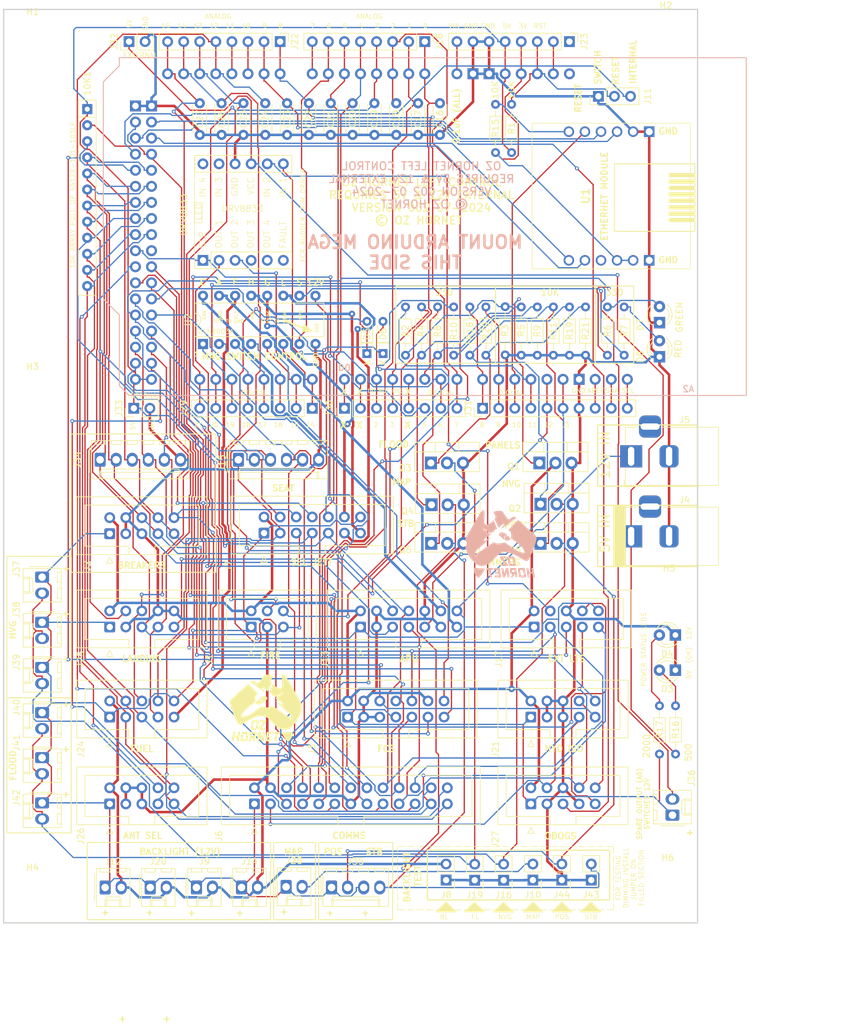
<source format=kicad_pcb>
(kicad_pcb (version 20240108) (generator "pcbnew") (generator_version "8.0")
  (layers (0 "F.Cu" signal) (31 "B.Cu" signal) (34 "B.Paste" user) (35 "F.Paste" user) (36 "B.SilkS" user "B.Silkscreen") (37 "F.SilkS" user "F.Silkscreen") (38 "B.Mask" user) (39 "F.Mask" user) (44 "Edge.Cuts" user))
  (net 0 "")
  (net 1 "GND")
  (net 2 "/CRANK_MAG_SW")
  (net 3 "/INT_5V+")
  (net 4 "/COL7")
  (net 5 "/COL2")
  (net 6 "/EXT_5V+")
  (net 7 "/EXT+12V")
  (net 8 "/APU_MAG_SW")
  (net 9 "/BACKLIGHT_GND")
  (net 10 "/COL0")
  (net 11 "/COL1")
  (net 12 "/COL3")
  (net 13 "/COL8")
  (net 14 "/ROW4")
  (net 15 "/COL6")
  (net 16 "/COL4")
  (net 17 "/COL10")
  (net 18 "/COL5")
  (net 19 "/COL9")
  (net 20 "/ROW5")
  (net 21 "/COM_VOX")
  (net 22 "/COM_ICS")
  (net 23 "/COM_RWR")
  (net 24 "/COM_MIDS_A")
  (net 25 "/COM_MIDS_B")
  (net 26 "/COM_TACAN")
  (net 27 "/MAP_LIGHT")
  (net 28 "/RESET_pin")
  (net 29 "/FORMATION_DIMMER")
  (net 30 "/OXY_FLOW")
  (net 31 "/COM_AUX")
  (net 32 "/COM_WPN")
  (net 33 "/RUD_TRIM")
  (net 34 "/POSITION_DIMMER")
  (net 35 "/RUD_TRIM_DIR_B")
  (net 36 "/ROW12")
  (net 38 "/ROW13")
  (net 39 "/ROW7")
  (net 40 "/ROW1")
  (net 41 "/GREEN_LED")
  (net 42 "/ROW10")
  (net 43 "/ROW9")
  (net 44 "/RED_LED")
  (net 45 "/ROW0")
  (net 46 "/ROW11")
  (net 47 "Net-(J22-Pin_4)")
  (net 48 "/NVG-GREEN-DIM")
  (net 49 "/ROW6")
  (net 50 "/RUD_TRIM_DIR_A")
  (net 51 "/ROW8")
  (net 52 "/ROW3")
  (net 53 "/ROW2")
  (net 54 "Net-(J22-Pin_3)")
  (net 55 "/COCKPIT-FLOOD")
  (net 56 "/RUD_TRIM_M-")
  (net 57 "/RUD_TRIM_M+")
  (net 58 "/HOOK_FIELD_MAG_SW_SIGNAL")
  (net 59 "/BACKLIGHT")
  (net 60 "SS")
  (net 61 "/FUEL_MAG_SW_SIGNAL")
  (net 62 "SCLK")
  (net 63 "/CRANK_MAG_SW_SIGNAL")
  (net 64 "/LANDING_GEAR_MAG_SW_SIGNAL")
  (net 65 "/LAUNCH_MAG_SW_SIGNAL")
  (net 66 "MOSI")
  (net 67 "/APU_MAG_SW_SIGNAL")
  (net 68 "MISO")
  (net 69 "/LANDING_LED")
  (net 70 "/APU_LED")
  (net 71 "ES1_RST")
  (net 72 "Net-(D3-A)")
  (net 73 "Net-(D4-A)")
  (net 74 "Net-(Q1-G)")
  (net 75 "Net-(U1-INT)")
  (net 76 "+3V3")
  (net 77 "/DIMMER-COCKPIT_FLOOD")
  (net 78 "/DIMMER-NVG_GREEN")
  (net 79 "Net-(Q2-G)")
  (net 80 "Net-(Q3-G)")
  (net 81 "/RUD_TRIM_EN")
  (net 87 "/FUEL_MAG_SW")
  (net 88 "/LAUNCH_MAG_SW")
  (net 89 "Net-(D5-A)")
  (net 90 "Net-(D6-A)")
  (net 91 "/RESET")
  (net 93 "/HOOK_FIELD_MAG_SW")
  (net 94 "/LANDING_GEAR_MAG_SW")
  (net 95 "Net-(D7-A)")
  (net 96 "Net-(D8-A)")
  (net 97 "/DIMMER_MAP_LIGHT")
  (net 98 "Net-(Q4-G)")
  (net 99 "Net-(J18-Pin_8)")
  (net 100 "Net-(A2-IOREF)")
  (net 101 "/VIN")
  (net 103 "/SCL")
  (net 104 "/SDA")
  (net 105 "/D4")
  (net 106 "/D0")
  (net 107 "/D1")
  (net 108 "/AREF")
  (net 109 "/POSTION-DIM")
  (net 110 "/STROBE-DIM")
  (net 111 "/POSTION")
  (net 112 "/STROBE")
  (net 113 "Net-(Q5-G)")
  (net 114 "Net-(Q6-G)")
  (net 115 "/MS-SPARE_SIGNAL")
  (net 116 "/MS-SPARE")
  (footprint "Package_TO_SOT_THT:TO-220-3_Vertical" (layer "F.Cu") (at 334.3148 105.156)
    (property "Reference" "Q4")
    (property "Value" "IRF1405PBF")
  )
  (footprint "arduino-library:Arduino_Mega2560_R3_Shield" (layer "F.Cu") (at 384.048 34.544 180)
    (property "Reference" "A2")
    (property "Value" "Arduino_Mega2560_R3_Shield")
  )
  (footprint "Connector_PinHeader_2.54mm:PinHeader_1x02_P2.54mm_Vertical" (layer "F.Cu") (at 287.269 89.916 90)
    (property "Reference" "J33")
    (property "Value" "Conn_01x02")
  )
  (footprint "Connector_PinHeader_2.54mm:PinHeader_1x08_P2.54mm_Vertical" (layer "F.Cu") (at 315.468 89.916 -90)
    (property "Reference" "J29")
    (property "Value" "Conn_01x08")
  )
  (footprint "MountingHole:MountingHole_3.2mm_M3" (layer "F.Cu") (at 371.856 119.38)
    (property "Reference" "H5")
    (property "Value" "MountingHole")
  )
  (footprint "Connector_IDC:IDC-Header_2x05_P2.54mm_Vertical" (layer "F.Cu") (at 350.012 152.4 90)
    (property "Reference" "J27")
    (property "Value" "Conn_02x05_Top_Bottom")
  )
  (footprint "Capacitor_THT:C_Disc_D4.3mm_W1.9mm_P5.00mm" (layer "F.Cu") (at 301.138 41.736 -90)
    (property "Reference" "C26")
    (property "Value" "0.1uF")
  )
  (footprint "Connector_Molex:Molex_KK-254_AE-6410-02A_1x02_P2.54mm_Vertical" (layer "F.Cu") (at 272.776 137.976 -90)
    (property "Reference" "J40")
    (property "Value" "12v-BK/LT")
  )
  (footprint "LED_THT:LED_D3.0mm" (layer "F.Cu") (at 372.852 125.728 180)
    (property "Reference" "D4")
    (property "Value" "LED")
  )
  (footprint "Connector_PinHeader_2.54mm:PinHeader_1x02_P2.54mm_Vertical" (layer "F.Cu") (at 359.5532 164.43 180)
    (property "Reference" "J43")
    (property "Value" "Conn_01x02_Pin")
  )
  (footprint "Connector_IDC:IDC-Header_2x05_P2.54mm_Vertical" (layer "F.Cu") (at 283.464 124.46 90)
    (property "Reference" "J25")
    (property "Value" "Conn_02x05_Top_Bottom" (hide yes))
  )
  (footprint "Resistor_THT:R_Axial_DIN0204_L3.6mm_D1.6mm_P7.62mm_Horizontal" (layer "F.Cu") (at 345.948 81.4896 90)
    (property "Reference" "R3")
    (property "Value" "10K" (hide yes))
  )
  (footprint "Connector_IDC:IDC-Header_2x05_P2.54mm_Vertical" (layer "F.Cu") (at 283.464 152.4 90)
    (property "Reference" "J26")
    (property "Value" "Conn_02x05_Top_Bottom")
  )
  (footprint "LED_THT:LED_D3.0mm" (layer "F.Cu") (at 370.332 81.788 90)
    (property "Reference" "D8")
    (property "Value" "RED")
  )
  (footprint "Resistor_THT:R_Axial_DIN0204_L3.6mm_D1.6mm_P7.62mm_Horizontal" (layer "F.Cu") (at 372.872 144.526 90)
    (property "Reference" "R16")
    (property "Value" "500")
  )
  (footprint "Capacitor_THT:C_Disc_D4.3mm_W1.9mm_P5.00mm" (layer "F.Cu") (at 318.388 41.736 -90)
    (property "Reference" "C21")
    (property "Value" "0.1uF")
  )
  (footprint "Capacitor_THT:C_Disc_D4.3mm_W1.9mm_P5.00mm" (layer "F.Cu") (at 314.938 41.736 -90)
    (property "Reference" "C22")
    (property "Value" "0.1uF")
  )
  (footprint "Resistor_THT:R_Axial_DIN0204_L3.6mm_D1.6mm_P7.62mm_Horizontal" (layer "F.Cu") (at 332.74 81.534 90)
    (property "Reference" "R4")
    (property "Value" "330" (hide yes))
  )
  (footprint "Connector_PinHeader_2.54mm:PinHeader_1x02_P2.54mm_Vertical" (layer "F.Cu") (at 336.6152 164.43 180)
    (property "Reference" "J8")
    (property "Value" "Conn_01x02_Pin")
  )
  (footprint "Connector_IDC:IDC-Header_2x13_P2.54mm_Vertical" (layer "F.Cu") (at 306.324 152.4 90)
    (property "Reference" "J6")
    (property "Value" "Conn_02x13_Counter_Clockwise")
  )
  (footprint "MountingHole:MountingHole_3.2mm_M3" (layer "F.Cu") (at 371.6365 165.1)
    (property "Reference" "H6")
    (property "Value" "MountingHole")
  )
  (footprint "Capacitor_THT:C_Disc_D4.3mm_W1.9mm_P5.00mm" (layer "F.Cu") (at 332.188 41.736 -90)
    (property "Reference" "C17")
    (property "Value" "0.1uF")
  )
  (footprint "Connector_PinHeader_2.54mm:PinHeader_1x08_P2.54mm_Vertical" (layer "F.Cu") (at 356.108 32.004 -90)
    (property "Reference" "J23")
    (property "Value" "Conn_01x08")
  )
  (footprint "Connector_Molex:Molex_KK-254_AE-6410-06A_1x06_P2.54mm_Vertical" (layer "F.Cu") (at 281.94 98.044)
    (property "Reference" "J34")
    (property "Value" "BREAKERS-STD")
  )
  (footprint "Connector_Molex:Molex_KK-254_AE-6410-02A_1x02_P2.54mm_Vertical" (layer "F.Cu") (at 282.7325 165.608)
    (property "Reference" "J12")
    (property "Value" "12v-BK/LT")
  )
  (footprint "Library:D_A-405_P7.62mm_Horizontal-SIGNAL" (layer "F.Cu") (at 324.142 82.0125 90)
    (property "Reference" "D5")
    (property "Value" "D")
  )
  (footprint "Connector_PinHeader_2.54mm:PinHeader_1x08_P2.54mm_Vertical" (layer "F.Cu") (at 333.248 32.004 -90)
    (property "Reference" "J18")
    (property "Value" "Conn_01x08")
  )
  (footprint "Resistor_THT:R_Axial_DIN0204_L3.6mm_D1.6mm_P7.62mm_Horizontal" (layer "F.Cu") (at 351.028 81.534 90)
    (property "Reference" "R9")
    (property "Value" "10K" (hide yes))
  )
  (footprint "Library:D_A-405_P7.62mm_Horizontal-SIGNAL" (layer "F.Cu") (at 326.682 82.0125 90)
    (property "Reference" "D6")
    (property "Value" "D")
  )
  (footprint "Connector_Molex:Molex_KK-254_AE-6410-02A_1x02_P2.54mm_Vertical" (layer "F.Cu") (at 272.776 123.716 -90)
    (property "Reference" "J38")
    (property "Value" "12v-BK/LT")
  )
  (footprint "Connector_IDC:IDC-Header_2x07_P2.54mm_Vertical" (layer "F.Cu") (at 307.848 109.6264 90)
    (property "Reference" "J7")
    (property "Value" "Conn_02x07_Top_Bottom")
  )
  (footprint "Resistor_THT:R_Array_SIP12" (layer "F.Cu") (at 279.908 42.672 -90)
    (property "Reference" "10K1")
    (property "Value" "R_Network11")
  )
  (footprint "Connector_IDC:IDC-Header_2x05_P2.54mm_Vertical" (layer "F.Cu") (at 283.464 138.684 90)
    (property "Reference" "J24")
    (property "Value" "Conn_02x05_Top_Bottom")
  )
  (footprint "Capacitor_THT:C_Disc_D4.3mm_W1.9mm_P5.00mm" (layer "F.Cu") (at 321.838 41.736 -90)
    (property "Reference" "C20")
    (property "Value" "0.1uF")
  )
  (footprint "Capacitor_THT:C_Disc_D4.3mm_W1.9mm_P5.00mm" (layer "F.Cu") (at 335.638 41.736 -90)
    (property "Reference" "C16")
    (property "Value" "0.1uF")
  )
  (footprint "LED_THT:LED_D3.0mm" (layer "F.Cu") (at 372.852 131.278 180)
    (property "Reference" "D3")
    (property "Value" "LED")
  )
  (footprint "Resistor_THT:R_Axial_DIN0204_L3.6mm_D1.6mm_P7.62mm_Horizontal" (layer "F.Cu") (at 337.82 81.534 90)
    (property "Reference" "R10")
    (property "Value" "330" (hide yes))
  )
  (footprint "Package_TO_SOT_THT:TO-220-3_Vertical" (layer "F.Cu") (at 351.536 105.0596)
    (property "Reference" "Q2")
    (property "Value" "IRF1405PBF")
  )
  (footprint "Library-OZ-HORNET:OZ_Hornet_DRV8833" (layer "F.Cu") (at 315.236 59.668 90)
    (property "Reference" "DRV8833")
    (property "Value" "DRV8833")
  )
  (footprint "Connector_Molex:Molex_KK-254_AE-6410-06A_1x06_P2.54mm_Vertical" (layer "F.Cu") (at 303.784 98.044)
    (property "Reference" "J15")
    (property "Value" "EJECTION SEAT")
  )
  (footprint "Connector_Molex:Molex_KK-254_AE-6410-02A_1x02_P2.54mm_Vertical" (layer "F.Cu") (at 272.776 130.846 -90)
    (property "Reference" "J39")
    (property "Value" "12v-BK/LT")
  )
  (footprint "MountingHole:MountingHole_3.2mm_M3" (layer "F.Cu") (at 271.272 31.496)
    (property "Reference" "H1")
    (property "Value" "MountingHole")
  )
  (footprint "Resistor_THT:R_Axial_DIN0204_L3.6mm_D1.6mm_P7.62mm_Horizontal" (layer "F.Cu") (at 370.332 144.526 90)
    (property "Reference" "R17")
    (property "Value" "2000")
  )
  (footprint "Connector_PinHeader_2.54mm:PinHeader_1x03_P2.54mm_Vertical" (layer "F.Cu") (at 360.68 40.64 90)
    (property "Reference" "J11")
    (property "Value" "Conn_01x03_Pin")
  )
  (footprint "Resistor_THT:R_Axial_DIN0204_L3.6mm_D1.6mm_P7.62mm_Horizontal" (layer "F.Cu") (at 342.9 81.534 90)
    (property "Reference" "R20")
    (property "Value" "330")
  )
  (footprint "Connector_BarrelJack:BarrelJack_Horizontal" (layer "F.Cu") (at 365.852 97.504 180)
    (property "Reference" "J5")
    (property "Value" "STEPPER IN 12-20VDC")
  )
  (footprint "Capacitor_THT:C_Disc_D4.3mm_W1.9mm_P5.00mm" (layer "F.Cu") (at 304.588 41.736 -90)
    (property "Reference" "C25")
    (property "Value" "0.1uF")
  )
  (footprint "Library-OZ-HORNET:USRES1" (layer "F.Cu") (at 368.712 46.228 -90)
    (property "Reference" "U1")
    (property "Value" "USR-ES1" (hide yes))
  )
  (footprint "Resistor_THT:R_Axial_DIN0204_L3.6mm_D1.6mm_P7.62mm_Horizontal" (layer "F.Cu") (at 335.28 81.534 90)
    (property "Reference" "R8")
    (property "Value" "330" (hide yes))
  )
  (footprint "Connector_IDC:IDC-Header_2x05_P2.54mm_Vertical" (layer "F.Cu") (at 283.464 109.728 90)
    (property "Reference" "J2")
    (property "Value" "Conn_02x05_Top_Bottom")
  )
  (footprint "Resistor_THT:R_Axial_DIN0204_L3.6mm_D1.6mm_P7.62mm_Horizontal" (layer "F.Cu") (at 356.108 81.534 90)
    (property "Reference" "R19")
    (property "Value" "10K" (hide yes))
  )
  (footprint "Connector_PinHeader_2.54mm:PinHeader_1x02_P2.54mm_Vertical" (layer "F.Cu") (at 286.512 32.004 90)
    (property "Reference" "J32")
    (property "Value" "Conn_01x02")
  )
  (footprint "Resistor_THT:R_Axial_DIN0204_L3.6mm_D1.6mm_P7.62mm_Horizontal" (layer "F.Cu") (at 340.36 81.534 90)
    (property "Reference" "R18")
    (property "Value" "330" (hide yes))
  )
  (footprint "Connector_Molex:Molex_KK-254_AE-6410-04A_1x04_P2.54mm_Vertical" (layer "F.Cu") (at 318.516 165.6)
    (property "Reference" "J35")
    (property "Value" "PORT SIDE")
  )
  (footprint "Connector_Molex:Molex_KK-254_AE-6410-02A_1x02_P2.54mm_Vertical" (layer "F.Cu") (at 272.776 145.106 -90)
    (property "Reference" "J41")
    (property "Value" "12v-BK/LT")
  )
  (footprint "Connector_PinHeader_2.54mm:PinHeader_1x02_P2.54mm_Vertical" (layer "F.Cu") (at 345.7084 164.4554 180)
    (property "Reference" "J16")
    (property "Value" "Conn_01x02_Pin")
  )
  (footprint "Connector_PinHeader_2.54mm:PinHeader_1x08_P2.54mm_Vertical" (layer "F.Cu") (at 320.548 89.916 90)
    (property "Reference" "J30")
    (property "Value" "Conn_01x08")
  )
  (footprint "Connector_PinHeader_2.54mm:PinHeader_1x08_P2.54mm_Vertical" (layer "F.Cu") (at 310.388 32.004 -90)
    (property "Reference" "J22")
    (property "Value" "Conn_01x08")
  )
  (footprint "Connector_Molex:Molex_KK-254_AE-6410-02A_1x02_P2.54mm_Vertical" (layer "F.Cu") (at 272.776 116.586 -90)
    (property "Reference" "J37")
    (property "Value" "12v-BK/LT")
  )
  (footprint "Package_TO_SOT_THT:TO-220-3_Vertical" (layer "F.Cu") (at 351.3582 98.552)
    (property "Reference" "Q1")
    (property "Value" "IRF1405PBF")
  )
  (footprint "Resistor_THT:R_Axial_DIN0204_L3.6mm_D1.6mm_P7.62mm_Horizontal" (layer "F.Cu") (at 344.424 49.53 90)
    (property "Reference" "R15")
    (property "Value" "10K")
  )
  (footprint "Connector_PinHeader_2.54mm:PinHeader_1x02_P2.54mm_Vertical" (layer "F.Cu") (at 341.1364 164.4554 180)
    (property "Reference" "J19")
    (property "Value" "Conn_01x02_Pin")
  )
  (footprint "Connector_Molex:Molex_KK-254_AE-6410-02A_1x02_P2.54mm_Vertical" (layer "F.Cu") (at 272.776 152.236 -90)
    (property "Reference" "J42")
    (property "Value" "12v-BK/LT")
  )
  (footprint "Resistor_THT:R_Axial_DIN0204_L3.6mm_D1.6mm_P7.62mm_Horizontal" (layer "F.Cu") (at 348.488 81.534 90)
    (property "Reference" "R5")
    (property "Value" "10K" (hide yes))
  )
  (footprint "Resistor_THT:R_Axial_DIN0204_L3.6mm_D1.6mm_P7.62mm_Horizontal" (layer "F.Cu") (at 346.964 49.53 90)
    (property "Reference" "R1")
    (property "Value" "10K")
  )
  (footprint "Connector_IDC:IDC-Header_2x05_P2.54mm_Vertical" (layer "F.Cu") (at 350.012 138.684 90)
    (property "Reference" "J21")
    (property "Value" "Conn_02x05_Top_Bottom" (hide yes))
  )
  (footprint "Connector_Molex:Molex_KK-254_AE-6410-02A_1x02_P2.54mm_Vertical" (layer "F.Cu") (at 372.384 154.178 90)
    (property "Reference" "J36")
    (property "Value" "SPARE MAG OUT")
  )
  (footprint "Connector_Molex:Molex_KK-254_AE-6410-02A_1x02_P2.54mm_Vertical" (layer "F.Cu") (at 289.8625 165.608)
    (property "Reference" "J20")
    (property "Value" "12v-BK/LT")
  )
  (footprint "Connector_Molex:Molex_KK-254_AE-6410-02A_1x02_P2.54mm_Vertical" (layer "F.Cu") (at 311.3278 165.4956)
    (property "Reference" "J28")
    (property "Value" "12v-BK/LT")
  )
  (footprint "Capacitor_THT:C_Disc_D4.3mm_W1.9mm_P5.00mm" (layer "F.Cu") (at 311.488 41.736 -90)
    (property "Reference" "C23")
    (property "Value" "0.1uF")
  )
  (footprint "Resistor_THT:R_Axial_DIN0204_L3.6mm_D1.6mm_P7.62mm_Horizontal" (layer "F.Cu") (at 330.2 81.534 90)
    (property "Reference" "R2")
    (property "Value" "330" (hide yes))
  )
  (footprint "Package_TO_SOT_THT:TO-220-3_Vertical" (layer "F.Cu") (at 334.2132 98.552)
    (property "Reference" "Q3")
    (property "Value" "IRF1405PBF")
  )
  (footprint "Resistor_THT:R_Axial_DIN0204_L3.6mm_D1.6mm_P7.62mm_Horizontal" (layer "F.Cu") (at 364.744 81.534 90)
    (property "Reference" "R7")
    (property "Value" "330")
  )
  (footprint "Resistor_THT:R_Axial_DIN0204_L3.6mm_D1.6mm_P7.62mm_Horizontal" (layer "F.Cu") (at 358.648 81.534 90)
    (property "Reference" "R21")
    (property "Value" "10K")
  )
  (footprint "MountingHole:MountingHole_3.2mm_M3" (layer "F.Cu") (at 271.272 87.528)
    (property "Reference" "H3")
    (property "Value" "MountingHole")
  )
  (footprint "Connector_PinHeader_2.54mm:PinHeader_1x10_P2.54mm_Vertical" (layer "F.Cu") (at 342.392 89.916 90)
    (property "Reference" "J31")
    (property "Value" "Conn_01x10")
  )
  (footprint "Resistor_THT:R_Axial_DIN0204_L3.6mm_D1.6mm_P7.62mm_Horizontal" (layer "F.Cu") (at 353.568 81.534 90)
    (property "Reference" "R11")
    (property "Value" "10K" (hide yes))
  )
  (footprint "Capacitor_THT:C_Disc_D4.3mm_W1.9mm_P5.00mm" (layer "F.Cu") (at 325.288 41.736 -90)
    (property "Reference" "C19")
    (property "Value" "0.1uF")
  )
  (footprint "Connector_IDC:IDC-Header_2x05_P2.54mm_Vertical" (layer "F.Cu") (at 350.52 124.46 90)
    (property "Reference" "J17")
    (property "Value" "Conn_02x05_Top_Bottom")
  )
  (footprint "Capacitor_THT:C_Disc_D4.3mm_W1.9mm_P5.00mm" (layer "F.Cu") (at 308.038 41.736 -90)
    (property "Reference" "C24")
    (property "Value" "0.1uF")
  )
  (footprint "Package_TO_SOT_THT:TO-220-3_Vertical" (layer "F.Cu") (at 351.536 111.252)
    (property "Reference" "Q6")
    (property "Value" "IRF1405PBF")
  )
  (footprint "Connector_IDC:IDC-Header_2x07_P2.54mm_Vertical" (layer "F.Cu") (at 321.056 138.684 90)
    (property "Reference" "J3")
    (property "Value" "Conn_02x07_Top_Bottom" (hide yes))
  )
  (footprint "MountingHole:MountingHole_3.2mm_M3" (layer "F.Cu") (at 371.348 30.48)
    (property "Reference" "H2")
    (property "Value" "MountingHole")
  )
  (footprint "Connector_BarrelJack:BarrelJack_Horizontal" (layer "F.Cu") (at 365.852 110.139 180)
    (property "Reference" "J4")
    (property "Value" "5V IN")
  )
  (footprint "Connector_IDC:IDC-Header_2x03_P2.54mm_Vertical" (layer "F.Cu") (at 305.816 124.46 90)
    (property "Reference" "J1")
    (property "Value" "FIRE")
  )
  (footprint "Capacitor_THT:C_Disc_D4.3mm_W1.9mm_P5.00mm" (layer "F.Cu") (at 297.688 41.736 -90)
    (property "Reference" "C27")
    (property "Value" "0.1uF")
  )
  (footprint "Connector_PinHeader_2.54mm:PinHeader_1x02_P2.54mm_Vertical" (layer "F.Cu") (at 350.3312 164.43 180)
    (property "Reference" "J10")
    (property "Value" "Conn_01x02_Pin")
  )
  (footprint "Package_DIP:DIP-16_W7.62mm" (layer "F.Cu") (at 298.196 79.756 90)
    (property "Reference" "U2")
    (property "Value" "5V/12V ULN2003A")
  )
  (footprint "Capacitor_THT:C_Disc_D4.3mm_W1.9mm_P5.00mm" (layer "F.Cu") (at 328.738 41.736 -90)
    (property "Reference" "C18")
    (property "Value" "0.1uF")
  )
  (footprint "MountingHole:MountingHole_3.2mm_M3" (layer "F.Cu") (at 271.272 166.624)
    (property "Reference" "H4")
    (property "Value" "MountingHole")
  )
  (footprint "Package_TO_SOT_THT:TO-220-3_Vertical" (layer "F.Cu") (at 334.264 111.252)
    (property "Reference" "Q5")
    (property "Value" "IRF1405PBF")
  )
  (footprint "Connector_PinHeader_2.54mm:PinHeader_1x02_P2.54mm_Vertical" (layer "F.Cu") (at 354.9032 164.43 180)
    (property "Reference" "J44")
    (property "Value" "Conn_01x02_Pin")
  )
  (footprint "Connector_IDC:IDC-Header_2x07_P2.54mm_Vertical" (layer "F.Cu") (at 323.088 124.46 90)
    (property "Reference" "J13")
    (property "Value" "Conn_02x07_Top_Bottom" (hide yes))
  )
  (footprint "LED_THT:LED_D3.0mm" (layer "F.Cu") (at 370.332 76.388 90)
    (property "Reference" "D7")
    (property "Value" "GREEN")
  )
  (footprint "Resistor_THT:R_Axial_DIN0204_L3.6mm_D1.6mm_P7.62mm_Horizontal" (layer "F.Cu") (at 362.102 81.534 90)
    (property "Reference" "R6")
    (property "Value" "330" (hide yes))
  )
  (footprint "Connector_Molex:Molex_KK-254_AE-6410-02A_1x02_P2.54mm_Vertical" (layer "F.Cu") (at 297.162 165.6)
    (property "Reference" "J9")
    (property "Value" "12v-BK/LT")
  )
  (footprint "Connector_Molex:Molex_KK-254_AE-6410-02A_1x02_P2.54mm_Vertical" (layer "F.Cu") (at 304.292 165.6)
    (property "Reference" "J14")
    (property "Value" "12v-BK/LT")
  )
  (gr_line (start 343.408 32.004) (end 343.408 37.084) (stroke (width 0.4)) (layer "F.Cu") (net 1))
  (gr_poly (pts (xy 344.906535 106.103373) (xy 344.794743 106.117169) (xy 344.682729 106.136376) (xy 344.571942 106.159647) (xy 344.463829 106.185633) (xy 344.087054 106.289772) (xy 344.22778 106.577969) (xy 344.297014 106.718099) (xy 344.367512 106.856245) (xy 344.384743 106.891802) (xy 344.399233 106.927126) (xy 344.410989 106.9622) (xy 344.420016 106.997007) (xy 344.42632 107.03153) (xy 344.429909 107.065753) (xy 344.430787 107.099658) (xy 344.428962 107.13323) (xy 344.424439 107.166452) (xy 344.417225 107.199306) (xy 344.407326 107.231777) (xy 344.394748 107.263848) (xy 344.379497 107.295501) (xy 344.36158 107.326721) (xy 344.341003 107.35749) (xy 344.317771 107.387792) (xy 344.299523 107.408723) (xy 344.280927 107.429828) (xy 344.242894 107.472459) (xy 344.261547 107.472823) (xy 344.270873 107.472943) (xy 344.2802 107.472988) (xy 344.280778 107.473007) (xy 344.28137 107.473064) (xy 344.281974 107.473157) (xy 344.282589 107.473284) (xy 344.283214 107.473444) (xy 344.283846 107.473637) (xy 344.284485 107.47386) (xy 344.285128 107.474113) (xy 344.286422 107.4747) (xy 344.287716 107.475388) (xy 344.288997 107.476166) (xy 344.290254 107.477023) (xy 344.291473 107.477948) (xy 344.292643 107.478931) (xy 344.293751 107.47996) (xy 344.294785 107.481025) (xy 344.295732 107.482115) (xy 344.296579 107.483218) (xy 344.297315 107.484325) (xy 344.297637 107.484876) (xy 344.297927 107.485424) (xy 344.539492 107.971463) (xy 344.682631 108.261711) (xy 344.840588 108.582122) (xy 344.887617 108.678562) (xy 344.935044 108.77659) (xy 344.94774 108.765821) (xy 344.960015 108.755523) (xy 344.965986 108.75045) (xy 344.971842 108.745374) (xy 344.977581 108.740254) (xy 344.983198 108.735051) (xy 345.011525 108.70813) (xy 345.039753 108.68101) (xy 345.095911 108.626572) (xy 345.190069 108.535919) (xy 345.213493 108.513155) (xy 345.23674 108.490208) (xy 345.259744 108.467007) (xy 345.282442 108.44348) (xy 345.29975 108.425916) (xy 345.317517 108.409006) (xy 345.335708 108.392697) (xy 345.354285 108.376937) (xy 345.373213 108.361674) (xy 345.392454 108.346854) (xy 345.431733 108.318332) (xy 345.471831 108.290952) (xy 345.512456 108.264291) (xy 345.594121 108.211441) (xy 345.596578 108.209836) (xy 345.599081 108.208288) (xy 345.604184 108.205318) (xy 345.614494 108.199568) (xy 345.619541 108.196607) (xy 345.622002 108.195066) (xy 345.624408 108.19347) (xy 345.626748 108.191807) (xy 345.629014 108.190066) (xy 345.631195 108.188236) (xy 345.63328 108.186305) (xy 345.635341 108.18439) (xy 345.637407 108.182611) (xy 345.639479 108.180965) (xy 345.641557 108.179449) (xy 345.643641 108.17806) (xy 345.645732 108.176794) (xy 345.64783 108.175647) (xy 345.649936 108.174618) (xy 345.65205 108.173702) (xy 345.654173 108.172897) (xy 345.656304 108.172198) (xy 345.658446 108.171604) (xy 345.660597 108.17111) (xy 345.662758 108.170713) (xy 345.667113 108.170199) (xy 345.671515 108.170035) (xy 345.675967 108.170195) (xy 345.680472 108.170654) (xy 345.685035 108.171385) (xy 345.689657 108.172363) (xy 345.694344 108.173561) (xy 345.699098 108.174954) (xy 345.703923 108.176516) (xy 345.718444 108.181162) (xy 345.733023 108.185607) (xy 345.762297 108.194077) (xy 345.820869 108.210647) (xy 345.821658 108.21091) (xy 345.82244 108.211204) (xy 345.823224 108.211529) (xy 345.824015 108.211883) (xy 345.825645 108.212679) (xy 345.827384 108.21359) (xy 345.831399 108.215744) (xy 345.833779 108.216981) (xy 345.836479 108.21832) (xy 345.311546 108.995401) (xy 345.31578 109.000164) (xy 345.397271 108.939839) (xy 345.896011 108.568364) (xy 346.323842 108.250599) (xy 346.819936 107.883093) (xy 347.197761 107.602105) (xy 347.66528 107.255766) (xy 347.66475 107.255765) (xy 347.680261 107.244124) (xy 347.688079 107.238278) (xy 347.695971 107.232482) (xy 347.660517 107.198318) (xy 347.625063 107.163955) (xy 347.593945 107.135604) (xy 347.563139 107.110398) (xy 347.532551 107.08836) (xy 347.502089 107.069515) (xy 347.486877 107.061298) (xy 347.471662 107.053889) (xy 347.456432 107.047291) (xy 347.441176 107.041507) (xy 347.425883 107.036539) (xy 347.41054 107.032392) (xy 347.395137 107.029068) (xy 347.379662 107.02657) (xy 347.364103 107.024902) (xy 347.348448 107.024066) (xy 347.332687 107.024066) (xy 347.316808 107.024904) (xy 347.300798 107.026584) (xy 347.284648 107.029109) (xy 347.268344 107.032483) (xy 347.251876 107.036707) (xy 347.235232 107.041785) (xy 347.218401 107.047721) (xy 347.20137 107.054517) (xy 347.184129 107.062177) (xy 347.14897 107.0801) (xy 347.112829 107.101513) (xy 347.06784 107.131324) (xy 347.02576 107.161012) (xy 346.949563 107.219333) (xy 346.882703 107.27511) (xy 346.823644 107.326971) (xy 346.770849 107.37355) (xy 346.722783 107.413476) (xy 346.700044 107.430516) (xy 346.67791 107.44538) (xy 346.656191 107.457897) (xy 346.634694 107.467895) (xy 346.613227 107.475203) (xy 346.591599 107.479651) (xy 346.569617 107.481066) (xy 346.547089 107.479278) (xy 346.523823 107.474116) (xy 346.499627 107.465409) (xy 346.47431 107.452985) (xy 346.447679 107.436674) (xy 346.419543 107.416304) (xy 346.389708 107.391705) (xy 346.357984 107.362704) (xy 346.324178 107.329131) (xy 346.288099 107.290816) (xy 346.249553 107.247586) (xy 346.164298 107.145699) (xy 346.023883 106.949568) (xy 345.88632 106.751403) (xy 345.751486 106.551354) (xy 345.619256 106.349567) (xy 345.591859 106.308448) (xy 345.561331 106.271546) (xy 345.527853 106.238693) (xy 345.491606 106.20972) (xy 345.452772 106.184458) (xy 345.411531 106.162741) (xy 345.368063 106.144397) (xy 345.322551 106.129261) (xy 345.275174 106.117161) (xy 345.226114 106.107932) (xy 345.175552 106.101403) (xy 345.123668 106.097406) (xy 345.016659 106.096336)) (stroke (width -0.000001)) (fill solid) (layer "B.SilkS"))
  (gr_poly (pts (xy 342.998559 115.448059) (xy 343.365007 115.448059) (xy 343.553126 116.637096) (xy 343.86401 116.637096) (xy 343.675892 115.448059) (xy 344.042075 115.448059) (xy 343.99498 115.147756) (xy 342.951463 115.147756)) (stroke (width -0.000001)) (fill solid) (layer "B.SilkS"))
  (gr_poly (pts (xy 350.183584 115.741217) (xy 349.69728 115.741217) (xy 349.603353 115.147757) (xy 349.292467 115.147757) (xy 349.527682 116.637097) (xy 349.838567 116.637097) (xy 349.74464 116.041519) (xy 350.230944 116.041519) (xy 350.324871 116.637097) (xy 350.635757 116.637097) (xy 350.400542 115.147757) (xy 350.089657 115.147757)) (stroke (width -0.000001)) (fill solid) (layer "B.SilkS"))
  (gr_poly (pts (xy 346.526317 113.319351) (xy 346.512689 113.319923) (xy 346.499186 113.320817) (xy 346.485854 113.322087) (xy 346.472737 113.323785) (xy 346.459883 113.325965) (xy 346.447336 113.32868) (xy 346.435143 113.331985) (xy 346.423349 113.335933) (xy 346.412 113.340576) (xy 346.401142 113.345969) (xy 346.39082 113.352165) (xy 346.38108 113.359218) (xy 346.371968 113.36718) (xy 346.367662 113.37152) (xy 346.363529 113.376107) (xy 346.357331 113.38397) (xy 346.351731 113.392296) (xy 346.346726 113.401107) (xy 346.342313 113.410424) (xy 346.33849 113.42027) (xy 346.335252 113.430666) (xy 346.332597 113.441636) (xy 346.330523 113.4532) (xy 346.329024 113.465381) (xy 346.3281 113.478202) (xy 346.327746 113.491683) (xy 346.327959 113.505848) (xy 346.328737 113.520718) (xy 346.330076 113.536316) (xy 346.331973 113.552663) (xy 346.334425 113.569782) (xy 346.493175 114.568849) (xy 346.496316 114.587133) (xy 346.499837 114.604498) (xy 346.503735 114.620964) (xy 346.508011 114.636555) (xy 346.512662 114.651293) (xy 346.517689 114.665199) (xy 346.52309 114.678296) (xy 346.528865 114.690607) (xy 346.535012 114.702153) (xy 346.54153 114.712958) (xy 346.548419 114.723042) (xy 346.555678 114.73243) (xy 346.563306 114.741142) (xy 346.571301 114.749201) (xy 346.579663 114.75663) (xy 346.588392 114.76345) (xy 346.597485 114.769684) (xy 346.606943 114.775355) (xy 346.616764 114.780484) (xy 346.626947 114.785094) (xy 346.637492 114.789207) (xy 346.648397 114.792846) (xy 346.659662 114.796032) (xy 346.671285 114.798789) (xy 346.695604 114.8031) (xy 346.721346 114.805959) (xy 346.748505 114.807544) (xy 346.777073 114.808032) (xy 347.380323 114.808032) (xy 347.407979 114.807638) (xy 347.421718 114.807063) (xy 347.435335 114.806164) (xy 347.448783 114.804887) (xy 347.462015 114.803177) (xy 347.474985 114.80098) (xy 347.487644 114.798243) (xy 347.499947 114.79491) (xy 347.511847 114.790928) (xy 347.523296 114.786241) (xy 347.534248 114.780797) (xy 347.544656 114.77454) (xy 347.554473 114.767417) (xy 347.563652 114.759373) (xy 347.567987 114.754988) (xy 347.572146 114.750353) (xy 347.578304 114.742562) (xy 347.58388 114.734262) (xy 347.588876 114.725439) (xy 347.593292 114.716081) (xy 347.59713 114.706174) (xy 347.600391 114.695705) (xy 347.603076 114.684661) (xy 347.605186 114.673028) (xy 347.606723 114.660794) (xy 347.607687 114.647946) (xy 347.608079 114.634469) (xy 347.607902 114.620351) (xy 347.607156 114.60558) (xy 347.605842 114.59014) (xy 347.603961 114.574021) (xy 347.601515 114.557207) (xy 347.593569 114.507201) (xy 347.282163 114.507201) (xy 347.2647 114.507201) (xy 347.2647 114.50773) (xy 346.822053 114.50773) (xy 346.815711 114.507717) (xy 346.808427 114.50763) (xy 346.804726 114.507536) (xy 346.801142 114.507395) (xy 346.797795 114.507198) (xy 346.7948 114.506935) (xy 346.794391 114.505283) (xy 346.793953 114.503289) (xy 346.793484 114.500936) (xy 346.792982 114.498204) (xy 346.792442 114.495076) (xy 346.791861 114.491532) (xy 346.791237 114.487554) (xy 346.790567 114.483123) (xy 346.655365 113.634604) (xy 346.65434 113.625807) (xy 346.653914 113.622177) (xy 346.653513 113.618994) (xy 347.111771 113.618994) (xy 347.118385 113.619011) (xy 347.126191 113.619127) (xy 347.130106 113.619253) (xy 347.133797 113.619441) (xy 347.137092 113.619703) (xy 347.138536 113.619866) (xy 347.139816 113.620053) (xy 347.140261 113.621339) (xy 347.140796 113.62305) (xy 347.141412 113.625238) (xy 347.142098 113.627957) (xy 347.142466 113.629531) (xy 347.142847 113.631258) (xy 347.143242 113.633144) (xy 347.143649 113.635196) (xy 347.144066 113.637419) (xy 347.144494 113.639822) (xy 347.14493 113.642409) (xy 347.145373 113.645188) (xy 347.280575 114.49212) (xy 347.281121 114.496746) (xy 347.281567 114.500752) (xy 347.281915 114.504212) (xy 347.282163 114.507201) (xy 347.593569 114.507201) (xy 347.442765 113.55814) (xy 347.439621 113.539855) (xy 347.436094 113.522491) (xy 347.432184 113.506024) (xy 347.427893 113.490434) (xy 347.423221 113.475696) (xy 347.41817 113.46179) (xy 347.412741 113.448693) (xy 347.406934 113.436382) (xy 347.400752 113.424836) (xy 347.394193 113.414032) (xy 347.387261 113.403947) (xy 347.379955 113.39456) (xy 347.372277 113.385848) (xy 347.364227 113.377788) (xy 347.355808 113.37036) (xy 347.347019 113.363539) (xy 347.337862 113.357305) (xy 347.328338 113.351634) (xy 347.318447 113.346505) (xy 347.308192 113.341895) (xy 347.297572 113.337782) (xy 347.286589 113.334143) (xy 347.275244 113.330957) (xy 347.263539 113.328201) (xy 347.239048 113.323889) (xy 347.213125 113.32103) (xy 347.185777 113.319446) (xy 347.157015 113.318957) (xy 346.553765 113.318957)) (stroke (width -0.000001)) (fill solid) (layer "B.SilkS"))
  (gr_poly (pts (xy 346.871863 115.147887) (xy 346.858236 115.148459) (xy 346.844732 115.149354) (xy 346.8314 115.150623) (xy 346.818283 115.152321) (xy 346.805429 115.154501) (xy 346.792882 115.157217) (xy 346.780689 115.160522) (xy 346.768895 115.164469) (xy 346.757546 115.169113) (xy 346.746688 115.174506) (xy 346.736366 115.180702) (xy 346.726626 115.187755) (xy 346.717514 115.195717) (xy 346.713207 115.200057) (xy 346.709075 115.204643) (xy 346.709605 115.204907) (xy 346.703406 115.212771) (xy 346.697806 115.221097) (xy 346.692801 115.229908) (xy 346.688389 115.239225) (xy 346.684565 115.24907) (xy 346.681328 115.259467) (xy 346.678673 115.270436) (xy 346.676598 115.282) (xy 346.6751 115.294182) (xy 346.674175 115.307002) (xy 346.673821 115.320484) (xy 346.674035 115.334648) (xy 346.674812 115.349519) (xy 346.676151 115.365116) (xy 346.678048 115.381464) (xy 346.6805 115.398583) (xy 346.752996 115.854989) (xy 346.75614 115.873274) (xy 346.759667 115.890638) (xy 346.763577 115.907105) (xy 346.767868 115.922695) (xy 346.77254 115.937433) (xy 346.777591 115.951339) (xy 346.78302 115.964436) (xy 346.788827 115.976747) (xy 346.79501 115.988293) (xy 346.801568 115.999098) (xy 346.808501 116.009182) (xy 346.815807 116.018569) (xy 346.823485 116.027282) (xy 346.831534 116.035341) (xy 346.839954 116.042769) (xy 346.848743 116.04959) (xy 346.8579 116.055824) (xy 346.867424 116.061495) (xy 346.877314 116.066624) (xy 346.88757 116.071234) (xy 346.898189 116.075347) (xy 346.909172 116.078986) (xy 346.920517 116.082172) (xy 346.932223 116.084928) (xy 346.956714 116.08924) (xy 346.982637 116.092099) (xy 347.009984 116.093684) (xy 347.038746 116.094172) (xy 347.077111 116.094172) (xy 346.857771 116.636833) (xy 347.183473 116.636833) (xy 347.402813 116.094172) (xy 347.511821 116.094172) (xy 347.595958 116.636833) (xy 347.907109 116.636833) (xy 347.77402 115.794134) (xy 347.462873 115.794134) (xy 347.081873 115.794134) (xy 347.075531 115.794122) (xy 347.068247 115.794035) (xy 347.064546 115.79394) (xy 347.060963 115.793799) (xy 347.057615 115.793602) (xy 347.054621 115.793341) (xy 347.054212 115.791688) (xy 347.053774 115.789694) (xy 347.053305 115.787341) (xy 347.052802 115.784609) (xy 347.052262 115.781481) (xy 347.051682 115.777937) (xy 347.051058 115.773959) (xy 347.050388 115.769528) (xy 347.001439 115.46367) (xy 347.000414 115.454872) (xy 346.999988 115.451243) (xy 346.999587 115.448059) (xy 347.408104 115.448059) (xy 347.462873 115.794134) (xy 347.77402 115.794134) (xy 347.671894 115.147493) (xy 346.899311 115.147493)) (stroke (width -0.000001)) (fill solid) (layer "B.SilkS"))
  (gr_poly (pts (xy 345.183488 113.611321) (xy 345.948663 114.50773) (xy 345.32795 114.50773) (xy 345.375046 114.808032) (xy 346.389194 114.808032) (xy 346.343685 114.515138) (xy 345.569515 113.618994) (xy 346.20134 113.618994) (xy 346.154244 113.318691) (xy 345.13798 113.318691)) (stroke (width -0.000001)) (fill solid) (layer "B.SilkS"))
  (gr_poly (pts (xy 345.446918 109.491714) (xy 345.423896 109.493271) (xy 345.401056 109.495779) (xy 345.378391 109.499201) (xy 345.355897 109.5035) (xy 345.333567 109.508639) (xy 345.311396 109.514582) (xy 345.289378 109.521291) (xy 345.267506 109.52873) (xy 345.245775 109.536863) (xy 345.22418 109.545651) (xy 345.202714 109.555059) (xy 345.181371 109.565049) (xy 345.168769 109.571381) (xy 345.156468 109.578079) (xy 345.144478 109.585146) (xy 345.132808 109.59259) (xy 345.121468 109.600416) (xy 345.110469 109.608628) (xy 345.099819 109.617232) (xy 345.089528 109.626234) (xy 345.079606 109.635639) (xy 345.070063 109.645452) (xy 345.060908 109.65568) (xy 345.052152 109.666326) (xy 345.043803 109.677398) (xy 345.035871 109.6889) (xy 345.028366 109.700837) (xy 345.021299 109.713216) (xy 345.015535 109.724271) (xy 345.010249 109.735307) (xy 345.005439 109.746318) (xy 345.001102 109.757301) (xy 344.997238 109.768249) (xy 344.993844 109.779157) (xy 344.990919 109.790021) (xy 344.988461 109.800834) (xy 344.986469 109.811593) (xy 344.984941 109.822291) (xy 344.983874 109.832924) (xy 344.983268 109.843487) (xy 344.983121 109.853974) (xy 344.983431 109.86438) (xy 344.984196 109.874701) (xy 344.985414 109.88493) (xy 344.987085 109.895064) (xy 344.989206 109.905096) (xy 344.991775 109.915022) (xy 344.994791 109.924836) (xy 344.998252 109.934534) (xy 345.002157 109.944109) (xy 345.006503 109.953558) (xy 345.01129 109.962875) (xy 345.016515 109.972055) (xy 345.022176 109.981092) (xy 345.028273 109.989982) (xy 345.034802 109.998719) (xy 345.041764 110.007298) (xy 345.049155 110.015715) (xy 345.056974 110.023963) (xy 345.06522 110.032039) (xy 345.06522 110.031774) (xy 345.077705 110.043796) (xy 345.089995 110.056016) (xy 345.1142 110.080854) (xy 345.138257 110.10589) (xy 345.150361 110.118359) (xy 345.162586 110.130728) (xy 345.189561 110.157331) (xy 345.217057 110.184207) (xy 345.274505 110.240266) (xy 345.263031 110.208732) (xy 345.253607 110.177528) (xy 345.246223 110.146648) (xy 345.24087 110.116089) (xy 345.237538 110.085844) (xy 345.236219 110.055909) (xy 345.236902 110.026279) (xy 345.23958 109.996948) (xy 345.244241 109.967912) (xy 345.250878 109.939165) (xy 345.259481 109.910703) (xy 345.27004 109.88252) (xy 345.282546 109.854611) (xy 345.29699 109.826972) (xy 345.313363 109.799598) (xy 345.331655 109.772482) (xy 345.351845 109.746048) (xy 345.3731 109.721854) (xy 345.39538 109.699816) (xy 345.418645 109.679849) (xy 345.442855 109.661868) (xy 345.467972 109.645788) (xy 345.493955 109.631524) (xy 345.520765 109.618991) (xy 345.548363 109.608104) (xy 345.576709 109.59878) (xy 345.605764 109.590931) (xy 345.635487 109.584475) (xy 345.66584 109.579326) (xy 345.696783 109.575398) (xy 345.728276 109.572608) (xy 345.76028 109.57087) (xy 345.733752 109.558189) (xy 345.707107 109.546069) (xy 345.680275 109.5347) (xy 345.65319 109.52427) (xy 345.63953 109.519466) (xy 345.625781 109.514969) (xy 345.611935 109.510801) (xy 345.597983 109.506985) (xy 345.583915 109.503547) (xy 345.569725 109.500509) (xy 345.555403 109.497895) (xy 345.54094 109.495728) (xy 345.517133 109.493114) (xy 345.493531 109.491599) (xy 345.470128 109.491144)) (stroke (width -0.000001)) (fill solid) (layer "B.SilkS"))
  (gr_poly (pts (xy 345.783563 109.609498) (xy 345.774038 109.609809) (xy 345.764513 109.609995) (xy 345.745463 109.610292) (xy 345.730314 109.610885) (xy 345.715235 109.611783) (xy 345.700232 109.613006) (xy 345.685311 109.614575) (xy 345.670481 109.61651) (xy 345.655747 109.618831) (xy 345.641117 109.621559) (xy 345.626599 109.624712) (xy 345.612198 109.628312) (xy 345.597921 109.632379) (xy 345.583777 109.636932) (xy 345.569771 109.641993) (xy 345.555911 109.64758) (xy 345.542204 109.653715) (xy 345.528656 109.660417) (xy 345.515275 109.667707) (xy 345.498116 109.678059) (xy 345.481651 109.689058) (xy 345.465857 109.700679) (xy 345.450717 109.712901) (xy 345.436209 109.725699) (xy 345.422314 109.739051) (xy 345.40901 109.752933) (xy 345.396279 109.767322) (xy 345.384099 109.782195) (xy 345.372452 109.797528) (xy 345.361316 109.813299) (xy 345.350671 109.829483) (xy 345.340498 109.846058) (xy 345.330776 109.863) (xy 345.321485 109.880287) (xy 345.312604 109.897894) (xy 345.304712 109.915026) (xy 345.29774 109.932181) (xy 345.291671 109.949344) (xy 345.286485 109.966499) (xy 345.282163 109.983631) (xy 345.278688 110.000723) (xy 345.276041 110.017761) (xy 345.274203 110.034729) (xy 345.273154 110.051612) (xy 345.272878 110.068393) (xy 345.273354 110.085057) (xy 345.274565 110.101589) (xy 345.276491 110.117973) (xy 345.279115 110.134194) (xy 345.282416 110.150235) (xy 345.286378 110.166082) (xy 345.29098 110.18172) (xy 345.296205 110.197131) (xy 345.302033 110.212302) (xy 345.308447 110.227215) (xy 345.315427 110.241857) (xy 345.322955 110.25621) (xy 345.331012 110.27026) (xy 345.339579 110.283992) (xy 345.358171 110.310435) (xy 345.378581 110.335416) (xy 345.40066 110.358811) (xy 345.424259 110.380494) (xy 345.424524 110.380759) (xy 345.448583 110.400951) (xy 345.473023 110.420667) (xy 345.522949 110.458778) (xy 345.574114 110.495301) (xy 345.626335 110.530447) (xy 345.679423 110.564427) (xy 345.733193 110.597453) (xy 345.78746 110.629734) (xy 345.842036 110.661482) (xy 345.850172 110.666) (xy 345.858308 110.670444) (xy 345.87458 110.679209) (xy 345.874252 110.677608) (xy 345.873866 110.676077) (xy 345.873425 110.674611) (xy 345.872934 110.673206) (xy 345.872397 110.671857) (xy 345.871817 110.670558) (xy 345.871199 110.669306) (xy 345.870545 110.668096) (xy 345.86986 110.666924) (xy 345.869149 110.665783) (xy 345.868414 110.664671) (xy 345.867659 110.663582) (xy 345.866108 110.661455) (xy 345.864525 110.659365) (xy 345.856197 110.648679) (xy 345.848192 110.63785) (xy 345.840529 110.62687) (xy 345.833226 110.615734) (xy 345.826303 110.604432) (xy 345.819779 110.59296) (xy 345.813673 110.581309) (xy 345.808004 110.569473) (xy 345.80279 110.557445) (xy 345.798052 110.545217) (xy 345.793807 110.532783) (xy 345.790074 110.520136) (xy 345.786874 110.507269) (xy 345.784224 110.494175) (xy 345.782144 110.480847) (xy 345.780653 110.467278) (xy 345.779069 110.440812) (xy 345.778969 110.414894) (xy 345.780338 110.389529) (xy 345.783158 110.364719) (xy 345.787414 110.340466) (xy 345.793089 110.316775) (xy 345.800167 110.293649) (xy 345.808632 110.271089) (xy 345.818468 110.2491) (xy 345.829657 110.227685) (xy 345.842185 110.206847) (xy 345.856034 110.186588) (xy 345.871188 110.166912) (xy 345.887632 110.147822) (xy 345.905348 110.129322) (xy 345.924321 110.111413) (xy 345.945601 110.093149) (xy 345.967372 110.076165) (xy 345.989636 110.060469) (xy 346.012394 110.046069) (xy 346.035649 110.032976) (xy 346.059401 110.021196) (xy 346.083653 110.010738) (xy 346.108405 110.001611) (xy 346.13366 109.993824) (xy 346.159418 109.987385) (xy 346.185682 109.982302) (xy 346.212453 109.978584) (xy 346.239732 109.97624) (xy 346.267521 109.975278) (xy 346.295822 109.975706) (xy 346.324636 109.977534) (xy 346.323341 109.975845) (xy 346.322213 109.974338) (xy 346.320336 109.971812) (xy 346.319525 109.970762) (xy 346.319138 109.970283) (xy 346.318757 109.969832) (xy 346.31838 109.969408) (xy 346.318002 109.969008) (xy 346.317619 109.96863) (xy 346.317228 109.968273) (xy 346.267417 109.923444) (xy 346.216942 109.879514) (xy 346.165711 109.836589) (xy 346.113631 109.794773) (xy 346.060607 109.754173) (xy 346.006549 109.714893) (xy 345.951361 109.67704) (xy 345.894953 109.640719) (xy 345.888347 109.636729) (xy 345.881723 109.632997) (xy 345.875075 109.629525) (xy 345.868395 109.626316) (xy 345.861678 109.623374) (xy 345.854918 109.620702) (xy 345.848108 109.618303) (xy 345.841242 109.616179) (xy 345.834314 109.614335) (xy 345.827318 109.612773) (xy 345.820248 109.611496) (xy 345.813097 109.610507) (xy 345.805859 109.60981) (xy 345.798528 109.609408) (xy 345.791098 109.609303)) (stroke (width -0.000001)) (fill solid) (layer "B.SilkS"))
  (gr_poly (pts (xy 344.173309 115.448059) (xy 344.819951 115.448059) (xy 344.866782 115.741217) (xy 344.347934 115.741217) (xy 344.39503 116.041519) (xy 344.914142 116.041519) (xy 344.960974 116.336794) (xy 344.314596 116.336794) (xy 344.361692 116.637096) (xy 345.31869 116.637096) (xy 345.083475 115.147756) (xy 344.126213 115.147756)) (stroke (width -0.000001)) (fill solid) (layer "B.SilkS"))
  (gr_poly (pts (xy 342.42542 106.02147) (xy 342.380886 106.040469) (xy 342.33183 106.071345) (xy 342.278055 106.114792) (xy 342.219362 106.171504) (xy 341.910989 106.635993) (xy 341.616703 107.109786) (xy 341.33263 107.590333) (xy 341.054897 108.075081) (xy 340.502964 109.046975) (xy 340.221018 109.529016) (xy 339.929922 110.005051) (xy 339.93045 110.003995) (xy 339.86144 110.124992) (xy 339.800184 110.246499) (xy 339.746568 110.368536) (xy 339.700478 110.491121) (xy 339.661797 110.614276) (xy 339.630413 110.738019) (xy 339.606209 110.862371) (xy 339.589072 110.987351) (xy 339.578886 111.11298) (xy 339.575537 111.239276) (xy 339.578909 111.366259) (xy 339.58889 111.49395) (xy 339.605363 111.622368) (xy 339.628214 111.751533) (xy 339.657328 111.881464) (xy 339.69259 112.012182) (xy 339.746593 112.185024) (xy 339.805932 112.352565) (xy 339.870496 112.515179) (xy 339.94017 112.673239) (xy 340.01484 112.827117) (xy 340.094393 112.977188) (xy 340.178716 113.123823) (xy 340.267695 113.267398) (xy 340.361216 113.408284) (xy 340.459166 113.546855) (xy 340.561431 113.683485) (xy 340.667898 113.818546) (xy 340.778453 113.952411) (xy 340.892982 114.085455) (xy 341.011373 114.21805) (xy 341.13351 114.350569) (xy 341.218959 114.43362) (xy 341.311915 114.508485) (xy 341.411669 114.57508) (xy 341.517511 114.633318) (xy 341.628734 114.683113) (xy 341.744626 114.724379) (xy 341.86448 114.75703) (xy 341.987585 114.78098) (xy 342.113233 114.796143) (xy 342.240714 114.802433) (xy 342.369319 114.799764) (xy 342.498338 114.788049) (xy 342.627064 114.767204) (xy 342.754785 114.737141) (xy 342.880793 114.697775) (xy 343.004379 114.649019) (xy 343.040759 114.632708) (xy 343.077034 114.615632) (xy 343.113153 114.597797) (xy 343.14906 114.579215) (xy 343.184703 114.559893) (xy 343.220026 114.53984) (xy 343.254976 114.519066) (xy 343.2895 114.497578) (xy 343.323543 114.475387) (xy 343.357052 114.452502) (xy 343.389972 114.42893) (xy 343.42225 114.404681) (xy 343.453832 114.379764) (xy 343.484665 114.354187) (xy 343.514693 114.32796) (xy 343.543863 114.301092) (xy 343.695921 114.156958) (xy 343.845178 114.017769) (xy 344.138085 113.746625) (xy 344.283128 113.610869) (xy 344.428163 113.472455) (xy 344.573886 113.329483) (xy 344.720995 113.180053) (xy 344.809505 113.088514) (xy 344.900935 113.006656) (xy 344.995102 112.93415) (xy 345.091822 112.870665) (xy 345.190914 112.815872) (xy 345.292193 112.76944) (xy 345.395478 112.731039) (xy 345.500585 112.700339) (xy 345.607333 112.677009) (xy 345.715537 112.660721) (xy 345.825016 112.651143) (xy 345.935586 112.647946) (xy 346.047064 112.650799) (xy 346.159269 112.659372) (xy 346.272017 112.673336) (xy 346.385125 112.69236) (xy 346.61169 112.744267) (xy 346.837504 112.812453) (xy 347.061102 112.894276) (xy 347.281024 112.987097) (xy 347.495807 113.088274) (xy 347.703988 113.195166) (xy 347.904106 113.305133) (xy 348.094697 113.415532) (xy 348.624756 113.74001) (xy 348.760085 113.816177) (xy 348.828787 113.851971) (xy 348.898331 113.885866) (xy 348.968829 113.917579) (xy 349.040391 113.94683) (xy 349.113132 113.973338) (xy 349.187161 113.996821) (xy 349.229746 114.007558) (xy 349.250117 114.011925) (xy 349.269899 114.015611) (xy 349.289113 114.018607) (xy 349.307779 114.020903) (xy 349.325917 114.022492) (xy 349.343546 114.023362) (xy 349.360688 114.023506) (xy 349.37736 114.022913) (xy 349.393584 114.021574) (xy 349.40938 114.01948) (xy 349.424767 114.016622) (xy 349.439766 114.012991) (xy 349.454396 114.008576) (xy 349.468678 114.00337) (xy 349.482631 113.997361) (xy 349.496275 113.990542) (xy 349.50963 113.982903) (xy 349.522717 113.974435) (xy 349.535555 113.965128) (xy 349.548164 113.954973) (xy 349.560564 113.94396) (xy 349.572775 113.932081) (xy 349.584817 113.919326) (xy 349.59671 113.905686) (xy 349.608474 113.891151) (xy 349.620129 113.875712) (xy 349.631695 113.85936) (xy 349.643191 113.842086) (xy 349.654639 113.82388) (xy 349.666057 113.804734) (xy 349.708757 113.730357) (xy 349.750682 113.655459) (xy 349.791752 113.58004) (xy 349.831885 113.504101) (xy 349.871001 113.42764) (xy 349.909019 113.350659) (xy 349.945859 113.273157) (xy 349.98144 113.195133) (xy 350.111566 112.896484) (xy 350.236234 112.595848) (xy 350.355445 112.293221) (xy 350.4692 111.9886) (xy 350.577497 111.681983) (xy 350.680337 111.373365) (xy 350.77772 111.062745) (xy 350.869647 110.750118) (xy 350.885756 110.686528) (xy 350.892131 110.655361) (xy 350.897391 110.624602) (xy 350.90154 110.594245) (xy 350.904581 110.564282) (xy 350.906518 110.534705) (xy 350.907354 110.505507) (xy 350.907093 110.476681) (xy 350.905738 110.448219) (xy 350.903293 110.420114) (xy 350.899761 110.392359) (xy 350.895146 110.364945) (xy 350.889452 110.337867) (xy 350.882682 110.311115) (xy 350.874839 110.284683) (xy 350.865927 110.258564) (xy 350.85595 110.23275) (xy 350.844911 110.207233) (xy 350.832814 110.182006) (xy 350.819662 110.157062) (xy 350.805459 110.132393) (xy 350.790208 110.107993) (xy 350.773913 110.083852) (xy 350.738204 110.036324) (xy 350.698361 109.989748) (xy 350.654413 109.944066) (xy 350.606386 109.899219) (xy 349.305695 108.732406) (xy 348.660533 108.143344) (xy 348.340702 107.845837) (xy 348.023259 107.54575) (xy 347.952913 107.618146) (xy 347.882766 107.690741) (xy 347.849684 107.725373) (xy 347.816752 107.760228) (xy 347.784018 107.79533) (xy 347.751532 107.830706) (xy 347.748744 107.833641) (xy 347.745928 107.836392) (xy 347.743078 107.838951) (xy 347.740184 107.841314) (xy 347.737239 107.843476) (xy 347.734236 107.845431) (xy 347.731164 107.847173) (xy 347.728017 107.848698) (xy 347.724787 107.849999) (xy 347.721464 107.851072) (xy 347.718042 107.85191) (xy 347.714511 107.852509) (xy 347.710864 107.852863) (xy 347.707093 107.852967) (xy 347.703189 107.852815) (xy 347.699145 107.852402) (xy 347.694607 107.851876) (xy 347.690213 107.851592) (xy 347.685954 107.851555) (xy 347.681819 107.851774) (xy 347.677796 107.852252) (xy 347.673877 107.852997) (xy 347.670049 107.854015) (xy 347.666303 107.855312) (xy 347.662629 107.856895) (xy 347.659016 107.858768) (xy 347.655452 107.86094) (xy 347.651929 107.863415) (xy 347.648435 107.866201) (xy 347.644961 107.869302) (xy 347.641494 107.872726) (xy 347.638026 107.876479) (xy 347.611097 107.906689) (xy 347.583923 107.936635) (xy 347.529051 107.995972) (xy 347.418686 108.114075) (xy 347.326512 108.214121) (xy 347.234536 108.314364) (xy 347.045888 108.519417) (xy 346.859093 108.722617) (xy 346.619116 108.983231) (xy 346.538881 109.071602) (xy 346.458249 109.160766) (xy 346.465165 109.172488) (xy 346.468665 109.178096) (xy 346.472251 109.1835) (xy 346.475966 109.188673) (xy 346.479852 109.193588) (xy 346.483953 109.198218) (xy 346.488312 109.202537) (xy 346.492972 109.206519) (xy 346.495428 109.208374) (xy 346.497975 109.210135) (xy 346.500619 109.211799) (xy 346.503365 109.213361) (xy 346.506219 109.214818) (xy 346.509185 109.216168) (xy 346.51227 109.217406) (xy 346.515478 109.21853) (xy 346.518815 109.219536) (xy 346.522287 109.22042) (xy 346.525898 109.22118) (xy 346.529654 109.221812) (xy 346.533561 109.222313) (xy 346.537624 109.222679) (xy 346.542934 109.223263) (xy 346.548247 109.224203) (xy 346.553557 109.225471) (xy 346.558861 109.227036) (xy 346.564154 109.228872) (xy 346.569431 109.230948) (xy 346.57469 109.233237) (xy 346.579924 109.23571) (xy 346.585131 109.238337) (xy 346.590306 109.241091) (xy 346.600541 109.246864) (xy 346.620439 109.258662) (xy 346.640284 109.271201) (xy 346.659073 109.284581) (xy 346.676853 109.298763) (xy 346.69367 109.313708) (xy 346.709573 109.329377) (xy 346.724609 109.345731) (xy 346.738825 109.362731) (xy 346.752267 109.380338) (xy 346.764984 109.398511) (xy 346.777023 109.417213) (xy 346.788431 109.436404) (xy 346.799256 109.456046) (xy 346.809544 109.476098) (xy 346.819342 109.496521) (xy 346.828699 109.517277) (xy 346.837662 109.538327) (xy 346.85018 109.570468) (xy 346.861412 109.602968) (xy 346.87146 109.635791) (xy 346.880425 109.668899) (xy 346.888411 109.702255) (xy 346.895519 109.735822) (xy 346.901852 109.769563) (xy 346.907512 109.80344) (xy 346.910294 109.822635) (xy 346.912555 109.841912) (xy 346.914395 109.86125) (xy 346.915912 109.880632) (xy 346.920741 109.958221) (xy 346.922547 109.986639) (xy 346.924081 110.015107) (xy 346.924598 110.029343) (xy 346.924871 110.043574) (xy 346.924839 110.057792) (xy 346.924445 110.071992) (xy 346.922272 110.114125) (xy 346.91931 110.156146) (xy 346.915245 110.197993) (xy 346.909761 110.239605) (xy 346.906387 110.260304) (xy 346.902539 110.28092) (xy 346.898179 110.301446) (xy 346.893265 110.321874) (xy 346.88776 110.342197) (xy 346.881623 110.362407) (xy 346.874814 110.382496) (xy 346.867295 110.402457) (xy 346.865227 110.407288) (xy 346.863004 110.412085) (xy 346.860644 110.416888) (xy 346.858167 110.421738) (xy 346.852933 110.431738) (xy 346.850214 110.436969) (xy 346.847451 110.442408) (xy 346.904237 110.482426) (xy 346.962016 110.522842) (xy 347.189888 110.681691) (xy 347.417364 110.841135) (xy 347.574658 110.953186) (xy 347.65281 111.009981) (xy 347.730366 111.067618) (xy 347.795184 111.117046) (xy 347.859383 111.167366) (xy 347.922838 111.218679) (xy 347.954247 111.244739) (xy 347.985424 111.271083) (xy 348.061566 111.336956) (xy 348.136964 111.403772) (xy 348.28652 111.538842) (xy 348.323053 111.572596) (xy 348.341153 111.589661) (xy 348.359115 111.606872) (xy 348.376915 111.624244) (xy 348.394532 111.641793) (xy 348.411944 111.659534) (xy 348.42913 111.677483) (xy 348.484718 111.73702) (xy 348.539267 111.797435) (xy 348.592632 111.858835) (xy 348.644666 111.92133) (xy 348.695225 111.985028) (xy 348.744162 112.050037) (xy 348.791332 112.116467) (xy 348.836588 112.184425) (xy 348.873036 112.242873) (xy 348.907703 112.302164) (xy 348.940498 112.362349) (xy 348.971327 112.423476) (xy 349.000098 112.485595) (xy 349.026716 112.548756) (xy 349.05109 112.613009) (xy 349.073126 112.678402) (xy 349.075725 112.686855) (xy 349.078194 112.695373) (xy 349.082915 112.712765) (xy 349.092705 112.750104) (xy 349.048586 112.750468) (xy 349.027741 112.750439) (xy 349.017471 112.750231) (xy 349.007244 112.74984) (xy 348.983436 112.748451) (xy 348.959653 112.746665) (xy 348.935919 112.744482) (xy 348.912259 112.741902) (xy 348.801068 112.729731) (xy 348.745572 112.723001) (xy 348.717892 112.719258) (xy 348.690274 112.71518) (xy 348.632726 112.705553) (xy 348.575569 112.694373) (xy 348.518796 112.681698) (xy 348.462401 112.667588) (xy 348.406379 112.652101) (xy 348.350722 112.635296) (xy 348.295425 112.617233) (xy 348.240482 112.597969) (xy 348.166643 112.570506) (xy 348.129889 112.556237) (xy 348.093275 112.54158) (xy 348.056822 112.526514) (xy 348.020551 112.511017) (xy 347.984486 112.495067) (xy 347.948647 112.478643) (xy 347.863244 112.438181) (xy 347.82072 112.417432) (xy 347.778388 112.396257) (xy 347.736303 112.374599) (xy 347.694523 112.352399) (xy 347.653102 112.329596) (xy 347.612097 112.306134) (xy 347.56236 112.27676) (xy 347.512953 112.246813) (xy 347.463855 112.216339) (xy 347.415048 112.185385) (xy 347.318236 112.122219) (xy 347.222366 112.05769) (xy 347.174454 112.024545) (xy 347.126909 111.99087) (xy 347.032593 111.922389) (xy 346.844805 111.784111) (xy 346.51434 111.543605) (xy 346.20954 111.320561) (xy 346.077017 111.223525) (xy 345.944693 111.126092) (xy 345.942422 111.124515) (xy 345.940171 111.123151) (xy 345.937934 111.121989) (xy 345.935705 111.121019) (xy 345.93348 111.120231) (xy 345.931252 111.119613) (xy 345.929016 111.119156) (xy 345.926767 111.118849) (xy 345.9245 111.118681) (xy 345.922208 111.118643) (xy 345.919887 111.118723) (xy 345.917532 111.118911) (xy 345.915135 111.119197) (xy 345.912694 111.11957) (xy 345.910201 111.12002) (xy 345.907651 111.120536) (xy 345.605067 111.18225) (xy 345.302284 111.242773) (xy 345.285469 111.245931) (xy 345.268571 111.248693) (xy 345.251604 111.251107) (xy 345.234584 111.253224) (xy 345.217527 111.255093) (xy 345.200449 111.256763) (xy 345.166289 111.259706) (xy 345.101991 111.264688) (xy 345.037668 111.269198) (xy 344.973296 111.273063) (xy 344.908849 111.27611) (xy 344.890185 111.276571) (xy 344.871502 111.276619) (xy 344.852806 111.276338) (xy 344.834104 111.275813) (xy 344.75936 111.272935) (xy 344.707104 111.27148) (xy 344.69401 111.270977) (xy 344.680927 111.270331) (xy 344.66787 111.269499) (xy 344.654849 111.268437) (xy 344.612559 111.264228) (xy 344.570472 111.259123) (xy 344.528671 111.252796) (xy 344.507903 111.249073) (xy 344.487236 111.244923) (xy 344.466681 111.240304) (xy 344.446247 111.235176) (xy 344.425946 111.229499) (xy 344.405786 111.223231) (xy 344.385778 111.216332) (xy 344.365932 111.208762) (xy 344.346258 111.20048) (xy 344.326766 111.191444) (xy 344.324934 111.190526) (xy 344.32311 111.189561) (xy 344.321298 111.18855) (xy 344.319498 111.187496) (xy 344.317714 111.186399) (xy 344.315948 111.185263) (xy 344.314202 111.184088) (xy 344.312478 111.182878) (xy 344.31078 111.181633) (xy 344.309108 111.180356) (xy 344.307466 111.17905) (xy 344.305856 111.177714) (xy 344.304279 111.176353) (xy 344.30274 111.174967) (xy 344.301239 111.173558) (xy 344.299779 111.172129) (xy 344.27344 111.146237) (xy 344.247226 111.120172) (xy 344.22116 111.093957) (xy 344.195268 111.067619) (xy 344.193756 111.066095) (xy 344.192287 111.064703) (xy 344.19085 111.063453) (xy 344.189431 111.062352) (xy 344.188018 111.061409) (xy 344.18731 111.061) (xy 344.186599 111.060633) (xy 344.185883 111.06031) (xy 344.185161 111.060032) (xy 344.184432 111.0598) (xy 344.183693 111.059615) (xy 344.182943 111.059478) (xy 344.182181 111.05939) (xy 344.181405 111.059353) (xy 344.180613 111.059366) (xy 344.179804 111.059432) (xy 344.178977 111.059551) (xy 344.178129 111.059725) (xy 344.17726 111.059954) (xy 344.176368 111.06024) (xy 344.175451 111.060584) (xy 344.174507 111.060986) (xy 344.173535 111.061448) (xy 344.172535 111.061971) (xy 344.171503 111.062555) (xy 344.170438 111.063203) (xy 344.16934 111.063915) (xy 343.755002 111.336436) (xy 343.266051 111.65711) (xy 342.905424 111.893912) (xy 342.529452 112.13971) (xy 342.475543 112.175297) (xy 342.448489 112.192916) (xy 342.434894 112.201574) (xy 342.421237 112.210089) (xy 342.418006 112.212138) (xy 342.414972 112.214223) (xy 342.412151 112.216357) (xy 342.409562 112.218552) (xy 342.407221 112.22082) (xy 342.406148 112.221985) (xy 342.405145 112.223172) (xy 342.404211 112.224384) (xy 342.403351 112.225622) (xy 342.402565 112.226887) (xy 342.401856 112.22818) (xy 342.401226 112.229504) (xy 342.400677 112.23086) (xy 342.400212 112.232249) (xy 342.399832 112.233672) (xy 342.39954 112.235132) (xy 342.399337 112.236629) (xy 342.399227 112.238166) (xy 342.39921 112.239743) (xy 342.399289 112.241363) (xy 342.399467 112.243027) (xy 342.399745 112.244735) (xy 342.400126 112.246491) (xy 342.400611 112.248295) (xy 342.401203 112.250148) (xy 342.401904 112.252053) (xy 342.402716 112.25401) (xy 342.403297 112.255403) (xy 342.4038 112.256756) (xy 342.404227 112.25807) (xy 342.404579 112.259345) (xy 342.404857 112.260585) (xy 342.405064 112.261789) (xy 342.4052 112.262959) (xy 342.405267 112.264097) (xy 342.405266 112.265205) (xy 342.405198 112.266282) (xy 342.405066 112.267331) (xy 342.404869 112.268353) (xy 342.404611 112.26935) (xy 342.404292 112.270323) (xy 342.403913 112.271272) (xy 342.403477 112.2722) (xy 342.402984 112.273108) (xy 342.402435 112.273997) (xy 342.401833 112.274869) (xy 342.401179 112.275725) (xy 342.400473 112.276565) (xy 342.399718 112.277393) (xy 342.398915 112.278208) (xy 342.398065 112.279013) (xy 342.396231 112.280596) (xy 342.394226 112.282153) (xy 342.392062 112.283694) (xy 342.389751 112.285231) (xy 341.856087 112.635275) (xy 341.516097 112.858847) (xy 341.481949 112.881796) (xy 341.4479 112.904918) (xy 341.430789 112.916319) (xy 341.413554 112.927494) (xy 341.396145 112.938353) (xy 341.378513 112.948805) (xy 341.37632 112.950105) (xy 341.374252 112.951426) (xy 341.372306 112.952767) (xy 341.370479 112.954129) (xy 341.368768 112.955513) (xy 341.367169 112.956918) (xy 341.36568 112.958345) (xy 341.364296 112.959794) (xy 341.363015 112.961266) (xy 341.361834 112.96276) (xy 341.360749 112.964278) (xy 341.359756 112.965819) (xy 341.358854 112.967383) (xy 341.358038 112.968972) (xy 341.357305 112.970584) (xy 341.356652 112.972222) (xy 341.355574 112.975571) (xy 341.354776 112.979021) (xy 341.354233 112.982576) (xy 341.35392 112.986236) (xy 341.353809 112.990005) (xy 341.353876 112.993885) (xy 341.354093 112.997878) (xy 341.354436 113.001987) (xy 341.355407 113.011611) (xy 341.356495 113.021235) (xy 341.358802 113.040484) (xy 341.359909 113.050108) (xy 341.36091 113.059733) (xy 341.36175 113.069357) (xy 341.362373 113.078981) (xy 341.364254 113.112005) (xy 341.365912 113.145127) (xy 341.366464 113.161694) (xy 341.366727 113.178249) (xy 341.366624 113.19478) (xy 341.366078 113.211273) (xy 341.365803 113.216096) (xy 341.365379 113.220939) (xy 341.364813 113.225796) (xy 341.36411 113.230662) (xy 341.363277 113.23553) (xy 341.36232 113.240397) (xy 341.361245 113.245255) (xy 341.360059 113.2501) (xy 341.358767 113.254927) (xy 341.357376 113.25973) (xy 341.354321 113.269242) (xy 341.350943 113.278592) (xy 341.347293 113.287738) (xy 341.346054 113.290551) (xy 341.344769 113.293188) (xy 341.343441 113.295648) (xy 341.342072 113.297931) (xy 341.340664 113.300037) (xy 341.339221 113.301966) (xy 341.337743 113.303717) (xy 341.336234 113.305291) (xy 341.334696 113.306688) (xy 341.333131 113.307907) (xy 341.331542 113.308948) (xy 341.329931 113.309811) (xy 341.3283 113.310496) (xy 341.326653 113.311004) (xy 341.32499 113.311333) (xy 341.323315 113.311484) (xy 341.32163 113.311457) (xy 341.319937 113.311252) (xy 341.318239 113.310868) (xy 341.316537 113.310305) (xy 341.314836 113.309564) (xy 341.313136 113.308644) (xy 341.31144 113.307545) (xy 341.309751 113.306267) (xy 341.30807 113.30481) (xy 341.306401 113.303174) (xy 341.304746 113.301359) (xy 341.303107 113.299364) (xy 341.301486 113.29719) (xy 341.299886 113.294836) (xy 341.298309 113.292303) (xy 341.296757 113.28959) (xy 341.294376 113.285138) (xy 341.292091 113.280618) (xy 341.289902 113.276034) (xy 341.287806 113.271391) (xy 341.283888 113.261954) (xy 341.280319 113.252349) (xy 341.277086 113.242621) (xy 341.274172 113.232812) (xy 341.271562 113.222965) (xy 341.26924 113.213125) (xy 341.267161 113.202648) (xy 341.265453 113.192066) (xy 341.264068 113.181397) (xy 341.262956 113.17066) (xy 341.262067 113.159873) (xy 341.261352 113.149055) (xy 341.260245 113.1274) (xy 341.251513 112.918115) (xy 341.245858 112.800243) (xy 341.239607 112.682371) (xy 341.236853 112.637962) (xy 341.233852 112.593603) (xy 341.227701 112.504835) (xy 341.227654 112.50318) (xy 341.227711 112.501542) (xy 341.227869 112.499921) (xy 341.228127 112.498319) (xy 341.228484 112.496739) (xy 341.228937 112.495183) (xy 341.229484 112.493652) (xy 341.230123 112.492148) (xy 341.230854 112.490673) (xy 341.231673 112.489229) (xy 341.232579 112.487817) (xy 341.23357 112.486441) (xy 341.234645 112.485101) (xy 341.235801 112.4838) (xy 341.237037 112.482539) (xy 341.23835 112.48132) (xy 341.241203 112.479018) (xy 341.244346 112.476907) (xy 341.247762 112.475003) (xy 341.251439 112.473321) (xy 341.25536 112.471876) (xy 341.259511 112.470684) (xy 341.263878 112.469759) (xy 341.268446 112.469116) (xy 341.27129 112.46877) (xy 341.274226 112.468377) (xy 341.277199 112.468014) (xy 341.278683 112.467869) (xy 341.280154 112.46776) (xy 341.281607 112.467698) (xy 341.283035 112.467693) (xy 341.28443 112.467753) (xy 341.285785 112.467888) (xy 341.287094 112.468109) (xy 341.288349 112.468425) (xy 341.288955 112.468622) (xy 341.289544 112.468846) (xy 341.290116 112.469098) (xy 341.290671 112.46938) (xy 341.292948 112.470508) (xy 341.295164 112.471463) (xy 341.297322 112.472253) (xy 341.299425 112.472884) (xy 341.301473 112.473362) (xy 341.30347 112.473694) (xy 341.305417 112.473886) (xy 341.307316 112.473945) (xy 341.309169 112.473876) (xy 341.310979 112.473686) (xy 341.312747 112.473383) (xy 341.314475 112.472971) (xy 341.316166 112.472458) (xy 341.317821 112.471849) (xy 341.319443 112.471152) (xy 341.321033 112.470373) (xy 341.322594 112.469517) (xy 341.324127 112.468592) (xy 341.327119 112.466559) (xy 341.330026 112.464324) (xy 341.332865 112.461939) (xy 341.343853 112.451918) (xy 341.496782 112.311954) (xy 341.687282 112.141298) (xy 341.827511 112.013768) (xy 342.035738 111.825914) (xy 342.17729 111.696797) (xy 342.379432 111.514764) (xy 342.478122 111.424541) (xy 342.683174 111.239597) (xy 342.730931 111.195841) (xy 342.75476 111.174001) (xy 342.778689 111.152284) (xy 342.985328 110.966018) (xy 343.120794 110.843251) (xy 343.330874 110.653809) (xy 343.399368 110.591732) (xy 343.467663 110.529455) (xy 343.718224 110.301913) (xy 343.718265 110.301854) (xy 343.718288 110.301776) (xy 343.718296 110.301679) (xy 343.71829 110.301562) (xy 343.718272 110.301425) (xy 343.718243 110.301267) (xy 343.718158 110.300888) (xy 343.718049 110.300422) (xy 343.717927 110.299867) (xy 343.717805 110.299218) (xy 343.717748 110.298858) (xy 343.717695 110.298474) (xy 342.64481 110.850395) (xy 342.631581 110.820761) (xy 342.60843 110.76672) (xy 342.597053 110.739576) (xy 342.586072 110.712282) (xy 342.585663 110.710983) (xy 342.585329 110.709577) (xy 342.585071 110.708083) (xy 342.58489 110.706519) (xy 342.584786 110.704902) (xy 342.58476 110.70325) (xy 342.584814 110.701581) (xy 342.584948 110.699913) (xy 342.585162 110.698263) (xy 342.585457 110.69665) (xy 342.585835 110.695091) (xy 342.586295 110.693604) (xy 342.58684 110.692207) (xy 342.587469 110.690918) (xy 342.587815 110.69032) (xy 342.588183 110.689755) (xy 342.588572 110.689225) (xy 342.588983 110.688734) (xy 342.754876 110.496911) (xy 342.763906 110.486808) (xy 342.773309 110.477204) (xy 342.783051 110.468053) (xy 342.793096 110.459307) (xy 342.80341 110.450922) (xy 342.813956 110.44285) (xy 342.824701 110.435044) (xy 342.835607 110.427458) (xy 342.857767 110.412761) (xy 342.880152 110.398387) (xy 342.902482 110.383963) (xy 342.924474 110.369118) (xy 343.186544 110.187647) (xy 343.449408 110.007168) (xy 343.696793 109.837041) (xy 343.693886 109.834674) (xy 343.6911 109.832345) (xy 343.68578 109.827847) (xy 343.683189 109.825703) (xy 343.680608 109.823646) (xy 343.678008 109.821689) (xy 343.676692 109.820751) (xy 343.675361 109.819843) (xy 343.275841 109.549439) (xy 342.852772 109.262366) (xy 342.647059 109.122071) (xy 342.544029 109.052221) (xy 342.440552 108.982966) (xy 342.437097 108.980589) (xy 342.433774 108.978126) (xy 342.427494 108.972956) (xy 342.421658 108.967494) (xy 342.41621 108.961775) (xy 342.411098 108.955835) (xy 342.406266 108.949712) (xy 342.40166 108.943442) (xy 342.397227 108.937061) (xy 342.380128 108.911157) (xy 342.375741 108.904768) (xy 342.3712 108.898487) (xy 342.366452 108.89235) (xy 342.361442 108.886393) (xy 342.365146 108.881366) (xy 343.758707 109.699193) (xy 343.764271 109.672793) (xy 343.769488 109.647136) (xy 343.772168 109.634572) (xy 343.775003 109.622174) (xy 343.778074 109.609939) (xy 343.78146 109.597858) (xy 343.787956 109.578453) (xy 343.795521 109.560221) (xy 343.804134 109.543156) (xy 343.813773 109.527251) (xy 343.824417 109.512501) (xy 343.836043 109.498901) (xy 343.848631 109.486444) (xy 343.862159 109.475124) (xy 343.876604 109.464936) (xy 343.891945 109.455874) (xy 343.908161 109.447932) (xy 343.925229 109.441105) (xy 343.943128 109.435385) (xy 343.961836 109.430769) (xy 343.981332 109.427249) (xy 344.001594 109.42482) (xy 344.011694 109.424043) (xy 344.021753 109.423491) (xy 344.04177 109.423014) (xy 344.061674 109.423299) (xy 344.081498 109.424258) (xy 344.101273 109.4258) (xy 344.121028 109.427834) (xy 344.140797 109.430272) (xy 344.160608 109.433023) (xy 344.162471 109.433204) (xy 344.16438 109.433255) (xy 344.166328 109.433184) (xy 344.168306 109.432998) (xy 344.170306 109.432703) (xy 344.17232 109.432306) (xy 344.174337 109.431815) (xy 344.176351 109.431237) (xy 344.178353 109.430577) (xy 344.180334 109.429844) (xy 344.182285 109.429045) (xy 344.184198 109.428186) (xy 344.186065 109.427274) (xy 344.187876 109.426316) (xy 344.189625 109.425319) (xy 344.191301 109.424291) (xy 344.193693 109.422642) (xy 344.196015 109.42088) (xy 344.198278 109.419023) (xy 344.200491 109.41709) (xy 344.202665 109.415097) (xy 344.204811 109.413064) (xy 344.209061 109.408945) (xy 344.213322 109.404876) (xy 344.215484 109.402905) (xy 344.21768 109.401) (xy 344.219921 109.399178) (xy 344.222218 109.397458) (xy 344.22458 109.395857) (xy 344.227019 109.394393) (xy 344.228721 109.393441) (xy 344.230307 109.392468) (xy 344.23178 109.391475) (xy 344.233144 109.390462) (xy 344.234402 109.389428) (xy 344.235558 109.388375) (xy 344.236614 109.387301) (xy 344.237574 109.386208) (xy 344.238441 109.385094) (xy 344.239219 109.38396) (xy 344.239911 109.382806) (xy 344.240521 109.381631) (xy 344.241051 109.380437) (xy 344.241505 109.379222) (xy 344.241887 109.377987) (xy 344.2422 109.376732) (xy 344.242446 109.375457) (xy 344.24263 109.374162) (xy 344.242824 109.371511) (xy 344.242808 109.368779) (xy 344.242609 109.365967) (xy 344.242253 109.363074) (xy 344.241767 109.360101) (xy 344.240513 109.353912) (xy 344.238483 109.344241) (xy 344.236765 109.334579) (xy 344.235365 109.324927) (xy 344.234291 109.315287) (xy 344.23355 109.305661) (xy 344.23315 109.29605) (xy 344.233098 109.286458) (xy 344.233402 109.276885) (xy 344.234068 109.267334) (xy 344.235105 109.257807) (xy 344.236519 109.248305) (xy 344.238317 109.238831) (xy 344.240508 109.229386) (xy 344.243099 109.219972) (xy 344.246097 109.210592) (xy 344.249508 109.201247) (xy 344.253742 109.191125) (xy 344.258396 109.181387) (xy 344.263458 109.17202) (xy 344.268914 109.163011) (xy 344.274752 109.154348) (xy 344.280958 109.146018) (xy 344.287519 109.138008) (xy 344.294422 109.130306) (xy 344.301653 109.122898) (xy 344.3092 109.115772) (xy 344.317049 109.108915) (xy 344.325188 109.102314) (xy 344.333602 109.095956) (xy 344.342279 109.089829) (xy 344.351206 109.08392) (xy 344.360369 109.078216) (xy 344.376753 109.068756) (xy 344.393355 109.059993) (xy 344.410161 109.051888) (xy 344.42716 109.044399) (xy 344.444338 109.037487) (xy 344.461684 109.031112) (xy 344.479185 109.025233) (xy 344.496828 109.019809) (xy 344.514602 109.014801) (xy 344.532493 109.010169) (xy 344.56858 109.001867) (xy 344.604989 108.994583) (xy 344.641621 108.987993) (xy 344.644202 108.987473) (xy 344.646793 108.98691) (xy 344.652039 108.985678) (xy 344.663053 108.982966) (xy 344.142353 107.581468) (xy 344.025774 107.699288) (xy 343.964802 107.75743) (xy 343.902169 107.814612) (xy 343.83797 107.870495) (xy 343.772301 107.924745) (xy 343.705257 107.977023) (xy 343.636933 108.026993) (xy 343.567424 108.074319) (xy 343.496826 108.118663) (xy 343.425235 108.159688) (xy 343.352745 108.197059) (xy 343.279452 108.230437) (xy 343.205452 108.259486) (xy 343.130839 108.28387) (xy 343.055709 108.303252) (xy 343.038239 108.305622) (xy 343.021012 108.307375) (xy 343.00404 108.308511) (xy 342.987336 108.309028) (xy 342.970914 108.308928) (xy 342.954785 108.30821) (xy 342.938964 108.306873) (xy 342.923463 108.304918) (xy 342.908294 108.302343) (xy 342.893472 108.299149) (xy 342.879008 108.295336) (xy 342.864916 108.290903) (xy 342.851208 108.285851) (xy 342.837899 108.280178) (xy 342.824999 108.273884) (xy 342.812524 108.26697) (xy 342.800484 108.259436) (xy 342.788894 108.25128) (xy 342.777766 108.242502) (xy 342.767114 108.233103) (xy 342.75695 108.223082) (xy 342.747286 108.21244) (xy 342.738137 108.201174) (xy 342.729515 108.189286) (xy 342.721432 108.176776) (xy 342.713903 108.163642) (xy 342.706939 108.149885) (xy 342.700554 108.135504) (xy 342.69476 108.1205) (xy 342.689571 108.104871) (xy 342.685 108.088618) (xy 342.681059 108.071741) (xy 342.667612 108.001395) (xy 342.656631 107.930201) (xy 342.648098 107.858382) (xy 342.642 107.786156) (xy 342.63832 107.713745) (xy 342.637043 107.641367) (xy 342.638154 107.569244) (xy 342.641636 107.497595) (xy 342.671948 107.068342) (xy 342.684852 106.76724) (xy 342.685191 106.614479) (xy 342.67934 106.467639) (xy 342.665712 106.332264) (xy 342.655486 106.27061) (xy 342.642722 106.213901) (xy 342.62722 106.162832) (xy 342.608784 106.118095) (xy 342.587213 106.080383) (xy 342.562311 106.050391) (xy 342.533879 106.02881) (xy 342.501719 106.016334) (xy 342.465632 106.013657)) (stroke (width -0.000001)) (fill solid) (layer "B.SilkS"))
  (gr_poly (pts (xy 345.794146 116.024586) (xy 345.654711 115.147756) (xy 345.343825 115.147756) (xy 345.57904 116.637096) (xy 345.920088 116.637096) (xy 346.209013 115.772174) (xy 346.344744 116.637096) (xy 346.65563 116.637096) (xy 346.420415 115.147756) (xy 346.085188 115.147756)) (stroke (width -0.000001)) (fill solid) (layer "B.SilkS"))
  (gr_poly (pts (xy 348.158532 115.148152) (xy 348.144904 115.148724) (xy 348.131401 115.149618) (xy 348.118068 115.150888) (xy 348.104952 115.152586) (xy 348.092098 115.154766) (xy 348.079551 115.157482) (xy 348.067358 115.160786) (xy 348.055564 115.164734) (xy 348.044215 115.169377) (xy 348.033356 115.17477) (xy 348.023034 115.180967) (xy 348.013295 115.188019) (xy 348.004183 115.195982) (xy 347.999876 115.200321) (xy 347.995744 115.204908) (xy 347.995744 115.204907) (xy 347.989546 115.212771) (xy 347.983946 115.221097) (xy 347.978941 115.229908) (xy 347.974528 115.239225) (xy 347.970705 115.24907) (xy 347.967467 115.259467) (xy 347.964813 115.270436) (xy 347.962738 115.282) (xy 347.96124 115.294182) (xy 347.960315 115.307002) (xy 347.959961 115.320484) (xy 347.960175 115.334648) (xy 347.960952 115.349519) (xy 347.962291 115.365116) (xy 347.964188 115.381464) (xy 347.96664 115.398583) (xy 348.12539 116.39765) (xy 348.128532 116.415934) (xy 348.132052 116.433299) (xy 348.135951 116.449765) (xy 348.140226 116.465356) (xy 348.144878 116.480093) (xy 348.149904 116.493999) (xy 348.155306 116.507097) (xy 348.16108 116.519407) (xy 348.167227 116.530954) (xy 348.173746 116.541758) (xy 348.180635 116.551843) (xy 348.187893 116.56123) (xy 348.195521 116.569942) (xy 348.203516 116.578001) (xy 348.211879 116.58543) (xy 348.220607 116.59225) (xy 348.229701 116.598485) (xy 348.239158 116.604155) (xy 348.248979 116.609284) (xy 348.259162 116.613894) (xy 348.269707 116.618008) (xy 348.280612 116.621646) (xy 348.291877 116.624832) (xy 348.3035 116.627589) (xy 348.327819 116.6319) (xy 348.353562 116.634759) (xy 348.38072 116.636344) (xy 348.409288 116.636833) (xy 349.012538 116.636833) (xy 349.040195 116.636438) (xy 349.053934 116.635863) (xy 349.067551 116.634964) (xy 349.080999 116.633687) (xy 349.094231 116.631977) (xy 349.1072 116.629781) (xy 349.11986 116.627043) (xy 349.132163 116.62371) (xy 349.144062 116.619728) (xy 349.155512 116.615041) (xy 349.166464 116.609597) (xy 349.176871 116.60334) (xy 349.186688 116.596217) (xy 349.195867 116.588173) (xy 349.200202 116.583789) (xy 349.204361 116.579154) (xy 349.210519 116.571363) (xy 349.216095 116.563063) (xy 349.221091 116.55424) (xy 349.225507 116.544882) (xy 349.229345 116.534975) (xy 349.232606 116.524506) (xy 349.235291 116.513462) (xy 349.237401 116.50183) (xy 349.238937 116.489596) (xy 349.239901 116.476747) (xy 349.240294 116.46327) (xy 349.240117 116.449153) (xy 349.239371 116.434381) (xy 349.238057 116.418942) (xy 349.236176 116.402822) (xy 349.23373 116.386009) (xy 349.225826 116.336267) (xy 348.914642 116.336267) (xy 348.454532 116.336267) (xy 348.44819 116.336254) (xy 348.440906 116.336167) (xy 348.437204 116.336073) (xy 348.433621 116.335932) (xy 348.430274 116.335735) (xy 348.427279 116.335473) (xy 348.42687 116.33382) (xy 348.426432 116.331827) (xy 348.425963 116.329473) (xy 348.425461 116.326742) (xy 348.424921 116.323613) (xy 348.42434 116.320069) (xy 348.423716 116.316091) (xy 348.423046 116.31166) (xy 348.287844 115.463142) (xy 348.286819 115.454344) (xy 348.286393 115.450715) (xy 348.285992 115.447531) (xy 348.301602 115.447531) (xy 348.301603 115.448059) (xy 348.744251 115.448059) (xy 348.750865 115.448076) (xy 348.75867 115.448192) (xy 348.762585 115.448318) (xy 348.766277 115.448506) (xy 348.769572 115.448769) (xy 348.771016 115.448932) (xy 348.772297 115.449118) (xy 348.772741 115.450404) (xy 348.773276 115.452115) (xy 348.773892 115.454304) (xy 348.774578 115.457022) (xy 348.774946 115.458597) (xy 348.775327 115.460324) (xy 348.775722 115.46221) (xy 348.776129 115.464262) (xy 348.776546 115.466485) (xy 348.776974 115.468887) (xy 348.777409 115.471475) (xy 348.777853 115.474254) (xy 348.913055 116.321186) (xy 348.9136 116.325811) (xy 348.914047 116.329817) (xy 348.914394 116.333277) (xy 348.914642 116.336267) (xy 349.225826 116.336267) (xy 349.07498 115.386942) (xy 349.071836 115.368657) (xy 349.068309 115.351292) (xy 349.064399 115.334826) (xy 349.060108 115.319235) (xy 349.055436 115.304498) (xy 349.050385 115.290592) (xy 349.044956 115.277494) (xy 349.039149 115.265184) (xy 349.032966 115.253637) (xy 349.026408 115.242833) (xy 349.019476 115.232748) (xy 349.01217 115.223361) (xy 349.004492 115.214649) (xy 348.996442 115.206589) (xy 348.988023 115.199161) (xy 348.979234 115.19234) (xy 348.970077 115.186106) (xy 348.960552 115.180435) (xy 348.950662 115.175306) (xy 348.940407 115.170696) (xy 348.929787 115.166583) (xy 348.918804 115.162944) (xy 348.907459 115.159758) (xy 348.895753 115.157002) (xy 348.871263 115.15269) (xy 348.84534 115.149831) (xy 348.817993 115.148247) (xy 348.78923 115.147758) (xy 348.18598 115.147758)) (stroke (width -0.000001)) (fill solid) (layer "B.SilkS"))
  (gr_poly (pts (xy 341.134722 115.115792) (xy 341.120192 115.117084) (xy 341.106374 115.119081) (xy 341.093266 115.121792) (xy 341.080867 115.125226) (xy 341.069172 115.129392) (xy 341.05818 115.134298) (xy 341.047888 115.139954) (xy 341.038294 115.146368) (xy 341.029395 115.15355) (xy 341.021189 115.161508) (xy 341.013674 115.170251) (xy 341.006846 115.179788) (xy 341.000704 115.190129) (xy 340.995245 115.201281) (xy 340.990466 115.213254) (xy 340.986365 115.226057) (xy 340.98294 115.239699) (xy 340.980188 115.254189) (xy 340.978107 115.269534) (xy 340.976693 115.285746) (xy 340.975945 115.302832) (xy 340.975861 115.320801) (xy 340.976437 115.339662) (xy 340.977672 115.359424) (xy 340.985826 115.444077) (xy 340.997105 115.527558) (xy 341.011525 115.609835) (xy 341.029104 115.690877) (xy 341.04986 115.770652) (xy 341.07381 115.849129) (xy 341.100971 115.926277) (xy 341.131362 116.002064) (xy 341.164998 116.076459) (xy 341.201898 116.14943) (xy 341.24208 116.220946) (xy 341.28556 116.290976) (xy 341.332356 116.359488) (xy 341.382486 116.426452) (xy 341.435966 116.491834) (xy 341.492815 116.555605) (xy 341.506208 116.569621) (xy 341.519456 116.582701) (xy 341.532568 116.594846) (xy 341.545553 116.60606) (xy 341.558423 116.616344) (xy 341.571185 116.625702) (xy 341.583851 116.634136) (xy 341.596428 116.641648) (xy 341.608928 116.648241) (xy 341.62136 116.653918) (xy 341.633733 116.658681) (xy 341.646057 116.662533) (xy 341.658341 116.665476) (xy 341.670596 116.667513) (xy 341.682831 116.668647) (xy 341.695056 116.668879) (xy 341.707279 116.668214) (xy 341.719512 116.666652) (xy 341.731763 116.664197) (xy 341.744042 116.660851) (xy 341.756359 116.656618) (xy 341.768724 116.651498) (xy 341.781145 116.645496) (xy 341.793634 116.638614) (xy 341.806198 116.630853) (xy 341.818849 116.622217) (xy 341.831595 116.612709) (xy 341.844447 116.60233) (xy 341.857413 116.591084) (xy 341.870504 116.578973) (xy 341.897098 116.552165) (xy 341.963788 116.478985) (xy 342.029102 116.402651) (xy 342.092869 116.323812) (xy 342.154914 116.243116) (xy 342.215067 116.16121) (xy 342.273155 116.078743) (xy 342.382444 115.914718) (xy 342.481401 115.756224) (xy 342.568648 115.608446) (xy 342.642804 115.476568) (xy 342.70249 115.365773) (xy 342.705661 115.359212) (xy 342.708333 115.352588) (xy 342.710519 115.34592) (xy 342.712229 115.339223) (xy 342.713472 115.332518) (xy 342.714261 115.32582) (xy 342.714605 115.319149) (xy 342.714516 115.312522) (xy 342.714004 115.305956) (xy 342.71308 115.29947) (xy 342.711755 115.29308) (xy 342.710039 115.286806) (xy 342.707942 115.280665) (xy 342.705477 115.274674) (xy 342.702653 115.268851) (xy 342.699481 115.263214) (xy 342.695971 115.257782) (xy 342.692136 115.25257) (xy 342.687984 115.247599) (xy 342.683528 115.242884) (xy 342.678777 115.238445) (xy 342.673742 115.234298) (xy 342.668435 115.230462) (xy 342.662865 115.226954) (xy 342.657043 115.223792) (xy 342.650981 115.220994) (xy 342.644689 115.218578) (xy 342.638177 115.216561) (xy 342.631457 115.214962) (xy 342.624539 115.213797) (xy 342.617433 115.213086) (xy 342.610151 115.212844) (xy 342.319568 115.210426) (xy 342.1441 115.206263) (xy 341.958912 115.199252) (xy 341.771802 115.18873) (xy 341.590567 115.174038) (xy 341.423005 115.154515) (xy 341.346789 115.142735) (xy 341.276916 115.129501) (xy 341.276915 115.129766) (xy 341.237007 115.122345) (xy 341.200019 115.117496) (xy 341.182613 115.116057) (xy 341.16593 115.115287) (xy 341.149968 115.115196)) (stroke (width -0.000001)) (fill solid) (layer "B.SilkS"))
  (gr_poly (pts (xy 346.296371 110.040245) (xy 346.277296 110.043155) (xy 346.239142 110.048872) (xy 346.220169 110.052033) (xy 346.201336 110.055631) (xy 346.182694 110.059843) (xy 346.173462 110.062235) (xy 346.164298 110.064846) (xy 346.164299 110.064846) (xy 346.140831 110.072715) (xy 346.117986 110.081994) (xy 346.095813 110.092623) (xy 346.074361 110.104543) (xy 346.053679 110.117695) (xy 346.033817 110.132018) (xy 346.014823 110.147453) (xy 345.996747 110.163941) (xy 345.979638 110.181422) (xy 345.963546 110.199836) (xy 345.948519 110.219124) (xy 345.934606 110.239226) (xy 345.921857 110.260083) (xy 345.91032 110.281635) (xy 345.900046 110.303822) (xy 345.891083 110.326585) (xy 345.883481 110.349865) (xy 345.877288 110.373601) (xy 345.872553 110.397734) (xy 345.869327 110.422204) (xy 345.867658 110.446953) (xy 345.867595 110.471919) (xy 345.869187 110.497045) (xy 345.872484 110.522269) (xy 345.877535 110.547534) (xy 345.884388 110.572778) (xy 345.893094 110.597942) (xy 345.903701 110.622967) (xy 345.916259 110.647793) (xy 345.930816 110.672361) (xy 345.947422 110.696611) (xy 345.966126 110.720484) (xy 345.967341 110.721918) (xy 345.968603 110.723343) (xy 345.96991 110.724753) (xy 345.97126 110.726143) (xy 345.97265 110.727511) (xy 345.974079 110.728851) (xy 345.975542 110.730159) (xy 345.97704 110.731431) (xy 345.978568 110.732662) (xy 345.980125 110.73385) (xy 345.981708 110.734988) (xy 345.983315 110.736073) (xy 345.984944 110.737101) (xy 345.986593 110.738068) (xy 345.988258 110.738968) (xy 345.989938 110.739798) (xy 346.022453 110.755078) (xy 346.054993 110.770159) (xy 346.087681 110.784744) (xy 346.10412 110.791758) (xy 346.120642 110.798536) (xy 346.132632 110.803187) (xy 346.144689 110.807515) (xy 346.156812 110.811521) (xy 346.168999 110.815205) (xy 346.18125 110.818566) (xy 346.193563 110.821604) (xy 346.205938 110.82432) (xy 346.218373 110.826714) (xy 346.230866 110.828785) (xy 346.243418 110.830534) (xy 346.256026 110.83196) (xy 346.268689 110.833064) (xy 346.281407 110.833845) (xy 346.294177 110.834304) (xy 346.307 110.834441) (xy 346.319874 110.834255) (xy 346.347639 110.83279) (xy 346.374792 110.829914) (xy 346.401351 110.825676) (xy 346.427336 110.82012) (xy 346.452765 110.813295) (xy 346.477659 110.805247) (xy 346.502037 110.796023) (xy 346.525918 110.785671) (xy 346.549321 110.774236) (xy 346.572267 110.761766) (xy 346.594773 110.748307) (xy 346.61686 110.733907) (xy 346.638547 110.718613) (xy 346.659854 110.702471) (xy 346.680799 110.685529) (xy 346.701403 110.667832) (xy 346.71067 110.659391) (xy 346.719607 110.650729) (xy 346.728192 110.641838) (xy 346.736406 110.632708) (xy 346.744228 110.623331) (xy 346.751637 110.613696) (xy 346.758612 110.603794) (xy 346.765134 110.593616) (xy 346.771181 110.583153) (xy 346.776734 110.572396) (xy 346.781771 110.561335) (xy 346.786272 110.54996) (xy 346.790216 110.538263) (xy 346.793584 110.526234) (xy 346.796353 110.513864) (xy 346.798505 110.501144) (xy 346.798851 110.498058) (xy 346.799089 110.495049) (xy 346.79921 110.49211) (xy 346.799207 110.489238) (xy 346.799071 110.486428) (xy 346.798793 110.483676) (xy 346.798364 110.480976) (xy 346.797777 110.478324) (xy 346.797022 110.475716) (xy 346.796091 110.473146) (xy 346.794976 110.470611) (xy 346.793668 110.468105) (xy 346.792158 110.465623) (xy 346.790438 110.463162) (xy 346.788499 110.460717) (xy 346.786334 110.458282) (xy 346.620771 110.280482) (xy 346.538535 110.191135) (xy 346.457192 110.101094) (xy 346.449794 110.093122) (xy 346.442276 110.085684) (xy 346.43462 110.078796) (xy 346.42681 110.07247) (xy 346.418832 110.06672) (xy 346.410669 110.061562) (xy 346.402305 110.057008) (xy 346.393725 110.053072) (xy 346.384912 110.049769) (xy 346.375851 110.047113) (xy 346.366525 110.045117) (xy 346.356919 110.043795) (xy 346.347017 110.043162) (xy 346.336803 110.043231) (xy 346.326261 110.044016) (xy 346.315375 110.045532) (xy 346.315375 110.037065)) (stroke (width -0.000001)) (fill solid) (layer "B.SilkS"))
  (gr_rect (start 371.856 52.832) (end 375.92 53.34) (stroke (width 0.15)) (fill solid) (layer "F.SilkS"))
  (gr_rect (start 360.572 105.256) (end 376.32 114.908) (stroke (width 0.2)) (fill none) (layer "F.SilkS"))
  (gr_rect (start 363.22 51.308) (end 375.92 61.976) (stroke (width 0.15)) (fill none) (layer "F.SilkS"))
  (gr_poly (pts (xy 307.565247 141.901274) (xy 307.704682 141.024444) (xy 308.015568 141.024444) (xy 307.780353 142.513784) (xy 307.439305 142.513784) (xy 307.15038 141.648862) (xy 307.014649 142.513784) (xy 306.703763 142.513784) (xy 306.938978 141.024444) (xy 307.274205 141.024444)) (stroke (width -0.000001)) (fill solid) (layer "F.SilkS"))
  (gr_rect (start 344.424 70.612) (end 360.172 82.804) (stroke (width 0.15)) (fill none) (layer "F.SilkS"))
  (gr_rect (start 328.961224 159.125452) (end 363.083624 169.125452) (stroke (width 0.1) (type dash)) (fill none) (layer "F.SilkS"))
  (gr_line (start 311.237312 76.150376) (end 313.944 77.216) (stroke (width 0.25)) (layer "F.SilkS"))
  (gr_poly (pts (xy 307.57583 135.486186) (xy 307.585355 135.486497) (xy 307.59488 135.486683) (xy 307.61393 135.48698) (xy 307.629079 135.487573) (xy 307.644158 135.488471) (xy 307.659161 135.489694) (xy 307.674082 135.491263) (xy 307.688912 135.493198) (xy 307.703646 135.495519) (xy 307.718276 135.498247) (xy 307.732794 135.5014) (xy 307.747195 135.505) (xy 307.761472 135.509067) (xy 307.775616 135.51362) (xy 307.789622 135.518681) (xy 307.803482 135.524268) (xy 307.817189 135.530403) (xy 307.830737 135.537105) (xy 307.844118 135.544395) (xy 307.861277 135.554747) (xy 307.877742 135.565746) (xy 307.893536 135.577367) (xy 307.908676 135.589589) (xy 307.923184 135.602387) (xy 307.937079 135.615739) (xy 307.950383 135.629621) (xy 307.963114 135.64401) (xy 307.975294 135.658883) (xy 307.986941 135.674216) (xy 307.998077 135.689987) (xy 308.008722 135.706171) (xy 308.018895 135.722746) (xy 308.028617 135.739688) (xy 308.037908 135.756975) (xy 308.046789 135.774582) (xy 308.054681 135.791714) (xy 308.061653 135.808869) (xy 308.067722 135.826032) (xy 308.072908 135.843187) (xy 308.07723 135.860319) (xy 308.080705 135.877411) (xy 308.083352 135.894449) (xy 308.08519 135.911417) (xy 308.086239 135.9283) (xy 308.086515 135.945081) (xy 308.086039 135.961745) (xy 308.084828 135.978277) (xy 308.082902 135.994661) (xy 308.080278 136.010882) (xy 308.076977 136.026923) (xy 308.073015 136.04277) (xy 308.068413 136.058408) (xy 308.063188 136.073819) (xy 308.05736 136.08899) (xy 308.050946 136.103903) (xy 308.043966 136.118545) (xy 308.036438 136.132898) (xy 308.028381 136.146948) (xy 308.019814 136.16068) (xy 308.001222 136.187123) (xy 307.980812 136.212104) (xy 307.958733 136.235499) (xy 307.935134 136.257182) (xy 307.934869 136.257447) (xy 307.91081 136.277639) (xy 307.88637 136.297355) (xy 307.836444 136.335466) (xy 307.785279 136.371989) (xy 307.733058 136.407135) (xy 307.67997 136.441115) (xy 307.6262 136.474141) (xy 307.571933 136.506422) (xy 307.517357 136.53817) (xy 307.509221 136.542688) (xy 307.501085 136.547132) (xy 307.484813 136.555897) (xy 307.485141 136.554296) (xy 307.485527 136.552765) (xy 307.485968 136.551299) (xy 307.486459 136.549894) (xy 307.486996 136.548545) (xy 307.487576 136.547246) (xy 307.488194 136.545994) (xy 307.488848 136.544784) (xy 307.489533 136.543612) (xy 307.490244 136.542471) (xy 307.490979 136.541359) (xy 307.491734 136.54027) (xy 307.493285 136.538143) (xy 307.494868 136.536053) (xy 307.503196 136.525367) (xy 307.511201 136.514538) (xy 307.518864 136.503558) (xy 307.526167 136.492422) (xy 307.53309 136.48112) (xy 307.539614 136.469648) (xy 307.54572 136.457997) (xy 307.551389 136.446161) (xy 307.556603 136.434133) (xy 307.561341 136.421905) (xy 307.565586 136.409471) (xy 307.569319 136.396824) (xy 307.572519 136.383957) (xy 307.575169 136.370863) (xy 307.577249 136.357535) (xy 307.57874 136.343966) (xy 307.580324 136.3175) (xy 307.580424 136.291582) (xy 307.579055 136.266217) (xy 307.576235 136.241407) (xy 307.571979 136.217154) (xy 307.566304 136.193463) (xy 307.559226 136.170337) (xy 307.550761 136.147777) (xy 307.540925 136.125788) (xy 307.529736 136.104373) (xy 307.517208 136.083535) (xy 307.503359 136.063276) (xy 307.488205 136.0436) (xy 307.471761 136.02451) (xy 307.454045 136.00601) (xy 307.435072 135.988101) (xy 307.413792 135.969837) (xy 307.392021 135.952853) (xy 307.369757 135.937157) (xy 307.346999 135.922757) (xy 307.323744 135.909664) (xy 307.299992 135.897884) (xy 307.27574 135.887426) (xy 307.250988 135.878299) (xy 307.225733 135.870512) (xy 307.199975 135.864073) (xy 307.173711 135.85899) (xy 307.14694 135.855272) (xy 307.119661 135.852928) (xy 307.091872 135.851966) (xy 307.063571 135.852394) (xy 307.034757 135.854222) (xy 307.036052 135.852533) (xy 307.03718 135.851026) (xy 307.039057 135.8485) (xy 307.039868 135.84745) (xy 307.040255 135.846971) (xy 307.040636 135.84652) (xy 307.041013 135.846096) (xy 307.041391 135.845696) (xy 307.041774 135.845318) (xy 307.042165 135.844961) (xy 307.091976 135.800132) (xy 307.142451 135.756202) (xy 307.193682 135.713277) (xy 307.245762 135.671461) (xy 307.298786 135.630861) (xy 307.352844 135.591581) (xy 307.408032 135.553728) (xy 307.46444 135.517407) (xy 307.471046 135.513417) (xy 307.47767 135.509685) (xy 307.484318 135.506213) (xy 307.490998 135.503004) (xy 307.497715 135.500062) (xy 307.504475 135.49739) (xy 307.511285 135.494991) (xy 307.518151 135.492867) (xy 307.525079 135.491023) (xy 307.532075 135.489461) (xy 307.539145 135.488184) (xy 307.546296 135.487195) (xy 307.553534 135.486498) (xy 307.560865 135.486096) (xy 307.568295 135.485991)) (stroke (width -0.000001)) (fill solid) (layer "F.SilkS"))
  (gr_rect (start 371.856 55.88) (end 375.92 56.388) (stroke (width 0.15)) (fill solid) (layer "F.SilkS"))
  (gr_poly (pts (xy 309.186084 141.324747) (xy 308.539442 141.324747) (xy 308.492611 141.617905) (xy 309.011459 141.617905) (xy 308.964363 141.918207) (xy 308.445251 141.918207) (xy 308.398419 142.213482) (xy 309.044797 142.213482) (xy 308.997701 142.513784) (xy 308.040703 142.513784) (xy 308.275918 141.024444) (xy 309.23318 141.024444)) (stroke (width -0.000001)) (fill solid) (layer "F.SilkS"))
  (gr_poly (pts (xy 354.912968 167.94949) (xy 353.412968 169.43349) (xy 356.412968 169.43349)) (stroke (width 0.2)) (fill solid) (layer "F.SilkS"))
  (gr_poly (pts (xy 307.063022 135.916933) (xy 307.082097 135.919843) (xy 307.120251 135.92556) (xy 307.139224 135.928721) (xy 307.158057 135.932319) (xy 307.176699 135.936531) (xy 307.185931 135.938923) (xy 307.195095 135.941534) (xy 307.195094 135.941534) (xy 307.218562 135.949403) (xy 307.241407 135.958682) (xy 307.26358 135.969311) (xy 307.285032 135.981231) (xy 307.305714 135.994383) (xy 307.325576 136.008706) (xy 307.34457 136.024141) (xy 307.362646 136.040629) (xy 307.379755 136.05811) (xy 307.395847 136.076524) (xy 307.410874 136.095812) (xy 307.424787 136.115914) (xy 307.437536 136.136771) (xy 307.449073 136.158323) (xy 307.459347 136.18051) (xy 307.46831 136.203273) (xy 307.475912 136.226553) (xy 307.482105 136.250289) (xy 307.48684 136.274422) (xy 307.490066 136.298892) (xy 307.491735 136.323641) (xy 307.491798 136.348607) (xy 307.490206 136.373733) (xy 307.486909 136.398957) (xy 307.481858 136.424222) (xy 307.475005 136.449466) (xy 307.466299 136.47463) (xy 307.455692 136.499655) (xy 307.443134 136.524481) (xy 307.428577 136.549049) (xy 307.411971 136.573299) (xy 307.393267 136.597172) (xy 307.392052 136.598606) (xy 307.39079 136.600031) (xy 307.389483 136.601441) (xy 307.388133 136.602831) (xy 307.386743 136.604199) (xy 307.385314 136.605539) (xy 307.383851 136.606847) (xy 307.382353 136.608119) (xy 307.380825 136.60935) (xy 307.379268 136.610538) (xy 307.377685 136.611676) (xy 307.376078 136.612761) (xy 307.374449 136.613789) (xy 307.3728 136.614756) (xy 307.371135 136.615656) (xy 307.369455 136.616486) (xy 307.33694 136.631766) (xy 307.3044 136.646847) (xy 307.271712 136.661432) (xy 307.255273 136.668446) (xy 307.238751 136.675224) (xy 307.226761 136.679875) (xy 307.214704 136.684203) (xy 307.202581 136.688209) (xy 307.190394 136.691893) (xy 307.178143 136.695254) (xy 307.16583 136.698292) (xy 307.153455 136.701008) (xy 307.14102 136.703402) (xy 307.128527 136.705473) (xy 307.115975 136.707222) (xy 307.103367 136.708648) (xy 307.090704 136.709752) (xy 307.077986 136.710533) (xy 307.065216 136.710992) (xy 307.052393 136.711129) (xy 307.039519 136.710943) (xy 307.011754 136.709478) (xy 306.984601 136.706602) (xy 306.958042 136.702364) (xy 306.932057 136.696808) (xy 306.906628 136.689983) (xy 306.881734 136.681935) (xy 306.857356 136.672711) (xy 306.833475 136.662359) (xy 306.810072 136.650924) (xy 306.787126 136.638454) (xy 306.76462 136.624995) (xy 306.742533 136.610595) (xy 306.720846 136.595301) (xy 306.699539 136.579159) (xy 306.678594 136.562217) (xy 306.65799 136.54452) (xy 306.648723 136.536079) (xy 306.639786 136.527417) (xy 306.631201 136.518526) (xy 306.622987 136.509396) (xy 306.615165 136.500019) (xy 306.607756 136.490384) (xy 306.600781 136.480482) (xy 306.594259 136.470304) (xy 306.588212 136.459841) (xy 306.582659 136.449084) (xy 306.577622 136.438023) (xy 306.573121 136.426648) (xy 306.569177 136.414951) (xy 306.565809 136.402922) (xy 306.56304 136.390552) (xy 306.560888 136.377832) (xy 306.560542 136.374746) (xy 306.560304 136.371737) (xy 306.560183 136.368798) (xy 306.560186 136.365926) (xy 306.560322 136.363116) (xy 306.5606 136.360364) (xy 306.561029 136.357664) (xy 306.561616 136.355012) (xy 306.562371 136.352404) (xy 306.563302 136.349834) (xy 306.564417 136.347299) (xy 306.565725 136.344793) (xy 306.567235 136.342311) (xy 306.568955 136.33985) (xy 306.570894 136.337405) (xy 306.573059 136.33497) (xy 306.738622 136.15717) (xy 306.820858 136.067823) (xy 306.902201 135.977782) (xy 306.909599 135.96981) (xy 306.917117 135.962372) (xy 306.924773 135.955484) (xy 306.932583 135.949158) (xy 306.940561 135.943408) (xy 306.948724 135.93825) (xy 306.957088 135.933696) (xy 306.965668 135.92976) (xy 306.974481 135.926457) (xy 306.983542 135.923801) (xy 306.992868 135.921805) (xy 307.002474 135.920483) (xy 307.012376 135.91985) (xy 307.02259 135.919919) (xy 307.033132 135.920704) (xy 307.044018 135.92222) (xy 307.044018 135.913753)) (stroke (width -0.000001)) (fill solid) (layer "F.SilkS"))
  (gr_poly (pts (xy 308.175905 139.488009) (xy 307.41073 140.384418) (xy 308.031443 140.384418) (xy 307.984347 140.68472) (xy 306.970199 140.68472) (xy 307.015708 140.391826) (xy 307.789878 139.495682) (xy 307.158053 139.495682) (xy 307.205149 139.195379) (xy 308.221413 139.195379)) (stroke (width -0.000001)) (fill solid) (layer "F.SilkS"))
  (gr_rect (start 316.484 158.496) (end 328.168 170.688) (stroke (width 0.15)) (fill none) (layer "F.SilkS"))
  (gr_rect (start 371.856 56.896) (end 375.92 57.404) (stroke (width 0.15)) (fill solid) (layer "F.SilkS"))
  (gr_poly (pts (xy 305.200861 141.02484) (xy 305.214489 141.025412) (xy 305.227992 141.026306) (xy 305.241325 141.027576) (xy 305.254441 141.029274) (xy 305.267295 141.031454) (xy 305.279842 141.03417) (xy 305.292035 141.037474) (xy 305.303829 141.041422) (xy 305.315178 141.046065) (xy 305.326037 141.051458) (xy 305.336359 141.057655) (xy 305.346098 141.064707) (xy 305.35521 141.07267) (xy 305.359517 141.077009) (xy 305.363649 141.081596) (xy 305.363649 141.081595) (xy 305.369847 141.089459) (xy 305.375447 141.097785) (xy 305.380452 141.106596) (xy 305.384865 141.115913) (xy 305.388688 141.125758) (xy 305.391926 141.136155) (xy 305.39458 141.147124) (xy 305.396655 141.158688) (xy 305.398153 141.17087) (xy 305.399078 141.18369) (xy 305.399432 141.197172) (xy 305.399218 141.211336) (xy 305.398441 141.226207) (xy 305.397102 141.241804) (xy 305.395205 141.258152) (xy 305.392753 141.275271) (xy 305.234003 142.274338) (xy 305.230861 142.292622) (xy 305.227341 142.309987) (xy 305.223442 142.326453) (xy 305.219167 142.342044) (xy 305.214515 142.356781) (xy 305.209489 142.370687) (xy 305.204087 142.383785) (xy 305.198313 142.396095) (xy 305.192166 142.407642) (xy 305.185647 142.418446) (xy 305.178758 142.428531) (xy 305.1715 142.437918) (xy 305.163872 142.44663) (xy 305.155877 142.454689) (xy 305.147514 142.462118) (xy 305.138786 142.468938) (xy 305.129692 142.475173) (xy 305.120235 142.480843) (xy 305.110414 142.485972) (xy 305.100231 142.490582) (xy 305.089686 142.494696) (xy 305.078781 142.498334) (xy 305.067516 142.50152) (xy 305.055893 142.504277) (xy 305.031574 142.508588) (xy 305.005831 142.511447) (xy 304.978673 142.513032) (xy 304.950105 142.513521) (xy 304.346855 142.513521) (xy 304.319198 142.513126) (xy 304.305459 142.512551) (xy 304.291842 142.511652) (xy 304.278394 142.510375) (xy 304.265162 142.508665) (xy 304.252193 142.506469) (xy 304.239533 142.503731) (xy 304.22723 142.500398) (xy 304.215331 142.496416) (xy 304.203881 142.491729) (xy 304.192929 142.486285) (xy 304.182522 142.480028) (xy 304.172705 142.472905) (xy 304.163526 142.464861) (xy 304.159191 142.460477) (xy 304.155032 142.455842) (xy 304.148874 142.448051) (xy 304.143298 142.439751) (xy 304.138302 142.430928) (xy 304.133886 142.42157) (xy 304.130048 142.411663) (xy 304.126787 142.401194) (xy 304.124102 142.39015) (xy 304.121992 142.378518) (xy 304.120456 142.366284) (xy 304.119492 142.353435) (xy 304.119099 142.339958) (xy 304.119276 142.325841) (xy 304.120022 142.311069) (xy 304.121336 142.29563) (xy 304.123217 142.27951) (xy 304.125663 142.262697) (xy 304.133567 142.212955) (xy 304.444751 142.212955) (xy 304.904861 142.212955) (xy 304.911203 142.212942) (xy 304.918487 142.212855) (xy 304.922189 142.212761) (xy 304.925772 142.21262) (xy 304.929119 142.212423) (xy 304.932114 142.212161) (xy 304.932523 142.210508) (xy 304.932961 142.208515) (xy 304.93343 142.206161) (xy 304.933932 142.20343) (xy 304.934472 142.200301) (xy 304.935053 142.196757) (xy 304.935677 142.192779) (xy 304.936347 142.188348) (xy 305.071549 141.33983) (xy 305.072574 141.331032) (xy 305.073 141.327403) (xy 305.073401 141.324219) (xy 305.057791 141.324219) (xy 305.05779 141.324747) (xy 304.615142 141.324747) (xy 304.608528 141.324764) (xy 304.600723 141.32488) (xy 304.596808 141.325006) (xy 304.593116 141.325194) (xy 304.589821 141.325457) (xy 304.588377 141.32562) (xy 304.587096 141.325806) (xy 304.586652 141.327092) (xy 304.586117 141.328803) (xy 304.585501 141.330992) (xy 304.584815 141.33371) (xy 304.584447 141.335285) (xy 304.584066 141.337012) (xy 304.583671 141.338898) (xy 304.583264 141.34095) (xy 304.582847 141.343173) (xy 304.582419 141.345575) (xy 304.581984 141.348163) (xy 304.58154 141.350942) (xy 304.446338 142.197874) (xy 304.445793 142.202499) (xy 304.445346 142.206505) (xy 304.444999 142.209965) (xy 304.444751 142.212955) (xy 304.133567 142.212955) (xy 304.284413 141.26363) (xy 304.287557 141.245345) (xy 304.291084 141.22798) (xy 304.294994 141.211514) (xy 304.299285 141.195923) (xy 304.303957 141.181186) (xy 304.309008 141.16728) (xy 304.314437 141.154182) (xy 304.320244 141.141872) (xy 304.326427 141.130325) (xy 304.332985 141.119521) (xy 304.339917 141.109436) (xy 304.347223 141.100049) (xy 304.354901 141.091337) (xy 304.362951 141.083277) (xy 304.37137 141.075849) (xy 304.380159 141.069028) (xy 304.389316 141.062794) (xy 304.398841 141.057123) (xy 304.408731 141.051994) (xy 304.418986 141.047384) (xy 304.429606 141.043271) (xy 304.440589 141.039632) (xy 304.451934 141.036446) (xy 304.46364 141.03369) (xy 304.48813 141.029378) (xy 304.514053 141.026519) (xy 304.5414 141.024935) (xy 304.570163 141.024446) (xy 305.173413 141.024446)) (stroke (width -0.000001)) (fill solid) (layer "F.SilkS"))
  (gr_rect (start 267.208 135.636) (end 277.368 156.972) (stroke (width 0.15)) (fill none) (layer "F.SilkS"))
  (gr_rect (start 279.908 158.496) (end 308.864 170.688) (stroke (width 0.15)) (fill none) (layer "F.SilkS"))
  (gr_rect (start 360.572 92.556) (end 376.32 102.208) (stroke (width 0.2)) (fill none) (layer "F.SilkS"))
  (gr_rect (start 371.856 53.848) (end 375.92 54.356) (stroke (width 0.15)) (fill solid) (layer "F.SilkS"))
  (gr_poly (pts (xy 303.175809 141.617905) (xy 303.662113 141.617905) (xy 303.75604 141.024445) (xy 304.066926 141.024445) (xy 303.831711 142.513785) (xy 303.520826 142.513785) (xy 303.614753 141.918207) (xy 303.128449 141.918207) (xy 303.034522 142.513785) (xy 302.723636 142.513785) (xy 302.958851 141.024445) (xy 303.269736 141.024445)) (stroke (width -0.000001)) (fill solid) (layer "F.SilkS"))
  (gr_poly (pts (xy 359.484968 167.94949) (xy 357.984968 169.43349) (xy 360.984968 169.43349)) (stroke (width 0.2)) (fill solid) (layer "F.SilkS"))
  (gr_poly (pts (xy 310.933973 131.898158) (xy 310.978507 131.917157) (xy 311.027563 131.948033) (xy 311.081338 131.99148) (xy 311.140031 132.048192) (xy 311.448404 132.512681) (xy 311.74269 132.986474) (xy 312.026763 133.467021) (xy 312.304496 133.951769) (xy 312.856429 134.923663) (xy 313.138375 135.405704) (xy 313.429471 135.881739) (xy 313.428943 135.880683) (xy 313.497953 136.00168) (xy 313.559209 136.123187) (xy 313.612825 136.245224) (xy 313.658915 136.367809) (xy 313.697596 136.490964) (xy 313.72898 136.614707) (xy 313.753184 136.739059) (xy 313.770321 136.864039) (xy 313.780507 136.989668) (xy 313.783856 137.115964) (xy 313.780484 137.242947) (xy 313.770503 137.370638) (xy 313.75403 137.499056) (xy 313.731179 137.628221) (xy 313.702065 137.758152) (xy 313.666803 137.88887) (xy 313.6128 138.061712) (xy 313.553461 138.229253) (xy 313.488897 138.391867) (xy 313.419223 138.549927) (xy 313.344553 138.703805) (xy 313.265 138.853876) (xy 313.180677 139.000511) (xy 313.091698 139.144086) (xy 312.998177 139.284972) (xy 312.900227 139.423543) (xy 312.797962 139.560173) (xy 312.691495 139.695234) (xy 312.58094 139.829099) (xy 312.466411 139.962143) (xy 312.34802 140.094738) (xy 312.225883 140.227257) (xy 312.140434 140.310308) (xy 312.047478 140.385173) (xy 311.947724 140.451768) (xy 311.841882 140.510006) (xy 311.730659 140.559801) (xy 311.614767 140.601067) (xy 311.494913 140.633718) (xy 311.371808 140.657668) (xy 311.24616 140.672831) (xy 311.118679 140.679121) (xy 310.990074 140.676452) (xy 310.861055 140.664737) (xy 310.732329 140.643892) (xy 310.604608 140.613829) (xy 310.4786 140.574463) (xy 310.355014 140.525707) (xy 310.318634 140.509396) (xy 310.282359 140.49232) (xy 310.24624 140.474485) (xy 310.210333 140.455903) (xy 310.17469 140.436581) (xy 310.139367 140.416528) (xy 310.104417 140.395754) (xy 310.069893 140.374266) (xy 310.03585 140.352075) (xy 310.002341 140.32919) (xy 309.969421 140.305618) (xy 309.937143 140.281369) (xy 309.905561 140.256452) (xy 309.874728 140.230875) (xy 309.8447 140.204648) (xy 309.81553 140.17778) (xy 309.663472 140.033646) (xy 309.514215 139.894457) (xy 309.221308 139.623313) (xy 309.076265 139.487557) (xy 308.93123 139.349143) (xy 308.785507 139.206171) (xy 308.638398 139.056741) (xy 308.549888 138.965202) (xy 308.458458 138.883344) (xy 308.364291 138.810838) (xy 308.267571 138.747353) (xy 308.168479 138.69256) (xy 308.0672 138.646128) (xy 307.963915 138.607727) (xy 307.858808 138.577027) (xy 307.75206 138.553697) (xy 307.643856 138.537409) (xy 307.534377 138.527831) (xy 307.423807 138.524634) (xy 307.312329 138.527487) (xy 307.200124 138.53606) (xy 307.087376 138.550024) (xy 306.974268 138.569048) (xy 306.747703 138.620955) (xy 306.521889 138.689141) (xy 306.298291 138.770964) (xy 306.078369 138.863785) (xy 305.863586 138.964962) (xy 305.655405 139.071854) (xy 305.455287 139.181821) (xy 305.264696 139.29222) (xy 304.734637 139.616698) (xy 304.599308 139.692865) (xy 304.530606 139.728659) (xy 304.461062 139.762554) (xy 304.390564 139.794267) (xy 304.319002 139.823518) (xy 304.246261 139.850026) (xy 304.172232 139.873509) (xy 304.129647 139.884246) (xy 304.109276 139.888613) (xy 304.089494 139.892299) (xy 304.07028 139.895295) (xy 304.051614 139.897591) (xy 304.033476 139.89918) (xy 304.015847 139.90005) (xy 303.998705 139.900194) (xy 303.982033 139.899601) (xy 303.965809 139.898262) (xy 303.950013 139.896168) (xy 303.934626 139.89331) (xy 303.919627 139.889679) (xy 303.904997 139.885264) (xy 303.890715 139.880058) (xy 303.876762 139.874049) (xy 303.863118 139.86723) (xy 303.849763 139.859591) (xy 303.836676 139.851123) (xy 303.823838 139.841816) (xy 303.811229 139.831661) (xy 303.798829 139.820648) (xy 303.786618 139.808769) (xy 303.774576 139.796014) (xy 303.762683 139.782374) (xy 303.750919 139.767839) (xy 303.739264 139.7524) (xy 303.727698 139.736048) (xy 303.716202 139.718774) (xy 303.704754 139.700568) (xy 303.693336 139.681422) (xy 303.650636 139.607045) (xy 303.608711 139.532147) (xy 303.567641 139.456728) (xy 303.527508 139.380789) (xy 303.488392 139.304328) (xy 303.450374 139.227347) (xy 303.413534 139.149845) (xy 303.377953 139.071821) (xy 303.247827 138.773172) (xy 303.123159 138.472536) (xy 303.003948 138.169909) (xy 302.890193 137.865288) (xy 302.781896 137.558671) (xy 302.679056 137.250053) (xy 302.581673 136.939433) (xy 302.489746 136.626806) (xy 302.473637 136.563216) (xy 302.467262 136.532049) (xy 302.462002 136.50129) (xy 302.457853 136.470933) (xy 302.454812 136.44097) (xy 302.452875 136.411393) (xy 302.452039 136.382195) (xy 302.4523 136.353369) (xy 302.453655 136.324907) (xy 302.4561 136.296802) (xy 302.459632 136.269047) (xy 302.464247 136.241633) (xy 302.469941 136.214555) (xy 302.476711 136.187803) (xy 302.484554 136.161371) (xy 302.493466 136.135252) (xy 302.503443 136.109438) (xy 302.514482 136.083921) (xy 302.526579 136.058694) (xy 302.539731 136.03375) (xy 302.553934 136.009081) (xy 302.569185 135.984681) (xy 302.58548 135.96054) (xy 302.621189 135.913012) (xy 302.661032 135.866436) (xy 302.70498 135.820754) (xy 302.753007 135.775907) (xy 304.053698 134.609094) (xy 304.69886 134.020032) (xy 305.018691 133.722525) (xy 305.336134 133.422438) (xy 305.40648 133.494834) (xy 305.476627 133.567429) (xy 305.509709 133.602061) (xy 305.542641 133.636916) (xy 305.575375 133.672018) (xy 305.607861 133.707394) (xy 305.610649 133.710329) (xy 305.613465 133.71308) (xy 305.616315 133.715639) (xy 305.619209 133.718002) (xy 305.622154 133.720164) (xy 305.625157 133.722119) (xy 305.628229 133.723861) (xy 305.631376 133.725386) (xy 305.634606 133.726687) (xy 305.637929 133.72776) (xy 305.641351 133.728598) (xy 305.644882 133.729197) (xy 305.648529 133.729551) (xy 305.6523 133.729655) (xy 305.656204 133.729503) (xy 305.660248 133.72909) (xy 305.664786 133.728564) (xy 305.66918 133.72828) (xy 305.673439 133.728243) (xy 305.677574 133.728462) (xy 305.681597 133.72894) (xy 305.685516 133.729685) (xy 305.689344 133.730703) (xy 305.69309 133.732) (xy 305.696764 133.733583) (xy 305.700377 133.735456) (xy 305.703941 133.737628) (xy 305.707464 133.740103) (xy 305.710958 133.742889) (xy 305.714432 133.74599) (xy 305.717899 133.749414) (xy 305.721367 133.753167) (xy 305.748296 133.783377) (xy 305.77547 133.813323) (xy 305.830342 133.87266) (xy 305.940707 133.990763) (xy 306.032881 134.090809) (xy 306.124857 134.191052) (xy 306.313505 134.396105) (xy 306.5003 134.599305) (xy 306.740277 134.859919) (xy 306.820512 134.94829) (xy 306.901144 135.037454) (xy 306.894228 135.049176) (xy 306.890728 135.054784) (xy 306.887142 135.060188) (xy 306.883427 135.065361) (xy 306.879541 135.070276) (xy 306.87544 135.074906) (xy 306.871081 135.079225) (xy 306.866421 135.083207) (xy 306.863965 135.085062) (xy 306.861418 135.086823) (xy 306.858774 135.088487) (xy 306.856028 135.090049) (xy 306.853174 135.091506) (xy 306.850208 135.092856) (xy 306.847123 135.094094) (xy 306.843915 135.095218) (xy 306.840578 135.096224) (xy 306.837106 135.097108) (xy 306.833495 135.097868) (xy 306.829739 135.0985) (xy 306.825832 135.099001) (xy 306.821769 135.099367) (xy 306.816459 135.099951) (xy 306.811146 135.100891) (xy 306.805836 135.102159) (xy 306.800532 135.103724) (xy 306.795239 135.10556) (xy 306.789962 135.107636) (xy 306.784703 135.109925) (xy 306.779469 135.112398) (xy 306.774262 135.115025) (xy 306.769087 135.117779) (xy 306.758852 135.123552) (xy 306.738954 135.13535) (xy 306.719109 135.147889) (xy 306.70032 135.161269) (xy 306.68254 135.175451) (xy 306.665723 135.190396) (xy 306.64982 135.206065) (xy 306.634784 135.222419) (xy 306.620568 135.239419) (xy 306.607126 135.257026) (xy 306.594409 135.275199) (xy 306.58237 135.293901) (xy 306.570962 135.313092) (xy 306.560137 135.332734) (xy 306.549849 135.352786) (xy 306.540051 135.373209) (xy 306.530694 135.393965) (xy 306.521731 135.415015) (xy 306.509213 135.447156) (xy 306.497981 135.479656) (xy 306.487933 135.512479) (xy 306.478968 135.545587) (xy 306.470982 135.578943) (xy 306.463874 135.61251) (xy 306.457541 135.646251) (xy 306.451881 135.680128) (xy 306.449099 135.699323) (xy 306.446838 135.7186) (xy 306.444998 135.737938) (xy 306.443481 135.75732) (xy 306.438652 135.834909) (xy 306.436846 135.863327) (xy 306.435312 135.891795) (xy 306.434795 135.906031) (xy 306.434522 135.920262) (xy 306.434554 135.93448) (xy 306.434948 135.94868) (xy 306.437121 135.990813) (xy 306.440083 136.032834) (xy 306.444148 136.074681) (xy 306.449632 136.116293) (xy 306.453006 136.136992) (xy 306.456854 136.157608) (xy 306.461214 136.178134) (xy 306.466128 136.198562) (xy 306.471633 136.218885) (xy 306.47777 136.239095) (xy 306.484579 136.259184) (xy 306.492098 136.279145) (xy 306.494166 136.283976) (xy 306.496389 136.288773) (xy 306.498749 136.293576) (xy 306.501226 136.298426) (xy 306.50646 136.308426) (xy 306.509179 136.313657) (xy 306.511942 136.319096) (xy 306.455156 136.359114) (xy 306.397377 136.39953) (xy 306.169505 136.558379) (xy 305.942029 136.717823) (xy 305.784735 136.829874) (xy 305.706583 136.886669) (xy 305.629027 136.944306) (xy 305.564209 136.993734) (xy 305.50001 137.044054) (xy 305.436555 137.095367) (xy 305.405146 137.121427) (xy 305.373969 137.147771) (xy 305.297827 137.213644) (xy 305.222429 137.28046) (xy 305.072873 137.41553) (xy 305.03634 137.449284) (xy 305.01824 137.466349) (xy 305.000278 137.48356) (xy 304.982478 137.500932) (xy 304.964861 137.518481) (xy 304.947449 137.536222) (xy 304.930263 137.554171) (xy 304.874675 137.613708) (xy 304.820126 137.674123) (xy 304.766761 137.735523) (xy 304.714727 137.798018) (xy 304.664168 137.861716) (xy 304.615231 137.926725) (xy 304.568061 137.993155) (xy 304.522805 138.061113) (xy 304.486357 138.119561) (xy 304.45169 138.178852) (xy 304.418895 138.239037) (xy 304.388066 138.300164) (xy 304.359295 138.362283) (xy 304.332677 138.425444) (xy 304.308303 138.489697) (xy 304.286267 138.55509) (xy 304.283668 138.563543) (xy 304.281199 138.572061) (xy 304.276478 138.589453) (xy 304.266688 138.626792) (xy 304.310807 138.627156) (xy 304.331652 138.627127) (xy 304.341922 138.626919) (xy 304.352149 138.626528) (xy 304.375957 138.625139) (xy 304.39974 138.623353) (xy 304.423474 138.62117) (xy 304.447134 138.61859) (xy 304.558325 138.606419) (xy 304.613821 138.599689) (xy 304.641501 138.595946) (xy 304.669119 138.591868) (xy 304.726667 138.582241) (xy 304.783824 138.571061) (xy 304.840597 138.558386) (xy 304.896992 138.544276) (xy 304.953014 138.528789) (xy 305.008671 138.511984) (xy 305.063968 138.493921) (xy 305.118911 138.474657) (xy 305.19275 138.447194) (xy 305.229504 138.432925) (xy 305.266118 138.418268) (xy 305.302571 138.403202) (xy 305.338842 138.387705) (xy 305.374907 138.371755) (xy 305.410746 138.355331) (xy 305.496149 138.314869) (xy 305.538673 138.29412) (xy 305.581005 138.272945) (xy 305.62309 138.251287) (xy 305.66487 138.229087) (xy 305.706291 138.206284) (xy 305.747296 138.182822) (xy 305.797033 138.153448) (xy 305.84644 138.123501) (xy 305.895538 138.093027) (xy 305.944345 138.062073) (xy 306.041157 137.998907) (xy 306.137027 137.934378) (xy 306.184939 137.901233) (xy 306.232484 137.867558) (xy 306.3268 137.799077) (xy 306.514588 137.660799) (xy 306.845053 137.420293) (xy 307.149853 137.197249) (xy 307.282376 137.100213) (xy 307.4147 137.00278) (xy 307.416971 137.001203) (xy 307.419222 136.999839) (xy 307.421459 136.998677) (xy 307.423688 136.997707) (xy 307.425913 136.996919) (xy 307.428141 136.996301) (xy 307.430377 136.995844) (xy 307.432626 136.995537) (xy 307.434893 136.995369) (xy 307.437185 136.995331) (xy 307.439506 136.995411) (xy 307.441861 136.995599) (xy 307.444258 136.995885) (xy 307.446699 136.996258) (xy 307.449192 136.996708) (xy 307.451742 136.997224) (xy 307.754326 137.058938) (xy 308.057109 137.119461) (xy 308.073924 137.122619) (xy 308.090822 137.125381) (xy 308.107789 137.127795) (xy 308.124809 137.129912) (xy 308.141866 137.131781) (xy 308.158944 137.133451) (xy 308.193104 137.136394) (xy 308.257402 137.141376) (xy 308.321725 137.145886) (xy 308.386097 137.149751) (xy 308.450544 137.152798) (xy 308.469208 137.153259) (xy 308.487891 137.153307) (xy 308.506587 137.153026) (xy 308.525289 137.152501) (xy 308.600033 137.149623) (xy 308.652289 137.148168) (xy 308.665383 137.147665) (xy 308.678466 137.147019) (xy 308.691523 137.146187) (xy 308.704544 137.145125) (xy 308.746834 137.140916) (xy 308.788921 137.135811) (xy 308.830722 137.129484) (xy 308.85149 137.125761) (xy 308.872157 137.121611) (xy 308.892712 137.116992) (xy 308.913146 137.111864) (xy 308.933447 137.106187) (xy 308.953607 137.099919) (xy 308.973615 137.09302) (xy 308.993461 137.08545) (xy 309.013135 137.077168) (xy 309.032627 137.068132) (xy 309.034459 137.067214) (xy 309.036283 137.066249) (xy 309.038095 137.065238) (xy 309.039895 137.064184) (xy 309.041679 137.063087) (xy 309.043445 137.061951) (xy 309.045191 137.060776) (xy 309.046915 137.059566) (xy 309.048613 137.058321) (xy 309.050285 137.057044) (xy 309.051927 137.055738) (xy 309.053537 137.054402) (xy 309.055114 137.053041) (xy 309.056653 137.051655) (xy 309.058154 137.050246) (xy 309.059614 137.048817) (xy 309.085953 137.022925) (xy 309.112167 136.99686) (xy 309.138233 136.970645) (xy 309.164125 136.944307) (xy 309.165637 136.942783) (xy 309.167106 136.941391) (xy 309.168543 136.940141) (xy 309.169962 136.93904) (xy 309.171375 136.938097) (xy 309.172083 136.937688) (xy 309.172794 136.937321) (xy 309.17351 136.936998) (xy 309.174232 136.93672) (xy 309.174961 136.936488) (xy 309.1757 136.936303) (xy 309.17645 136.936166) (xy 309.177212 136.936078) (xy 309.177988 136.936041) (xy 309.17878 136.936054) (xy 309.179589 136.93612) (xy 309.180416 136.936239) (xy 309.181264 136.936413) (xy 309.182133 136.936642) (xy 309.183025 136.936928) (xy 309.183942 136.937272) (xy 309.184886 136.937674) (xy 309.185858 136.938136) (xy 309.186858 136.938659) (xy 309.18789 136.939243) (xy 309.188955 136.939891) (xy 309.190053 136.940603) (xy 309.604391 137.213124) (xy 310.093342 137.533798) (xy 310.453969 137.7706) (xy 310.829941 138.016398) (xy 310.88385 138.051985) (xy 310.910904 138.069604) (xy 310.924499 138.078262) (xy 310.938156 138.086777) (xy 310.941387 138.088826) (xy 310.944421 138.090911) (xy 310.947242 138.093045) (xy 310.949831 138.09524) (xy 310.952172 138.097508) (xy 310.953245 138.098673) (xy 310.954248 138.09986) (xy 310.955182 138.101072) (xy 310.956042 138.10231) (xy 310.956828 138.103575) (xy 310.957537 138.104868) (xy 310.958167 138.106192) (xy 310.958716 138.107548) (xy 310.959181 138.108937) (xy 310.959561 138.11036) (xy 310.959853 138.11182) (xy 310.960056 138.113317) (xy 310.960166 138.114854) (xy 310.960183 138.116431) (xy 310.960104 138.118051) (xy 310.959926 138.119715) (xy 310.959648 138.121423) (xy 310.959267 138.123179) (xy 310.958782 138.124983) (xy 310.95819 138.126836) (xy 310.957489 138.128741) (xy 310.956677 138.130698) (xy 310.956096 138.132091) (xy 310.955593 138.133444) (xy 310.955166 138.134758) (xy 310.954814 138.136033) (xy 310.954536 138.137273) (xy 310.954329 138.138477) (xy 310.954193 138.139647) (xy 310.954126 138.140785) (xy 310.954127 138.141893) (xy 310.954195 138.14297) (xy 310.954327 138.144019) (xy 310.954524 138.145041) (xy 310.954782 138.146038) (xy 310.955101 138.147011) (xy 310.95548 138.14796) (xy 310.955916 138.148888) (xy 310.956409 138.149796) (xy 310.956958 138.150685) (xy 310.95756 138.151557) (xy 310.958214 138.152413) (xy 310.95892 138.153253) (xy 310.959675 138.154081) (xy 310.960478 138.154896) (xy 310.961328 138.155701) (xy 310.963162 138.157284) (xy 310.965167 138.158841) (xy 310.967331 138.160382) (xy 310.969642 138.161919) (xy 311.503306 138.511963) (xy 311.843296 138.735535) (xy 311.877444 138.758484) (xy 311.911493 138.781606) (xy 311.928604 138.793007) (xy 311.945839 138.804182) (xy 311.963248 138.815041) (xy 311.98088 138.825493) (xy 311.983073 138.826793) (xy 311.985141 138.828114) (xy 311.987087 138.829455) (xy 311.988914 138.830817) (xy 311.990625 138.832201) (xy 311.992224 138.833606) (xy 311.993713 138.835033) (xy 311.995097 138.836482) (xy 311.996378 138.837954) (xy 311.997559 138.839448) (xy 311.998644 138.840966) (xy 311.999637 138.842507) (xy 312.000539 138.844071) (xy 312.001355 138.84566) (xy 312.002088 138.847272) (xy 312.002741 138.84891) (xy 312.003819 138.852259) (xy 312.004617 138.855709) (xy 312.00516 138.859264) (xy 312.005473 138.862924) (xy 312.005584 138.866693) (xy 312.005517 138.870573) (xy 312.0053 138.874566) (xy 312.004957 138.878675) (xy 312.003986 138.888299) (xy 312.002898 138.897923) (xy 312.000591 138.917172) (xy 311.999484 138.926796) (xy 311.998483 138.936421) (xy 311.997643 138.946045) (xy 311.99702 138.955669) (xy 311.995139 138.988693) (xy 311.993481 139.021815) (xy 311.992929 139.038382) (xy 311.992666 139.054937) (xy 311.992769 139.071468) (xy 311.993315 139.087961) (xy 311.99359 139.092784) (xy 311.994014 139.097627) (xy 311.99458 139.102484) (xy 311.995283 139.10735) (xy 311.996116 139.112218) (xy 311.997073 139.117085) (xy 311.998148 139.121943) (xy 311.999334 139.126788) (xy 312.000626 139.131615) (xy 312.002017 139.136418) (xy 312.005072 139.14593) (xy 312.00845 139.15528) (xy 312.0121 139.164426) (xy 312.013339 139.167239) (xy 312.014624 139.169876) (xy 312.015952 139.172336) (xy 312.017321 139.174619) (xy 312.018729 139.176725) (xy 312.020172 139.178654) (xy 312.02165 139.180405) (xy 312.023159 139.181979) (xy 312.024697 139.183376) (xy 312.026262 139.184595) (xy 312.027851 139.185636) (xy 312.029462 139.186499) (xy 312.031093 139.187184) (xy 312.03274 139.187692) (xy 312.034403 139.188021) (xy 312.036078 139.188172) (xy 312.037763 139.188145) (xy 312.039456 139.18794) (xy 312.041154 139.187556) (xy 312.042856 139.186993) (xy 312.044557 139.186252) (xy 312.046257 139.185332) (xy 312.047953 139.184233) (xy 312.049642 139.182955) (xy 312.051323 139.181498) (xy 312.052992 139.179862) (xy 312.054647 139.178047) (xy 312.056286 139.176052) (xy 312.057907 139.173878) (xy 312.059507 139.171524) (xy 312.061084 139.168991) (xy 312.062636 139.166278) (xy 312.065017 139.161826) (xy 312.067302 139.157306) (xy 312.069491 139.152722) (xy 312.071587 139.148079) (xy 312.075505 139.138642) (xy 312.079074 139.129037) (xy 312.082307 139.119309) (xy 312.085221 139.1095) (xy 312.087831 139.099653) (xy 312.090153 139.089813) (xy 312.092232 139.079336) (xy 312.09394 139.068754) (xy 312.095325 139.058085) (xy 312.096437 139.047348) (xy 312.097326 139.036561) (xy 312.098041 139.025743) (xy 312.099148 139.004088) (xy 312.10788 138.794803) (xy 312.113535 138.676931) (xy 312.119786 138.559059) (xy 312.12254 138.51465) (xy 312.125541 138.470291) (xy 312.131692 138.381523) (xy 312.131739 138.379868) (xy 312.131682 138.37823) (xy 312.131524 138.376609) (xy 312.131266 138.375007) (xy 312.130909 138.373427) (xy 312.130456 138.371871) (xy 312.129909 138.37034) (xy 312.12927 138.368836) (xy 312.128539 138.367361) (xy 312.12772 138.365917) (xy 312.126814 138.364505) (xy 312.125823 138.363129) (xy 312.124748 138.361789) (xy 312.123592 138.360488) (xy 312.122356 138.359227) (xy 312.121043 138.358008) (xy 312.11819 138.355706) (xy 312.115047 138.353595) (xy 312.111631 138.351691) (xy 312.107954 138.350009) (xy 312.104033 138.348564) (xy 312.099882 138.347372) (xy 312.095515 138.346447) (xy 312.090947 138.345804) (xy 312.088103 138.345458) (xy 312.085167 138.345065) (xy 312.082194 138.344702) (xy 312.08071 138.344557) (xy 312.079239 138.344448) (xy 312.077786 138.344386) (xy 312.076358 138.344381) (xy 312.074963 138.344441) (xy 312.073608 138.344576) (xy 312.072299 138.344797) (xy 312.071044 138.345113) (xy 312.070438 138.34531) (xy 312.069849 138.345534) (xy 312.069277 138.345786) (xy 312.068722 138.346068) (xy 312.066445 138.347196) (xy 312.064229 138.348151) (xy 312.062071 138.348941) (xy 312.059968 138.349572) (xy 312.05792 138.35005) (xy 312.055923 138.350382) (xy 312.053976 138.350574) (xy 312.052077 138.350633) (xy 312.050224 138.350564) (xy 312.048414 138.350374) (xy 312.046646 138.350071) (xy 312.044918 138.349659) (xy 312.043227 138.349146) (xy 312.041572 138.348537) (xy 312.03995 138.34784) (xy 312.03836 138.347061) (xy 312.036799 138.346205) (xy 312.035266 138.34528) (xy 312.032274 138.343247) (xy 312.029367 138.341012) (xy 312.026528 138.338627) (xy 312.01554 138.328606) (xy 311.862611 138.188642) (xy 311.672111 138.017986) (xy 311.531882 137.890456) (xy 311.323655 137.702602) (xy 311.182103 137.573485) (xy 310.979961 137.391452) (xy 310.881271 137.301229) (xy 310.676219 137.116285) (xy 310.628462 137.072529) (xy 310.604633 137.050689) (xy 310.580704 137.028972) (xy 310.374065 136.842706) (xy 310.238599 136.719939) (xy 310.028519 136.530497) (xy 309.960025 136.46842) (xy 309.89173 136.406143) (xy 309.641169 136.178601) (xy 309.641128 136.178542) (xy 309.641105 136.178464) (xy 309.641097 136.178367) (xy 309.641103 136.17825) (xy 309.641121 136.178113) (xy 309.64115 136.177955) (xy 309.641235 136.177576) (xy 309.641344 136.17711) (xy 309.641466 136.176555) (xy 309.641588 136.175906) (xy 309.641645 136.175546) (xy 309.641698 136.175162) (xy 310.714583 136.727083) (xy 310.727812 136.697449) (xy 310.750963 136.643408) (xy 310.76234 136.616264) (xy 310.773321 136.58897) (xy 310.77373 136.587671) (xy 310.774064 136.586265) (xy 310.774322 136.584771) (xy 310.774503 136.583207) (xy 310.774607 136.58159) (xy 310.774633 136.579938) (xy 310.774579 136.578269) (xy 310.774445 136.576601) (xy 310.774231 136.574951) (xy 310.773936 136.573338) (xy 310.773558 136.571779) (xy 310.773098 136.570292) (xy 310.772553 136.568895) (xy 310.771924 136.567606) (xy 310.771578 136.567008) (xy 310.77121 136.566443) (xy 310.770821 136.565913) (xy 310.77041 136.565422) (xy 310.604517 136.373599) (xy 310.595487 136.363496) (xy 310.586084 136.353892) (xy 310.576342 136.344741) (xy 310.566297 136.335995) (xy 310.555983 136.32761) (xy 310.545437 136.319538) (xy 310.534692 136.311732) (xy 310.523786 136.304146) (xy 310.501626 136.289449) (xy 310.479241 136.275075) (xy 310.456911 136.260651) (xy 310.434919 136.245806) (xy 310.172849 136.064335) (xy 309.909985 135.883856) (xy 309.6626 135.713729) (xy 309.665507 135.711362) (xy 309.668293 135.709033) (xy 309.673613 135.704535) (xy 309.676204 135.702391) (xy 309.678785 135.700334) (xy 309.681385 135.698377) (xy 309.682701 135.697439) (xy 309.684032 135.696531) (xy 310.083552 135.426127) (xy 310.506621 135.139054) (xy 310.712334 134.998759) (xy 310.815364 134.928909) (xy 310.918841 134.859654) (xy 310.922296 134.857277) (xy 310.925619 134.854814) (xy 310.931899 134.849644) (xy 310.937735 134.844182) (xy 310.943183 134.838463) (xy 310.948295 134.832523) (xy 310.953127 134.8264) (xy 310.957733 134.82013) (xy 310.962166 134.813749) (xy 310.979265 134.787845) (xy 310.983652 134.781456) (xy 310.988193 134.775175) (xy 310.992941 134.769038) (xy 310.997951 134.763081) (xy 310.994247 134.758054) (xy 309.600686 135.575881) (xy 309.595122 135.549481) (xy 309.589905 135.523824) (xy 309.587225 135.51126) (xy 309.58439 135.498862) (xy 309.581319 135.486627) (xy 309.577933 135.474546) (xy 309.571437 135.455141) (xy 309.563872 135.436909) (xy 309.555259 135.419844) (xy 309.54562 135.403939) (xy 309.534976 135.389189) (xy 309.52335 135.375589) (xy 309.510762 135.363132) (xy 309.497234 135.351812) (xy 309.482789 135.341624) (xy 309.467448 135.332562) (xy 309.451232 135.32462) (xy 309.434164 135.317793) (xy 309.416265 135.312073) (xy 309.397557 135.307457) (xy 309.378061 135.303937) (xy 309.357799 135.301508) (xy 309.347699 135.300731) (xy 309.33764 135.300179) (xy 309.317623 135.299702) (xy 309.297719 135.299987) (xy 309.277895 135.300946) (xy 309.25812 135.302488) (xy 309.238365 135.304522) (xy 309.218596 135.30696) (xy 309.198785 135.309711) (xy 309.196922 135.309892) (xy 309.195013 135.309943) (xy 309.193065 135.309872) (xy 309.191087 135.309686) (xy 309.189087 135.309391) (xy 309.187073 135.308994) (xy 309.185056 135.308503) (xy 309.183042 135.307925) (xy 309.18104 135.307265) (xy 309.179059 135.306532) (xy 309.177108 135.305733) (xy 309.175195 135.304874) (xy 309.173328 135.303962) (xy 309.171517 135.303004) (xy 309.169768 135.302007) (xy 309.168092 135.300979) (xy 309.1657 135.29933) (xy 309.163378 135.297568) (xy 309.161115 135.295711) (xy 309.158902 135.293778) (xy 309.156728 135.291785) (xy 309.154582 135.289752) (xy 309.150332 135.285633) (xy 309.146071 135.281564) (xy 309.143909 135.279593) (xy 309.141713 135.277688) (xy 309.139472 135.275866) (xy 309.137175 135.274146) (xy 309.134813 135.272545) (xy 309.132374 135.271081) (xy 309.130672 135.270129) (xy 309.129086 135.269156) (xy 309.127613 135.268163) (xy 309.126249 135.26715) (xy 309.124991 135.266116) (xy 309.123835 135.265063) (xy 309.122779 135.263989) (xy 309.121819 135.262896) (xy 309.120952 135.261782) (xy 309.120174 135.260648) (xy 309.119482 135.259494) (xy 309.118872 135.258319) (xy 309.118342 135.257125) (xy 309.117888 135.25591) (xy 309.117506 135.254675) (xy 309.117193 135.25342) (xy 309.116947 135.252145) (xy 309.116763 135.25085) (xy 309.116569 135.248199) (xy 309.116585 135.245467) (xy 309.116784 135.242655) (xy 309.11714 135.239762) (xy 309.117626 135.236789) (xy 309.11888 135.2306) (xy 309.12091 135.220929) (xy 309.122628 135.211267) (xy 309.124028 135.201615) (xy 309.125102 135.191975) (xy 309.125843 135.182349) (xy 309.126243 135.172738) (xy 309.126295 135.163146) (xy 309.125991 135.153573) (xy 309.125325 135.144022) (xy 309.124288 135.134495) (xy 309.122874 135.124993) (xy 309.121076 135.115519) (xy 309.118885 135.106074) (xy 309.116294 135.09666) (xy 309.113296 135.08728) (xy 309.109885 135.077935) (xy 309.105651 135.067813) (xy 309.100997 135.058075) (xy 309.095935 135.048708) (xy 309.090479 135.039699) (xy 309.084641 135.031036) (xy 309.078435 135.022706) (xy 309.071874 135.014696) (xy 309.064971 135.006994) (xy 309.05774 134.999586) (xy 309.050193 134.99246) (xy 309.042344 134.985603) (xy 309.034205 134.979002) (xy 309.025791 134.972644) (xy 309.017114 134.966517) (xy 309.008187 134.960608) (xy 308.999024 134.954904) (xy 308.98264 134.945444) (xy 308.966038 134.936681) (xy 308.949232 134.928576) (xy 308.932233 134.921087) (xy 308.915055 134.914175) (xy 308.897709 134.9078) (xy 308.880208 134.901921) (xy 308.862565 134.896497) (xy 308.844791 134.891489) (xy 308.8269 134.886857) (xy 308.790813 134.878555) (xy 308.754404 134.871271) (xy 308.717772 134.864681) (xy 308.715191 134.864161) (xy 308.7126 134.863598) (xy 308.707354 134.862366) (xy 308.69634 134.859654) (xy 309.21704 133.458156) (xy 309.333619 133.575976) (xy 309.394591 133.634118) (xy 309.457224 133.6913) (xy 309.521423 133.747183) (xy 309.587092 133.801433) (xy 309.654136 133.853711) (xy 309.72246 133.903681) (xy 309.791969 133.951007) (xy 309.862567 133.995351) (xy 309.934158 134.036376) (xy 310.006648 134.073747) (xy 310.079941 134.107125) (xy 310.153941 134.136174) (xy 310.228554 134.160558) (xy 310.303684 134.17994) (xy 310.321154 134.18231) (xy 310.338381 134.184063) (xy 310.355353 134.185199) (xy 310.372057 134.185716) (xy 310.388479 134.185616) (xy 310.404608 134.184898) (xy 310.420429 134.183561) (xy 310.43593 134.181606) (xy 310.451099 134.179031) (xy 310.465921 134.175837) (xy 310.480385 134.172024) (xy 310.494477 134.167591) (xy 310.508185 134.162539) (xy 310.521494 134.156866) (xy 310.534394 134.150572) (xy 310.546869 134.143658) (xy 310.558909 134.136124) (xy 310.570499 134.127968) (xy 310.581627 134.11919) (xy 310.592279 134.109791) (xy 310.602443 134.09977) (xy 310.612107 134.089128) (xy 310.621256 134.077862) (xy 310.629878 134.065974) (xy 310.637961 134.053464) (xy 310.64549 134.04033) (xy 310.652454 134.026573) (xy 310.658839 134.012192) (xy 310.664633 133.997188) (xy 310.669822 133.981559) (xy 310.674393 133.965306) (xy 310.678334 133.948429) (xy 310.691781 133.878083) (xy 310.702762 133.806889) (xy 310.711295 133.73507) (xy 310.717393 133.662844) (xy 310.721073 133.590433) (xy 310.72235 133.518055) (xy 310.721239 133.445932) (xy 310.717757 133.374283) (xy 310.687445 132.94503) (xy 310.674541 132.643928) (xy 310.674202 132.491167) (xy 310.680053 132.344327) (xy 310.693681 132.208952) (xy 310.703907 132.147298) (xy 310.716671 132.090589) (xy 310.732173 132.03952) (xy 310.750609 131.994783) (xy 310.77218 131.957071) (xy 310.797082 131.927079) (xy 310.825514 131.905498) (xy 310.857674 131.893022) (xy 310.893761 131.890345)) (stroke (width -0.000001)) (fill solid) (layer "F.SilkS"))
  (gr_poly (pts (xy 312.224671 140.99248) (xy 312.239201 140.993772) (xy 312.253019 140.995769) (xy 312.266127 140.99848) (xy 312.278526 141.001914) (xy 312.290221 141.00608) (xy 312.301213 141.010986) (xy 312.311505 141.016642) (xy 312.321099 141.023056) (xy 312.329998 141.030238) (xy 312.338204 141.038196) (xy 312.345719 141.046939) (xy 312.352547 141.056476) (xy 312.358689 141.066817) (xy 312.364148 141.077969) (xy 312.368927 141.089942) (xy 312.373028 141.102745) (xy 312.376453 141.116387) (xy 312.379205 141.130877) (xy 312.381286 141.146222) (xy 312.3827 141.162434) (xy 312.383448 141.17952) (xy 312.383532 141.197489) (xy 312.382956 141.21635) (xy 312.381721 141.236112) (xy 312.373567 141.320765) (xy 312.362288 141.404246) (xy 312.347868 141.486523) (xy 312.330289 141.567565) (xy 312.309533 141.64734) (xy 312.285583 141.725817) (xy 312.258422 141.802965) (xy 312.228031 141.878752) (xy 312.194395 141.953147) (xy 312.157495 142.026118) (xy 312.117313 142.097634) (xy 312.073833 142.167664) (xy 312.027037 142.236176) (xy 311.976907 142.30314) (xy 311.923427 142.368522) (xy 311.866578 142.432293) (xy 311.853185 142.446309) (xy 311.839937 142.459389) (xy 311.826825 142.471534) (xy 311.81384 142.482748) (xy 311.80097 142.493032) (xy 311.788208 142.50239) (xy 311.775542 142.510824) (xy 311.762965 142.518336) (xy 311.750465 142.524929) (xy 311.738033 142.530606) (xy 311.72566 142.535369) (xy 311.713336 142.539221) (xy 311.701052 142.542164) (xy 311.688797 142.544201) (xy 311.676562 142.545335) (xy 311.664337 142.545567) (xy 311.652114 142.544902) (xy 311.639881 142.54334) (xy 311.62763 142.540885) (xy 311.615351 142.537539) (xy 311.603034 142.533306) (xy 311.590669 142.528186) (xy 311.578248 142.522184) (xy 311.565759 142.515302) (xy 311.553195 142.507541) (xy 311.540544 142.498905) (xy 311.527798 142.489397) (xy 311.514946 142.479018) (xy 311.50198 142.467772) (xy 311.488889 142.455661) (xy 311.462295 142.428853) (xy 311.395605 142.355673) (xy 311.330291 142.279339) (xy 311.266524 142.2005) (xy 311.204479 142.119804) (xy 311.144326 142.037898) (xy 311.086238 141.955431) (xy 310.976949 141.791406) (xy 310.877992 141.632912) (xy 310.790745 141.485134) (xy 310.716589 141.353256) (xy 310.656903 141.242461) (xy 310.653732 141.2359) (xy 310.65106 141.229276) (xy 310.648874 141.222608) (xy 310.647164 141.215911) (xy 310.645921 141.209206) (xy 310.645132 141.202508) (xy 310.644788 141.195837) (xy 310.644877 141.18921) (xy 310.645389 141.182644) (xy 310.646313 141.176158) (xy 310.647638 141.169768) (xy 310.649354 141.163494) (xy 310.651451 141.157353) (xy 310.653916 141.151362) (xy 310.65674 141.145539) (xy 310.659912 141.139902) (xy 310.663422 141.13447) (xy 310.667257 141.129258) (xy 310.671409 141.124287) (xy 310.675865 141.119572) (xy 310.680616 141.115133) (xy 310.685651 141.110986) (xy 310.690958 141.10715) (xy 310.696528 141.103642) (xy 310.70235 141.10048) (xy 310.708412 141.097682) (xy 310.714704 141.095266) (xy 310.721216 141.093249) (xy 310.727936 141.09165) (xy 310.734854 141.090485) (xy 310.74196 141.089774) (xy 310.749242 141.089532) (xy 311.039825 141.087114) (xy 311.215293 141.082951) (xy 311.400481 141.07594) (xy 311.587591 141.065418) (xy 311.768826 141.050726) (xy 311.936388 141.031203) (xy 312.012604 141.019423) (xy 312.082477 141.006189) (xy 312.082478 141.006454) (xy 312.122386 140.999033) (xy 312.159374 140.994184) (xy 312.17678 140.992745) (xy 312.193463 140.991975) (xy 312.209425 140.991884)) (stroke (width -0.000001)) (fill solid) (layer "F.SilkS"))
  (gr_rect (start 277.368 93.98) (end 300.228 115.824) (stroke (width 0.15)) (fill none) (layer "F.SilkS"))
  (gr_poly (pts (xy 341.096581 167.934) (xy 339.596581 169.418) (xy 342.596581 169.418)) (stroke (width 0.2)) (fill solid) (layer "F.SilkS"))
  (gr_poly (pts (xy 315.35941 77.736896) (xy 314.229541 76.745624) (xy 313.888694 77.736896)) (stroke (width 0.2)) (fill solid) (layer "F.SilkS"))
  (gr_rect (start 328.676 70.612) (end 344.424 82.804) (stroke (width 0.15)) (fill none) (layer "F.SilkS"))
  (gr_rect (start 371.856 54.864) (end 375.92 55.372) (stroke (width 0.15)) (fill solid) (layer "F.SilkS"))
  (gr_poly (pts (xy 308.452858 131.980061) (xy 308.56465 131.993857) (xy 308.676664 132.013064) (xy 308.787451 132.036335) (xy 308.895564 132.062321) (xy 309.272339 132.16646) (xy 309.131613 132.454657) (xy 309.062379 132.594787) (xy 308.991881 132.732933) (xy 308.97465 132.76849) (xy 308.96016 132.803814) (xy 308.948404 132.838888) (xy 308.939377 132.873695) (xy 308.933073 132.908218) (xy 308.929484 132.942441) (xy 308.928606 132.976346) (xy 308.930431 133.009918) (xy 308.934954 133.04314) (xy 308.942168 133.075994) (xy 308.952067 133.108465) (xy 308.964645 133.140536) (xy 308.979896 133.172189) (xy 308.997813 133.203409) (xy 309.01839 133.234178) (xy 309.041622 133.26448) (xy 309.05987 133.285411) (xy 309.078466 133.306516) (xy 309.116499 133.349147) (xy 309.097846 133.349511) (xy 309.08852 133.349631) (xy 309.079193 133.349676) (xy 309.078615 133.349695) (xy 309.078023 133.349752) (xy 309.077419 133.349845) (xy 309.076804 133.349972) (xy 309.076179 133.350132) (xy 309.075547 133.350325) (xy 309.074908 133.350548) (xy 309.074265 133.350801) (xy 309.072971 133.351388) (xy 309.071677 133.352076) (xy 309.070396 133.352854) (xy 309.069139 133.353711) (xy 309.06792 133.354636) (xy 309.06675 133.355619) (xy 309.065642 133.356648) (xy 309.064608 133.357713) (xy 309.063661 133.358803) (xy 309.062814 133.359906) (xy 309.062078 133.361013) (xy 309.061756 133.361564) (xy 309.061466 133.362112) (xy 308.819901 133.848151) (xy 308.676762 134.138399) (xy 308.518805 134.45881) (xy 308.471776 134.55525) (xy 308.424349 134.653278) (xy 308.411653 134.642509) (xy 308.399378 134.632211) (xy 308.393407 134.627138) (xy 308.387551 134.622062) (xy 308.381812 134.616942) (xy 308.376195 134.611739) (xy 308.347868 134.584818) (xy 308.31964 134.557698) (xy 308.263482 134.50326) (xy 308.169324 134.412607) (xy 308.1459 134.389843) (xy 308.122653 134.366896) (xy 308.099649 134.343695) (xy 308.076951 134.320168) (xy 308.059643 134.302604) (xy 308.041876 134.285694) (xy 308.023685 134.269385) (xy 308.005108 134.253625) (xy 307.98618 134.238362) (xy 307.966939 134.223542) (xy 307.92766 134.19502) (xy 307.887562 134.16764) (xy 307.846937 134.140979) (xy 307.765272 134.088129) (xy 307.762815 134.086524) (xy 307.760312 134.084976) (xy 307.755209 134.082006) (xy 307.744899 134.076256) (xy 307.739852 134.073295) (xy 307.737391 134.071754) (xy 307.734985 134.070158) (xy 307.732645 134.068495) (xy 307.730379 134.066754) (xy 307.728198 134.064924) (xy 307.726113 134.062993) (xy 307.724052 134.061078) (xy 307.721986 134.059299) (xy 307.719914 134.057653) (xy 307.717836 134.056137) (xy 307.715752 134.054748) (xy 307.713661 134.053482) (xy 307.711563 134.052335) (xy 307.709457 134.051306) (xy 307.707343 134.05039) (xy 307.70522 134.049585) (xy 307.703089 134.048886) (xy 307.700947 134.048292) (xy 307.698796 134.047798) (xy 307.696635 134.047401) (xy 307.69228 134.046887) (xy 307.687878 134.046723) (xy 307.683426 134.046883) (xy 307.678921 134.047342) (xy 307.674358 134.048073) (xy 307.669736 134.049051) (xy 307.665049 134.050249) (xy 307.660295 134.051642) (xy 307.65547 134.053204) (xy 307.640949 134.05785) (xy 307.62637 134.062295) (xy 307.597096 134.070765) (xy 307.538524 134.087335) (xy 307.537735 134.087598) (xy 307.536953 134.087892) (xy 307.536169 134.088217) (xy 307.535378 134.088571) (xy 307.533748 134.089367) (xy 307.532009 134.090278) (xy 307.527994 134.092432) (xy 307.525614 134.093669) (xy 307.522914 134.095008) (xy 308.047847 134.872089) (xy 308.043613 134.876852) (xy 307.962122 134.816527) (xy 307.463382 134.445052) (xy 307.035551 134.127287) (xy 306.539457 133.759781) (xy 306.161632 133.478793) (xy 305.694113 133.132454) (xy 305.694643 133.132453) (xy 305.679132 133.120812) (xy 305.671314 133.114966) (xy 305.663422 133.10917) (xy 305.698876 133.075006) (xy 305.73433 133.040643) (xy 305.765448 133.012292) (xy 305.796254 132.987086) (xy 305.826842 132.965048) (xy 305.857304 132.946203) (xy 305.872516 132.937986) (xy 305.887731 132.930577) (xy 305.902961 132.923979) (xy 305.918217 132.918195) (xy 305.93351 132.913227) (xy 305.948853 132.90908) (xy 305.964256 132.905756) (xy 305.979731 132.903258) (xy 305.99529 132.90159) (xy 306.010945 132.900754) (xy 306.026706 132.900754) (xy 306.042585 132.901592) (xy 306.058595 132.903272) (xy 306.074745 132.905797) (xy 306.091049 132.909171) (xy 306.107517 132.913395) (xy 306.124161 132.918473) (xy 306.140992 132.924409) (xy 306.158023 132.931205) (xy 306.175264 132.938865) (xy 306.210423 132.956788) (xy 306.246564 132.978201) (xy 306.291553 133.008012) (xy 306.333633 133.0377) (xy 306.40983 133.096021) (xy 306.47669 133.151798) (xy 306.535749 133.203659) (xy 306.588544 133.250238) (xy 306.63661 133.290164) (xy 306.659349 133.307204) (xy 306.681483 133.322068) (xy 306.703202 133.334585) (xy 306.724699 133.344583) (xy 306.746166 133.351891) (xy 306.767794 133.356339) (xy 306.789776 133.357754) (xy 306.812304 133.355966) (xy 306.83557 133.350804) (xy 306.859766 133.342097) (xy 306.885083 133.329673) (xy 306.911714 133.313362) (xy 306.93985 133.292992) (xy 306.969685 133.268393) (xy 307.001409 133.239392) (xy 307.035215 133.205819) (xy 307.071294 133.167504) (xy 307.10984 133.124274) (xy 307.195095 133.022387) (xy 307.33551 132.826256) (xy 307.473073 132.628091) (xy 307.607907 132.428042) (xy 307.740137 132.226255) (xy 307.767534 132.185136) (xy 307.798062 132.148234) (xy 307.83154 132.115381) (xy 307.867787 132.086408) (xy 307.906621 132.061146) (xy 307.947862 132.039429) (xy 307.99133 132.021085) (xy 308.036842 132.005949) (xy 308.084219 131.993849) (xy 308.133279 131.98462) (xy 308.183841 131.978091) (xy 308.235725 131.974094) (xy 308.342734 131.973024)) (stroke (width -0.000001)) (fill solid) (layer "F.SilkS"))
  (gr_rect (start 267.208 113.284) (end 277.368 135.636) (stroke (width 0.15)) (fill none) (layer "F.SilkS"))
  (gr_poly (pts (xy 310.360834 141.324747) (xy 309.994386 141.324747) (xy 309.806267 142.513784) (xy 309.495383 142.513784) (xy 309.683501 141.324747) (xy 309.317318 141.324747) (xy 309.364413 141.024444) (xy 310.40793 141.024444)) (stroke (width -0.000001)) (fill solid) (layer "F.SilkS"))
  (gr_rect (start 371.856 57.912) (end 375.92 58.42) (stroke (width 0.15)) (fill solid) (layer "F.SilkS"))
  (gr_poly (pts (xy 306.833076 139.196039) (xy 306.846704 139.196611) (xy 306.860207 139.197505) (xy 306.873539 139.198775) (xy 306.886656 139.200473) (xy 306.89951 139.202653) (xy 306.912057 139.205368) (xy 306.92425 139.208673) (xy 306.936044 139.212621) (xy 306.947393 139.217264) (xy 306.958251 139.222657) (xy 306.968573 139.228853) (xy 306.978313 139.235906) (xy 306.987425 139.243868) (xy 306.991731 139.248208) (xy 306.995864 139.252795) (xy 307.002062 139.260658) (xy 307.007662 139.268984) (xy 307.012667 139.277795) (xy 307.01708 139.287112) (xy 307.020903 139.296958) (xy 307.024141 139.307354) (xy 307.026796 139.318324) (xy 307.02887 139.329888) (xy 307.030369 139.342069) (xy 307.031293 139.35489) (xy 307.031647 139.368371) (xy 307.031434 139.382536) (xy 307.030656 139.397406) (xy 307.029317 139.413004) (xy 307.02742 139.429351) (xy 307.024968 139.44647) (xy 306.866218 140.445537) (xy 306.863077 140.463821) (xy 306.859556 140.481186) (xy 306.855658 140.497652) (xy 306.851382 140.513243) (xy 306.846731 140.527981) (xy 306.841704 140.541887) (xy 306.836303 140.554984) (xy 306.830528 140.567295) (xy 306.824381 140.578841) (xy 306.817863 140.589646) (xy 306.810974 140.59973) (xy 306.803715 140.609118) (xy 306.796087 140.61783) (xy 306.788092 140.625889) (xy 306.77973 140.633318) (xy 306.771001 140.640138) (xy 306.761908 140.646372) (xy 306.75245 140.652043) (xy 306.742629 140.657172) (xy 306.732446 140.661782) (xy 306.721901 140.665895) (xy 306.710996 140.669534) (xy 306.699731 140.67272) (xy 306.688108 140.675477) (xy 306.663789 140.679788) (xy 306.638047 140.682647) (xy 306.610888 140.684232) (xy 306.58232 140.68472) (xy 305.97907 140.68472) (xy 305.951414 140.684326) (xy 305.937675 140.683751) (xy 305.924058 140.682852) (xy 305.91061 140.681575) (xy 305.897378 140.679865) (xy 305.884408 140.677668) (xy 305.871749 140.674931) (xy 305.859446 140.671598) (xy 305.847546 140.667616) (xy 305.836097 140.662929) (xy 305.825145 140.657485) (xy 305.814737 140.651228) (xy 305.80492 140.644105) (xy 305.795741 140.636061) (xy 305.791406 140.631676) (xy 305.787247 140.627041) (xy 305.781089 140.61925) (xy 305.775513 140.61095) (xy 305.770517 140.602127) (xy 305.766101 140.592769) (xy 305.762263 140.582862) (xy 305.759002 140.572393) (xy 305.756317 140.561349) (xy 305.754207 140.549716) (xy 305.75267 140.537482) (xy 305.751706 140.524634) (xy 305.751314 140.511157) (xy 305.751491 140.497039) (xy 305.752237 140.482268) (xy 305.753551 140.466828) (xy 305.755432 140.450709) (xy 305.757878 140.433895) (xy 305.765824 140.383889) (xy 306.07723 140.383889) (xy 306.094693 140.383889) (xy 306.094693 140.384418) (xy 306.53734 140.384418) (xy 306.543682 140.384405) (xy 306.550966 140.384318) (xy 306.554667 140.384224) (xy 306.558251 140.384083) (xy 306.561598 140.383886) (xy 306.564593 140.383623) (xy 306.565002 140.381971) (xy 306.56544 140.379977) (xy 306.565909 140.377624) (xy 306.566411 140.374892) (xy 306.566951 140.371764) (xy 306.567532 140.36822) (xy 306.568156 140.364242) (xy 306.568826 140.359811) (xy 306.704028 139.511292) (xy 306.705053 139.502495) (xy 306.705479 139.498865) (xy 306.70588 139.495682) (xy 306.247622 139.495682) (xy 306.241008 139.495699) (xy 306.233202 139.495815) (xy 306.229287 139.495941) (xy 306.225596 139.496129) (xy 306.222301 139.496391) (xy 306.220857 139.496554) (xy 306.219577 139.496741) (xy 306.219132 139.498027) (xy 306.218597 139.499738) (xy 306.217981 139.501926) (xy 306.217295 139.504645) (xy 306.216927 139.506219) (xy 306.216546 139.507946) (xy 306.216151 139.509832) (xy 306.215744 139.511884) (xy 306.215327 139.514107) (xy 306.214899 139.51651) (xy 306.214463 139.519097) (xy 306.21402 139.521876) (xy 306.078818 140.368808) (xy 306.078272 140.373434) (xy 306.077826 140.37744) (xy 306.077478 140.3809) (xy 306.07723 140.383889) (xy 305.765824 140.383889) (xy 305.916628 139.434828) (xy 305.919772 139.416543) (xy 305.923299 139.399179) (xy 305.927209 139.382712) (xy 305.9315 139.367122) (xy 305.936172 139.352384) (xy 305.941223 139.338478) (xy 305.946652 139.325381) (xy 305.952459 139.31307) (xy 305.958641 139.301524) (xy 305.9652 139.29072) (xy 305.972132 139.280635) (xy 305.979438 139.271248) (xy 305.987116 139.262536) (xy 305.995166 139.254476) (xy 306.003585 139.247048) (xy 306.012374 139.240227) (xy 306.021531 139.233993) (xy 306.031055 139.228322) (xy 306.040946 139.223193) (xy 306.051201 139.218583) (xy 306.061821 139.21447) (xy 306.072804 139.210831) (xy 306.084149 139.207645) (xy 306.095854 139.204889) (xy 306.120345 139.200577) (xy 306.146268 139.197718) (xy 306.173616 139.196134) (xy 306.202378 139.195645) (xy 306.805628 139.195645)) (stroke (width -0.000001)) (fill solid) (layer "F.SilkS"))
  (gr_poly (pts (xy 306.48753 141.024575) (xy 306.501157 141.025147) (xy 306.514661 141.026042) (xy 306.527993 141.027311) (xy 306.54111 141.029009) (xy 306.553964 141.031189) (xy 306.566511 141.033905) (xy 306.578704 141.03721) (xy 306.590498 141.041157) (xy 306.601847 141.045801) (xy 306.612705 141.051194) (xy 306.623027 141.05739) (xy 306.632767 141.064443) (xy 306.641879 141.072405) (xy 306.646186 141.076745) (xy 306.650318 141.081331) (xy 306.649788 141.081595) (xy 306.655987 141.089459) (xy 306.661587 141.097785) (xy 306.666592 141.106596) (xy 306.671004 141.115913) (xy 306.674828 141.125758) (xy 306.678065 141.136155) (xy 306.68072 141.147124) (xy 306.682795 141.158688) (xy 306.684293 141.17087) (xy 306.685218 141.18369) (xy 306.685572 141.197172) (xy 306.685358 141.211336) (xy 306.684581 141.226207) (xy 306.683242 141.241804) (xy 306.681345 141.258152) (xy 306.678893 141.275271) (xy 306.606397 141.731677) (xy 306.603253 141.749962) (xy 306.599726 141.767326) (xy 306.595816 141.783793) (xy 306.591525 141.799383) (xy 306.586853 141.814121) (xy 306.581802 141.828027) (xy 306.576373 141.841124) (xy 306.570566 141.853435) (xy 306.564383 141.864981) (xy 306.557825 141.875786) (xy 306.550892 141.88587) (xy 306.543586 141.895257) (xy 306.535908 141.90397) (xy 306.527859 141.912029) (xy 306.519439 141.919457) (xy 306.51065 141.926278) (xy 306.501493 141.932512) (xy 306.491969 141.938183) (xy 306.482079 141.943312) (xy 306.471823 141.947922) (xy 306.461204 141.952035) (xy 306.450221 141.955674) (xy 306.438876 141.95886) (xy 306.42717 141.961616) (xy 306.402679 141.965928) (xy 306.376756 141.968787) (xy 306.349409 141.970372) (xy 306.320647 141.97086) (xy 306.282282 141.97086) (xy 306.501622 142.513521) (xy 306.17592 142.513521) (xy 305.95658 141.97086) (xy 305.847572 141.97086) (xy 305.763435 142.513521) (xy 305.452284 142.513521) (xy 305.585373 141.670822) (xy 305.89652 141.670822) (xy 306.27752 141.670822) (xy 306.283862 141.67081) (xy 306.291146 141.670723) (xy 306.294847 141.670628) (xy 306.29843 141.670487) (xy 306.301778 141.67029) (xy 306.304772 141.670029) (xy 306.305181 141.668376) (xy 306.305619 141.666382) (xy 306.306088 141.664029) (xy 306.306591 141.661297) (xy 306.307131 141.658169) (xy 306.307711 141.654625) (xy 306.308335 141.650647) (xy 306.309005 141.646216) (xy 306.357954 141.340358) (xy 306.358979 141.33156) (xy 306.359405 141.327931) (xy 306.359806 141.324747) (xy 305.951289 141.324747) (xy 305.89652 141.670822) (xy 305.585373 141.670822) (xy 305.687499 141.024181) (xy 306.460082 141.024181)) (stroke (width -0.000001)) (fill solid) (layer "F.SilkS"))
  (gr_poly (pts (xy 345.682094 167.9594) (xy 344.182094 169.4434) (xy 347.182094 169.4434)) (stroke (width 0.2)) (fill solid) (layer "F.SilkS"))
  (gr_rect (start 360.172 70.612) (end 366.268 82.804) (stroke (width 0.15)) (fill none) (layer "F.SilkS"))
  (gr_rect (start 363.112 105.249536) (end 364.952 114.908) (stroke (width 0.15)) (fill solid) (layer "F.SilkS"))
  (gr_rect (start 371.856 59.944) (end 375.92 60.452) (stroke (width 0.15)) (fill solid) (layer "F.SilkS"))
  (gr_poly (pts (xy 307.912475 135.368402) (xy 307.935497 135.369959) (xy 307.958337 135.372467) (xy 307.981002 135.375889) (xy 308.003496 135.380188) (xy 308.025826 135.385327) (xy 308.047997 135.39127) (xy 308.070015 135.397979) (xy 308.091887 135.405418) (xy 308.113618 135.413551) (xy 308.135213 135.422339) (xy 308.156679 135.431747) (xy 308.178022 135.441737) (xy 308.190624 135.448069) (xy 308.202925 135.454767) (xy 308.214915 135.461834) (xy 308.226585 135.469278) (xy 308.237925 135.477104) (xy 308.248924 135.485316) (xy 308.259574 135.49392) (xy 308.269865 135.502922) (xy 308.279787 135.512327) (xy 308.28933 135.52214) (xy 308.298485 135.532368) (xy 308.307241 135.543014) (xy 308.31559 135.554086) (xy 308.323522 135.565588) (xy 308.331027 135.577525) (xy 308.338094 135.589904) (xy 308.343858 135.600959) (xy 308.349144 135.611995) (xy 308.353954 135.623006) (xy 308.358291 135.633989) (xy 308.362155 135.644937) (xy 308.365549 135.655845) (xy 308.368474 135.666709) (xy 308.370932 135.677522) (xy 308.372924 135.688281) (xy 308.374452 135.698979) (xy 308.375519 135.709612) (xy 308.376125 135.720175) (xy 308.376272 135.730662) (xy 308.375962 135.741068) (xy 308.375197 135.751389) (xy 308.373979 135.761618) (xy 308.372308 135.771752) (xy 308.370187 135.781784) (xy 308.367618 135.79171) (xy 308.364602 135.801524) (xy 308.361141 135.811222) (xy 308.357236 135.820797) (xy 308.35289 135.830246) (xy 308.348103 135.839563) (xy 308.342878 135.848743) (xy 308.337217 135.85778) (xy 308.33112 135.86667) (xy 308.324591 135.875407) (xy 308.317629 135.883986) (xy 308.310238 135.892403) (xy 308.302419 135.900651) (xy 308.294173 135.908727) (xy 308.294173 135.908462) (xy 308.281688 135.920484) (xy 308.269398 135.932704) (xy 308.245193 135.957542) (xy 308.221136 135.982578) (xy 308.209032 135.995047) (xy 308.196807 136.007416) (xy 308.169832 136.034019) (xy 308.142336 136.060895) (xy 308.084888 136.116954) (xy 308.096362 136.08542) (xy 308.105786 136.054216) (xy 308.11317 136.023336) (xy 308.118523 135.992777) (xy 308.121855 135.962532) (xy 308.123174 135.932597) (xy 308.122491 135.902967) (xy 308.119813 135.873636) (xy 308.115152 135.8446) (xy 308.108515 135.815853) (xy 308.099912 135.787391) (xy 308.089353 135.759208) (xy 308.076847 135.731299) (xy 308.062403 135.70366) (xy 308.04603 135.676286) (xy 308.027738 135.64917) (xy 308.007548 135.622736) (xy 307.986293 135.598542) (xy 307.964013 135.576504) (xy 307.940748 135.556537) (xy 307.916538 135.538556) (xy 307.891421 135.522476) (xy 307.865438 135.508212) (xy 307.838628 135.495679) (xy 307.81103 135.484792) (xy 307.782684 135.475468) (xy 307.753629 135.467619) (xy 307.723906 135.461163) (xy 307.693553 135.456014) (xy 307.66261 135.452086) (xy 307.631117 135.449296) (xy 307.599113 135.447558) (xy 307.625641 135.434877) (xy 307.652286 135.422757) (xy 307.679118 135.411388) (xy 307.706203 135.400958) (xy 307.719863 135.396154) (xy 307.733612 135.391657) (xy 307.747458 135.387489) (xy 307.76141 135.383673) (xy 307.775478 135.380235) (xy 307.789668 135.377197) (xy 307.80399 135.374583) (xy 307.818453 135.372416) (xy 307.84226 135.369802) (xy 307.865862 135.368287) (xy 307.889265 135.367832)) (stroke (width -0.000001)) (fill solid) (layer "F.SilkS"))
  (gr_rect (start 309.372 158.496) (end 315.976 170.688) (stroke (width 0.15)) (fill none) (layer "F.SilkS"))
  (gr_poly (pts (xy 350.340968 167.94949) (xy 348.840968 169.43349) (xy 351.840968 169.43349)) (stroke (width 0.2)) (fill solid) (layer "F.SilkS"))
  (gr_poly (pts (xy 336.611994 167.9448) (xy 335.111994 169.4288) (xy 338.111994 169.4288)) (stroke (width 0.2)) (fill solid) (layer "F.SilkS"))
  (gr_rect (start 333.6578 159.7056) (end 362.458 167.5638) (stroke (width 0.2)) (fill none) (layer "F.SilkS"))
  (gr_rect (start 371.856 58.928) (end 375.92 59.436) (stroke (width 0.15)) (fill solid) (layer "F.SilkS"))
  (gr_rect (start 266.7 26.924) (end 376.352 171.196) (stroke (width 0.2)) (fill none) (layer "Edge.Cuts"))
  (gr_text "MOUNT ARDUINO MEGA\nTHIS SIDE" (at 331.724 68.072 0) (layer "B.SilkS") (effects (font (size 2 2) (thickness 0.4) (bold yes)) (justify bottom mirror)))
  (gr_text "OZ HORNET LEFT CONTROL\nREQUIRES 5V & 12V EXTERNAL\nVERSION 002 07-2024\n© OZ HORNET \n\n" (at 332.74 60.452 0) (layer "B.SilkS") (effects (font (size 1.25 1.25) (thickness 0.2) (bold yes)) (justify bottom mirror)))
  (gr_text "VIN" (at 338.836 29.972 0) (layer "F.SilkS") (effects (font (size 0.75 0.75) (thickness 0.1)) (justify right bottom)))
  (gr_text "FLOOD" (at 330.835 96.2152 0) (layer "F.SilkS") (effects (font (size 1 1) (thickness 0.2) (bold yes)) (justify right bottom)))
  (gr_text "BACKLIGHT (12V)" (at 288.036 160.528 0) (layer "F.SilkS") (effects (font (size 1 1) (thickness 0.2) (bold yes)) (justify left bottom)))
  (gr_text "+" (at 275.806 137.176 0) (layer "F.SilkS") (effects (font (size 1 1) (thickness 0.2) (bold yes)) (justify left bottom)))
  (gr_text "MAP" (at 350.368171 170.66175 0) (layer "F.SilkS") (effects (font (size 0.75 0.75) (thickness 0.09375)) (justify bottom)))
  (gr_text "FCR RUDDER TRIM DRIVER" (at 314.452 59.436 90) (layer "F.SilkS") (effects (font (size 0.75 0.75) (thickness 0.09375)) (justify bottom)))
  (gr_text "+" (at 284.722 186.904 0) (layer "F.SilkS") (effects (font (size 1 1) (thickness 0.2) (bold yes)) (justify left bottom)))
  (gr_text "6" (at 335.28 92.964 0) (layer "F.SilkS") (effects (font (size 0.75 0.75) (thickness 0.1)) (justify left bottom)))
  (gr_text "CNK" (at 298.704 75.1586 90) (layer "F.SilkS") (effects (font (size 0.5 0.5) (thickness 0.1) (bold yes)) (justify bottom)))
  (gr_text "1" (at 331.216 29.972 0) (layer "F.SilkS") (effects (font (size 0.75 0.75) (thickness 0.1)) (justify right bottom)))
  (gr_text "10" (at 305.816 29.972 0) (layer "F.SilkS") (effects (font (size 0.75 0.75) (thickness 0.1)) (justify right bottom)))
  (gr_text "MAP" (at 331.2414 102.1588 0) (layer "F.SilkS") (effects (font (size 1 1) (thickness 0.2) (bold yes)) (justify right bottom)))
  (gr_text "5V" (at 287.528 91.948 90) (layer "F.SilkS") (effects (font (size 0.75 0.75) (thickness 0.1)) (justify right bottom)))
  (gr_text "LNC" (at 311.404 75.1586 90) (layer "F.SilkS") (effects (font (size 0.5 0.5) (thickness 0.1) (bold yes)) (justify bottom)))
  (gr_text "9" (at 308.356 29.972 0) (layer "F.SilkS") (effects (font (size 0.75 0.75) (thickness 0.1)) (justify right bottom)))
  (gr_text "5V  (OK)  12V" (at 375.412 128.524 90) (layer "F.SilkS") (effects (font (size 0.75 0.75) (thickness 0.09375)) (justify bottom)))
  (gr_text "H" (at 305.816 70.612 0) (layer "F.SilkS") (effects (font (size 1 1) (thickness 0.2) (bold yes)) (justify bottom)))
  (gr_text "15" (at 313.436 92.964 0) (layer "F.SilkS") (effects (font (size 0.75 0.75) (thickness 0.1)) (justify right bottom)))
  (gr_text "POWER STATUS LEDS\n" (at 368.3 128.016 90) (layer "F.SilkS") (effects (font (size 0.75 0.75) (thickness 0.09375)) (justify bottom)))
  (gr_text "FUEL" (at 288.544 144.272 0) (layer "F.SilkS") (effects (font (size 1 1) (thickness 0.2) (bold yes)) (justify bottom)))
  (gr_text "14" (at 295.656 29.972 0) (layer "F.SilkS") (effects (font (size 0.75 0.75) (thickness 0.1)) (justify right bottom)))
  (gr_text "3V" (at 349.504 29.972 0) (layer "F.SilkS") (effects (font (size 0.75 0.75) (thickness 0.1)) (justify right bottom)))
  (gr_text "GND" (at 316.484 82.296 90) (layer "F.SilkS") (effects (font (size 0.75 0.75) (thickness 0.15) (bold yes)) (justify bottom)))
  (gr_text "TEST TO GND" (at 302.1838 76.454 0) (layer "F.SilkS") (effects (font (size 0.5 0.5) (thickness 0.1) (bold yes)) (justify bottom)))
  (gr_text "20" (at 300.736 92.964 0) (layer "F.SilkS") (effects (font (size 0.75 0.75) (thickness 0.1)) (justify right bottom)))
  (gr_text "A" (at 300.736 70.612 0) (layer "F.SilkS") (effects (font (size 1 1) (thickness 0.2) (bold yes)) (justify bottom)))
  (gr_text "10" (at 346.964 92.964 0) (layer "F.SilkS") (effects (font (size 0.75 0.75) (thickness 0.1)) (justify left bottom)))
  (gr_text "AREF" (at 361.696 87.593635 0) (layer "F.SilkS") (effects (font (size 0.75 0.75) (thickness 0.1)) (justify right bottom)))
  (gr_text "17" (at 308.356 92.964 0) (layer "F.SilkS") (effects (font (size 0.75 0.75) (thickness 0.1)) (justify right bottom)))
  (gr_text "ANALOG" (at 302.768 28.448 0) (layer "F.SilkS") (effects (font (size 0.75 0.75) (thickness 0.1)) (justify right bottom)))
  (gr_text "+" (at 281.9925 170.108 0) (layer "F.SilkS") (effects (font (size 1 1) (thickness 0.2) (bold yes)) (justify left bottom)))
  (gr_text "X" (at 320.970633 93.168997 0) (layer "F.SilkS") (effects (font (size 1 1) (thickness 0.2) (bold yes)) (justify right bottom)))
  (gr_text "NVG" (at 348.488 102.4382 0) (layer "F.SilkS") (effects (font (size 1 1) (thickness 0.2) (bold yes)) (justify right bottom)))
  (gr_text "19" (at 303.276 92.964 0) (layer "F.SilkS") (effects (font (size 0.75 0.75) (thickness 0.1)) (justify right bottom)))
  (gr_text "+" (at 275.806 151.436 0) (layer "F.SilkS") (effects (font (size 1 1) (thickness 0.2) (bold yes)) (justify left bottom)))
  (gr_text "DIGITAL" (at 348.996 87.884 0) (layer "F.SilkS") (effects (font (size 0.75 0.75) (thickness 0.1)) (justify right bottom)))
  (gr_text "+" (at 374.396 157.48 0) (layer "F.SilkS") (effects (font (size 1 1) (thickness 0.2) (bold yes)) (justify left bottom)))
  (gr_text "MAP" (at 310.896 160.528 0) (layer "F.SilkS") (effects (font (size 1 1) (thickness 0.2) (bold yes)) (justify left bottom)))
  (gr_text "SPR" (at 313.944 75.1586 90) (layer "F.SilkS") (effects (font (size 0.5 0.5) (thickness 0.1) (bold yes)) (justify bottom)))
  (gr_text "BL" (at 336.296 170.688 0) (layer "F.SilkS") (effects (font (size 0.75 0.75) (thickness 0.09375)) (justify bottom)))
  (gr_text "8" (at 341.884 92.964 0) (layer "F.SilkS") (effects (font (size 0.75 0.75) (thickness 0.1)) (justify left bottom)))
  (gr_text "GND" (at 344.424 29.972 0) (layer "F.SilkS") (effects (font (size 0.75 0.75) (thickness 0.1)) (justify right bottom)))
  (gr_text "GND" (at 316.484 77.216 90) (layer "F.SilkS") (effects (font (size 0.5 0.5) (thickness 0.1) (bold yes)) (justify bottom)))
  (gr_text "OBOGS" (at 352.044 158.047 0) (layer "F.SilkS") (effects (font (size 1 1) (thickness 0.2) (bold yes)) (justify left bottom)))
  (gr_text "0" (at 320.04 92.964 0) (layer "F.SilkS") (effects (font (size 0.75 0.75) (thickness 0.1)) (justify left bottom)))
  (gr_text "DO NOT USE" (at 329.89022 87.539044 0) (layer "F.SilkS") (effects (font (size 0.6 0.6) (thickness 0.1)) (justify right bottom)))
  (gr_text "HOK" (at 306.324 75.1586 90) (layer "F.SilkS") (effects (font (size 0.5 0.5) (thickness 0.1) (bold yes)) (justify bottom)))
  (gr_text "POS" (at 348.9706 108.9914 0) (layer "F.SilkS") (effects (font (size 1 1) (thickness 0.2) (bold yes)) (justify right bottom)))
  (gr_text "LDG" (at 308.864 75.1586 90) (layer "F.SilkS") (effects (font (size 0.5 0.5) (thickness 0.1) (bold yes)) (justify bottom)))
  (gr_text "SWITCH" (at 361.188 36.068 90) (layer "F.SilkS") (effects (font (size 1 1) (thickness 0.2) (bold yes)) (justify bottom)))
  (gr_text "APU" (at 329.184 130.048 0) (layer "F.SilkS") (effects (font (size 1 1) (thickness 0.2) (bold yes)) (justify left bottom)))
  (gr_text "PANELS" (at 348.488 96.3422 0) (layer "F.SilkS") (effects (font (size 1 1) (thickness 0.2) (bold yes)) (justify right bottom)))
  (gr_text "STB" (at 359.512171 170.66175 0) (layer "F.SilkS") (effects (font (size 0.75 0.75) (thickness 0.09375)) (justify bottom)))
  (gr_text "C" (at 298.196 70.612 0) (layer "F.SilkS") (effects (font (size 1 1) (thickness 0.2) (bold yes)) (justify bottom)))
  (gr_text "ETHERNET MODULE" (at 362.204 49.276 90) (layer "F.SilkS") (effects (font (size 1 1) (thickness 0.2) (bold yes)) (justify right bottom)))
  (gr_text "TEST" (at 332.74 165.608 90) (layer "F.SilkS") (effects (font (size 1 1) (thickness 0.2) (bold yes)) (justify left bottom)))
  (gr_text "14" (at 315.976 92.964 0) (layer "F.SilkS") (effects (font (size 0.75 0.75) (thickness 0.1)) (justify right bottom)))
  (gr_text "12V" (at 315.976 70.612 0) (layer "F.SilkS") (effects (font (size 1 1) (thickness 0.2) (bold yes)) (justify bottom)))
  (gr_text "L" (at 310.896 70.612 0) (layer "F.SilkS") (effects (font (size 1 1) (thickness 0.2) (bold yes)) (justify bottom)))
  (gr_text "18" (at 305.816 92.964 0) (layer "F.SilkS") (effects (font (size 0.75 0.75) (thickness 0.1)) (justify right bottom)))
  (gr_text "1" (at 322.58 92.964 0) (layer "F.SilkS") (effects (font (size 0.75 0.75) (thickness 0.1)) (justify left bottom)))
  (gr_text "STB" (at 323.7738 160.528 0) (layer "F.SilkS") (effects (font (size 1 1) (thickness 0.2) (bold yes)) (justify left bottom)))
  (gr_text "SPARE OUTPUT (A6)\nSWITCHED 12V" (at 368.808 152.4 90) (layer "F.SilkS") (effects (font (size 0.75 0.75) (thickness 0.15) (bold yes)) (justify bottom)))
  (gr_text "SEL JETT" (at 311.912 114.808 0) (layer "F.SilkS") (effects (font (size 1 1) (thickness 0.2) (bold yes)) (justify left bottom)))
  (gr_text "7" (at 315.976 29.972 0) (layer "F.SilkS") (effects (font (size 0.75 0.75) (thickness 0.1)) (justify right bottom)))
  (gr_text "X" (at 323.596 87.884 0) (layer "F.SilkS") (effects (font (size 1 1) (thickness 0.2) (bold yes)) (justify right bottom)))
  (gr_text "ANT SEL" (at 285.496 157.988 0) (layer "F.SilkS") (effects (font (size 1 1) (thickness 0.2) (bold yes)) (justify left bottom)))
  (gr_text "ULN2003A" (at 300.228 78.232 0) (layer "F.SilkS") (effects (font (size 0.75 0.75) (thickness 0.09375)) (justify bottom)))
  (gr_text "0.1uF (ALL)" (at 338.836 48.26 90) (layer "F.SilkS") (effects (font (size 1 1) (thickness 0.2) (bold yes)) (justify left bottom)))
  (gr_text "16" (at 310.896 92.964 0) (layer "F.SilkS") (effects (font (size 0.75 0.75) (thickness 0.1)) (justify right bottom)))
  (gr_text "ANALOG" (at 326.644 28.448 0) (layer "F.SilkS") (effects (font (size 0.75 0.75) (thickness 0.1)) (justify right bottom)))
  (gr_text "3" (at 327.66 92.964 0) (layer "F.SilkS") (effects (font (size 0.75 0.75) (thickness 0.1)) (justify left bottom)))
  (gr_text "SEAT" (at 310.896 103.124 0) (layer "F.SilkS") (effects (font (size 1 1) (thickness 0.2) (bold yes)) (justify bottom)))
  (gr_text "GND" (at 358.754797 87.593818 0) (layer "F.SilkS") (effects (font (size 0.75 0.75) (thickness 0.1)) (justify right bottom)))
  (gr_text "2" (at 328.676 29.972 0) (layer "F.SilkS") (effects (font (size 0.75 0.75) (thickness 0.1)) (justify right bottom)))
  (gr_text "12V IN" (at 362.604 101.192 90) (layer "F.SilkS") (effects (font (size 1.5 1.5) (thickness 0.2) (bold yes)) (justify left bottom)))
  (gr_text "POS" (at 317.1698 160.528 0) (layer "F.SilkS") (effects (font (size 1 1) (thickness 0.2) (bold yes)) (justify left bottom)))
  (gr_text "5" (at 332.74 92.964 0) (layer "F.SilkS") (effects (font (size 0.75 0.75) (thickness 0.1)) (justify left bottom)))
  (gr_text "X" (at 331.216 87.884 0) (layer "F.SilkS") (effects (font (size 1 1) (thickness 0.2) (bold yes)) (justify right bottom)))
  (gr_text "+" (at 288.9925 170.108 0) (layer "F.SilkS") (effects (font (size 1 1) (thickness 0.2) (bold yes)) (justify left bottom)))
  (gr_text "10K ARRAY PULL UP 4612X-101-103LF" (at 278.072424 56.257103 90) (layer "F.SilkS") (effects (font (size 0.75 0.75) (thickness 0.09375)) (justify bottom)))
  (gr_text "11" (at 349.504 92.964 0) (layer "F.SilkS") (effects (font (size 0.75 0.75) (thickness 0.1)) (justify left bottom)))
  (gr_text "GND" (at 290.576 91.44 90) (layer "F.SilkS") (effects (font (size 0.75 0.75) (thickness 0.1)) (justify right bottom)))
  (gr_text "FCS" (at 325.628 144.272 0) (layer "F.SilkS") (effects (font (size 1 1) (thickness 0.2) (bold yes)) (justify left bottom)))
  (gr_text "STB" (at 331.724 108.712 0) (layer "F.SilkS") (effects (font (size 1 1) (thickness 0.2) (bold yes)) (justify right bottom)))
  (gr_text "2" (at 325.12 92.964 0) (layer "F.SilkS") (effects (font (size 0.75 0.75) (thickness 0.1)) (justify left bottom)))
  (gr_text "0" (at 333.756 29.972 0) (layer "F.SilkS") (effects (font (size 0.75 0.75) (thickness 0.1)) (justify right bottom)))
  (gr_text "EXT LTS" (at 352.552 130.048 0) (layer "F.SilkS") (effects (font (size 1 1) (thickness 0.2) (bold yes)) (justify left bottom)))
  (gr_text "BREAKERS" (at 288.544 115.316 0) (layer "F.SilkS") (effects (font (size 1 1) (thickness 0.2) (bold yes)) (justify bottom)))
  (gr_text "+" (at 275.806 122.916 0) (layer "F.SilkS") (effects (font (size 1 1) (thickness 0.2) (bold yes)) (justify left bottom)))
  (gr_text "MAG SWITCH CONTROL" (at 306.324 82.296 0) (layer "F.SilkS") (effects (font (size 1 1) (thickness 0.2) (bold yes)) (justify bottom)))
  (gr_text "12" (at 300.736 29.972 0) (layer "F.SilkS") (effects (font (size 0.75 0.75) (thickness 0.1)) (justify right bottom)))
  (gr_text "+" (at 303.276 170.18 0) (layer "F.SilkS") (effects (font (size 1 1) (thickness 0.2) (bold yes)) (justify left bottom)))
  (gr_text "GND" (at 373.38 46.736 0) (layer "F.SilkS") (effects (font (size 1 1) (thickness 0.2) (bold yes)) (justify right bottom)))
  (gr_text "FIRE" (at 308.864 129.54 0) (layer "F.SilkS") (effects (font (size 1 1) (thickness 0.2) (bold yes)) (justify bottom)))
  (gr_text "SDA" (at 363.913576 87.569636 0) (layer "F.SilkS") (effects (font (size 0.75 0.75) (thickness 0.1)) (justify right bottom)))
  (gr_text "9" (at 344.424 92.964 0) (layer "F.SilkS") (effects (font (size 0.75 0.75) (thickness 0.1)) (justify left bottom)))
  (gr_text "HYD ISO" (at 352.044 144.272 0) (layer "F.SilkS") (effects (font (size 1 1) (thickness 0.2) (bold yes)) (justify left bottom)))
  (gr_text "BACKLIGHT" (at 331.012115 168.050367 90) (layer "F.SilkS") (effects (font (size 1 1) (thickness 0.2) (bold yes)) (justify left bottom)))
  (gr_text "TEST TO GND" (at 309.8038 76.454 0) (layer "F.SilkS") (effects (font (size 0.5 0.5) (thickness 0.1) (bold yes)) (justify bottom)))
  (gr_text "4" (at 330.2 92.964 0) (layer "F.SilkS") (effects (font (size 0.75 0.75) (thickness 0.1)) (justify left bottom)))
  (gr_text "13" (at 298.196 29.972 0) (layer "F.SilkS") (effects (font (size 0.75 0.75) (thickness 0.1)) (justify right bottom)))
  (gr_text "GND" (at 289.56 27.94 90) (layer "F.SilkS") (effects (font (size 0.75 0.75) (thickness 0.1)) (justify right bottom)))
  (gr_text "+" (at 275.806 115.786 0) (layer "F.SilkS") (effects (font (size 1 1) (thickness 0.2) (bold yes)) (justify left bottom)))
  (gr_text "13" (at 354.584 92.964 0) (layer "F.SilkS") (effects (font (size 0.75 0.75) (thickness 0.1)) (justify left bottom)))
  (gr_text "3" (at 326.136 29.972 0) (layer "F.SilkS") (effects (font (size 0.75 0.75) (thickness 0.1)) (justify right bottom)))
  (gr_text "6" (at 318.516 29.972 0) (layer "F.SilkS") (effects (font (size 0.75 0.75) (thickness 0.1)) (justify right bottom)))
  (gr_text "4" (at 323.596 29.972 0) (layer "F.SilkS") (effects (font (size 0.75 0.75) (thickness 0.1)) (justify right bottom)))
  (gr_text "+" (at 295.656 170.18 0) (layer "F.SilkS") (effects (font (size 1 1) (thickness 0.2) (bold yes)) (justify left bottom)))
  (gr_text "5" (at 321.056 29.972 0) (layer "F.SilkS") (effects (font (size 0.75 0.75) (thickness 0.1)) (justify right bottom)))
  (gr_text "S" (at 313.436 70.612 0) (layer "F.SilkS") (effects (font (size 1 1) (thickness 0.2) (bold yes)) (justify bottom)))
  (gr_text "5V" (at 287.02 28.448 90) (layer "F.SilkS") (effects (font (size 0.75 0.75) (thickness 0.1)) (justify right bottom)))
  (gr_text "INTERNAL" (at 366.7506 35.2044 90) (layer "F.SilkS") (effects (font (size 1 1) (thickness 0.2) (bold yes)) (justify bottom)))
  (gr_text "21" (at 298.196 92.964 0) (layer "F.SilkS") (effects (font (size 0.75 0.75) (thickness 0.1)) (justify right bottom)))
  (gr_text "7" (at 337.82 92.964 0) (layer "F.SilkS") (effects (font (size 0.75 0.75) (thickness 0.1)) (justify left bottom)))
  (gr_text "GND" (at 341.775182 29.989222 0) (layer "F.SilkS") (effects (font (size 0.75 0.75) (thickness 0.1)) (justify right bottom)))
  (gr_text "FLD" (at 303.784 75.1586 90) (layer "F.SilkS") (effects (font (size 0.5 0.5) (thickness 0.1) (bold yes)) (justify bottom)))
  (gr_text "1" (at 297.18 81.788 0) (layer "F.SilkS") (effects (font (size 0.75 0.75) (thickness 0.15) (bold yes)) (justify bottom)))
  (gr_text "X" (at 331.130633 93.168997 0) (layer "F.SilkS") (effects (font (size 1 1) (thickness 0.2) (bold yes)) (justify right bottom)))
  (gr_text "RESET" (at 358.0892 40.9448 90) (layer "F.SilkS") (effects (font (size 1 1) (thickness 0.2) (bold yes)) (justify bottom)))
  (gr_text "FOR TESTING\nDIMMING INSTALL\nJUMPER ON \nFILLED SECTION" (at 367.8936 164.084 90) (layer "F.SilkS") (effects (font (size 0.75 0.75) (thickness 0.09375)) (justify bottom)))
  (gr_text "POS" (at 354.940171 170.66175 0) (layer "F.SilkS") (effects (font (size 0.75 0.75) (thickness 0.09375)) (justify bottom)))
  (gr_text "+" (at 275.806 130.046 0) (layer "F.SilkS") (effects (font (size 1 1) (thickness 0.2) (bold yes)) (justify left bottom)))
  (gr_text "OZ HORNET LEFT CONTROL\nREQUIRES 5V & 12V EXTERNAL\nVERSION 002 07-2024\n© OZ HORNET \n\n" (at 332.74 62.992 0) (layer "F.SilkS") (effects (font (size 1.25 1.25) (thickness 0.2) (bold yes)) (justify bottom)))
  (gr_text "+" (at 317.5 170.18 0) (layer "F.SilkS") (effects (font (size 1 1) (thickness 0.2) (bold yes)) (justify left bottom)))
  (gr_text "X" (at 323.510633 93.168997 0) (layer "F.SilkS") (effects (font (size 1 1) (thickness 0.2) (bold yes)) (justify right bottom)))
  (gr_text "8" (at 310.896 29.972 0) (layer "F.SilkS") (effects (font (size 0.75 0.75) (thickness 0.1)) (justify right bottom)))
  (gr_text "11" (at 303.276 29.972 0) (layer "F.SilkS") (effects (font (size 0.75 0.75) (thickness 0.1)) (justify right bottom)))
  (gr_text "LANDING" (at 288.544 130.048 0) (layer "F.SilkS") (effects (font (size 1 1) (thickness 0.2) (bold yes)) (justify bottom)))
  (gr_text "DIGITAL" (at 308.356 87.884 0) (layer "F.SilkS") (effects (font (size 0.75 0.75) (thickness 0.1)) (justify right bottom)))
  (gr_text "APU" (at 301.244 75.1586 90) (layer "F.SilkS") (effects (font (size 0.5 0.5) (thickness 0.1) (bold yes)) (justify bottom)))
  (gr_text "+" (at 310.261 169.9794 0) (layer "F.SilkS") (effects (font (size 1 1) (thickness 0.2) (bold yes)) (justify left bottom)))
  (gr_text "5V IN" (at 362.604 112.876 90) (layer "F.SilkS") (effects (font (size 1.5 1.5) (thickness 0.2) (bold yes)) (justify left bottom)))
  (gr_text "12" (at 352.044 92.964 0) (layer "F.SilkS") (effects (font (size 0.75 0.75) (thickness 0.1)) (justify left bottom)))
  (gr_text "DIGITAL" (at 337.82 87.884 0) (layer "F.SilkS") (effects (font (size 0.75 0.75) (thickness 0.1)) (justify right bottom)))
  (gr_text "+" (at 275.806 144.306 0) (layer "F.SilkS") (effects (font (size 1 1) (thickness 0.2) (bold yes)) (justify left bottom)))
  (gr_text "NVG" (at 268.732 126.492 90) (layer "F.SilkS") (effects (font (size 1 1) (thickness 0.2) (bold yes)) (justify left bottom)))
  (gr_text "5V" (at 346.964 29.972 0) (layer "F.SilkS") (effects (font (size 0.75 0.75) (thickness 0.1)) (justify right bottom)))
  (gr_text "COMMS" (at 318.516 157.988 0) (layer "F.SilkS") (effects (font (size 1 1) (thickness 0.2) (bold yes)) (justify left bottom)))
  (gr_text "SCL" (at 366.468784 87.577697 0) (layer "F.SilkS") (effects (font (size 0.75 0.75) (thickness 0.1)) (justify right bottom)))
  (gr_text "INTERNAL" (at 291.592 88.392 0) (layer "F.SilkS") (effects (font (size 0.75 0.75) (thickness 0.1)) (justify right bottom)))
  (gr_text "15" (at 293.116 29.972 0) (layer "F.SilkS") (effects (font (size 0.75 0.75) (thickness 0.1)) (justify right bottom)))
  (gr_text "GND" (at 373.38 67.056 0) (layer "F.SilkS") (effects (font (size 1 1) (thickness 0.2) (bold yes)) (justify right bottom)))
  (gr_text "EXTERNAL" (at 291.084 34.588145 0) (layer "F.SilkS") (effects (font (size 0.75 0.75) (thickness 0.1)) (justify right bottom)))
  (gr_text "+" (at 291.722 186.904 0) (layer "F.SilkS") (effects (font (size 1 1) (thickness 0.2) (bold yes)) (justify left bottom)))
  (gr_text "+" (at 323.088 170.18 0) (layer "F.SilkS") (effects (font (size 1 1) (thickness 0.2) (bold yes)) (justify left bottom)))
  (gr_text "FL\n" (at 341.1982 170.688 0) (layer "F.SilkS") (effects (font (size 0.75 0.75) (thickness 0.09375)) (justify bottom)))
  (gr_text "X" (at 321.056 87.884 0) (layer "F.SilkS") (effects (font (size 1 1) (thickness 0.2) (bold yes)) (justify right bottom)))
  (gr_text "DIMMERS" (at 348.488 114.808 0) (layer "F.SilkS") (effects (font (size 1 1) (thickness 0.2) (bold yes)) (justify right bottom)))
  (gr_text "F" (at 303.276 70.612 0) (layer "F.SilkS") (effects (font (size 1 1) (thickness 0.2) (bold yes)) (justify bottom)))
  (gr_text "NVG" (at 345.9226 170.688 0) (layer "F.SilkS") (effects (font (size 0.75 0.75) (thickness 0.09375)) (justify bottom)))
  (gr_text "FLOOD" (at 268.732 148.844 90) (layer "F.SilkS") (effects (font (size 1 1) (thickness 0.2) (bold yes)) (justify left bottom)))
  (gr_text "G" (at 308.356 70.612 0) (layer "F.SilkS") (effects (font (size 1 1) (thickness 0.2) (bold yes)) (justify bottom)))
  (gr_text "RST" (at 352.552 29.972 0) (layer "F.SilkS") (effects (font (size 0.75 0.75) (thickness 0.1)) (justify right bottom)))
  (gr_text "RESET" (at 364.0074 36.576 90) (layer "F.SilkS") (effects (font (size 1 1) (thickness 0.2) (bold yes)) (justify bottom)))
  (segment (start 323.596 136.144) (end 323.596 138.684) (width 0.4) (layer "F.Cu") (net 1))
  (segment (start 371.852 97.504) (end 371.852 84.6097) (width 0.4) (layer "F.Cu") (net 1))
  (segment (start 368.712 66.548) (end 368.712 76.0843) (width 0.4) (layer "F.Cu") (net 1))
  (segment (start 356.616 105.0596) (end 356.616 111.252) (width 0.4) (layer "F.Cu") (net 1))
  (segment (start 288.544 109.728) (end 291.0673 112.2513) (width 0.4) (layer "F.Cu") (net 1))
  (segment (start 316.7628 82.3469) (end 316.7628 96.2685) (width 0.4) (layer "F.Cu") (net 1))
  (segment (start 346.202 81.7436) (end 346.202 92.344) (width 0.4) (layer "F.Cu") (net 1))
  (segment (start 356.4382 98.552) (end 357.1153 98.552) (width 0.4) (layer "F.Cu") (net 1))
  (segment (start 368.712 76.0843) (end 369.0157 76.388) (width 0.4) (layer "F.Cu") (net 1))
  (segment (start 366.172 46.228) (end 368.712 46.228) (width 0.4) (layer "F.Cu") (net 1))
  (segment (start 339.2932 98.552) (end 339.2932 99.2528) (width 0.4) (layer "F.Cu") (net 1))
  (segment (start 371.852 84.6097) (end 370.332 83.0897) (width 0.4) (layer "F.Cu") (net 1))
  (segment (start 372.852 131.278) (end 372.852 125.728) (width 0.4) (layer "F.Cu") (net 1))
  (segment (start 352.6172 152.3348) (end 352.6172 152.4) (width 0.4) (layer "F.Cu") (net 1))
  (segment (start 357.632 89.916) (end 357.632 91.1677) (width 0.4) (layer "F.Cu") (net 1))
  (segment (start 290.068 42.164) (end 291.3333 42.164) (width 0.4) (layer "F.Cu") (net 1))
  (segment (start 356.616 99.0513) (end 356.616 105.0596) (width 0.4) (layer "F.Cu") (net 1))
  (segment (start 288.544 149.86) (end 288.544 152.4) (width 0.4) (layer "F.Cu") (net 1))
  (segment (start 315.976 79.756) (end 315.976 80.9577) (width 0.4) (layer "F.Cu") (net 1))
  (segment (start 356.616 111.252) (end 356.616 120.904) (width 0.4) (layer "F.Cu") (net 1))
  (segment (start 369.0157 76.388) (end 369.0157 80.4717) (width 0.4) (layer "F.Cu") (net 1))
  (segment (start 339.344 111.252) (end 339.344 109.8503) (width 0.4) (layer "F.Cu") (net 1))
  (segment (start 294.7944 153.6926) (end 299.9276 148.5594) (width 0.4) (layer "F.Cu") (net 1))
  (segment (start 357.632 85.344) (end 357.632 84.0787) (width 0.4) (layer "F.Cu") (net 1))
  (segment (start 297.688 46.736) (end 297.688 46.1915) (width 0.4) (layer "F.Cu") (net 1))
  (segment (start 358.648 83.0627) (end 358.648 81.534) (width 0.4) (layer "F.Cu") (net 1))
  (segment (start 352.552 136.144) (end 352.552 138.684) (width 0.4) (layer "F.Cu") (net 1))
  (segment (start 325.628 124.46) (end 325.628 134.112) (width 0.4) (layer "F.Cu") (net 1))
  (segment (start 339.3948 109.7995) (end 339.3948 105.156) (width 0.4) (layer "F.Cu") (net 1))
  (segment (start 352.6172 161.4399) (end 354.3556 163.1783) (width 0.4) (layer "F.Cu") (net 1))
  (segment (start 293.6605 42.164) (end 291.3333 42.164) (width 0.4) (layer "F.Cu") (net 1))
  (segment (start 357.632 85.344) (end 357.632 89.916) (width 0.4) (layer "F.Cu") (net 1))
  (segment (start 325.628 121.92) (end 325.628 124.46) (width 0.4) (layer "F.Cu") (net 1))
  (segment (start 371.852 110.139) (end 371.852 97.504) (width 0.4) (layer "F.Cu") (net 1))
  (segment (start 322.834 151.13) (end 321.564 152.4) (width 0.4) (layer "F.Cu") (net 1))
  (segment (start 315.976 80.9577) (end 315.976 81.5601) (width 0.4) (layer "F.Cu") (net 1))
  (segment (start 357.1153 98.552) (end 357.7924 98.552) (width 0.4) (layer "F.Cu") (net 1))
  (segment (start 369.0157 80.4717) (end 370.332 81.788) (width 0.4) (layer "F.Cu") (net 1))
  (segment (start 340.868 32.004) (end 340.868 37.084) (width 0.4) (layer "F.Cu") (net 1))
  (segment (start 303.276 48.048) (end 304.588 46.736) (width 0.4) (layer "F.Cu") (net 1))
  (segment (start 357.1153 98.552) (end 356.616 99.0513) (width 0.4) (layer "F.Cu") (net 1))
  (segment (start 289.809 93.213) (end 294.64 98.044) (width 0.4) (layer "F.Cu") (net 1))
  (segment (start 355.092 149.86) (end 352.6172 152.3348) (width 0.4) (layer "F.Cu") (net 1))
  (segment (start 288.544 152.4) (end 289.8366 153.6926) (width 0.4) (layer "F.Cu") (net 1))
  (segment (start 354.3556 163.1783) (end 354.9032 163.1783) (width 0.4) (layer "F.Cu") (net 1))
  (segment (start 308.356 124.46) (end 308.356 148.5594) (width 0.4) (layer "F.Cu") (net 1))
  (segment (start 333.248 117.348) (end 339.344 111.252) (width 0.4) (layer "F.Cu") (net 1))
  (segment (start 303.276 51.308) (end 303.276 48.048) (width 0.4) (layer "F.Cu") (net 1))
  (segment (start 368.712 46.228) (end 368.712 66.548) (width 0.4) (layer "F.Cu") (net 1))
  (segment (start 339.344 109.8503) (end 339.3948 109.7995) (width 0.4) (layer "F.Cu") (net 1))
  (segment (start 357.632 152.4) (end 355.092 149.86) (width 0.4) (layer "F.Cu") (net 1))
  (segment (start 356.87 134.366) (end 355.092 136.144) (width 0.4) (layer "F.Cu") (net 1))
  (segment (start 316.484 98.044) (end 316.484 96.5473) (width 0.4) (layer "F.Cu") (net 1))
  (segment (start 357.632 91.1677) (end 357.7924 91.3281) (width 0.4) (layer "F.Cu") (net 1))
  (segment (start 354.9032 164.43) (end 354.9032 163.1783) (width 0.4) (layer "F.Cu") (net 1))
  (segment (start 369.0157 76.388) (end 370.332 76.388) (width 0.4) (layer "F.Cu") (net 1))
  (segment (start 352.6172 152.4) (end 352.6172 161.4399) (width 0.4) (layer "F.Cu") (net 1))
  (segment (start 355.092 138.684) (end 355.092 136.144) (width 0.4) (layer "F.Cu") (net 1))
  (segment (start 346.202 92.344) (end 339.2932 99.2528) (width 0.4) (layer "F.Cu") (net 1))
  (segment (start 315.976 81.5601) (end 316.7628 82.3469) (width 0.4) (layer "F.Cu") (net 1))
  (segment (start 356.616 120.904) (end 355.6 121.92) (width 0.4) (layer "F.Cu") (net 1))
  (segment (start 356.87 123.19) (end 356.87 134.366) (width 0.4) (layer "F.Cu") (net 1))
  (segment (start 357.632 84.0787) (end 358.648 83.0627) (width 0.4) (layer "F.Cu") (net 1))
  (segment (start 333.248 121.92) (end 333.248 117.348) (width 0.4) (layer "F.Cu") (net 1))
  (segment (start 355.6 121.92) (end 356.87 123.19) (width 0.4) (layer "F.Cu") (net 1))
  (segment (start 289.8366 153.6926) (end 294.7944 153.6926) (width 0.4) (layer "F.Cu") (net 1))
  (segment (start 299.9276 148.5594) (end 308.356 148.5594) (width 0.4) (layer "F.Cu") (net 1))
  (segment (start 370.332 81.788) (end 370.332 83.0897) (width 0.4) (layer "F.Cu") (net 1))
  (segment (start 325.628 134.112) (end 323.596 136.144) (width 0.4) (layer "F.Cu") (net 1))
  (segment (start 355.092 138.684) (end 355.092 149.86) (width 0.4) (layer "F.Cu") (net 1))
  (segment (start 316.7628 96.2685) (end 316.484 96.5473) (width 0.4) (layer "F.Cu") (net 1))
  (segment (start 339.2932 99.2528) (end 339.2932 99.9537) (width 0.4) (layer "F.Cu") (net 1))
  (segment (start 286.004 149.86) (end 286.004 152.4) (width 0.4) (layer "F.Cu") (net 1))
  (segment (start 286.004 107.188) (end 286.004 109.728) (width 0.4) (layer "F.Cu") (net 1))
  (segment (start 339.3948 100.0553) (end 339.3948 105.156) (width 0.4) (layer "F.Cu") (net 1))
  (segment (start 291.0673 121.9033) (end 291.084 121.92) (width 0.4) (layer "F.Cu") (net 1))
  (segment (start 323.596 138.684) (end 322.834 139.446) (width 0.4) (layer "F.Cu") (net 1))
  (segment (start 340.868 41.506) (end 340.868 37.084) (width 0.4) (layer "F.Cu") (net 1))
  (segment (start 291.0673 112.2513) (end 291.0673 121.9033) (width 0.4) (layer "F.Cu") (net 1))
  (segment (start 322.834 139.446) (end 322.834 151.13) (width 0.4) (layer "F.Cu") (net 1))
  (segment (start 308.356 149.352) (end 308.864 149.86) (width 0.4) (layer "F.Cu") (net 1))
  (segment (start 308.356 148.5594) (end 308.356 149.352) (width 0.4) (layer "F.Cu") (net 1))
  (segment (start 335.638 46.736) (end 340.868 41.506) (width 0.4) (layer "F.Cu") (net 1))
  (segment (start 352.6172 152.4) (end 352.552 152.4) (width 0.4) (layer "F.Cu") (net 1))
  (segment (start 345.948 81.4896) (end 346.202 81.7436) (width 0.4) (layer "F.Cu") (net 1))
  (segment (start 339.2932 99.9537) (end 339.3948 100.0553) (width 0.4) (layer "F.Cu") (net 1))
  (segment (start 289.809 89.916) (end 289.809 93.213) (width 0.4) (layer "F.Cu") (net 1))
  (segment (start 297.688 46.1915) (end 293.6605 42.164) (width 0.4) (layer "F.Cu") (net 1))
  (segment (start 357.7924 91.3281) (end 357.7924 98.552) (width 0.4) (layer "F.Cu") (net 1))
  (segment (start 341.1364 164.4554) (end 345.7084 164.4554) (width 0.4) (layer "B.Cu") (net 1))
  (segment (start 369.0303 81.788) (end 368.1678 82.6505) (width 0.4) (layer "B.Cu") (net 1))
  (segment (start 347.6757 40.64) (end 360.68 40.64) (width 0.4) (layer "B.Cu") (net 1))
  (segment (start 359.5532 164.43) (end 354.9032 164.43) (width 0.4) (layer "B.Cu") (net 1))
  (segment (start 320.294 151.13) (end 321.564 152.4) (width 0.4) (layer "B.Cu") (net 1))
  (segment (start 363.4966 123.19) (end 356.87 123.19) (width 0.4) (layer "B.Cu") (net 1))
  (segment (start 335.638 46.736) (end 332.188 46.736) (width 0.4) (layer "B.Cu") (net 1))
  (segment (start 326.898 123.19) (end 325.628 121.92) (width 0.4) (layer "B.Cu") (net 1))
  (segment (start 335.788 124.46) (end 334.518 123.19) (width 0.4) (layer "B.Cu") (net 1))
  (segment (start 325.288 46.736) (end 321.838 46.736) (width 0.4) (layer "B.Cu") (net 1))
  (segment (start 295.5163 99.5536) (end 293.6384 99.5536) (width 0.4) (layer "B.Cu") (net 1))
  (segment (start 289.8546 30.8838) (end 289.0521 31.6863) (width 0.4) (layer "B.Cu") (net 1))
  (segment (start 296.3071 99.5536) (end 295.9117 99.1582) (width 0.4) (layer "B.Cu") (net 1))
  (segment (start 366.172 46.228) (end 361.8357 41.8917) (width 0.4) (layer "B.Cu") (net 1))
  (segment (start 297.688 46.736) (end 301.138 46.736) (width 0.4) (layer "B.Cu") (net 1))
  (segment (start 295.9117 99.1582) (end 295.9117 98.044) (width 0.4) (layer "B.Cu") (net 1))
  (segment (start 314.938 46.736) (end 311.488 46.736) (width 0.4) (layer "B.Cu") (net 1))
  (segment (start 340.868 37.084) (end 343.408 37.084) (width 0.4) (layer "B.Cu") (net 1))
  (segment (start 340.868 32.004) (end 343.408 32.004) (width 0.4) (layer "B.Cu") (net 1))
  (segment (start 336.6152 164.43) (end 339.8593 164.43) (width 0.4) (layer "B.Cu") (net 1))
  (segment (start 326.136 138.684) (end 323.596 138.684) (width 0.4) (layer "B.Cu") (net 1))
  (segment (start 289.814 123.19) (end 287.274 123.19) (width 0.4) (layer "B.Cu") (net 1))
  (segment (start 349.0541 164.4554) (end 349.0795 164.43) (width 0.4) (layer "B.Cu") (net 1))
  (segment (start 372.852 125.728) (end 371.4653 124.3413) (width 0.4) (layer "B.Cu") (net 1))
  (segment (start 311.488 46.736) (end 308.038 46.736) (width 0.4) (layer "B.Cu") (net 1))
  (segment (start 287.274 123.19) (end 286.004 124.46) (width 0.4) (layer "B.Cu") (net 1))
  (segment (start 290.068 40.8987) (end 290.7054 40.2613) (width 0.4) (layer "B.Cu") (net 1))
  (segment (start 360.68 40.64) (end 360.68 41.8917) (width 0.4) (layer "B.Cu") (net 1))
  (segment (start 339.8593 164.43) (end 339.8847 164.4554) (width 0.4) (layer "B.Cu") (net 1))
  (segment (start 307.0855 123.1895) (end 294.8935 123.1895) (width 0.4) (layer "B.Cu") (net 1))
  (segment (start 314.9744 99.5536) (end 296.3071 99.5536) (width 0.4) (layer "B.Cu") (net 1))
  (segment (start 332.4929 134.8809) (end 333.756 136.144) (width 0.4) (layer "B.Cu") (net 1))
  (segment (start 316.484 98.044) (end 314.9744 99.5536) (width 0.4) (layer "B.Cu") (net 1))
  (segment (start 291.084 121.92) (end 289.814 123.19) (width 0.4) (layer "B.Cu") (net 1))
  (segment (start 353.568 81.534) (end 351.028 81.534) (width 0.4) (layer "B.Cu") (net 1))
  (segment (start 310.134 151.13) (end 320.294 151.13) (width 0.4) (layer "B.Cu") (net 1))
  (segment (start 308.038 46.736) (end 304.588 46.736) (width 0.4) (layer "B.Cu") (net 1))
  (segment (start 289.0521 31.6863) (end 289.0521 32.004) (width 0.4) (layer "B.Cu") (net 1))
  (segment (start 371.4653 124.3413) (end 364.6479 124.3413) (width 0.4) (layer "B.Cu") (net 1))
  (segment (start 318.388 46.736) (end 314.938 46.736) (width 0.4) (layer "B.Cu") (net 1))
  (segment (start 290.27 30.8838) (end 289.8546 30.8838) (width 0.4) (layer "B.Cu") (net 1))
  (segment (start 361.8357 41.8917) (end 360.68 41.8917) (width 0.4) (layer "B.Cu") (net 1))
  (segment (start 370.332 81.788) (end 369.0303 81.788) (width 0.4) (layer "B.Cu") (net 1))
  (segment (start 324.8591 134.8809) (end 332.4929 134.8809) (width 0.4) (layer "B.Cu") (net 1))
  (segment (start 289.0521 32.004) (end 289.052 32.004) (width 0.4) (layer "B.Cu") (net 1))
  (segment (start 333.248 123.19) (end 326.898 123.19) (width 0.4) (layer "B.Cu") (net 1))
  (segment (start 345.9924 81.534) (end 345.948 81.4896) (width 0.4) (layer "B.Cu") (net 1))
  (segment (start 356.87 123.19) (end 355.6 121.92) (width 0.4) (layer "B.Cu") (net 1))
  (segment (start 308.864 149.86) (end 310.134 151.13) (width 0.4) (layer "B.Cu") (net 1))
  (segment (start 350.3312 164.43) (end 349.0795 164.43) (width 0.4) (layer "B.Cu") (net 1))
  (segment (start 364.6479 124.3413) (end 363.4966 123.19) (width 0.4) (layer "B.Cu") (net 1))
  (segment (start 333.248 123.19) (end 333.248 121.92) (width 0.4) (layer "B.Cu") (net 1))
  (segment (start 328.738 46.736) (end 332.188 46.736) (width 0.4) (layer "B.Cu") (net 1))
  (segment (start 348.488 81.534) (end 345.9924 81.534) (width 0.4) (layer "B.Cu") (net 1))
  (segment (start 334.518 123.19) (end 333.248 123.19) (width 0.4) (layer "B.Cu") (net 1))
  (segment (start 308.356 124.46) (end 307.0855 123.1895) (width 0.4) (layer "B.Cu") (net 1))
  (segment (start 325.288 46.736) (end 328.738 46.736) (width 0.4) (layer "B.Cu") (net 1))
  (segment (start 290.7054 31.3192) (end 290.27 30.8838) (width 0.4) (layer "B.Cu") (net 1))
  (segment (start 323.596 136.144) (end 324.8591 134.8809) (width 0.4) (layer "B.Cu") (net 1))
  (segment (start 344.6733 37.084) (end 344.6733 37.6376) (width 0.4) (layer "B.Cu") (net 1))
  (segment (start 295.9117 99.1582) (end 295.5163 99.5536) (width 0.4) (layer "B.Cu") (net 1))
  (segment (start 359.7645 82.6505) (end 358.648 81.534) (width 0.4) (layer "B.Cu") (net 1))
  (segment (start 290.7054 40.2613) (end 290.7054 31.3192) (width 0.4) (layer "B.Cu") (net 1))
  (segment (start 287.528 42.164) (end 290.068 42.164) (width 0.4) (layer "B.Cu") (net 1))
  (segment (start 293.624 121.92) (end 291.084 121.92) (width 0.4) (layer "B.Cu") (net 1))
  (segment (start 290.068 42.164) (end 290.068 40.8987) (width 0.4) (layer "B.Cu") (net 1))
  (segment (start 345.7084 164.4554) (end 349.0541 164.4554) (width 0.4) (layer "B.Cu") (net 1))
  (segment (start 304.588 46.736) (end 301.138 46.736) (width 0.4) (layer "B.Cu") (net 1))
  (segment (start 321.838 46.736) (end 318.388 46.736) (width 0.4) (layer "B.Cu") (net 1))
  (segment (start 288.544 149.86) (end 286.004 149.86) (width 0.4) (layer "B.Cu") (net 1))
  (segment (start 344.6733 37.6376) (end 347.6757 40.64) (width 0.4) (layer "B.Cu") (net 1))
  (segment (start 358.648 81.534) (end 356.108 81.534) (width 0.4) (layer "B.Cu") (net 1))
  (segment (start 293.6384 99.5536) (end 286.004 107.188) (width 0.4) (layer "B.Cu") (net 1))
  (segment (start 294.8935 123.1895) (end 293.624 121.92) (width 0.4) (layer "B.Cu") (net 1))
  (segment (start 288.544 109.728) (end 286.004 107.188) (width 0.4) (layer "B.Cu") (net 1))
  (segment (start 351.028 81.534) (end 348.488 81.534) (width 0.4) (layer "B.Cu") (net 1))
  (segment (start 356.108 81.534) (end 353.568 81.534) (width 0.4) (layer "B.Cu") (net 1))
  (segment (start 343.408 37.084) (end 344.6733 37.084) (width 0.4) (layer "B.Cu") (net 1))
  (segment (start 355.092 136.144) (end 352.552 136.144) (width 0.4) (layer "B.Cu") (net 1))
  (segment (start 350.3312 164.43) (end 354.9032 164.43) (width 0.4) (layer "B.Cu") (net 1))
  (segment (start 341.1364 164.4554) (end 339.8847 164.4554) (width 0.4) (layer "B.Cu") (net 1))
  (segment (start 368.1678 82.6505) (end 359.7645 82.6505) (width 0.4) (layer "B.Cu") (net 1))
  (segment (start 294.64 98.044) (end 295.9117 98.044) (width 0.4) (layer "B.Cu") (net 1))
  (segment (start 309.118 84.6978) (end 309.118 90.4162) (width 0.4) (layer "B.Cu") (net 2))
  (segment (start 298.196 73.3377) (end 298.5715 73.3377) (width 0.4) (layer "B.Cu") (net 2))
  (segment (start 304.546 80.2568) (end 307.0544 82.7652) (width 0.4) (layer "B.Cu") (net 2))
  (segment (start 307.0544 82.7652) (end 307.1854 82.7652) (width 0.4) (layer "B.Cu") (net 2))
  (segment (start 298.5715 73.3377) (end 304.546 79.3122) (width 0.4) (layer "B.Cu") (net 2))
  (segment (start 326.99 113.122) (end 335.788 121.92) (width 0.4) (layer "B.Cu") (net 2))
  (segment (start 326.99 105.7767) (end 326.99 113.122) (width 0.4) (layer "B.Cu") (net 2))
  (segment (start 298.196 72.136) (end 298.196 73.3377) (width 0.4) (layer "B.Cu") (net 2))
  (segment (start 312.2432 91.5694) (end 312.7827 91.5694) (width 0.4) (layer "B.Cu") (net 2))
  (segment (start 311.2913 90.7829) (end 311.4567 90.7829) (width 0.4) (layer "B.Cu") (net 2))
  (segment (start 310.9065 91.1677) (end 311.2913 90.7829) (width 0.4) (layer "B.Cu") (net 2))
  (segment (start 309.118 90.4162) (end 309.8695 91.1677) (width 0.4) (layer "B.Cu") (net 2))
  (segment (start 311.4567 90.7829) (end 312.2432 91.5694) (width 0.4) (layer "B.Cu") (net 2))
  (segment (start 309.8695 91.1677) (end 310.9065 91.1677) (width 0.4) (layer "B.Cu") (net 2))
  (segment (start 304.546 79.3122) (end 304.546 80.2568) (width 0.4) (layer "B.Cu") (net 2))
  (segment (start 312.7827 91.5694) (end 326.99 105.7767) (width 0.4) (layer "B.Cu") (net 2))
  (segment (start 307.1854 82.7652) (end 309.118 84.6978) (width 0.4) (layer "B.Cu") (net 2))
  (segment (start 287.528 84.1787) (end 287.2366 84.1787) (width 0.2) (layer "F.Cu") (net 3))
  (segment (start 279.7702 43.7737) (end 279.908 43.7737) (width 0.2) (layer "F.Cu") (net 3))
  (segment (start 345.948 37.084) (end 345.948 38.2493) (width 0.2) (layer "F.Cu") (net 3))
  (segment (start 300.8442 109.834) (end 300.8442 109.0318) (width 0.2) (layer "F.Cu") (net 3))
  (segment (start 286.3627 83.3048) (end 286.3627 55.1493) (width 0.2) (layer "F.Cu") (net 3))
  (segment (start 278.8063 48.2175) (end 278.8063 44.7376) (width 0.2) (layer "F.Cu") (net 3))
  (segment (start 278.8063 44.7376) (end 279.7702 43.7737) (width 0.2) (layer "F.Cu") (net 3))
  (segment (start 301.0687 110.0585) (end 300.8442 109.834) (width 0.2) (layer "F.Cu") (net 3))
  (segment (start 331.216 136.144) (end 331.216 128.28) (width 0.2) (layer "F.Cu") (net 3))
  (segment (start 300.5739 128.28) (end 300.6685 128.1854) (width 0.2) (layer "F.Cu") (net 3))
  (segment (start 345.948 38.2493) (end 345.5463 38.651) (width 0.2) (layer "F.Cu") (net 3))
  (segment (start 308.864 152.4) (end 308.864 155.605) (width 0.2) (layer "F.Cu") (net 3))
  (segment (start 300.8442 109.0318) (end 300.1557 108.3433) (width 0.2) (layer "F.Cu") (net 3))
  (segment (start 287.528 84.7613) (end 287.269 85.0203) (width 0.2) (layer "F.Cu") (net 3))
  (segment (start 300.6685 128.1854) (end 300.6685 115.1687) (width 0.2) (layer "F.Cu") (net 3))
  (segment (start 345.948 32.004) (end 345.948 37.084) (width 0.2) (layer "F.Cu") (net 3))
  (segment (start 300.6685 115.1687) (end 301.0687 114.7685) (width 0.2) (layer "F.Cu") (net 3))
  (segment (start 287.528 84.7613) (end 287.528 84.1787) (width 0.2) (layer "F.Cu") (net 3))
  (segment (start 280.2354 49.022) (end 279.6108 49.022) (width 0.2) (layer "F.Cu") (net 3))
  (segment (start 345.5463 38.651) (end 345.5463 48.1123) (width 0.2) (layer "F.Cu") (net 3))
  (segment (start 300.1557 108.3433) (end 300.1557 98.5167) (width 0.2) (layer "F.Cu") (net 3))
  (segment (start 287.2366 84.1787) (end 286.3627 83.3048) (width 0.2) (layer "F.Cu") (net 3))
  (segment (start 301.0687 114.7685) (end 301.0687 110.0585) (width 0.2) (layer "F.Cu") (net 3))
  (segment (start 353.822 148.59) (end 353.822 125.6376) (width 0.2) (layer "F.Cu") (net 3))
  (segment (start 287.528 85.344) (end 287.528 84.7613) (width 0.2) (layer "F.Cu") (net 3))
  (segment (start 279.908 42.672) (end 279.908 43.7737) (width 0.2) (layer "F.Cu") (net 3))
  (segment (start 279.6108 49.022) (end 278.8063 48.2175) (width 0.2) (layer "F.Cu") (net 3))
  (segment (start 345.5463 48.1123) (end 346.964 49.53) (width 0.2) (layer "F.Cu") (net 3))
  (segment (start 286.3627 55.1493) (end 280.2354 49.022) (width 0.2) (layer "F.Cu") (net 3))
  (segment (start 287.269 85.0203) (end 287.269 89.916) (width 0.2) (layer "F.Cu") (net 3))
  (segment (start 352.552 149.86) (end 353.822 148.59) (width 0.2) (layer "F.Cu") (net 3))
  (via (at 300.5739 128.28) (size 0.6) (drill 0.3) (layers "F.Cu" "B.Cu") (net 3))
  (via (at 353.822 125.6376) (size 0.6) (drill 0.3) (layers "F.Cu" "B.Cu") (net 3))
  (via (at 300.1557 98.5167) (size 0.6) (drill 0.3) (layers "F.Cu" "B.Cu") (net 3))
  (via (at 331.216 128.28) (size 0.6) (drill 0.3) (layers "F.Cu" "B.Cu") (net 3))
  (via (at 308.864 155.605) (size 0.6) (drill 0.3) (layers "F.Cu" "B.Cu") (net 3))
  (segment (start 279.908 42.672) (end 279.908 41.5703) (width 0.2) (layer "B.Cu") (net 3))
  (segment (start 277.7855 30.1388) (end 277.7855 39.4478) (width 0.2) (layer "B.Cu") (net 3))
  (segment (start 344.7963 31.7161) (end 342.8594 29.7792) (width 0.2) (layer "B.Cu") (net 3))
  (segment (start 349.535 148.7083) (end 342.6383 155.605) (width 0.2) (layer "B.Cu") (net 3))
  (segment (start 345.948 32.004) (end 344.7963 32.004) (width 0.2) (layer "B.Cu") (net 3))
  (segment (start 342.6383 155.605) (end 308.864 155.605) (width 0.2) (layer "B.Cu") (net 3))
  (segment (start 287.269 89.916) (end 288.4207 89.916) (width 0.2) (layer "B.Cu") (net 3))
  (segment (start 344.7963 32.004) (end 344.7963 31.7161) (width 0.2) (layer "B.Cu") (net 3))
  (segment (start 331.216 128.28) (end 300.5739 128.28) (width 0.2) (layer "B.Cu") (net 3))
  (segment (start 277.7855 39.4478) (end 279.908 41.5703) (width 0.2) (layer "B.Cu") (net 3))
  (segment (start 292.7067 91.0677) (end 289.2844 91.0677) (width 0.2) (layer "B.Cu") (net 3))
  (segment (start 353.06 124.46) (end 353.822 125.222) (width 0.2) (layer "B.Cu") (net 3))
  (segment (start 287.528 85.344) (end 290.068 85.344) (width 0.2) (layer "B.Cu") (net 3))
  (segment (start 351.4003 148.7083) (end 349.535 148.7083) (width 0.2) (layer "B.Cu") (net 3))
  (segment (start 351.1796 128.28) (end 331.216 128.28) (width 0.2) (layer "B.Cu") (net 3))
  (segment (start 300.1557 98.5167) (end 292.7067 91.0677) (width 0.2) (layer "B.Cu") (net 3))
  (segment (start 288.4207 90.204) (end 288.4207 89.916) (width 0.2) (layer "B.Cu") (net 3))
  (segment (start 289.2844 91.0677) (end 288.4207 90.204) (width 0.2) (layer "B.Cu") (net 3))
  (segment (start 342.8594 29.7792) (end 278.1451 29.7792) (width 0.2) (layer "B.Cu") (net 3))
  (segment (start 352.552 149.86) (end 351.4003 148.7083) (width 0.2) (layer "B.Cu") (net 3))
  (segment (start 353.822 125.222) (end 353.822 125.6376) (width 0.2) (layer "B.Cu") (net 3))
  (segment (start 353.822 125.6376) (end 351.1796 128.28) (width 0.2) (layer "B.Cu") (net 3))
  (segment (start 278.1451 29.7792) (end 277.7855 30.1388) (width 0.2) (layer "B.Cu") (net 3))
  (segment (start 283.3083 98.044) (end 283.3083 81.6169) (width 0.2) (layer "F.Cu") (net 4))
  (segment (start 284.1906 98.044) (end 283.3083 98.044) (width 0.2) (layer "F.Cu") (net 4))
  (segment (start 280.0457 53.9337) (end 279.908 53.9337) (width 0.2) (layer "F.Cu") (net 4))
  (segment (start 283.4042 59.1756) (end 281.2175 56.9889) (width 0.2) (layer "F.Cu") (net 4))
  (segment (start 281.2174 56.9889) (end 281.2174 55.1054) (width 0.2) (layer "F.Cu") (net 4))
  (segment (start 284.1906 98.044) (end 284.1906 100.9473) (width 0.2) (layer "F.Cu") (net 4))
  (segment (start 284.48 98.044) (end 284.1906 98.044) (width 0.2) (layer "F.Cu") (net 4))
  (segment (start 283.3083 81.6169) (end 283.4042 81.521) (width 0.2) (layer "F.Cu") (net 4))
  (segment (start 279.908 52.832) (end 279.908 53.9337) (width 0.2) (layer "F.Cu") (net 4))
  (segment (start 289.814 106.5707) (end 289.814 108.458) (width 0.2) (layer "F.Cu") (net 4))
  (segment (start 289.814 108.458) (end 291.084 109.728) (width 0.2) (layer "F.Cu") (net 4))
  (segment (start 281.2174 55.1054) (end 280.0457 53.9337) (width 0.2) (layer "F.Cu") (net 4))
  (segment (start 283.4042 81.521) (end 283.4042 59.1756) (width 0.2) (layer "F.Cu") (net 4))
  (segment (start 281.2175 56.9889) (end 281.2174 56.9889) (width 0.2) (layer "F.Cu") (net 4))
  (segment (start 284.1906 100.9473) (end 289.814 106.5707) (width 0.2) (layer "F.Cu") (net 4))
  (segment (start 294.2136 112.8576) (end 319.1419 112.8576) (width 0.2) (layer "B.Cu") (net 4))
  (segment (start 281.0097 52.832) (end 283.0417 54.864) (width 0.2) (layer "B.Cu") (net 4))
  (segment (start 283.0417 54.864) (end 287.528 54.864) (width 0.2) (layer "B.Cu") (net 4))
  (segment (start 320.4023 113.744) (end 328.168 121.5097) (width 0.2) (layer "B.Cu") (net 4))
  (segment (start 291.084 109.728) (end 294.2136 112.8576) (width 0.2) (layer "B.Cu") (net 4))
  (segment (start 319.9239 113.744) (end 320.4023 113.744) (width 0.2) (layer "B.Cu") (net 4))
  (segment (start 328.168 121.5097) (end 328.168 121.92) (width 0.2) (layer "B.Cu") (net 4))
  (segment (start 319.1419 112.8576) (end 319.5713 113.287) (width 0.2) (layer "B.Cu") (net 4))
  (segment (start 279.908 52.832) (end 281.0097 52.832) (width 0.2) (layer "B.Cu") (net 4))
  (segment (start 319.5713 113.3914) (end 319.9239 113.744) (width 0.2) (layer "B.Cu") (net 4))
  (segment (start 319.5713 113.287) (end 319.5713 113.3914) (width 0.2) (layer "B.Cu") (net 4))
  (segment (start 281.3974 95.0092) (end 281.3974 80.6901) (width 0.2) (layer "F.Cu") (net 5))
  (segment (start 279.908 65.532) (end 279.908 66.6337) (width 0.2) (layer "F.Cu") (net 5))
  (segment (start 287.2919 135.4905) (end 279.9584 128.157) (width 0.2) (layer "F.Cu") (net 5))
  (segment (start 279.9584 128.157) (end 279.9584 96.4482) (width 0.2) (layer "F.Cu") (net 5))
  (segment (start 280.1363 66.6337) (end 279.908 66.6337) (width 0.2) (layer "F.Cu") (net 5))
  (segment (start 281.4948 67.9922) (end 280.1363 66.6337) (width 0.2) (layer "F.Cu") (net 5))
  (segment (start 287.2919 137.4319) (end 287.2919 135.4905) (width 0.2) (layer "F.Cu") (net 5))
  (segment (start 288.544 138.684) (end 287.2919 137.4319) (width 0.2) (layer "F.Cu") (net 5))
  (segment (start 281.4948 80.5927) (end 281.4948 67.9922) (width 0.2) (layer "F.Cu") (net 5))
  (segment (start 279.9584 96.4482) (end 281.3974 95.0092) (width 0.2) (layer "F.Cu") (net 5))
  (segment (start 281.3974 80.6901) (end 281.4948 80.5927) (width 0.2) (layer "F.Cu") (net 5))
  (segment (start 288.5484 138.684) (end 288.544 138.684) (width 0.2) (layer "B.Cu") (net 5))
  (segment (start 300.9341 151.0697) (end 288.5484 138.684) (width 0.2) (layer "B.Cu") (net 5))
  (segment (start 287.9949 61.214) (end 288.9027 60.3062) (width 0.2) (layer "B.Cu") (net 5))
  (segment (start 290.068 59.944) (end 288.9027 59.944) (width 0.2) (layer "B.Cu") (net 5))
  (segment (start 334.264 149.86) (end 332.994 151.13) (width 0.2) (layer "B.Cu") (net 5))
  (segment (start 332.2053 153.5645) (end 310.9204 153.5645) (width 0.2) (layer "B.Cu") (net 5))
  (segment (start 332.994 151.13) (end 332.994 152.7758) (width 0.2) (layer "B.Cu") (net 5))
  (segment (start 310.134 152.7781) (end 310.134 152.0059) (width 0.2) (layer "B.Cu") (net 5))
  (segment (start 310.134 152.0059) (end 309.1978 151.0697) (width 0.2) (layer "B.Cu") (net 5))
  (segment (start 309.1978 151.0697) (end 300.9341 151.0697) (width 0.2) (layer "B.Cu") (net 5))
  (segment (start 288.9027 60.3062) (end 288.9027 59.944) (width 0.2) (layer "B.Cu") (net 5))
  (segment (start 281.0097 65.532) (end 285.3277 61.214) (width 0.2) (layer "B.Cu") (net 5))
  (segment (start 285.3277 61.214) (end 287.9949 61.214) (width 0.2) (layer "B.Cu") (net 5))
  (segment (start 332.994 152.7758) (end 332.2053 153.5645) (width 0.2) (layer "B.Cu") (net 5))
  (segment (start 279.908 65.532) (end 281.0097 65.532) (width 0.2) (layer "B.Cu") (net 5))
  (segment (start 310.9204 153.5645) (end 310.134 152.7781) (width 0.2) (layer "B.Cu") (net 5))
  (segment (start 370.907 84.6765) (end 363.7039 77.4734) (width 0.2) (layer "F.Cu") (net 6))
  (segment (start 365.852 111.1648) (end 365.852 110.139) (width 0.2) (layer "F.Cu") (net 6))
  (segment (start 296.202 42.8457) (end 286.512 33.1557) (width 0.2) (layer "F.Cu") (net 6))
  (segment (start 286.512 32.004) (end 286.512 33.1557) (width 0.2) (layer "F.Cu") (net 6))
  (segment (start 301.5872 42.8457) (end 296.202 42.8457) (width 0.2) (layer "F.Cu") (net 6))
  (segment (start 305.816 51.308) (end 305.816 41.3615) (width 0.2) (layer "F.Cu") (net 6))
  (segment (start 302.2397 42.1932) (end 301.5872 42.8457) (width 0.2) (layer "F.Cu") (net 6))
  (segment (start 303.7897 40.6103) (end 302.2397 42.1603) (width 0.2) (layer "F.Cu") (net 6))
  (segment (start 305.0648 40.6103) (end 303.7897 40.6103) (width 0.2) (layer "F.Cu") (net 6))
  (segment (start 302.2397 42.1603) (end 302.2397 42.1932) (width 0.2) (layer "F.Cu") (net 6))
  (segment (start 363.7039 77.4734) (end 363.7039 68.8683) (width 0.2) (layer "F.Cu") (net 6))
  (segment (start 372.872 144.526) (end 365.852 137.506) (width 0.2) (layer "F.Cu") (net 6))
  (segment (start 368.6766 96.3983) (end 370.907 94.1679) (width 0.2) (layer "F.Cu") (net 6))
  (segment (start 368.6766 100.0569) (end 368.6766 96.3983) (width 0.2) (layer "F.Cu") (net 6))
  (segment (start 365.852 110.139) (end 365.852 102.8815) (width 0.2) (layer "F.Cu") (net 6))
  (segment (start 365.852 111.1648) (end 365.852 112.1907) (width 0.2) (layer "F.Cu") (net 6))
  (segment (start 365.852 137.506) (end 365.852 112.1907) (width 0.2) (layer "F.Cu") (net 6))
  (segment (start 305.816 41.3615) (end 305.0648 40.6103) (width 0.2) (layer "F.Cu") (net 6))
  (segment (start 370.907 94.1679) (end 370.907 84.6765) (width 0.2) (layer "F.Cu") (net 6))
  (segment (start 365.852 102.8815) (end 368.6766 100.0569) (width 0.2) (layer "F.Cu") (net 6))
  (via (at 363.7039 68.8683) (size 0.6) (drill 0.3) (layers "F.Cu" "B.Cu") (net 6))
  (segment (start 305.816 51.308) (end 306.9677 51.308) (width 0.2) (layer "B.Cu") (net 6))
  (segment (start 306.9677 51.308) (end 306.9677 51.5959) (width 0.2) (layer "B.Cu") (net 6))
  (segment (start 306.9677 51.5959) (end 324.2401 68.8683) (width 0.2) (layer "B.Cu") (net 6))
  (segment (start 324.2401 68.8683) (end 363.7039 68.8683) (width 0.2) (layer "B.Cu") (net 6))
  (segment (start 306.7045 125.3485) (end 306.7045 126.2695) (width 0.2) (layer "F.Cu") (net 7))
  (segment (start 323.088 124.46) (end 322.326 125.222) (width 0.2) (layer "F.Cu") (net 7))
  (segment (start 322.326 125.222) (end 322.326 137.414) (width 0.2) (layer "F.Cu") (net 7))
  (segment (start 372.384 154.178) (end 370.332 152.126) (width 0.2) (layer "F.Cu") (net 7))
  (segment (start 274.1727 129.4493) (end 274.1727 125.1127) (width 0.2) (layer "F.Cu") (net 7))
  (segment (start 305.816 124.46) (end 304.6552 123.2992) (width 0.2) (layer "F.Cu") (net 7))
  (segment (start 304.6552 123.2992) (end 304.6552 113.2356) (width 0.2) (layer "F.Cu") (net 7))
  (segment (start 350.012 138.684) (end 348.7959 139.9001) (width 0.2) (layer "F.Cu") (net 7))
  (segment (start 305.734 167.042) (end 304.292 165.6) (width 0.2) (layer "F.Cu") (net 7))
  (segment (start 317.931 82.2377) (end 318.0227 82.2377) (width 0.2) (layer "F.Cu") (net 7))
  (segment (start 309.7814 167.042) (end 305.734 167.042) (width 0.2) (layer "F.Cu") (net 7))
  (segment (start 315.976 72.136) (end 315.976 73.2377) (width 0.2) (layer "F.Cu") (net 7))
  (segment (start 370.332 152.126) (end 370.332 144.526) (width 0.2) (layer "F.Cu") (net 7))
  (segment (start 307.848 110.0428) (end 307.848 109.6264) (width 0.2) (layer "F.Cu") (net 7))
  (segment (start 305.816 124.46) (end 306.7045 125.3485) (width 0.2) (layer "F.Cu") (net 7))
  (segment (start 274.1727 117.9827) (end 274.1727 122.3193) (width 0.2) (layer "F.Cu") (net 7))
  (segment (start 317.5784 81.8851) (end 317.931 82.2377) (width 0.2) (layer "F.Cu") (net 7))
  (segment (start 283.464 164.8765) (end 283.464 152.4) (width 0.2) (layer "F.Cu") (net 7))
  (segment (start 317.9437 81.0216) (end 317.5784 81.3869) (width 0.2) (layer "F.Cu") (net 7))
  (segment (start 322.326 137.414) (end 321.056 138.684) (width 0.2) (layer "F.Cu") (net 7))
  (segment (start 306.324 152.4) (end 306.324 163.568) (width 0.2) (layer "F.Cu") (net 7))
  (segment (start 311.3278 165.4956) (end 309.7814 167.042) (width 0.2) (layer "F.Cu") (net 7))
  (segment (start 272.776 116.586) (end 274.1727 117.9827) (width 0.2) (layer "F.Cu") (net 7))
  (segment (start 318.2463 82.4613) (end 318.2463 104.1818) (width 0.2) (layer "F.Cu") (net 7))
  (segment (start 315.976 73.2377) (end 317.9437 75.2054) (width 0.2) (layer "F.Cu") (net 7))
  (segment (start 272.776 137.976) (end 274.1994 139.3994) (width 0.2) (layer "F.Cu") (net 7))
  (segment (start 274.2383 150.7737) (end 272.776 152.236) (width 0.2) (layer "F.Cu") (net 7))
  (segment (start 274.1727 125.1127) (end 272.776 123.716) (width 0.2) (layer "F.Cu") (net 7))
  (segment (start 317.5784 81.3869) (end 317.5784 81.8851) (width 0.2) (layer "F.Cu") (net 7))
  (segment (start 304.6552 113.2356) (end 307.848 110.0428) (width 0.2) (layer "F.Cu") (net 7))
  (segment (start 274.1727 122.3193) (end 272.776 123.716) (width 0.2) (layer "F.Cu") (net 7))
  (segment (start 272.776 145.106) (end 274.2383 146.5683) (width 0.2) (layer "F.Cu") (net 7))
  (segment (start 348.7959 151.1839) (end 350.012 152.4) (width 0.2) (layer "F.Cu") (net 7))
  (segment (start 306.324 163.568) (end 304.292 165.6) (width 0.2) (layer "F.Cu") (net 7))
  (segment (start 296.6176 133.1504) (end 296.6176 125.0089) (width 0.2) (layer "F.Cu") (net 7))
  (segment (start 317.9437 75.2054) (end 317.9437 81.0216) (width 0.2) (layer "F.Cu") (net 7))
  (segment (start 293.624 136.144) (end 296.6176 133.1504) (width 0.2) (layer "F.Cu") (net 7))
  (segment (start 274.1994 139.3994) (end 274.1994 143.6826) (width 0.2) (layer "F.Cu") (net 7))
  (segment (start 272.776 130.846) (end 274.1727 129.4493) (width 0.2) (layer "F.Cu") (net 7))
  (segment (start 274.2383 146.5683) (end 274.2383 150.7737) (width 0.2) (layer "F.Cu") (net 7))
  (segment (start 274.1994 143.6826) (end 272.776 145.106) (width 0.2) (layer "F.Cu") (net 7))
  (segment (start 282.7325 165.608) (end 283.464 164.8765) (width 0.2) (layer "F.Cu") (net 7))
  (segment (start 348.7959 139.9001) (end 348.7959 151.1839) (width 0.2) (layer "F.Cu") (net 7))
  (segment (start 318.0227 82.2377) (end 318.2463 82.4613) (width 0.2) (layer "F.Cu") (net 7))
  (via (at 306.7045 126.2695) (size 0.6) (drill 0.3) (layers "F.Cu" "B.Cu") (net 7))
  (via (at 296.6176 125.0089) (size 0.6) (drill 0.3) (layers "F.Cu" "B.Cu") (net 7))
  (via (at 318.2463 104.1818) (size 0.6) (drill 0.3) (layers "F.Cu" "B.Cu") (net 7))
  (segment (start 283.464 109.728) (end 279.634 109.728) (width 0.2) (layer "B.Cu") (net 7))
  (segment (start 322.2174 139.8454) (end 321.056 138.684) (width 0.2) (layer "B.Cu") (net 7))
  (segment (start 350.8547 109.0908) (end 338.328 121.6175) (width 0.2) (layer "B.Cu") (net 7))
  (segment (start 339.4931 124.46) (end 339.4931 124.9575) (width 0.2) (layer "B.Cu") (net 7))
  (segment (start 288.4439 164.1894) (end 284.1511 164.1894) (width 0.2) (layer "B.Cu") (net 7))
  (segment (start 350.012 138.684) (end 348.8506 139.8454) (width 0.2) (layer "B.Cu") (net 7))
  (segment (start 272.776 130.846) (end 274.1727 132.2427) (width 0.2) (layer "B.Cu") (net 7))
  (segment (start 351.1698 151.2422) (end 350.012 152.4) (width 0.2) (layer "B.Cu") (net 7))
  (segment (start 289.6957 136.705) (end 289.075 137.3257) (width 0.2) (layer "B.Cu") (net 7))
  (segment (start 274.1727 132.2427) (end 274.1727 136.4287) (width 0.2) (layer "B.Cu") (net 7))
  (segment (start 308.9997 108.4747) (end 318.3176 108.4747) (width 0.2) (layer "B.Cu") (net 7))
  (segment (start 274.1727 136.4287) (end 274.1727 136.5793) (width 0.2) (layer "B.Cu") (net 7))
  (segment (start 293.624 136.144) (end 292.4619 134.9819) (width 0.2) (layer "B.Cu") (net 7))
  (segment (start 312.7762 166.944) (end 311.3278 165.4956) (width 0.2) (layer "B.Cu") (net 7))
  (segment (start 274.1727 136.5793) (end 272.776 137.976) (width 0.2) (layer "B.Cu") (net 7))
  (segment (start 324.6927 126.0647) (end 323.088 124.46) (width 0.2) (layer "B.Cu") (net 7))
  (segment (start 319.9187 167.0027) (end 318.516 165.6) (width 0.2) (layer "B.Cu") (net 7))
  (segment (start 318.516 165.6) (end 317.172 166.944) (width 0.2) (layer "B.Cu") (net 7))
  (segment (start 297.162 165.6) (end 295.7452 164.1832) (width 0.2) (layer "B.Cu") (net 7))
  (segment (start 317.172 166.944) (end 312.7762 166.944) (width 0.2) (layer "B.Cu") (net 7))
  (segment (start 338.328 121.6175) (end 338.328 121.92) (width 0.2) (layer "B.Cu") (net 7))
  (segment (start 323.088 124.46) (end 321.2785 126.2695) (width 0.2) (layer "B.Cu") (net 7))
  (segment (start 295.7452 164.1832) (end 291.2873 164.1832) (width 0.2) (layer "B.Cu") (net 7))
  (segment (start 281.2087 136.4287) (end 274.1727 136.4287) (width 0.2) (layer "B.Cu") (net 7))
  (segment (start 302.8153 164.1233) (end 298.6387 164.1233) (width 0.2) (layer "B.Cu") (net 7))
  (segment (start 284.8223 137.3257) (end 283.464 138.684) (width 0.2) (layer "B.Cu") (net 7))
  (segment (start 307.848 109.6264) (end 308.9997 108.4747) (width 0.2) (layer "B.Cu") (net 7))
  (segment (start 362.2994 97.504) (end 355.346 104.4574) (width 0.2) (layer "B.Cu") (net 7))
  (segment (start 355.346 104.4574) (end 355.346 105.6464) (width 0.2) (layer "B.Cu") (net 7))
  (segment (start 338.328 121.92) (end 339.4931 123.0851) (width 0.2) (layer "B.Cu") (net 7))
  (segment (start 321.6074 167.0027) (end 319.9187 167.0027) (width 0.2) (layer "B.Cu") (net 7))
  (segment (start 322.4243 166.1858) (end 321.6074 167.0027) (width 0.2) (layer "B.Cu") (net 7))
  (segment (start 282.72 123.716) (end 283.464 124.46) (width 0.2) (layer "B.Cu") (net 7))
  (segment (start 283.464 138.684) (end 281.2087 136.4287) (width 0.2) (layer "B.Cu") (net 7))
  (segment (start 369.4482 151.2422) (end 351.1698 151.2422) (width 0.2) (layer "B.Cu") (net 7))
  (segment (start 372.384 154.178) (end 369.4482 151.2422) (width 0.2) (layer "B.Cu") (net 7))
  (segment (start 338.3859 126.0647) (end 324.6927 126.0647) (width 0.2) (layer "B.Cu") (net 7))
  (segment (start 305.2671 125.0089) (end 296.6176 125.0089) (width 0.2) (layer "B.Cu") (net 7))
  (segment (start 289.075 137.3257) (end 284.8223 137.3257) (width 0.2) (layer "B.Cu") (net 7))
  (segment (start 298.6387 164.1233) (end 297.162 165.6) (width 0.2) (layer "B.Cu") (net 7))
  (segment (start 323.088 107.0864) (end 321.9363 108.2381) (width 0.2) (layer "B.Cu") (net 7))
  (segment (start 292.4619 134.9819) (end 290.5951 134.9819) (width 0.2) (layer "B.Cu") (net 7))
  (segment (start 319.278 105.2135) (end 318.2463 104.1818) (width 0.2) (layer "B.Cu") (net 7))
  (segment (start 351.9016 109.0908) (end 350.8547 109.0908) (width 0.2) (layer "B.Cu") (net 7))
  (segment (start 289.8625 165.608) (end 288.4439 164.1894) (width 0.2) (layer "B.Cu") (net 7))
  (segment (start 304.292 165.6) (end 302.8153 164.1233) (width 0.2) (layer "B.Cu") (net 7))
  (segment (start 291.2873 164.1832) (end 289.8625 165.608) (width 0.2) (layer "B.Cu") (net 7))
  (segment (start 289.6957 135.8813) (end 289.6957 136.705) (width 0.2) (layer "B.Cu") (net 7))
  (segment (start 323.596 165.6) (end 322.4243 165.6) (width 0.2) (layer "B.Cu") (net 7))
  (segment (start 339.4931 124.9575) (end 338.3859 126.0647) (width 0.2) (layer "B.Cu") (net 7))
  (segment (start 321.9363 108.2381) (end 320.0018 108.2381) (width 0.2) (layer "B.Cu") (net 7))
  (segment (start 321.2785 126.2695) (end 306.7045 126.2695) (width 0.2) (layer "B.Cu") (net 7))
  (segment (start 283.3 152.236) (end 283.464 152.4) (width 0.2) (layer "B.Cu") (net 7))
  (segment (start 290.5951 134.9819) (end 289.6957 135.8813) (width 0.2) (layer "B.Cu") (net 7))
  (segment (start 365.852 97.504) (end 362.2994 97.504) (width 0.2) (layer "B.Cu") (net 7))
  (segment (start 320.0018 108.2381) (end 319.278 107.5143) (width 0.2) (layer "B.Cu") (net 7))
  (segment (start 305.816 124.46) (end 305.2671 125.0089) (width 0.2) (layer "B.Cu") (net 7))
  (segment (start 355.346 105.6464) (end 351.9016 109.0908) (width 0.2) (layer "B.Cu") (net 7))
  (segment (start 318.3176 108.4747) (end 319.278 107.5143) (width 0.2) (layer "B.Cu") (net 7))
  (segment (start 272.776 152.236) (end 283.3 152.236) (width 0.2) (layer "B.Cu") (net 7))
  (segment (start 272.776 123.716) (end 282.72 123.716) (width 0.2) (layer "B.Cu") (net 7))
  (segment (start 348.8506 139.8454) (end 322.2174 139.8454) (width 0.2) (layer "B.Cu") (net 7))
  (segment (start 279.634 109.728) (end 272.776 116.586) (width 0.2) (layer "B.Cu") (net 7))
  (segment (start 339.4931 123.0851) (end 339.4931 124.46) (width 0.2) (layer "B.Cu") (net 7))
  (segment (start 284.1511 164.1894) (end 282.7325 165.608) (width 0.2) (layer "B.Cu") (net 7))
  (segment (start 339.4931 124.46) (end 350.52 124.46) (width 0.2) (layer "B.Cu") (net 7))
  (segment (start 319.278 107.5143) (end 319.278 105.2135) (width 0.2) (layer "B.Cu") (net 7))
  (segment (start 322.4243 165.6) (end 322.4243 166.1858) (width 0.2) (layer "B.Cu") (net 7))
  (segment (start 309.626 79.2678) (end 309.626 80.2245) (width 0.4) (layer "B.Cu") (net 8))
  (segment (start 320.1253 92.3018) (end 320.1253 92.8838) (width 0.4) (layer "B.Cu") (net 8))
  (segment (start 309.626 80.2245) (end 314.198 84.7965) (width 0.4) (layer "B.Cu") (net 8))
  (segment (start 332.8605 114.5903) (end 337.0581 118.7879) (width 0.4) (layer "B.Cu") (net 8))
  (segment (start 308.3609 78.0027) (end 309.626 79.2678) (width 0.4) (layer "B.Cu") (net 8))
  (segment (start 332.8605 105.619) (end 332.8605 114.5903) (width 0.4) (layer "B.Cu") (net 8))
  (segment (start 320.1253 92.8838) (end 332.8605 105.619) (width 0.4) (layer "B.Cu") (net 8))
  (segment (start 314.198 84.7965) (end 314.198 86.3745) (width 0.4) (layer "B.Cu") (net 8))
  (segment (start 337.0581 123.1901) (end 338.328 124.46) (width 0.4) (layer "B.Cu") (net 8))
  (segment (start 301.9377 72.5231) (end 307.4173 78.0027) (width 0.4) (layer "B.Cu") (net 8))
  (segment (start 307.4173 78.0027) (end 308.3609 78.0027) (width 0.4) (layer "B.Cu") (net 8))
  (segment (start 337.0581 118.7879) (end 337.0581 123.1901) (width 0.4) (layer "B.Cu") (net 8))
  (segment (start 314.198 86.3745) (end 320.1253 92.3018) (width 0.4) (layer "B.Cu") (net 8))
  (segment (start 301.9377 72.136) (end 301.9377 72.5231) (width 0.4) (layer "B.Cu") (net 8))
  (segment (start 300.736 72.136) (end 301.9377 72.136) (width 0.4) (layer "B.Cu") (net 8))
  (segment (start 306.832 165.6) (end 306.832 164.1033) (width 0.4) (layer "F.Cu") (net 9))
  (segment (start 321.056 136.144) (end 321.056 123.952) (width 0.4) (layer "F.Cu") (net 9))
  (segment (start 307.5944 151.1304) (end 307.5944 163.3409) (width 0.4) (layer "F.Cu") (net 9))
  (segment (start 351.2825 137.4145) (end 351.2825 148.5895) (width 0.4) (layer "F.Cu") (net 9))
  (segment (start 353.8982 98.552) (end 350.1556 102.2946) (width 0.4) (layer "F.Cu") (net 9))
  (segment (start 350.1556 102.2946) (end 350.1556 121.5556) (width 0.4) (layer "F.Cu") (net 9))
  (segment (start 321.056 123.952) (end 323.088 121.92) (width 0.4) (layer "F.Cu") (net 9))
  (segment (start 309.1185 118.6175) (end 305.816 121.92) (width 0.4) (layer "F.Cu") (net 9))
  (segment (start 285.2725 164.1113) (end 284.7454 163.5842) (width 0.4) (layer "F.Cu") (net 9))
  (segment (start 346.9757 125.4643) (end 346.9757 134.2363) (width 0.4) (layer "F.Cu") (net 9))
  (segment (start 284.7454 151.1414) (end 283.464 149.86) (width 0.4) (layer "F.Cu") (net 9))
  (segment (start 284.7454 163.5842) (end 284.7454 151.1414) (width 0.4) (layer "F.Cu") (net 9))
  (segment (start 307.848 107.0864) (end 309.1185 108.3569) (width 0.4) (layer "F.Cu") (net 9))
  (segment (start 350.52 121.92) (end 346.9757 125.4643) (width 0.4) (layer "F.Cu") (net 9))
  (segment (start 350.012 136.144) (end 351.2825 137.4145) (width 0.4) (layer "F.Cu") (net 9))
  (segment (start 284.7167 108.4407) (end 284.7167 120.6673) (width 0.4) (layer "F.Cu") (net 9))
  (segment (start 283.464 107.188) (end 284.7167 108.4407) (width 0.4) (layer "F.Cu") (net 9))
  (segment (start 284.7167 120.6673) (end 283.464 121.92) (width 0.4) (layer "F.Cu") (net 9))
  (segment (start 306.324 149.86) (end 307.5944 151.1304) (width 0.4) (layer "F.Cu") (net 9))
  (segment (start 284.7167 148.6073) (end 283.464 149.86) (width 0.4) (layer "F.Cu") (net 9))
  (segment (start 283.464 136.144) (end 284.7167 137.3967) (width 0.4) (layer "F.Cu") (net 9))
  (segment (start 284.7167 137.3967) (end 284.7167 148.6073) (width 0.4) (layer "F.Cu") (net 9))
  (segment (start 351.2825 148.5895) (end 350.012 149.86) (width 0.4) (layer "F.Cu") (net 9))
  (segment (start 285.2725 165.608) (end 285.2725 164.1113) (width 0.4) (layer "F.Cu") (net 9))
  (segment (start 309.1185 108.3569) (end 309.1185 118.6175) (width 0.4) (layer "F.Cu") (net 9))
  (segment (start 307.5944 163.3409) (end 306.832 164.1033) (width 0.4) (layer "F.Cu") (net 9))
  (segment (start 350.1556 121.5556) (end 350.52 121.92) (width 0.4) (layer "F.Cu") (net 9))
  (via (at 346.9757 134.2363) (size 1) (drill 0.4) (layers "F.Cu" "B.Cu") (net 9))
  (segment (start 322.9637 134.2363) (end 346.9757 134.2363) (width 0.4) (layer "B.Cu") (net 9))
  (segment (start 302.8311 121.92) (end 305.816 121.92) (width 0.4) (layer "B.Cu") (net 9))
  (segment (start 306.324 149.86) (end 310.6857 145.4983) (width 0.4) (layer "B.Cu") (net 9))
  (segment (start 306.832 165.6) (end 305.2866 167.1454) (width 0.4) (layer "B.Cu") (net 9))
  (segment (start 307.076 120.66) (end 305.816 121.92) (width 0.4) (layer "B.Cu") (net 9))
  (segment (start 346.9757 134.2363) (end 348.1043 134.2363) (width 0.4) (layer "B.Cu") (net 9))
  (segment (start 312.3804 141.9202) (end 312.7729 141.9202) (width 0.4) (layer "B.Cu") (net 9))
  (segment (start 317.9484 120.66) (end 310.1392 120.66) (width 0.4) (layer "B.Cu") (net 9))
  (segment (start 310.1392 120.66) (end 309.9977 120.8015) (width 0.4) (layer "B.Cu") (net 9))
  (segment (start 299.702 165.6) (end 300.3379 165.6) (width 0.4) (layer "B.Cu") (net 9))
  (segment (start 298.7888 167.1491) (end 295.2153 167.1491) (width 0.4) (layer "B.Cu") (net 9))
  (segment (start 300.3379 165.6) (end 300.9737 165.6) (width 0.4) (layer "B.Cu") (net 9))
  (segment (start 311.5703 145.4983) (end 311.9814 145.0872) (width 0.4) (layer "B.Cu") (net 9))
  (segment (start 336.6152 161.89) (end 311.8137 161.89) (width 0.4) (layer "B.Cu") (net 9))
  (segment (start 321.056 136.144) (end 322.9637 134.2363) (width 0.4) (layer "B.Cu") (net 9))
  (segment (start 309.2751 120.66) (end 307.076 120.66) (width 0.4) (layer "B.Cu") (net 9))
  (segment (start 293.0384 165.608) (end 291.4945 167.1519) (width 0.4) (layer "B.Cu") (net 9))
  (segment (start 311.9071 142.3935) (end 312.3804 141.9202) (width 0.4) (layer "B.Cu") (net 9))
  (segment (start 293.0384 165.608) (end 293.6742 165.608) (width 0.4) (layer "B.Cu") (net 9))
  (segment (start 301.5634 120.6523) (end 302.8311 121.92) (width 0.4) (layer "B.Cu") (net 9))
  (segment (start 311.9071 144.4317) (end 311.9071 142.3935) (width 0.4) (layer "B.Cu") (net 9))
  (segment (start 305.2866 167.1454) (end 302.5191 167.1454) (width 0.4) (layer "B.Cu") (net 9))
  (segment (start 309.9977 120.8015) (end 309.4166 120.8015) (width 0.4) (layer "B.Cu") (net 9))
  (segment (start 295.2153 167.1491) (end 293.6742 165.608) (width 0.4) (layer "B.Cu") (net 9))
  (segment (start 302.5191 167.1454) (end 300.9737 165.6) (width 0.4) (layer "B.Cu") (net 9))
  (segment (start 288.0881 167.1519) (end 286.5442 165.608) (width 0.4) (layer "B.Cu") (net 9))
  (segment (start 310.6857 145.4983) (end 311.5703 145.4983) (width 0.4) (layer "B.Cu") (net 9))
  (segment (start 319.2084 121.92) (end 317.9484 120.66) (width 0.4) (layer "B.Cu") (net 9))
  (segment (start 292.4025 165.608) (end 293.0384 165.608) (width 0.4) (layer "B.Cu") (net 9))
  (segment (start 312.7729 141.9202) (end 318.5491 136.144) (width 0.4) (layer "B.Cu") (net 9))
  (segment (start 300.3379 165.6) (end 298.7888 167.1491) (width 0.4) (layer "B.Cu") (net 9))
  (segment (start 348.1043 134.2363) (end 350.012 136.144) (width 0.4) (layer "B.Cu") (net 9))
  (segment (start 291.4945 167.1519) (end 288.0881 167.1519) (width 0.4) (layer "B.Cu") (net 9))
  (segment (start 284.7317 120.6523) (end 301.5634 120.6523) (width 0.4) (layer "B.Cu") (net 9))
  (segment (start 323.088 121.92) (end 319.2084 121.92) (width 0.4) (layer "B.Cu") (net 9))
  (segment (start 309.4166 120.8015) (end 309.2751 120.66) (width 0.4) (layer "B.Cu") (net 9))
  (segment (start 306.832 165.6) (end 308.1037 165.6) (width 0.4) (layer "B.Cu") (net 9))
  (segment (start 311.8137 161.89) (end 308.1037 165.6) (width 0.4) (layer "B.Cu") (net 9))
  (segment (start 285.2725 165.608) (end 286.5442 165.608) (width 0.4) (layer "B.Cu") (net 9))
  (segment (start 311.9814 144.506) (end 311.9071 144.4317) (width 0.4) (layer "B.Cu") (net 9))
  (segment (start 311.9814 145.0872) (end 311.9814 144.506) (width 0.4) (layer "B.Cu") (net 9))
  (segment (start 318.5491 136.144) (end 321.056 136.144) (width 0.4) (layer "B.Cu") (net 9))
  (segment (start 283.464 121.92) (end 284.7317 120.6523) (width 0.4) (layer "B.Cu") (net 9))
  (segment (start 279.5522 92.6254) (end 279.5522 75.8052) (width 0.2) (layer "F.Cu") (net 10))
  (segment (start 286.004 142.989) (end 292.354 149.339) (width 0.2) (layer "F.Cu") (net 10))
  (segment (start 284.6157 135.4953) (end 279.155 130.0346) (width 0.2) (layer "F.Cu") (net 10))
  (segment (start 279.155 130.0346) (end 279.155 93.0226) (width 0.2) (layer "F.Cu") (net 10))
  (segment (start 279.908 70.612) (end 279.908 71.7137) (width 0.2) (layer "F.Cu") (net 10))
  (segment (start 279.908 75.4494) (end 279.908 71.7137) (width 0.2) (layer "F.Cu") (net 10))
  (segment (start 279.155 93.0226) (end 279.5522 92.6254) (width 0.2) (layer "F.Cu") (net 10))
  (segment (start 286.004 138.684) (end 286.004 142.989) (width 0.2) (layer "F.Cu") (net 10))
  (segment (start 284.6157 136.4946) (end 284.6157 135.4953) (width 0.2) (layer "F.Cu") (net 10))
  (segment (start 279.5522 75.8052) (end 279.908 75.4494) (width 0.2) (layer "F.Cu") (net 10))
  (segment (start 292.354 151.13) (end 293.624 152.4) (width 0.2) (layer "F.Cu") (net 10))
  (segment (start 286.004 138.684) (end 286.004 137.8829) (width 0.2) (layer "F.Cu") (net 10))
  (segment (start 286.004 137.8829) (end 284.6157 136.4946) (width 0.2) (layer "F.Cu") (net 10))
  (segment (start 292.354 149.339) (end 292.354 151.13) (width 0.2) (layer "F.Cu") (net 10))
  (segment (start 335.534 152.8248) (end 335.534 151.13) (width 0.2) (layer "B.Cu") (net 10))
  (segment (start 287.9949 63.754) (end 288.9027 62.8462) (width 0.2) (layer "B.Cu") (net 10))
  (segment (start 279.908 70.612) (end 281.0097 70.612) (width 0.2) (layer "B.Cu") (net 10))
  (segment (start 287.1447 63.754) (end 287.9949 63.754) (width 0.2) (layer "B.Cu") (net 10))
  (segment (start 333.9474 154.4114) (end 335.534 152.8248) (width 0.2) (layer "B.Cu") (net 10))
  (segment (start 281.0097 69.889) (end 287.1447 63.754) (width 0.2) (layer "B.Cu") (net 10))
  (segment (start 290.068 62.484) (end 288.9027 62.484) (width 0.2) (layer "B.Cu") (net 10))
  (segment (start 295.6354 154.4114) (end 333.9474 154.4114) (width 0.2) (layer "B.Cu") (net 10))
  (segment (start 335.534 151.13) (end 336.804 149.86) (width 0.2) (layer "B.Cu") (net 10))
  (segment (start 293.624 152.4) (end 295.6354 154.4114) (width 0.2) (layer "B.Cu") (net 10))
  (segment (start 281.0097 70.612) (end 281.0097 69.889) (width 0.2) (layer "B.Cu") (net 10))
  (segment (start 288.9027 62.8462) (end 288.9027 62.484) (width 0.2) (layer "B.Cu") (net 10))
  (segment (start 286.004 136.144) (end 279.5567 129.6967) (width 0.2) (layer "F.Cu") (net 11))
  (segment (start 287.274 143.51) (end 293.624 149.86) (width 0.2) (layer "F.Cu") (net 11))
  (segment (start 281.0431 70.0854) (end 280.1314 69.1737) (width 0.2) (layer "F.Cu") (net 11))
  (segment (start 286.004 136.7965) (end 287.274 138.0665) (width 0.2) (layer "F.Cu") (net 11))
  (segment (start 281.0431 80.4764) (end 281.0431 70.0854) (width 0.2) (layer "F.Cu") (net 11))
  (segment (start 279.908 68.072) (end 279.908 69.1737) (width 0.2) (layer "F.Cu") (net 11))
  (segment (start 279.5567 129.6967) (end 279.5567 93.191) (width 0.2) (layer "F.Cu") (net 11))
  (segment (start 280.1314 69.1737) (end 279.908 69.1737) (width 0.2) (layer "F.Cu") (net 11))
  (segment (start 286.004 136.144) (end 286.004 136.7965) (width 0.2) (layer "F.Cu") (net 11))
  (segment (start 287.274 138.0665) (end 287.274 143.51) (width 0.2) (layer "F.Cu") (net 11))
  (segment (start 279.5567 93.191) (end 279.9539 92.7938) (width 0.2) (layer "F.Cu") (net 11))
  (segment (start 279.9539 81.5656) (end 281.0431 80.4764) (width 0.2) (layer "F.Cu") (net 11))
  (segment (start 279.9539 92.7938) (end 279.9539 81.5656) (width 0.2) (layer "F.Cu") (net 11))
  (segment (start 294.3952 154.8131) (end 334.3909 154.8131) (width 0.2) (layer "B.Cu") (net 11))
  (segment (start 293.624 149.8621) (end 292.4534 151.0327) (width 0.2) (layer "B.Cu") (net 11))
  (segment (start 286.3627 62.719) (end 281.0097 68.072) (width 0.2) (layer "B.Cu") (net 11))
  (segment (start 334.3909 154.8131) (end 336.804 152.4) (width 0.2) (layer "B.Cu") (net 11))
  (segment (start 287.528 62.484) (end 286.3627 62.484) (width 0.2) (layer "B.Cu") (net 11))
  (segment (start 292.4534 151.0327) (end 292.4534 152.8713) (width 0.2) (layer "B.Cu") (net 11))
  (segment (start 279.908 68.072) (end 281.0097 68.072) (width 0.2) (layer "B.Cu") (net 11))
  (segment (start 292.4534 152.8713) (end 294.3952 154.8131) (width 0.2) (layer "B.Cu") (net 11))
  (segment (start 286.3627 62.484) (end 286.3627 62.719) (width 0.2) (layer "B.Cu") (net 11))
  (segment (start 293.624 149.86) (end 293.624 149.8621) (width 0.2) (layer "B.Cu") (net 11))
  (segment (start 295.2125 124.609) (end 291.084 128.7375) (width 0.2) (layer "F.Cu") (net 12))
  (segment (start 308.9997 106.5341) (end 303.784 101.3184) (width 0.2) (layer "F.Cu") (net 12))
  (segment (start 295.7262 110.6737) (end 295.5152 110.8847) (width 0.2) (layer "F.Cu") (net 12))
  (segment (start 308.9997 107.4325) (end 308.9997 106.5341) (width 0.2) (layer "F.Cu") (net 12))
  (segment (start 291.084 128.7375) (end 291.084 136.144) (width 0.2) (layer "F.Cu") (net 12))
  (segment (start 295.2125 119.024) (end 295.2125 124.609) (width 0.2) (layer "F.Cu") (net 12))
  (segment (start 303.784 101.3184) (end 303.784 98.044) (width 0.2) (layer "F.Cu") (net 12))
  (segment (start 310.388 108.8208) (end 308.9997 107.4325) (width 0.2) (layer "F.Cu") (net 12))
  (segment (start 295.5152 110.8847) (end 295.5152 118.7213) (width 0.2) (layer "F.Cu") (net 12))
  (segment (start 310.388 109.6264) (end 310.388 108.8208) (width 0.2) (layer "F.Cu") (net 12))
  (segment (start 295.5152 118.7213) (end 295.2125 119.024) (width 0.2) (layer "F.Cu") (net 12))
  (via (at 295.7262 110.6737) (size 0.6) (drill 0.3) (layers "F.Cu" "B.Cu") (net 12))
  (segment (start 287.9148 88.5445) (end 291.0428 88.5445) (width 0.2) (layer "B.Cu") (net 12))
  (segment (start 280.4589 62.992) (end 281.0097 62.992) (width 0.2) (layer "B.Cu") (net 12))
  (segment (start 309.2264 110.788) (end 305.939 110.788) (width 0.2) (layer "B.Cu") (net 12))
  (segment (start 310.388 109.6264) (end 309.2264 110.788) (width 0.2) (layer "B.Cu") (net 12))
  (segment (start 280.4589 62.992) (end 278.4351 65.0158) (width 0.2) (layer "B.Cu") (net 12))
  (segment (start 305.939 110.788) (end 305.664 110.513) (width 0.2) (layer "B.Cu") (net 12))
  (segment (start 300.5423 98.044) (end 303.784 98.044) (width 0.2) (layer "B.Cu") (net 12))
  (segment (start 284.0577 59.944) (end 287.528 59.944) (width 0.2) (layer "B.Cu") (net 12))
  (segment (start 279.908 62.992) (end 280.4589 62.992) (width 0.2) (layer "B.Cu") (net 12))
  (segment (start 278.4351 65.0158) (end 278.4351 79.0648) (width 0.2) (layer "B.Cu") (net 12))
  (segment (start 278.4351 79.0648) (end 287.9148 88.5445) (width 0.2) (layer "B.Cu") (net 12))
  (segment (start 305.664 110.513) (end 295.8869 110.513) (width 0.2) (layer "B.Cu") (net 12))
  (segment (start 295.8869 110.513) (end 295.7262 110.6737) (width 0.2) (layer "B.Cu") (net 12))
  (segment (start 291.0428 88.5445) (end 300.5423 98.044) (width 0.2) (layer "B.Cu") (net 12))
  (segment (start 281.0097 62.992) (end 284.0577 59.944) (width 0.2) (layer "B.Cu") (net 12))
  (segment (start 279.908 50.292) (end 279.908 51.3937) (width 0.2) (layer "F.Cu") (net 13))
  (segment (start 297.8854 112.1166) (end 297.8854 113.2573) (width 0.2) (layer "F.Cu") (net 13))
  (segment (start 297.6853 111.9165) (end 297.8854 112.1166) (width 0.2) (layer "F.Cu") (net 13))
  (segment (start 279.908 51.3937) (end 280.0457 51.3937) (width 0.2) (layer "F.Cu") (net 13))
  (segment (start 291.084 107.188) (end 288.1917 104.2957) (width 0.2) (layer "F.Cu") (net 13))
  (segment (start 287.02 98.044) (end 288.1917 98.044) (width 0.2) (layer "F.Cu") (net 13))
  (segment (start 288.1917 104.2957) (end 288.1917 98.044) (width 0.2) (layer "F.Cu") (net 13))
  (segment (start 297.8854 113.2573) (end 297.2194 113.9233) (width 0.2) (layer "F.Cu") (net 13))
  (segment (start 297.2194 113.9233) (end 297.2194 128.8528) (width 0.2) (layer "F.Cu") (net 13))
  (segment (start 285.8483 57.1963) (end 285.8483 98.044) (width 0.2) (layer "F.Cu") (net 13))
  (segment (start 280.0457 51.3937) (end 285.8483 57.1963) (width 0.2) (layer "F.Cu") (net 13))
  (segment (start 287.02 98.044) (end 285.8483 98.044) (width 0.2) (layer "F.Cu") (net 13))
  (via (at 297.6853 111.9165) (size 0.6) (drill 0.3) (layers "F.Cu" "B.Cu") (net 13))
  (via (at 297.2194 128.8528) (size 0.6) (drill 0.3) (layers "F.Cu" "B.Cu") (net 13))
  (segment (start 281.7702 51.0525) (end 281.0097 50.292) (width 0.2) (layer "B.Cu") (net 13))
  (segment (start 288.9027 51.9618) (end 287.9934 51.0525) (width 0.2) (layer "B.Cu") (net 13))
  (segment (start 290.068 52.324) (end 288.9027 52.324) (width 0.2) (layer "B.Cu") (net 13))
  (segment (start 360.172 135.8928) (end 353.6144 129.3352) (width 0.2) (layer "B.Cu") (net 13))
  (segment (start 291.084 107.188) (end 292.4723 108.5763) (width 0.2) (layer "B.Cu") (net 13))
  (segment (start 287.9934 51.0525) (end 281.7702 51.0525) (width 0.2) (layer "B.Cu") (net 13))
  (segment (start 299.0143 128.8528) (end 297.2194 128.8528) (width 0.2) (layer "B.Cu") (net 13))
  (segment (start 279.908 50.292) (end 281.0097 50.292) (width 0.2) (layer "B.Cu") (net 13))
  (segment (start 292.4723 110.205) (end 294.1838 111.9165) (width 0.2) (layer "B.Cu") (net 13))
  (segment (start 294.1838 111.9165) (end 297.6853 111.9165) (width 0.2) (layer "B.Cu") (net 13))
  (segment (start 288.9027 52.324) (end 288.9027 51.9618) (width 0.2) (layer "B.Cu") (net 13))
  (segment (start 353.6144 129.3352) (end 299.4967 129.3352) (width 0.2) (layer "B.Cu") (net 13))
  (segment (start 360.172 136.144) (end 360.172 135.8928) (width 0.2) (layer "B.Cu") (net 13))
  (segment (start 292.4723 108.5763) (end 292.4723 110.205) (width 0.2) (layer "B.Cu") (net 13))
  (segment (start 299.4967 129.3352) (end 299.0143 128.8528) (width 0.2) (layer "B.Cu") (net 13))
  (segment (start 330.454 151.13) (end 330.454 147.49) (width 0.2) (layer "F.Cu") (net 14))
  (segment (start 298.6269 127.7621) (end 298.0228 127.158) (width 0.2) (layer "F.Cu") (net 14))
  (segment (start 329.184 152.4) (end 330.454 151.13) (width 0.2) (layer "F.Cu") (net 14))
  (segment (start 295.8239 99.2052) (end 294.1819 100.8472) (width 0.2) (layer "F.Cu") (net 14))
  (segment (start 298.6888 110.8014) (end 298.2341 110.3467) (width 0.2) (layer "F.Cu") (net 14))
  (segment (start 290.068 77.724) (end 290.068 78.8893) (width 0.2) (layer "F.Cu") (net 14))
  (segment (start 293.0181 94.5342) (end 295.8239 97.34) (width 0.2) (layer "F.Cu") (net 14))
  (segment (start 357.632 136.144) (end 358.8226 137.3346) (width 0.2) (layer "F.Cu") (net 14))
  (segment (start 294.1819 100.8472) (end 294.1819 104.8952) (width 0.2) (layer "F.Cu") (net 14))
  (segment (start 332.3769 127.6242) (end 332.3769 126.1289) (width 0.2) (layer "F.Cu") (net 14))
  (segment (start 298.0228 127.158) (end 298.0228 114.2559) (width 0.2) (layer "F.Cu") (net 14))
  (segment (start 298.782 127.7621) (end 298.6269 127.7621) (width 0.2) (layer "F.Cu") (net 14))
  (segment (start 358.8226 148.6694) (end 357.632 149.86) (width 0.2) (layer "F.Cu") (net 14))
  (segment (start 290.068 78.8893) (end 290.4302 78.8893) (width 0.2) (layer "F.Cu") (net 14))
  (segment (start 298.0228 114.2559) (end 298.6888 113.5899) (width 0.2) (layer "F.Cu") (net 14))
  (segment (start 330.454 147.49) (end 332.3769 145.5671) (width 0.2) (layer "F.Cu") (net 14))
  (segment (start 295.8239 97.34) (end 295.8239 99.2052) (width 0.2) (layer "F.Cu") (net 14))
  (segment (start 332.3769 126.1289) (end 330.708 124.46) (width 0.2) (layer "F.Cu") (net 14))
  (segment (start 358.8226 137.3346) (end 358.8226 148.6694) (width 0.2) (layer "F.Cu") (net 14))
  (segment (start 332.3769 145.5671) (end 332.3769 127.6242) (width 0.2) (layer "F.Cu") (net 14))
  (segment (start 293.0181 81.4772) (end 293.0181 94.5342) (width 0.2) (layer "F.Cu") (net 14))
  (segment (start 298.6888 113.5899) (end 298.6888 110.8014) (width 0.2) (layer "F.Cu") (net 14))
  (segment (start 290.4302 78.8893) (end 293.0181 81.4772) (width 0.2) (layer "F.Cu") (net 14))
  (segment (start 298.2341 110.3467) (end 298.2341 104.8952) (width 0.2) (layer "F.Cu") (net 14))
  (via (at 298.782 127.7621) (size 0.6) (drill 0.3) (layers "F.Cu" "B.Cu") (net 14))
  (via (at 332.3769 127.6242) (size 0.6) (drill 0.3) (layers "F.Cu" "B.Cu") (net 14))
  (via (at 298.2341 104.8952) (size 0.6) (drill 0.3) (layers "F.Cu" "B.Cu") (net 14))
  (via (at 294.1819 104.8952) (size 0.6) (drill 0.3) (layers "F.Cu" "B.Cu") (net 14))
  (segment (start 313.2768 104.8952) (end 298.2341 104.8952) (width 0.2) (layer "B.Cu") (net 14))
  (segment (start 332.1842 151.0417) (end 330.5423 151.0417) (width 0.2) (layer "B.Cu") (net 14))
  (segment (start 298.9199 127.6242) (end 298.782 127.7621) (width 0.2) (layer "B.Cu") (net 14))
  (segment (start 332.3769 127.6242) (end 298.9199 127.6242) (width 0.2) (layer "B.Cu") (net 14))
  (segment (start 330.5423 151.0417) (end 329.184 152.4) (width 0.2) (layer "B.Cu") (net 14))
  (segment (start 315.468 107.0864) (end 313.2768 104.8952) (width 0.2) (layer "B.Cu") (net 14))
  (segment (start 356.0786 148.3066) (end 334.1887 148.3066) (width 0.2) (layer "B.Cu") (net 14))
  (segment (start 298.2341 104.8952) (end 294.1819 104.8952) (width 0.2) (layer "B.Cu") (net 14))
  (segment (start 333.1123 150.1136) (end 332.1842 151.0417) (width 0.2) (layer "B.Cu") (net 14))
  (segment (start 333.1123 149.383) (end 333.1123 150.1136) (width 0.2) (layer "B.Cu") (net 14))
  (segment (start 334.1887 148.3066) (end 333.1123 149.383) (width 0.2) (layer "B.Cu") (net 14))
  (segment (start 357.632 149.86) (end 356.0786 148.3066) (width 0.2) (layer "B.Cu") (net 14))
  (segment (start 282.7449 97.2391) (end 282.7449 81.6123) (width 0.2) (layer "F.Cu") (net 15))
  (segment (start 280.1342 56.4737) (end 279.908 56.4737) (width 0.2) (layer "F.Cu") (net 15))
  (segment (start 288.544 107.188) (end 281.94 100.584) (width 0.2) (layer "F.Cu") (net 15))
  (segment (start 281.94 100.584) (end 281.94 98.044) (width 0.2) (layer "F.Cu") (net 15))
  (segment (start 283.0025 59.342) (end 280.1342 56.4737) (width 0.2) (layer "F.Cu") (net 15))
  (segment (start 282.7449 81.6123) (end 283.0025 81.3547) (width 0.2) (layer "F.Cu") (net 15))
  (segment (start 281.94 98.044) (end 282.7449 97.2391) (width 0.2) (layer "F.Cu") (net 15))
  (segment (start 283.0025 81.3547) (end 283.0025 59.342) (width 0.2) (layer "F.Cu") (net 15))
  (segment (start 279.908 55.372) (end 279.908 56.4737) (width 0.2) (layer "F.Cu") (net 15))
  (segment (start 281.6764 56.0387) (end 288.0902 56.0387) (width 0.2) (layer "B.Cu") (net 15))
  (segment (start 288.9027 55.2262) (end 288.9027 54.864) (width 0.2) (layer "B.Cu") (net 15))
  (segment (start 288.0902 56.0387) (end 288.9027 55.2262) (width 0.2) (layer "B.Cu") (net 15))
  (segment (start 281.0097 55.372) (end 281.6764 56.0387) (width 0.2) (layer "B.Cu") (net 15))
  (segment (start 289.814 110.1648) (end 289.814 108.458) (width 0.2) (layer "B.Cu") (net 15))
  (segment (start 298.6118 114.2568) (end 298.526 114.3426) (width 0.2) (layer "B.Cu") (net 15))
  (segment (start 324.4763 121.6153) (end 317.1178 114.2568) (width 0.2) (layer "B.Cu") (net 15))
  (segment (start 289.814 108.458) (end 288.544 107.188) (width 0.2) (layer "B.Cu") (net 15))
  (segment (start 328.168 124.46) (end 327.0088 125.6192) (width 0.2) (layer "B.Cu") (net 15))
  (segment (start 290.068 54.864) (end 288.9027 54.864) (width 0.2) (layer "B.Cu") (net 15))
  (segment (start 293.9918 114.3426) (end 289.814 110.1648) (width 0.2) (layer "B.Cu") (net 15))
  (segment (start 298.526 114.3426) (end 293.9918 114.3426) (width 0.2) (layer "B.Cu") (net 15))
  (segment (start 327.0088 125.6192) (end 325.1585 125.6192) (width 0.2) (layer "B.Cu") (net 15))
  (segment (start 325.1585 125.6192) (end 324.4763 124.937) (width 0.2) (layer "B.Cu") (net 15))
  (segment (start 279.908 55.372) (end 281.0097 55.372) (width 0.2) (layer "B.Cu") (net 15))
  (segment (start 317.1178 114.2568) (end 298.6118 114.2568) (width 0.2) (layer "B.Cu") (net 15))
  (segment (start 324.4763 124.937) (end 324.4763 121.6153) (width 0.2) (layer "B.Cu") (net 15))
  (segment (start 280.0458 61.5537) (end 281.9385 63.4464) (width 0.2) (layer "F.Cu") (net 16))
  (segment (start 281.9385 95.0971) (end 281.9385 80.9392) (width 0.2) (layer "F.Cu") (net 16))
  (segment (start 282.9664 123.1018) (end 280.3601 120.4955) (width 0.2) (layer "F.Cu") (net 16))
  (segment (start 307.4957 104.1941) (end 307.4957 98.044) (width 0.2) (layer "F.Cu") (net 16))
  (segment (start 280.3601 96.6755) (end 281.9385 95.0971) (width 0.2) (layer "F.Cu") (net 16))
  (segment (start 281.9385 63.4464) (end 281.9385 80.9392) (width 0.2) (layer "F.Cu") (net 16))
  (segment (start 280.3601 120.4955) (end 280.3601 96.6755) (width 0.2) (layer "F.Cu") (net 16))
  (segment (start 281.9385 80.9392) (end 281.9991 80.9392) (width 0.2) (layer "F.Cu") (net 16))
  (segment (start 279.908 60.452) (end 279.908 61.5537) (width 0.2) (layer "F.Cu") (net 16))
  (segment (start 279.908 61.5537) (end 280.0458 61.5537) (width 0.2) (layer "F.Cu") (net 16))
  (segment (start 284.8222 123.1018) (end 282.9664 123.1018) (width 0.2) (layer "F.Cu") (net 16))
  (segment (start 310.388 107.0864) (end 307.4957 104.1941) (width 0.2) (layer "F.Cu") (net 16))
  (segment (start 306.324 98.044) (end 307.4957 98.044) (width 0.2) (layer "F.Cu") (net 16))
  (segment (start 286.004 121.92) (end 284.8222 123.1018) (width 0.2) (layer "F.Cu") (net 16))
  (via (at 281.9991 80.9392) (size 0.6) (drill 0.3) (layers "F.Cu" "B.Cu") (net 16))
  (segment (start 279.908 60.452) (end 281.0097 60.452) (width 0.2) (layer "B.Cu") (net 16))
  (segment (start 288.9027 57.7662) (end 288.9027 57.404) (width 0.2) (layer "B.Cu") (net 16))
  (segment (start 305.1523 97.156) (end 305.1523 98.044) (width 0.2) (layer "B.Cu") (net 16))
  (segment (start 306.324 98.044) (end 305.1523 98.044) (width 0.2) (layer "B.Cu") (net 16))
  (segment (start 300.88 96.6219) (end 304.6182 96.6219) (width 0.2) (layer "B.Cu") (net 16))
  (segment (start 304.6182 96.6219) (end 305.1523 97.156) (width 0.2) (layer "B.Cu") (net 16))
  (segment (start 290.068 57.404) (end 288.9027 57.404) (width 0.2) (layer "B.Cu") (net 16))
  (segment (start 287.9949 58.674) (end 288.9027 57.7662) (width 0.2) (layer "B.Cu") (net 16))
  (segment (start 285.9551 86.0168) (end 287.4655 87.5272) (width 0.2) (layer "B.Cu") (net 16))
  (segment (start 281.9991 80.9392) (end 285.9551 84.8952) (width 0.2) (layer "B.Cu") (net 16))
  (segment (start 281.0097 60.452) (end 282.7877 58.674) (width 0.2) (layer "B.Cu") (net 16))
  (segment (start 291.7853 87.5272) (end 300.88 96.6219) (width 0.2) (layer "B.Cu") (net 16))
  (segment (start 285.9551 84.8952) (end 285.9551 86.0168) (width 0.2) (layer "B.Cu") (net 16))
  (segment (start 282.7877 58.674) (end 287.9949 58.674) (width 0.2) (layer "B.Cu") (net 16))
  (segment (start 287.4655 87.5272) (end 291.7853 87.5272) (width 0.2) (layer "B.Cu") (net 16))
  (segment (start 318.7874 140.354) (end 318.925 140.2164) (width 0.2) (layer "F.Cu") (net 17))
  (segment (start 296.2159 119.4394) (end 296.416 119.2393) (width 0.2) (layer "F.Cu") (net 17))
  (segment (start 288.9027 49.4218) (end 288.9027 49.784) (width 0.2) (layer "F.Cu") (net 17))
  (segment (start 361.3702 134.9845) (end 361.3702 148.6618) (width 0.2) (layer "F.Cu") (net 17))
  (segment (start 296.416 113.5907) (end 296.6516 113.3551) (width 0.2) (layer "F.Cu") (net 17))
  (segment (start 319.0668 119.5088) (end 318.933 119.375) (width 0.2) (layer "F.Cu") (net 17))
  (segment (start 294.8281 86.9964) (end 294.8266 86.9949) (width 0.2) (layer "F.Cu") (net 17))
  (segment (start 296.6516 111.3349) (end 296.829 111.1575) (width 0.2) (layer "F.Cu") (net 17))
  (segment (start 318.925 120.4321) (end 319.0668 120.2903) (width 0.2) (layer "F.Cu") (net 17))
  (segment (start 289.4854 49.784) (end 288.9027 49.784) (width 0.2) (layer "F.Cu") (net 17))
  (segment (start 297.029 100.4721) (end 297.4307 100.0704) (width 0.2) (layer "F.Cu") (net 17))
  (segment (start 296.8289 104.0693) (end 297.029 103.8692) (width 0.2) (layer "F.Cu") (net 17))
  (segment (start 296.829 105.2328) (end 296.8289 105.2327) (width 0.2) (layer "F.Cu") (net 17))
  (segment (start 319.0668 120.2903) (end 319.0668 119.5088) (width 0.2) (layer "F.Cu") (net 17))
  (segment (start 284.3117 48.514) (end 287.9949 48.514) (width 0.2) (layer "F.Cu") (net 17))
  (segment (start 290.068 49.784) (end 289.4854 49.784) (width 0.2) (layer "F.Cu") (net 17))
  (segment (start 287.9949 48.514) (end 288.9027 49.4218) (width 0.2) (layer "F.Cu") (net 17))
  (segment (start 296.6516 113.3551) (end 296.6516 111.3349) (width 0.2) (layer "F.Cu") (net 17))
  (segment (start 294.8266 55.1252) (end 289.4854 49.784) (width 0.2) (layer "F.Cu") (net 17))
  (segment (start 297.029 103.8692) (end 297.029 100.4721) (width 0.2) (layer "F.Cu") (net 17))
  (segment (start 297.029 94.844) (end 294.8281 92.6431) (width 0.2) (layer "F.Cu") (net 17))
  (segment (start 294.8281 92.6431) (end 294.8281 86.9964) (width 0.2) (layer "F.Cu") (net 17))
  (segment (start 297.4307 96.6748) (end 297.0305 96.2746) (width 0.2) (layer "F.Cu") (net 17))
  (segment (start 297.029 95.9821) (end 297.029 94.844) (width 0.2) (layer "F.Cu") (net 17))
  (segment (start 356.4196 135.6268) (end 356.4196 139.4347) (width 0.2) (layer "F.Cu") (net 17))
  (segment (start 318.925 140.2164) (end 318.925 120.4321) (width 0.2) (layer "F.Cu") (net 17))
  (segment (start 279.908 45.212) (end 281.0097 45.212) (width 0.2) (layer "F.Cu") (net 17))
  (segment (start 361.8391 134.5156) (end 361.3702 134.9845) (width 0.2) (layer "F.Cu") (net 17))
  (segment (start 361.3702 148.6618) (end 360.172 149.86) (width 0.2) (layer "F.Cu") (net 17))
  (segment (start 297.4307 100.0704) (end 297.4307 96.6748) (width 0.2) (layer "F.Cu") (net 17))
  (segment (start 361.2308 120.7505) (end 361.8391 121.3588) (width 0.2) (layer "F.Cu") (net 17))
  (segment (start 361.3702 134.9845) (end 357.0619 134.9845) (width 0.2) (layer "F.Cu") (net 17))
  (segment (start 297.0305 95.9836) (end 297.029 95.9821) (width 0.2) (layer "F.Cu") (net 17))
  (segment (start 296.829 111.1575) (end 296.829 105.2328) (width 0.2) (layer "F.Cu") (net 17))
  (segment (start 294.8266 86.9949) (end 294.8266 55.1252) (width 0.2) (layer "F.Cu") (net 17))
  (segment (start 296.416 119.2393) (end 296.416 113.5907) (width 0.2) (layer "F.Cu") (net 17))
  (segment (start 281.0097 45.212) (end 284.3117 48.514) (width 0.2) (layer "F.Cu") (net 17))
  (segment (start 358.14 121.92) (end 359.3095 120.7505) (width 0.2) (layer "F.Cu") (net 17))
  (segment (start 359.3095 120.7505) (end 361.2308 120.7505) (width 0.2) (layer "F.Cu") (net 17))
  (segment (start 296.8289 105.2327) (end 296.8289 104.0693) (width 0.2) (layer "F.Cu") (net 17))
  (segment (start 357.0619 134.9845) (end 356.4196 135.6268) (width 0.2) (layer "F.Cu") (net 17))
  (segment (start 297.0305 96.2746) (end 297.0305 95.9836) (width 0.2) (layer "F.Cu") (net 17))
  (segment (start 361.8391 121.3588) (end 361.8391 134.5156) (width 0.2) (layer "F.Cu") (net 17))
  (via (at 318.933 119.375) (size 0.6) (drill 0.3) (layers "F.Cu" "B.Cu") (net 17))
  (via (at 356.4196 139.4347) (size 0.6) (drill 0.3) (layers "F.Cu" "B.Cu") (net 17))
  (via (at 318.7874 140.354) (size 0.6) (drill 0.3) (layers "F.Cu" "B.Cu") (net 17))
  (via (at 296.2159 119.4394) (size 0.6) (drill 0.3) (layers "F.Cu" "B.Cu") (net 17))
  (segment (start 320.642 140.2586) (end 319.9013 139.5179) (width 0.2) (layer "B.Cu") (net 17))
  (segment (start 319.9013 137.8134) (end 319.9013 139.5179) (width 0.2) (layer "B.Cu") (net 17))
  (segment (start 318.8686 119.4394) (end 318.933 119.375) (width 0.2) (layer "B.Cu") (net 17))
  (segment (start 320.2009 137.5138) (end 319.9013 137.8134) (width 0.2) (layer "B.Cu") (net 17))
  (segment (start 326.8774 137.5138) (end 320.2009 137.5138) (width 0.2) (layer "B.Cu") (net 17))
  (segment (start 319.9013 139.5179) (end 319.0652 140.354) (width 0.2) (layer "B.Cu") (net 17))
  (segment (start 328.676 138.684) (end 328.0476 138.684) (width 0.2) (layer "B.Cu") (net 17))
  (segment (start 355.5957 140.2586) (end 320.642 140.2586) (width 0.2) (layer "B.Cu") (net 17))
  (segment (start 356.4196 139.4347) (end 355.5957 140.2586) (width 0.2) (layer "B.Cu") (net 17))
  (segment (start 296.2159 119.4394) (end 318.8686 119.4394) (width 0.2) (layer "B.Cu") (net 17))
  (segment (start 319.0652 140.354) (end 318.7874 140.354) (width 0.2) (layer "B.Cu") (net 17))
  (segment (start 328.0476 138.684) (end 326.8774 137.5138) (width 0.2) (layer "B.Cu") (net 17))
  (segment (start 313.439 110.1374) (end 313.439 124.5427) (width 0.2) (layer "F.Cu") (net 18))
  (segment (start 282.3417 95.3957) (end 282.3417 81.4475) (width 0.2) (layer "F.Cu") (net 18))
  (segment (start 282.6008 61.4782) (end 280.1363 59.0137) (width 0.2) (layer "F.Cu") (net 18))
  (segment (start 280.7618 99.9993) (end 280.7618 96.9756) (width 0.2) (layer "F.Cu") (net 18))
  (segment (start 279.908 57.912) (end 279.908 59.0137) (width 0.2) (layer "F.Cu") (net 18))
  (segment (start 287.1557 111.9176) (end 287.1557 106.3932) (width 0.2) (layer "F.Cu") (net 18))
  (segment (start 289.7273 123.2767) (end 289.7273 114.4892) (width 0.2) (layer "F.Cu") (net 18))
  (segment (start 282.6008 81.1884) (end 282.6008 61.4782) (width 0.2) (layer "F.Cu") (net 18))
  (segment (start 289.7273 114.4892) (end 287.1557 111.9176) (width 0.2) (layer "F.Cu") (net 18))
  (segment (start 280.1363 59.0137) (end 279.908 59.0137) (width 0.2) (layer "F.Cu") (net 18))
  (segment (start 288.544 124.46) (end 289.7273 123.2767) (width 0.2) (layer "F.Cu") (net 18))
  (segment (start 280.7618 96.9756) (end 282.3417 95.3957) (width 0.2) (layer "F.Cu") (net 18))
  (segment (start 312.928 109.6264) (end 313.439 110.1374) (width 0.2) (layer "F.Cu") (net 18))
  (segment (start 282.3417 81.4475) (end 282.6008 81.1884) (width 0.2) (layer "F.Cu") (net 18))
  (segment (start 287.1557 106.3932) (end 280.7618 99.9993) (width 0.2) (layer "F.Cu") (net 18))
  (via (at 313.439 124.5427) (size 0.6) (drill 0.3) (layers "F.Cu" "B.Cu") (net 18))
  (segment (start 279.908 57.912) (end 285.8547 57.912) (width 0.2) (layer "B.Cu") (net 18))
  (segment (start 285.8547 57.912) (end 286.3627 57.404) (width 0.2) (layer "B.Cu") (net 18))
  (segment (start 309.7764 125.6623) (end 310.896 124.5427) (width 0.2) (layer "B.Cu") (net 18))
  (segment (start 289.7463 125.6623) (end 309.7764 125.6623) (width 0.2) (layer "B.Cu") (net 18))
  (segment (start 310.896 124.5427) (end 310.896 124.46) (width 0.2) (layer "B.Cu") (net 18))
  (segment (start 310.896 124.5427) (end 313.439 124.5427) (width 0.2) (layer "B.Cu") (net 18))
  (segment (start 288.544 124.46) (end 289.7463 125.6623) (width 0.2) (layer "B.Cu") (net 18))
  (segment (start 287.528 57.404) (end 286.3627 57.404) (width 0.2) (layer "B.Cu") (net 18))
  (segment (start 326.136 136.144) (end 326.136 130.6613) (width 0.2) (layer "F.Cu") (net 19))
  (segment (start 358.14 133.7485) (end 357.6584 134.2301) (width 0.2) (layer "F.Cu") (net 19))
  (segment (start 358.14 124.46) (end 358.14 133.7485) (width 0.2) (layer "F.Cu") (net 19))
  (segment (start 276.9028 129.5794) (end 276.9028 50.3499) (width 0.2) (layer "F.Cu") (net 19))
  (segment (start 326.136 130.6613) (end 326.3336 130.4637) (width 0.2) (layer "F.Cu") (net 19))
  (via (at 357.6584 134.2301) (size 0.6) (drill 0.3) (layers "F.Cu" "B.Cu") (net 19))
  (via (at 326.3336 130.4637) (size 0.6) (drill 0.3) (layers "F.Cu" "B.Cu") (net 19))
  (via (at 276.9028 50.3499) (size 0.6) (drill 0.3) (layers "F.Cu" "B.Cu") (net 19))
  (via (at 276.9028 129.5794) (size 0.6) (drill 0.3) (layers "F.Cu" "B.Cu") (net 19))
  (segment (start 326.3336 130.4637) (end 299.9319 130.4637) (width 0.2) (layer "B.Cu") (net 19))
  (segment (start 358.8243 137.3346) (end 360.172 138.6823) (width 0.2) (layer "B.Cu") (net 19))
  (segment (start 327.3266 137.3346) (end 358.8243 137.3346) (width 0.2) (layer "B.Cu") (net 19))
  (segment (start 326.136 136.144) (end 327.3266 137.3346) (width 0.2) (layer "B.Cu") (net 19))
  (segment (start 299.9319 130.4637) (end 299.0476 129.5794) (width 0.2) (layer "B.Cu") (net 19))
  (segment (start 278.7795 50.3499) (end 276.9028 50.3499) (width 0.2) (layer "B.Cu") (net 19))
  (segment (start 360.172 138.6823) (end 360.172 138.684) (width 0.2) (layer "B.Cu") (net 19))
  (segment (start 279.5505 51.5) (end 278.7795 50.729) (width 0.2) (layer "B.Cu") (net 19))
  (segment (start 278.7795 50.3499) (end 278.7795 49.8445) (width 0.2) (layer "B.Cu") (net 19))
  (segment (start 286.3627 52.324) (end 285.5387 51.5) (width 0.2) (layer "B.Cu") (net 19))
  (segment (start 279.908 47.752) (end 279.908 48.8537) (width 0.2) (layer "B.Cu") (net 19))
  (segment (start 287.528 52.324) (end 286.3627 52.324) (width 0.2) (layer "B.Cu") (net 19))
  (segment (start 299.0476 129.5794) (end 276.9028 129.5794) (width 0.2) (layer "B.Cu") (net 19))
  (segment (start 358.8243 135.396) (end 358.8243 137.3346) (width 0.2) (layer "B.Cu") (net 19))
  (segment (start 278.7795 49.8445) (end 279.7703 48.8537) (width 0.2) (layer "B.Cu") (net 19))
  (segment (start 278.7795 50.729) (end 278.7795 50.3499) (width 0.2) (layer "B.Cu") (net 19))
  (segment (start 285.5387 51.5) (end 279.5505 51.5) (width 0.2) (layer "B.Cu") (net 19))
  (segment (start 357.6584 134.2301) (end 358.8243 135.396) (width 0.2) (layer "B.Cu") (net 19))
  (segment (start 279.7703 48.8537) (end 279.908 48.8537) (width 0.2) (layer "B.Cu") (net 19))
  (segment (start 301.4704 109.8922) (end 301.4704 111.4398) (width 0.2) (layer "F.Cu") (net 20))
  (segment (start 301.2459 109.6677) (end 301.4704 109.8922) (width 0.2) (layer "F.Cu") (net 20))
  (segment (start 300.7575 94.1019) (end 300.7575 108.3771) (width 0.2) (layer "F.Cu") (net 20))
  (segment (start 300.7575 108.3771) (end 301.2459 108.8655) (width 0.2) (layer "F.Cu") (net 20))
  (segment (start 327.406 149.098) (end 326.644 149.86) (width 0.2) (layer "F.Cu") (net 20))
  (segment (start 360.172 152.4) (end 358.902 151.13) (width 0.2) (layer "F.Cu") (net 20))
  (segment (start 356.4708 140.4132) (end 357.632 139.252) (width 0.2) (layer "F.Cu") (net 20))
  (segment (start 327.406 134.9802) (end 327.406 149.098) (width 0.2) (layer "F.Cu") (net 20))
  (segment (start 301.4704 111.4398) (end 301.6705 111.6399) (width 0.2) (layer "F.Cu") (net 20))
  (segment (start 329.4104 123.2176) (end 329.4104 132.9758) (width 0.2) (layer "F.Cu") (net 20))
  (segment (start 356.4708 150.3872) (end 356.4708 140.4132) (width 0.2) (layer "F.Cu") (net 20))
  (segment (start 357.632 139.252) (end 357.632 138.684) (width 0.2) (layer "F.Cu") (net 20))
  (segment (start 330.708 121.92) (end 329.4104 123.2176) (width 0.2) (layer "F.Cu") (net 20))
  (segment (start 357.2136 151.13) (end 356.4708 150.3872) (width 0.2) (layer "F.Cu") (net 20))
  (segment (start 358.902 151.13) (end 357.2136 151.13) (width 0.2) (layer "F.Cu") (net 20))
  (segment (start 301.2459 108.8655) (end 301.2459 109.6677) (width 0.2) (layer "F.Cu") (net 20))
  (segment (start 329.4104 132.9758) (end 327.406 134.9802) (width 0.2) (layer "F.Cu") (net 20))
  (via (at 301.6705 111.6399) (size 0.6) (drill 0.3) (layers "F.Cu" "B.Cu") (net 20))
  (via (at 300.7575 94.1019) (size 0.6) (drill 0.3) (layers "F.Cu" "B.Cu") (net 20))
  (segment (start 351.5592 145.146) (end 357.632 139.0732) (width 0.2) (layer "B.Cu") (net 20))
  (segment (start 318.008 109.6264) (end 315.996 111.6384) (width 0.2) (layer "B.Cu") (net 20))
  (segment (start 295.1403 88.7628) (end 295.1403 89.0655) (width 0.2) (layer "B.Cu") (net 20))
  (segment (start 318.008 110.1262) (end 329.8018 121.92) (width 0.2) (layer "B.Cu") (net 20))
  (segment (start 329.8018 121.92) (end 330.708 121.92) (width 0.2) (layer "B.Cu") (net 20))
  (segment (start 315.996 111.6384) (end 305.6534 111.6384) (width 0.2) (layer "B.Cu") (net 20))
  (segment (start 295.1403 89.0655) (end 297.3358 91.261) (width 0.2) (layer "B.Cu") (net 20))
  (segment (start 297.3358 91.261) (end 297.9166 91.261) (width 0.2) (layer "B.Cu") (net 20))
  (segment (start 318.008 109.6264) (end 318.008 110.1262) (width 0.2) (layer "B.Cu") (net 20))
  (segment (start 305.6534 111.6384) (end 305.3512 111.3362) (width 0.2) (layer "B.Cu") (net 20))
  (segment (start 290.4515 84.074) (end 295.1403 88.7628) (width 0.2) (layer "B.Cu") (net 20))
  (segment (start 287.528 78.8893) (end 287.8194 78.8893) (width 0.2) (layer "B.Cu") (net 20))
  (segment (start 331.358 145.146) (end 351.5592 145.146) (width 0.2) (layer "B.Cu") (net 20))
  (segment (start 326.644 149.86) (end 331.358 145.146) (width 0.2) (layer "B.Cu") (net 20))
  (segment (start 289.6473 84.074) (end 290.4515 84.074) (width 0.2) (layer "B.Cu") (net 20))
  (segment (start 287.528 77.724) (end 287.528 78.8893) (width 0.2) (layer "B.Cu") (net 20))
  (segment (start 288.6933 79.7632) (end 288.6933 83.12) (width 0.2) (layer "B.Cu") (net 20))
  (segment (start 287.8194 78.8893) (end 288.6933 79.7632) (width 0.2) (layer "B.Cu") (net 20))
  (segment (start 288.6933 83.12) (end 289.6473 84.074) (width 0.2) (layer "B.Cu") (net 20))
  (segment (start 357.632 139.0732) (end 357.632 138.684) (width 0.2) (layer "B.Cu") (net 20))
  (segment (start 305.3512 111.3362) (end 301.9742 111.3362) (width 0.2) (layer "B.Cu") (net 20))
  (segment (start 301.9742 111.3362) (end 301.6705 111.6399) (width 0.2) (layer "B.Cu") (net 20))
  (segment (start 297.9166 91.261) (end 300.7575 94.1019) (width 0.2) (layer "B.Cu") (net 20))
  (segment (start 310.1137 151.1097) (end 310.1136 151.1097) (width 0.2) (layer "F.Cu") (net 21))
  (segment (start 333.248 40.991) (end 333.993 41.736) (width 0.2) (layer "F.Cu") (net 21))
  (segment (start 311.404 152.4) (end 310.1137 151.1097) (width 0.2) (layer "F.Cu") (net 21))
  (segment (start 324.358 116.7253) (end 324.358 133.2304) (width 0.2) (layer "F.Cu") (net 21))
  (segment (start 333.6866 42.0424) (end 333.6866 48.6108) (width 0.2) (layer "F.Cu") (net 21))
  (segment (start 331.47 81.864) (end 329.5427 83.7913) (width 0.2) (layer "F.Cu") (net 21))
  (segment (start 331.47 77.7449) (end 331.47 81.864) (width 0.2) (layer "F.Cu") (net 21))
  (segment (start 310.1136 151.1097) (end 310.1136 144.1783) (width 0.2) (layer "F.Cu") (net 21))
  (segment (start 333.8718 48.796) (end 333.8718 74.1241) (width 0.2) (layer "F.Cu") (net 21))
  (segment (start 333.248 37.084) (end 333.248 40.991) (width 0.2) (layer "F.Cu") (net 21))
  (segment (start 333.248 32.004) (end 333.248 37.084) (width 0.2) (layer "F.Cu") (net 21))
  (segment (start 329.5427 83.7913) (end 329.5427 111.5406) (width 0.2) (layer "F.Cu") (net 21))
  (segment (start 334.2735 74.9414) (end 331.47 77.7449) (width 0.2) (layer "F.Cu") (net 21))
  (segment (start 333.6866 48.6108) (end 333.8718 48.796) (width 0.2) (layer "F.Cu") (net 21))
  (segment (start 333.993 41.736) (end 333.6866 42.0424) (width 0.2) (layer "F.Cu") (net 21))
  (segment (start 329.5427 111.5406) (end 324.358 116.7253) (width 0.2) (layer "F.Cu") (net 21))
  (segment (start 335.638 41.736) (end 333.993 41.736) (width 0.2) (layer "F.Cu") (net 21))
  (segment (start 333.8718 74.1241) (end 334.2735 74.5258) (width 0.2) (layer "F.Cu") (net 21))
  (segment (start 334.2735 74.5258) (end 334.2735 74.9414) (width 0.2) (layer "F.Cu") (net 21))
  (via (at 310.1136 144.1783) (size 0.6) (drill 0.3) (layers "F.Cu" "B.Cu") (net 21))
  (via (at 324.358 133.2304) (size 0.6) (drill 0.3) (layers "F.Cu" "B.Cu") (net 21))
  (segment (start 311.4054 142.8865) (end 310.1136 144.1783) (width 0.2) (layer "B.Cu") (net 21))
  (segment (start 311.4054 142.1858) (end 311.4054 142.8865) (width 0.2) (layer "B.Cu") (net 21))
  (segment (start 324.358 133.2304) (end 320.3608 133.2304) (width 0.2) (layer "B.Cu") (net 21))
  (segment (start 320.3608 133.2304) (end 311.4054 142.1858) (width 0.2) (layer "B.Cu") (net 21))
  (segment (start 327.1295 108.6532) (end 327.1295 98.0449) (width 0.2) (layer "F.Cu") (net 22))
  (segment (start 326.9565 97.8719) (end 326.9565 83.9426) (width 0.2) (layer "F.Cu") (net 22))
  (segment (start 332.188 41.736) (end 331.7247 41.736) (width 0.2) (layer "F.Cu") (net 22))
  (segment (start 327.1295 98.0449) (end 326.9565 97.8719) (width 0.2) (layer "F.Cu") (net 22))
  (segment (start 317.8633 132.8762) (end 317.8633 114.0328) (width 0.2) (layer "F.Cu") (net 22))
  (segment (start 317.4616 146.3839) (end 317.4616 133.4956) (width 0.2) (layer "F.Cu") (net 22))
  (segment (start 328.168 49.2002) (end 330.3793 46.9889) (width 0.2) (layer "F.Cu") (net 22))
  (segment (start 328.168 82.7311) (end 328.168 49.2002) (width 0.2) (layer "F.Cu") (net 22))
  (segment (start 330.3793 43.0814) (end 331.7247 41.736) (width 0.2) (layer "F.Cu") (net 22))
  (segment (start 326.9565 83.9426) (end 328.168 82.7311) (width 0.2) (layer "F.Cu") (net 22))
  (segment (start 330.708 40.7193) (end 330.708 37.084) (width 0.2) (layer "F.Cu") (net 22))
  (segment (start 331.7247 41.736) (end 330.708 40.7193) (width 0.2) (layer "F.Cu") (net 22))
  (segment (start 323.9604 111.8223) (end 327.1295 108.6532) (width 0.2) (layer "F.Cu") (net 22))
  (segment (start 320.8124 111.2287) (end 321.406 111.8223) (width 0.2) (layer "F.Cu") (net 22))
  (segment (start 321.406 111.8223) (end 323.9604 111.8223) (width 0.2) (layer "F.Cu") (net 22))
  (segment (start 330.3793 46.9889) (end 330.3793 43.0814) (width 0.2) (layer "F.Cu") (net 22))
  (segment (start 317.8633 114.0328) (end 320.6674 111.2287) (width 0.2) (layer "F.Cu") (net 22))
  (segment (start 320.6674 111.2287) (end 320.8124 111.2287) (width 0.2) (layer "F.Cu") (net 22))
  (segment (start 317.4616 133.4956) (end 317.8625 133.0947) (width 0.2) (layer "F.Cu") (net 22))
  (segment (start 317.8625 132.877) (end 317.8633 132.8762) (width 0.2) (layer "F.Cu") (net 22))
  (segment (start 317.8625 133.0947) (end 317.8625 132.877) (width 0.2) (layer "F.Cu") (net 22))
  (segment (start 330.708 32.004) (end 330.708 37.084) (width 0.2) (layer "F.Cu") (net 22))
  (via (at 317.4616 146.3839) (size 0.6) (drill 0.3) (layers "F.Cu" "B.Cu") (net 22))
  (segment (start 314.8801 146.3839) (end 317.4616 146.3839) (width 0.2) (layer "B.Cu") (net 22))
  (segment (start 311.404 149.86) (end 314.8801 146.3839) (width 0.2) (layer "B.Cu") (net 22))
  (segment (start 329.3197 31.7161) (end 330.2154 30.8204) (width 0.2) (layer "F.Cu") (net 23))
  (segment (start 323.7941 111.4206) (end 325.2272 109.9875) (width 0.2) (layer "F.Cu") (net 23))
  (segment (start 315.1482 146.8294) (end 310.4871 142.1683) (width 0.2) (layer "F.Cu") (net 23))
  (segment (start 328.168 41.166) (end 328.738 41.736) (width 0.2) (layer "F.Cu") (net 23))
  (segment (start 317.2608 132.8455) (end 317.4616 132.6447) (width 0.2) (layer "F.Cu") (net 23))
  (segment (start 328.168 32.004) (end 328.168 37.084) (width 0.2) (layer "F.Cu") (net 23))
  (segment (start 330.2154 30.8204) (end 334.1955 30.8204) (width 0.2) (layer "F.Cu") (net 23))
  (segment (start 325.2272 109.9875) (end 325.2272 99.5947) (width 0.2) (layer "F.Cu") (net 23))
  (segment (start 315.1482 151.1958) (end 315.1482 146.8294) (width 0.2) (layer "F.Cu") (net 23))
  (segment (start 317.4616 113.8665) (end 320.5011 110.827) (width 0.2) (layer "F.Cu") (net 23))
  (segment (start 334.49 48.0303) (end 338.822 52.3623) (width 0.2) (layer "F.Cu") (net 23))
  (segment (start 317.4616 132.6447) (end 317.4616 113.8665) (width 0.2) (layer "F.Cu") (net 23))
  (segment (start 320.5011 110.827) (end 320.9787 110.827) (width 0.2) (layer "F.Cu") (net 23))
  (segment (start 320.9787 110.827) (end 321.5723 111.4206) (width 0.2) (layer "F.Cu") (net 23))
  (segment (start 338.822 83.6424) (end 340.0083 84.8287) (width 0.2) (layer "F.Cu") (net 23))
  (segment (start 328.168 37.084) (end 328.168 41.166) (width 0.2) (layer "F.Cu") (net 23))
  (segment (start 336.7556 43.7428) (end 334.49 46.0084) (width 0.2) (layer "F.Cu") (net 23))
  (segment (start 321.5723 111.4206) (end 323.7941 111.4206) (width 0.2) (layer "F.Cu") (net 23))
  (segment (start 325.2272 99.5947) (end 326.5278 98.2941) (width 0.2) (layer "F.Cu") (net 23))
  (segment (start 328.168 32.004) (end 329.3197 32.004) (width 0.2) (layer "F.Cu") (net 23))
  (segment (start 313.944 152.4) (end 315.1482 151.1958) (width 0.2) (layer "F.Cu") (net 23))
  (segment (start 338.822 52.3623) (end 338.822 83.6424) (width 0.2) (layer "F.Cu") (net 23))
  (segment (start 329.3197 32.004) (end 329.3197 31.7161) (width 0.2) (layer "F.Cu") (net 23))
  (segment (start 340.0083 84.8287) (end 340.0083 88.4565) (width 0.2) (layer "F.Cu") (net 23))
  (segment (start 336.7556 33.3805) (end 336.7556 43.7428) (width 0.2) (layer "F.Cu") (net 23))
  (segment (start 334.49 46.0084) (end 334.49 48.0303) (width 0.2) (layer "F.Cu") (net 23))
  (segment (start 334.1955 30.8204) (end 336.7556 33.3805) (width 0.2) (layer "F.Cu") (net 23))
  (via (at 326.5278 98.2941) (size 0.6) (drill 0.3) (layers "F.Cu" "B.Cu") (net 23))
  (via (at 317.2608 132.8455) (size 0.6) (drill 0.3) (layers "F.Cu" "B.Cu") (net 23))
  (via (at 310.4871 142.1683) (size 0.6) (drill 0.3) (layers "F.Cu" "B.Cu") (net 23))
  (via (at 340.0083 88.4565) (size 0.6) (drill 0.3) (layers "F.Cu" "B.Cu") (net 23))
  (segment (start 336.9397 90.4522) (end 336.9397 89.5791) (width 0.2) (layer "B.Cu") (net 23))
  (segment (start 329.0978 98.2941) (end 336.9397 90.4522) (width 0.2) (layer "B.Cu") (net 23))
  (segment (start 338.0623 88.4565) (end 340.0083 88.4565) (width 0.2) (layer "B.Cu") (net 23))
  (segment (start 317.2608 132.8455) (end 310.4871 139.6192) (width 0.2) (layer "B.Cu") (net 23))
  (segment (start 310.4871 139.6192) (end 310.4871 142.1683) (width 0.2) (layer "B.Cu") (net 23))
  (segment (start 326.5278 98.2941) (end 329.0978 98.2941) (width 0.2) (layer "B.Cu") (net 23))
  (segment (start 336.9397 89.5791) (end 338.0623 88.4565) (width 0.2) (layer "B.Cu") (net 23))
  (segment (start 325.628 32.004) (end 325.628 37.084) (width 0.2) (layer "F.Cu") (net 24))
  (segment (start 295.63 86.6623) (end 295.63 65.5774) (width 0.2) (layer "F.Cu") (net 24))
  (segment (start 298.2341 100.403) (end 298.2341 94.9131) (width 0.2) (layer "F.Cu") (net 24))
  (segment (start 295.6315 92.3105) (end 295.6315 86.6638) (width 0.2) (layer "F.Cu") (net 24))
  (segment (start 298.4325 130.2579) (end 298.4325 128.4342) (width 0.2) (layer "F.Cu") (net 24))
  (segment (start 325.628 38.2493) (end 325.288 38.5893) (width 0.2) (layer "F.Cu") (net 24))
  (segment (start 295.6315 86.6638) (end 295.63 86.6623) (width 0.2) (layer "F.Cu") (net 24))
  (segment (start 325.628 37.084) (end 325.628 38.2493) (width 0.2) (layer "F.Cu") (net 24))
  (segment (start 297.6211 127.6228) (end 297.6211 114.0896) (width 0.2) (layer "F.Cu") (net 24))
  (segment (start 313.944 146.486) (end 313.944 149.86) (width 0.2) (layer "F.Cu") (net 24))
  (segment (start 297.8324 104.4461) (end 297.8324 100.8047) (width 0.2) (layer "F.Cu") (net 24))
  (segment (start 297.8324 110.513) (end 297.8324 105.3443) (width 0.2) (layer "F.Cu") (net 24))
  (segment (start 299.4131 61.7943) (end 299.4131 45.8377) (width 0.2) (layer "F.Cu") (net 24))
  (segment (start 297.6324 105.1443) (end 297.6324 104.6461) (width 0.2) (layer "F.Cu") (net 24))
  (segment (start 299.4131 45.8377) (end 302.8414 42.4094) (width 0.2) (layer "F.Cu") (net 24))
  (segment (start 298.2871 110.9677) (end 297.8324 110.513) (width 0.2) (layer "F.Cu") (net 24))
  (segment (start 298.4325 128.4342) (end 297.6211 127.6228) (width 0.2) (layer "F.Cu") (net 24))
  (segment (start 310.4316 142.9736) (end 313.944 146.486) (width 0.2) (layer "F.Cu") (net 24))
  (segment (start 295.63 65.5774) (end 299.4131 61.7943) (width 0.2) (layer "F.Cu") (net 24))
  (segment (start 298.2871 113.4236) (end 298.2871 110.9677) (width 0.2) (layer "F.Cu") (net 24))
  (segment (start 297.8324 100.8047) (end 298.2341 100.403) (width 0.2) (layer "F.Cu") (net 24))
  (segment (start 325.288 38.5893) (end 325.288 41.736) (width 0.2) (layer "F.Cu") (net 24))
  (segment (start 297.8324 105.3443) (end 297.6324 105.1443) (width 0.2) (layer "F.Cu") (net 24))
  (segment (start 297.6324 104.6461) (end 297.8324 104.4461) (width 0.2) (layer "F.Cu") (net 24))
  (segment (start 297.6211 114.0896) (end 298.2871 113.4236) (width 0.2) (layer "F.Cu") (net 24))
  (segment (start 298.2341 94.9131) (end 295.6315 92.3105) (width 0.2) (layer "F.Cu") (net 24))
  (via (at 298.4325 130.2579) (size 0.6) (drill 0.3) (layers "F.Cu" "B.Cu") (net 24))
  (via (at 310.4316 142.9736) (size 0.6) (drill 0.3) (layers "F.Cu" "B.Cu") (net 24))
  (via (at 302.8414 42.4094) (size 0.6) (drill 0.3) (layers "F.Cu" "B.Cu") (net 24))
  (segment (start 324.1863 42.8377) (end 325.288 41.736) (width 0.2) (layer "B.Cu") (net 24))
  (segment (start 298.4325 130.2579) (end 297.7616 130.9288) (width 0.2) (layer "B.Cu") (net 24))
  (segment (start 297.7616 132.9481) (end 307.7871 142.9736) (width 0.2) (layer "B.Cu") (net 24))
  (segment (start 297.7616 130.9288) (end 297.7616 132.9481) (width 0.2) (layer "B.Cu") (net 24))
  (segment (start 303.2697 42.8377) (end 324.1863 42.8377) (width 0.2) (layer "B.Cu") (net 24))
  (segment (start 307.7871 142.9736) (end 310.4316 142.9736) (width 0.2) (layer "B.Cu") (net 24))
  (segment (start 302.8414 42.4094) (end 303.2697 42.8377) (width 0.2) (layer "B.Cu") (net 24))
  (segment (start 317.0117 133.4472) (end 317.0118 133.4472) (width 0.2) (layer "F.Cu") (net 25))
  (segment (start 317.6442 151.2398) (end 316.484 152.4) (width 0.2) (layer "F.Cu") (net 25))
  (segment (start 319.9751 43.5989) (end 319.9751 80.9234) (width 0.2) (layer "F.Cu") (net 25))
  (segment (start 316.8599 146.633) (end 317.6442 147.4173) (width 0.2) (layer "F.Cu") (net 25))
  (segment (start 317.0599 145.9348) (end 316.8599 146.1348) (width 0.2) (layer "F.Cu") (net 25))
  (segment (start 319.3148 81.5837) (end 319.3148 111.2262) (width 0.2) (layer "F.Cu") (net 25))
  (segment (start 316.6591 132.5964) (end 316.6591 133.0946) (width 0.2) (layer "F.Cu") (net 25))
  (segment (start 319.9751 80.9234) (end 319.3148 81.5837) (width 0.2) (layer "F.Cu") (net 25))
  (segment (start 316.6591 133.0946) (end 317.0117 133.4472) (width 0.2) (layer "F.Cu") (net 25))
  (segment (start 316.8599 146.1348) (end 316.8599 146.633) (width 0.2) (layer "F.Cu") (net 25))
  (segment (start 317.0599 132.1957) (end 317.0118 132.2438) (width 0.2) (layer "F.Cu") (net 25))
  (segment (start 317.0599 133.4953) (end 317.0599 145.9348) (width 0.2) (layer "F.Cu") (net 25))
  (segment (start 319.3148 111.2262) (end 317.0599 113.4811) (width 0.2) (layer "F.Cu") (net 25))
  (segment (start 323.088 32.004) (end 323.088 37.084) (width 0.2) (layer "F.Cu") (net 25))
  (segment (start 317.0118 133.4472) (end 317.0599 133.4953) (width 0.2) (layer "F.Cu") (net 25))
  (segment (start 317.0117 132.2438) (end 316.6591 132.5964) (width 0.2) (layer "F.Cu") (net 25))
  (segment (start 317.0118 132.2438) (end 317.0117 132.2438) (width 0.2) (layer "F.Cu") (net 25))
  (segment (start 317.0599 113.4811) (end 317.0599 132.1957) (width 0.2) (layer "F.Cu") (net 25))
  (segment (start 317.6442 147.4173) (end 317.6442 151.2398) (width 0.2) (layer "F.Cu") (net 25))
  (segment (start 321.838 41.736) (end 319.9751 43.5989) (width 0.2) (layer "F.Cu") (net 25))
  (segment (start 321.838 41.736) (end 323.088 40.486) (width 0.2) (layer "B.Cu") (net 25))
  (segment (start 323.088 40.486) (end 323.088 37.084) (width 0.2) (layer "B.Cu") (net 25))
  (segment (start 316.6582 106.6254) (end 316.6582 132.0293) (width 0.2) (layer "F.Cu") (net 26))
  (segment (start 318.8634 81.1644) (end 318.8634 104.4202) (width 0.2) (layer "F.Cu") (net 26))
  (segment (start 318.388 40.4093) (end 320.548 38.2493) (width 0.2) (layer "F.Cu") (net 26))
  (segment (start 316.2574 132.4301) (end 316.2574 133.2609) (width 0.2) (layer "F.Cu") (net 26))
  (segment (start 316.4582 149.8342) (end 316.484 149.86) (width 0.2) (layer "F.Cu") (net 26))
  (segment (start 316.6582 145.7685) (end 316.4582 145.9685) (width 0.2) (layer "F.Cu") (net 26))
  (segment (start 320.548 32.004) (end 320.548 37.084) (width 0.2) (layer "F.Cu") (net 26))
  (segment (start 316.6582 133.6617) (end 316.6582 145.7685) (width 0.2) (layer "F.Cu") (net 26))
  (segment (start 316.4582 145.9685) (end 316.4582 149.8342) (width 0.2) (layer "F.Cu") (net 26))
  (segment (start 319.5506 42.8986) (end 319.5506 80.4772) (width 0.2) (layer "F.Cu") (net 26))
  (segment (start 319.5506 80.4772) (end 318.8634 81.1644) (width 0.2) (layer "F.Cu") (net 26))
  (segment (start 320.548 37.084) (end 320.548 38.2493) (width 0.2) (layer "F.Cu") (net 26))
  (segment (start 316.2574 133.2609) (end 316.6582 133.6617) (width 0.2) (layer "F.Cu") (net 26))
  (segment (start 318.8634 104.4202) (end 316.6582 106.6254) (width 0.2) (layer "F.Cu") (net 26))
  (segment (start 318.388 41.736) (end 318.388 40.4093) (width 0.2) (layer "F.Cu") (net 26))
  (segment (start 316.6582 132.0293) (end 316.2574 132.4301) (width 0.2) (layer "F.Cu") (net 26))
  (segment (start 318.388 41.736) (end 319.5506 42.8986) (width 0.2) (layer "F.Cu") (net 26))
  (segment (start 333.8718 74.6921) (end 333.6718 74.4921) (width 0.2) (layer "F.Cu") (net 27))
  (segment (start 331.37 77.1769) (end 331.47 77.1769) (width 0.2) (layer "F.Cu") (net 27))
  (segment (start 333.8718 74.7751) (end 333.8718 74.6921) (width 0.2) (layer "F.Cu") (net 27))
  (segment (start 333.6718 74.4921) (end 333.3181 74.4921) (width 0.2) (layer "F.Cu") (net 27))
  (segment (start 328.168 85.344) (end 328.168 84.1787) (width 0.2) (layer "F.Cu") (net 27))
  (segment (start 328.651 79.8959) (end 331.37 77.1769) (width 0.2) (layer "F.Cu") (net 27))
  (segment (start 331.47 77.1769) (end 333.8718 74.7751) (width 0.2) (layer "F.Cu") (net 27))
  (segment (start 328.651 83.6957) (end 328.651 79.8959) (width 0.2) (layer "F.Cu") (net 27))
  (segment (start 333.3181 74.4921) (end 332.74 73.914) (width 0.2) (layer "F.Cu") (net 27))
  (segment (start 328.168 84.1787) (end 328.651 83.6957) (width 0.2) (layer "F.Cu") (net 27))
  (segment (start 328.168 89.916) (end 328.168 85.344) (width 0.2) (layer "F.Cu") (net 27))
  (segment (start 336.3596 35.8601) (end 360.1163 35.8601) (width 0.2) (layer "B.Cu") (net 28))
  (segment (start 296.3261 43.6659) (end 296.5804 43.4116) (width 0.2) (layer "B.Cu") (net 28))
  (segment (start 364.6083 40.3521) (end 364.6083 40.64) (width 0.2) (layer "B.Cu") (net 28))
  (segment (start 293.3193 43.6659) (end 296.3261 43.6659) (width 0.2) (layer "B.Cu") (net 28))
  (segment (start 296.5804 43.4116) (end 328.8081 43.4116) (width 0.2) (layer "B.Cu") (net 28))
  (segment (start 287.528 49.784) (end 285.867 48.123) (width 0.2) (layer "B.Cu") (net 28))
  (segment (start 365.76 40.64) (end 364.6083 40.64) (width 0.2) (layer "B.Cu") (net 28))
  (segment (start 293.065 43.4116) (end 293.3193 43.6659) (width 0.2) (layer "B.Cu") (net 28))
  (segment (start 287.0941 43.4116) (end 293.065 43.4116) (width 0.2) (layer "B.Cu") (net 28))
  (segment (start 360.1163 35.8601) (end 364.6083 40.3521) (width 0.2) (layer "B.Cu") (net 28))
  (segment (start 285.867 48.123) (end 285.867 44.6387) (width 0.2) (layer "B.Cu") (net 28))
  (segment (start 328.8081 43.4116) (end 336.3596 35.8601) (width 0.2) (layer "B.Cu") (net 28))
  (segment (start 285.867 44.6387) (end 287.0941 43.4116) (width 0.2) (layer "B.Cu") (net 28))
  (segment (start 337.0003 83.9635) (end 337.0003 95.6086) (width 0.2) (layer "F.Cu") (net 29))
  (segment (start 334.49 48.8461) (end 334.49 70.8083) (width 0.2) (layer "F.Cu") (net 29))
  (segment (start 334.49 70.8083) (end 336.313 72.6313) (width 0.2) (layer "F.Cu") (net 29))
  (segment (start 334.0883 48.4444) (end 334.49 48.8461) (width 0.2) (layer "F.Cu") (net 29))
  (segment (start 314.938 41.736) (end 314.938 43.3628) (width 0.2) (layer "F.Cu") (net 29))
  (segment (start 334.0883 44.3482) (end 334.0883 48.4444) (width 0.2) (layer "F.Cu") (net 29))
  (segment (start 314.938 43.3628) (end 315.5885 44.0133) (width 0.2) (layer "F.Cu") (net 29))
  (segment (start 334.49 43.9465) (end 334.0883 44.3482) (width 0.2) (layer "F.Cu") (net 29))
  (segment (start 336.313 83.2762) (end 337.0003 83.9635) (width 0.2) (layer "F.Cu") (net 29))
  (segment (start 310.388 32.004) (end 310.388 37.084) (width 0.2) (layer "F.Cu") (net 29))
  (segment (start 336.313 72.6313) (end 336.313 83.2762) (width 0.2) (layer "F.Cu") (net 29))
  (segment (start 343.1837 117.6126) (end 343.1837 96.6614) (width 0.2) (layer "F.Cu") (net 29))
  (via (at 343.1837 96.6614) (size 0.6) (drill 0.3) (layers "F.Cu" "B.Cu") (net 29))
  (via (at 315.5885 44.0133) (size 0.6) (drill 0.3) (layers "F.Cu" "B.Cu") (net 29))
  (via (at 343.1837 117.6126) (size 0.6) (drill 0.3) (layers "F.Cu" "B.Cu") (net 29))
  (via (at 337.0003 95.6086) (size 0.6) (drill 0.3) (layers "F.Cu" "B.Cu") (net 29))
  (via (at 334.49 43.9465) (size 0.6) (drill 0.3) (layers "F.Cu" "B.Cu") (net 29))
  (segment (start 311.4513 38.2493) (end 310.388 38.2493) (width 0.2) (layer "B.Cu") (net 29))
  (segment (start 310.388 37.084) (end 310.388 38.2493) (width 0.2) (layer "B.Cu") (net 29))
  (segment (start 343.1837 96.6614) (end 338.0531 96.6614) (width 0.2) (layer "B.Cu") (net 29))
  (segment (start 315.5885 44.0133) (end 334.4232 44.0133) (width 0.2) (layer "B.Cu") (net 29))
  (segment (start 348.7526 117.6126) (end 353.06 121.92) (width 0.2) (layer "B.Cu") (net 29))
  (segment (start 338.0531 96.6614) (end 337.0003 95.6086) (width 0.2) (layer "B.Cu") (net 29))
  (segment (start 314.938 41.736) (end 311.4513 38.2493) (width 0.2) (layer "B.Cu") (net 29))
  (segment (start 343.1837 117.6126) (end 348.7526 117.6126) (width 0.2) (layer "B.Cu") (net 29))
  (segment (start 334.4232 44.0133) (end 334.49 43.9465) (width 0.2) (layer "B.Cu") (net 29))
  (segment (start 362.2439 119.796) (end 362.2439 152.0345) (width 0.2) (layer "F.Cu") (net 30))
  (segment (start 307.848 37.084) (end 307.848 38.2493) (width 0.2) (layer "F.Cu") (net 30))
  (segment (start 357.282 52.0195) (end 359.8523 54.5898) (width 0.2) (layer "F.Cu") (net 30))
  (segment (start 308.0013 38.2493) (end 311.488 41.736) (width 0.2) (layer "F.Cu") (net 30))
  (segment (start 360.7236 153.5548) (end 356.2468 153.5548) (width 0.2) (layer "F.Cu") (net 30))
  (segment (start 359.8523 54.5898) (end 359.8523 83.0971) (width 0.2) (layer "F.Cu") (net 30))
  (segment (start 307.848 38.2493) (end 308.0013 38.2493) (width 0.2) (layer "F.Cu") (net 30))
  (segment (start 359.8523 83.0971) (end 361.5281 84.7729) (width 0.2) (layer "F.Cu") (net 30))
  (segment (start 356.2468 153.5548) (end 355.092 152.4) (width 0.2) (layer "F.Cu") (net 30))
  (segment (start 311.488 41.736) (end 313.1765 43.4245) (width 0.2) (layer "F.Cu") (net 30))
  (segment (start 361.5281 84.7729) (end 361.5281 119.0802) (width 0.2) (layer "F.Cu") (net 30))
  (segment (start 307.848 32.004) (end 307.848 37.084) (width 0.2) (layer "F.Cu") (net 30))
  (segment (start 362.2439 152.0345) (end 360.7236 153.5548) (width 0.2) (layer "F.Cu") (net 30))
  (segment (start 313.1765 43.4245) (end 313.1765 45.5715) (width 0.2) (layer "F.Cu") (net 30))
  (segment (start 361.5281 119.0802) (end 362.2439 119.796) (width 0.2) (layer "F.Cu") (net 30))
  (via (at 313.1765 45.5715) (size 0.6) (drill 0.3) (layers "F.Cu" "B.Cu") (net 30))
  (via (at 357.282 52.0195) (size 0.6) (drill 0.3) (layers "F.Cu" "B.Cu") (net 30))
  (segment (start 316.2187 45.37) (end 335.8301 45.37) (width 0.2) (layer "B.Cu") (net 30))
  (segment (start 353.4717 48.2092) (end 357.282 52.0195) (width 0.2) (layer "B.Cu") (net 30))
  (segment (start 337.8315 47.4671) (end 338.5736 48.2092) (width 0.2) (layer "B.Cu") (net 30))
  (segment (start 338.5736 48.2092) (end 353.4717 48.2092) (width 0.2) (layer "B.Cu") (net 30))
  (segment (start 316.0172 45.5715) (end 316.2187 45.37) (width 0.2) (layer "B.Cu") (net 30))
  (segment (start 313.1765 45.5715) (end 316.0172 45.5715) (width 0.2) (layer "B.Cu") (net 30))
  (segment (start 335.8301 45.37) (end 337.8315 47.3714) (width 0.2) (layer "B.Cu") (net 30))
  (segment (start 337.8315 47.3714) (end 337.8315 47.4671) (width 0.2) (layer "B.Cu") (net 30))
  (segment (start 317.8434 153.5806) (end 313.4767 153.5806) (width 0.2) (layer "F.Cu") (net 31))
  (segment (start 300.228 32.004) (end 299.0763 32.004) (width 0.2) (layer "F.Cu") (net 31))
  (segment (start 299.0763 32.004) (end 299.0763 31.7355) (width 0.2) (layer "F.Cu") (net 31))
  (segment (start 285.528 30.8379) (end 278.3455 38.0204) (width 0.2) (layer "F.Cu") (net 31))
  (segment (start 319.024 152.4) (end 317.8434 153.5806) (width 0.2) (layer "F.Cu") (net 31))
  (segment (start 300.228 32.004) (end 300.228 37.084) (width 0.2) (layer "F.Cu") (net 31))
  (segment (start 278.3455 38.0204) (end 278.3455 134.2056) (width 0.2) (layer "F.Cu") (net 31))
  (segment (start 313.4767 153.5806) (end 312.674 152.7779) (width 0.2) (layer "F.Cu") (net 31))
  (segment (start 298.1787 30.8379) (end 285.528 30.8379) (width 0.2) (layer "F.Cu") (net 31))
  (segment (start 312.674 146.1909) (end 311.2797 144.7966) (width 0.2) (layer "F.Cu") (net 31))
  (segment (start 312.674 152.7779) (end 312.674 146.1909) (width 0.2) (layer "F.Cu") (net 31))
  (segment (start 299.0763 31.7355) (end 298.1787 30.8379) (width 0.2) (layer "F.Cu") (net 31))
  (via (at 311.2797 144.7966) (size 0.6) (drill 0.3) (layers "F.Cu" "B.Cu") (net 31))
  (via (at 278.3455 134.2056) (size 0.6) (drill 0.3) (layers "F.Cu" "B.Cu") (net 31))
  (segment (start 300.228 37.084) (end 301.3933 37.084) (width 0.2) (layer "B.Cu") (net 31))
  (segment (start 305.4983 39.1963) (end 303.1434 39.1963) (width 0.2) (layer "B.Cu") (net 31))
  (segment (start 293.9977 134.2056) (end 278.3455 134.2056) (width 0.2) (layer "B.Cu") (net 31))
  (segment (start 303.1434 39.1963) (end 301.3933 37.4462) (width 0.2) (layer "B.Cu") (net 31))
  (segment (start 311.2797 144.7966) (end 304.5887 144.7966) (width 0.2) (layer "B.Cu") (net 31))
  (segment (start 308.038 41.736) (end 305.4983 39.1963) (width 0.2) (layer "B.Cu") (net 31))
  (segment (start 301.3933 37.4462) (end 301.3933 37.084) (width 0.2) (layer "B.Cu") (net 31))
  (segment (start 304.5887 144.7966) (end 293.9977 134.2056) (width 0.2) (layer "B.Cu") (net 31))
  (segment (start 318.1581 133.3671) (end 318.4651 133.0601) (width 0.2) (layer "F.Cu") (net 32))
  (segment (start 298.6358 105.3444) (end 298.8358 105.1444) (width 0.2) (layer "F.Cu") (net 32))
  (segment (start 296.0317 86.496) (end 296.0317 66.3639) (width 0.2) (layer "F.Cu") (net 32))
  (segment (start 298.6358 104.446) (end 298.6358 94.2802) (width 0.2) (layer "F.Cu") (net 32))
  (segment (start 296.0317 66.3639) (end 301.9441 60.4515) (width 0.2) (layer "F.Cu") (net 32))
  (segment (start 298.8609 114.8585) (end 298.8609 114.7042) (width 0.2) (layer "F.Cu") (net 32))
  (segment (start 318.4651 133.0601) (end 318.4651 120.0411) (width 0.2) (layer "F.Cu") (net 32))
  (segment (start 296.0332 86.4975) (end 296.0317 86.496) (width 0.2) (layer "F.Cu") (net 32))
  (segment (start 303.2859 43.0381) (end 304.588 41.736) (width 0.2) (layer "F.Cu") (net 32))
  (segment (start 301.9441 60.4515) (end 301.9441 47.8241) (width 0.2) (layer "F.Cu") (net 32))
  (segment (start 297.688 32.004) (end 297.688 37.084) (width 0.2) (layer "F.Cu") (net 32))
  (segment (start 298.8358 104.646) (end 298.6358 104.446) (width 0.2) (layer "F.Cu") (net 32))
  (segment (start 301.9441 47.8241) (end 303.2859 46.4823) (width 0.2) (layer "F.Cu") (net 32))
  (segment (start 296.0332 91.6776) (end 296.0332 86.4975) (width 0.2) (layer "F.Cu") (net 32))
  (segment (start 303.2859 46.4823) (end 303.2859 43.0381) (width 0.2) (layer "F.Cu") (net 32))
  (segment (start 318.1581 148.9941) (end 318.1581 133.3671) (width 0.2) (layer "F.Cu") (net 32))
  (segment (start 298.8358 105.1444) (end 298.8358 104.646) (width 0.2) (layer "F.Cu") (net 32))
  (segment (start 299.1614 114.4037) (end 299.1614 110.4706) (width 0.2) (layer "F.Cu") (net 32))
  (segment (start 319.024 149.86) (end 318.1581 148.9941) (width 0.2) (layer "F.Cu") (net 32))
  (segment (start 298.8609 114.7042) (end 299.1614 114.4037) (width 0.2) (layer "F.Cu") (net 32))
  (segment (start 298.6358 109.945) (end 298.6358 105.3444) (width 0.2) (layer "F.Cu") (net 32))
  (segment (start 299.1614 110.4706) (end 298.6358 109.945) (width 0.2) (layer "F.Cu") (net 32))
  (segment (start 298.6358 94.2802) (end 296.0332 91.6776) (width 0.2) (layer "F.Cu") (net 32))
  (via (at 318.4651 120.0411) (size 0.6) (drill 0.3) (layers "F.Cu" "B.Cu") (net 32))
  (via (at 298.8609 114.8585) (size 0.6) (drill 0.3) (layers "F.Cu" "B.Cu") (net 32))
  (segment (start 318.4651 120.0411) (end 319.147 120.0411) (width 0.2) (layer "B.Cu") (net 32))
  (segment (start 303.1431 41.736) (end 298.8533 37.4462) (width 0.2) (layer "B.Cu") (net 32))
  (segment (start 297.688 37.084) (end 298.8533 37.084) (width 0.2) (layer "B.Cu") (net 32))
  (segment (start 319.5347 119.6534) (end 319.5347 119.1258) (width 0.2) (layer "B.Cu") (net 32))
  (segment (start 315.2674 114.8585) (end 298.8609 114.8585) (width 0.2) (layer "B.Cu") (net 32))
  (segment (start 319.147 120.0411) (end 319.5347 119.6534) (width 0.2) (layer "B.Cu") (net 32))
  (segment (start 319.5347 119.1258) (end 315.2674 114.8585) (width 0.2) (layer "B.Cu") (net 32))
  (segment (start 304.588 41.736) (end 303.1431 41.736) (width 0.2) (layer "B.Cu") (net 32))
  (segment (start 298.8533 37.4462) (end 298.8533 37.084) (width 0.2) (layer "B.Cu") (net 32))
  (segment (start 333.756 138.684) (end 333.756 141.307) (width 0.2) (layer "F.Cu") (net 33))
  (segment (start 303.2756 109.7106) (end 302.651 109.086) (width 0.2) (layer "F.Cu") (net 33))
  (segment (start 306.578 92.2271) (end 306.578 84.6841) (width 0.2) (layer "F.Cu") (net 33))
  (segment (start 306.2922 126.92) (end 303.2756 123.9034) (width 0.2) (layer "F.Cu") (net 33))
  (segment (start 307.3399 126.5252) (end 306.9451 126.92) (width 0.2) (layer "F.Cu") (net 33))
  (segment (start 302.651 108.2838) (end 302.6009 108.2337) (width 0.2) (layer "F.Cu") (net 33))
  (segment (start 309.721 140.5514) (end 309.721 124.1366) (width 0.2) (layer "F.Cu") (net 33))
  (segment (start 302.6009 99.8081) (end 302.1992 99.4064) (width 0.2) (layer "F.Cu") (net 33))
  (segment (start 302.1992 96.6059) (end 306.578 92.2271) (width 0.2) (layer "F.Cu") (net 33))
  (segment (start 308.8343 123.2499) (end 307.9218 123.2499) (width 0.2) (layer "F.Cu") (net 33))
  (segment (start 309.721 124.1366) (end 308.8343 123.2499) (width 0.2) (layer "F.Cu") (net 33))
  (segment (start 307.1742 125.2522) (end 307.3399 125.4179) (width 0.2) (layer "F.Cu") (net 33))
  (segment (start 307.1742 123.9975) (end 307.1742 125.2522) (width 0.2) (layer "F.Cu") (net 33))
  (segment (start 313.9533 143.2421) (end 312.4118 143.2421) (width 0.2) (layer "F.Cu") (net 33))
  (segment (start 306.9451 126.92) (end 306.2922 126.92) (width 0.2) (layer "F.Cu") (net 33))
  (segment (start 307.3399 125.4179) (end 307.3399 126.5252) (width 0.2) (layer "F.Cu") (net 33))
  (segment (start 315.9794 141.216) (end 313.9533 143.2421) (width 0.2) (layer "F.Cu") (net 33))
  (segment (start 306.9725 48.8319) (end 306.859 48.7184) (width 0.2) (layer "F.Cu") (net 33))
  (segment (start 306.859 41.8269) (end 305.2311 40.199) (width 0.2) (layer "F.Cu") (net 33))
  (segment (start 302.651 109.086) (end 302.651 108.2838) (width 0.2) (layer "F.Cu") (net 33))
  (segment (start 305.2311 40.199) (end 302.675 40.199) (width 0.2) (layer "F.Cu") (net 33))
  (segment (start 302.675 40.199) (end 301.138 41.736) (width 0.2) (layer "F.Cu") (net 33))
  (segment (start 306.578 84.6841) (end 307.2311 84.031) (width 0.2) (layer "F.Cu") (net 33))
  (segment (start 312.4118 143.2421) (end 309.7211 140.5514) (width 0.2) (layer "F.Cu") (net 33))
  (segment (start 307.9218 123.2499) (end 307.1742 123.9975) (width 0.2) (layer "F.Cu") (net 33))
  (segment (start 306.9725 73.7308) (end 306.9725 48.8319) (width 0.2) (layer "F.Cu") (net 33))
  (segment (start 307.2311 73.9894) (end 306.9725 73.7308) (width 0.2) (layer "F.Cu") (net 33))
  (segment (start 309.7211 140.5514) (end 309.721 140.5514) (width 0.2) (layer "F.Cu") (net 33))
  (segment (start 302.1992 99.4064) (end 302.1992 96.6059) (width 0.2) (layer "F.Cu") (net 33))
  (segment (start 315.9794 140.2744) (end 315.9794 141.216) (width 0.2) (layer "F.Cu") (net 33))
  (segment (start 302.6009 108.2337) (end 302.6009 99.8081) (width 0.2) (layer "F.Cu") (net 33))
  (segment (start 295.148 32.004) (end 295.148 37.084) (width 0.2) (layer "F.Cu") (net 33))
  (segment (start 306.859 48.7184) (end 306.859 41.8269) (width 0.2) (layer "F.Cu") (net 33))
  (segment (start 307.2311 84.031) (end 307.2311 73.9894) (width 0.2) (layer "F.Cu") (net 33))
  (segment (start 303.2756 123.9034) (end 303.2756 109.7106) (width 0.2) (layer "F.Cu") (net 33))
  (via (at 333.756 141.307) (size 0.6) (drill 0.3) (layers "F.Cu" "B.Cu") (net 33))
  (via (at 315.9794 140.2744) (size 0.6) (drill 0.3) (layers "F.Cu" "B.Cu") (net 33))
  (segment (start 333.756 141.307) (end 317.7597 141.307) (width 0.2) (layer "B.Cu") (net 33))
  (segment (start 300.6031 41.736) (end 296.3133 37.4462) (width 0.2) (layer "B.Cu") (net 33))
  (segment (start 317.7597 141.307) (end 316.7271 140.2744) (width 0.2) (layer "B.Cu") (net 33))
  (segment (start 295.148 37.084) (end 296.3133 37.084) (width 0.2) (layer "B.Cu") (net 33))
  (segment (start 301.138 41.736) (end 300.6031 41.736) (width 0.2) (layer "B.Cu") (net 33))
  (segment (start 316.7271 140.2744) (end 315.9794 140.2744) (width 0.2) (layer "B.Cu") (net 33))
  (segment (start 296.3133 37.4462) (end 296.3133 37.084) (width 0.2) (layer "B.Cu") (net 33))
  (segment (start 297.2193 112.7096) (end 297.2193 113.3554) (width 0.2) (layer "F.Cu") (net 34))
  (segment (start 297.4307 105.5106) (end 297.4307 111.3203) (width 0.2) (layer "F.Cu") (net 34))
  (segment (start 297.2307 104.4798) (end 297.2307 105.3106) (width 0.2) (layer "F.Cu") (net 34))
  (segment (start 293.7733 37.8213) (end 293.7733 37.084) (width 0.2) (layer "F.Cu") (net 34))
  (segment (start 297.0836 112.5739) (end 297.2193 112.7096) (width 0.2) (layer "F.Cu") (net 34))
  (segment (start 297.4307 111.3203) (end 297.0836 111.6674) (width 0.2) (layer "F.Cu") (net 34))
  (segment (start 297.688 41.736) (end 293.7733 37.8213) (width 0.2) (layer "F.Cu") (net 34))
  (segment (start 295.2298 92.4768) (end 297.4307 94.6777) (width 0.2) (layer "F.Cu") (net 34))
  (segment (start 295.2298 86.8301) (end 295.2298 92.4768) (width 0.2) (layer "F.Cu") (net 34))
  (segment (start 297.4307 104.2798) (end 297.2307 104.4798) (width 0.2) (layer "F.Cu") (net 34))
  (segment (start 295.2283 86.8286) (end 295.2298 86.8301) (width 0.2) (layer "F.Cu") (net 34))
  (segment (start 293.5684 43.0642) (end 295.2283 44.7241) (width 0.2) (layer "F.Cu") (net 34))
  (segment (start 295.2283 44.7241) (end 295.2283 86.8286) (width 0.2) (layer "F.Cu") (net 34))
  (segment (start 297.2307 105.3106) (end 297.4307 105.5106) (width 0.2) (layer "F.Cu") (net 34))
  (segment (start 297.8324 100.2367) (end 297.4307 100.6384) (width 0.2) (layer "F.Cu") (net 34))
  (segment (start 297.2193 113.3554) (end 296.8177 113.757) (width 0.2) (layer "F.Cu") (net 34))
  (segment (start 292.608 37.084) (end 293.7733 37.084) (width 0.2) (layer "F.Cu") (net 34))
  (segment (start 297.0836 111.6674) (end 297.0836 112.5739) (width 0.2) (layer "F.Cu") (net 34))
  (segment (start 296.0159 124.7598) (end 296.0159 127.7113) (width 0.2) (layer "F.Cu") (net 34))
  (segment (start 297.4307 94.6777) (end 297.4307 95.8158) (width 0.2) (layer "F.Cu") (net 34))
  (segment (start 292.608 32.004) (end 292.608 37.084) (width 0.2) (layer "F.Cu") (net 34))
  (segment (start 297.4307 100.6384) (end 297.4307 104.2798) (width 0.2) (layer "F.Cu") (net 34))
  (segment (start 296.8177 113.757) (end 296.8177 123.9581) (width 0.2) (layer "F.Cu") (net 34))
  (segment (start 297.4307 95.8158) (end 297.8324 96.2175) (width 0.2) (layer "F.Cu") (net 34))
  (segment (start 355.6 124.46) (end 355.6 128.8858) (width 0.2) (layer "F.Cu") (net 34))
  (segment (start 297.8324 96.2175) (end 297.8324 100.2367) (width 0.2) (layer "F.Cu") (net 34))
  (segment (start 296.8177 123.9581) (end 296.8176 123.9581) (width 0.2) (layer "F.Cu") (net 34))
  (segment (start 296.8176 123.9581) (end 296.0159 124.7598) (width 0.2) (layer "F.Cu") (net 34))
  (via (at 355.6 128.8858) (size 0.6) (drill 0.3) (layers "F.Cu" "B.Cu") (net 34))
  (via (at 293.5684 43.0642) (size 0.6) (drill 0.3) (layers "F.Cu" "B.Cu") (net 34))
  (via (at 296.0159 127.7113) (size 0.6) (drill 0.3) (layers "F.Cu" "B.Cu") (net 34))
  (segment (start 299.6153 128.8858) (end 299.1806 128.4511) (width 0.2) (layer "B.Cu") (net 34))
  (segment (start 293.5684 43.0642) (end 294.8966 41.736) (width 0.2) (layer "B.Cu") (net 34))
  (segment (start 299.1806 128.4511) (end 298.6126 128.4511) (width 0.2) (layer "B.Cu") (net 34))
  (segment (start 294.8966 41.736) (end 297.688 41.736) (width 0.2) (layer "B.Cu") (net 34))
  (segment (start 355.6 128.8858) (end 299.6153 128.8858) (width 0.2) (layer "B.Cu") (net 34))
  (segment (start 297.8728 127.7113) (end 296.0159 127.7113) (width 0.2) (layer "B.Cu") (net 34))
  (segment (start 298.6126 128.4511) (end 297.8728 127.7113) (width 0.2) (layer "B.Cu") (net 34))
  (segment (start 338.328 84.1787) (end 336.7732 82.6239) (width 0.2) (layer "F.Cu") (net 35))
  (segment (start 338.328 89.916) (end 338.328 85.344) (width 0.2) (layer "F.Cu") (net 35))
  (segment (start 338.328 85.344) (end 338.328 84.1787) (width 0.2) (layer "F.Cu") (net 35))
  (segment (start 336.7732 82.6239) (end 336.7732 53.2627) (width 0.2) (layer "F.Cu") (net 35))
  (via (at 336.7732 53.2627) (size 0.6) (drill 0.3) (layers "F.Cu" "B.Cu") (net 35))
  (segment (start 309.5077 51.5959) (end 311.1745 53.2627) (width 0.2) (layer "B.Cu") (net 35))
  (segment (start 311.1745 53.2627) (end 336.7732 53.2627) (width 0.2) (layer "B.Cu") (net 35))
  (segment (start 308.356 51.308) (end 309.5077 51.308) (width 0.2) (layer "B.Cu") (net 35))
  (segment (start 309.5077 51.308) (end 309.5077 51.5959) (width 0.2) (layer "B.Cu") (net 35))
  (segment (start 292.4723 147.7435) (end 292.4723 127.9173) (width 0.2) (layer "F.Cu") (net 36))
  (segment (start 296.6288 96.4409) (end 296.6288 96.1499) (width 0.2) (layer "F.Cu") (net 36))
  (segment (start 296.4272 103.903) (end 296.6273 103.7029) (width 0.2) (layer "F.Cu") (net 36))
  (segment (start 292.4723 127.9173) (end 295.6142 124.7754) (width 0.2) (layer "F.Cu") (net 36))
  (segment (start 296.6273 103.7029) (end 296.6273 100.3058) (width 0.2) (layer "F.Cu") (net 36))
  (segment (start 296.4272 105.399) (end 296.4272 103.903) (width 0.2) (layer "F.Cu") (net 36))
  (segment (start 294.4264 87.1627) (end 294.4249 87.1612) (width 0.2) (layer "F.Cu") (net 36))
  (segment (start 294.4264 92.8094) (end 294.4264 87.1627) (width 0.2) (layer "F.Cu") (net 36))
  (segment (start 295.6142 119.1903) (end 295.917 118.8875) (width 0.2) (layer "F.Cu") (net 36))
  (segment (start 295.6142 124.7754) (end 295.6142 119.1903) (width 0.2) (layer "F.Cu") (net 36))
  (segment (start 296.4273 110.9912) (end 296.4273 105.3991) (width 0.2) (layer "F.Cu") (net 36))
  (segment (start 296.6288 96.1499) (end 296.6273 96.1484) (width 0.2) (layer "F.Cu") (net 36))
  (segment (start 297.029 99.9041) (end 297.029 96.8411) (width 0.2) (layer "F.Cu") (net 36))
  (segment (start 295.917 111.5015) (end 296.4273 110.9912) (width 0.2) (layer "F.Cu") (net 36))
  (segment (start 294.4249 71.9209) (end 290.068 67.564) (width 0.2) (layer "F.Cu") (net 36))
  (segment (start 296.6273 95.0103) (end 294.4264 92.8094) (width 0.2) (layer "F.Cu") (net 36))
  (segment (start 296.6273 96.1484) (end 296.6273 95.0103) (width 0.2) (layer "F.Cu") (net 36))
  (segment (start 297.029 96.8411) (end 296.6288 96.4409) (width 0.2) (layer "F.Cu") (net 36))
  (segment (start 294.4249 87.1612) (end 294.4249 71.9209) (width 0.2) (layer "F.Cu") (net 36))
  (segment (start 295.917 118.8875) (end 295.917 111.5015) (width 0.2) (layer "F.Cu") (net 36))
  (segment (start 296.4273 105.3991) (end 296.4272 105.399) (width 0.2) (layer "F.Cu") (net 36))
  (segment (start 296.6273 100.3058) (end 297.029 99.9041) (width 0.2) (layer "F.Cu") (net 36))
  (via (at 292.4723 147.7435) (size 0.6) (drill 0.3) (layers "F.Cu" "B.Cu") (net 36))
  (segment (start 291.084 151.8341) (end 292.354 150.5641) (width 0.2) (layer "B.Cu") (net 36))
  (segment (start 292.354 150.5641) (end 292.354 147.8618) (width 0.2) (layer "B.Cu") (net 36))
  (segment (start 291.084 152.4) (end 291.084 151.8341) (width 0.2) (layer "B.Cu") (net 36))
  (segment (start 292.354 147.8618) (end 292.4723 147.7435) (width 0.2) (layer "B.Cu") (net 36))
  (segment (start 278.7495 75.757) (end 279.0368 75.4697) (width 0.2) (layer "F.Cu") (net 38))
  (segment (start 278.7495 131.5562) (end 278.7495 75.757) (width 0.2) (layer "F.Cu") (net 38))
  (segment (start 280.8889 140) (end 280.8889 133.6956) (width 0.2) (layer "F.Cu") (net 38))
  (segment (start 280.8889 133.6956) (end 278.7495 131.5562) (width 0.2) (layer "F.Cu") (net 38))
  (via (at 279.0368 75.4697) (size 0.6) (drill 0.3) (layers "F.Cu" "B.Cu") (net 38))
  (via (at 280.8889 140) (size 0.6) (drill 0.3) (layers "F.Cu" "B.Cu") (net 38))
  (segment (start 287.528 67.564) (end 286.3627 67.564) (width 0.2) (layer "B.Cu") (net 38))
  (segment (start 291.084 149.86) (end 281.224 140) (width 0.2) (layer "B.Cu") (net 38))
  (segment (start 281.224 140) (end 280.8889 140) (width 0.2) (layer "B.Cu") (net 38))
  (segment (start 286.3627 68.1438) (end 286.3627 67.564) (width 0.2) (layer "B.Cu") (net 38))
  (segment (start 279.0368 75.4697) (end 286.3627 68.1438) (width 0.2) (layer "B.Cu") (net 38))
  (segment (start 303.0509 108.1157) (end 303.0509 99.5574) (width 0.2) (layer "F.Cu") (net 39))
  (segment (start 320.9445 146.7005) (end 320.9445 140.9297) (width 0.2) (layer "F.Cu") (net 39))
  (segment (start 302.6009 96.9805) (end 302.9697 96.6117) (width 0.2) (layer "F.Cu") (net 39))
  (segment (start 307.4317 96.6117) (end 308.864 98.044) (width 0.2) (layer "F.Cu") (net 39))
  (segment (start 319.8269 132.0601) (end 320.173 131.714) (width 0.2) (layer "F.Cu") (net 39))
  (segment (start 320.9445 140.9297) (end 319.8269 139.8121) (width 0.2) (layer "F.Cu") (net 39))
  (segment (start 303.0509 99.5574) (end 302.6009 99.1074) (width 0.2) (layer "F.Cu") (net 39))
  (segment (start 305.102 111.9379) (end 305.102 110.1668) (width 0.2) (layer "F.Cu") (net 39))
  (segment (start 324.104 77.6826) (end 324.104 81.2725) (width 0.2) (layer "F.Cu") (net 39))
  (segment (start 323.0374 70.0049) (end 323.0374 76.616) (width 0.2) (layer "F.Cu") (net 39))
  (segment (start 302.6009 99.1074) (end 302.6009 96.9805) (width 0.2) (layer "F.Cu") (net 39))
  (segment (start 320.173 131.714) (end 320.173 113.1423) (width 0.2) (layer "F.Cu") (net 39))
  (segment (start 323.0374 76.616) (end 324.104 77.6826) (width 0.2) (layer "F.Cu") (net 39))
  (segment (start 319.8269 139.8121) (end 319.8269 132.0601) (width 0.2) (layer "F.Cu") (net 39))
  (segment (start 305.102 110.1668) (end 303.0509 108.1157) (width 0.2) (layer "F.Cu") (net 39))
  (segment (start 302.9697 96.6117) (end 307.4317 96.6117) (width 0.2) (layer "F.Cu") (net 39))
  (via (at 320.173 113.1423) (size 0.6) (drill 0.3) (layers "F.Cu" "B.Cu") (net 39))
  (via (at 320.9445 146.7005) (size 0.6) (drill 0.3) (layers "F.Cu" "B.Cu") (net 39))
  (via (at 305.102 111.9379) (size 0.6) (drill 0.3) (layers "F.Cu" "B.Cu") (net 39))
  (via (at 323.0374 70.0049) (size 0.6) (drill 0.3) (layers "F.Cu" "B.Cu") (net 39))
  (segment (start 290.4556 78.994) (end 289.6895 78.994) (width 0.2) (layer "B.Cu") (net 39))
  (segment (start 295.3616 85.6679) (end 295.3616 83.9) (width 0.2) (layer "B.Cu") (net 39))
  (segment (start 308.864 98.044) (end 307.6923 98.044) (width 0.2) (layer "B.Cu") (net 39))
  (segment (start 287.8902 76.3493) (end 287.528 76.3493) (width 0.2) (layer "B.Cu") (net 39))
  (segment (start 289.6895 78.994) (end 288.798 78.1025) (width 0.2) (layer "B.Cu") (net 39))
  (segment (start 287.528 75.7666) (end 286.3142 74.5528) (width 0.2) (layer "B.Cu") (net 39))
  (segment (start 324.104 149.86) (end 320.9445 146.7005) (width 0.2) (layer "B.Cu") (net 39))
  (segment (start 291.1362 71.374) (end 292.7061 69.8041) (width 0.2) (layer "B.Cu") (net 39))
  (segment (start 288.798 78.1025) (end 288.798 77.2571) (width 0.2) (layer "B.Cu") (net 39))
  (segment (start 299.05 89.3563) (end 295.3616 85.6679) (width 0.2) (layer "B.Cu") (net 39))
  (segment (start 305.102 111.9379) (end 305.5603 112.3962) (width 0.2) (layer "B.Cu") (net 39))
  (segment (start 287.528 75.184) (end 287.528 75.7666) (width 0.2) (layer "B.Cu") (net 39))
  (segment (start 292.7061 69.8041) (end 300.0518 69.8041) (width 0.2) (layer "B.Cu") (net 39))
  (segment (start 295.3616 83.9) (end 290.4556 78.994) (width 0.2) (layer "B.Cu") (net 39))
  (segment (start 286.3142 72.1872) (end 287.1274 71.374) (width 0.2) (layer "B.Cu") (net 39))
  (segment (start 305.2163 96.5572) (end 299.05 90.3909) (width 0.2) (layer "B.Cu") (net 39))
  (segment (start 288.798 77.2571) (end 287.8902 76.3493) (width 0.2) (layer "B.Cu") (net 39))
  (segment (start 305.5603 112.3962) (end 319.4269 112.3962) (width 0.2) (layer "B.Cu") (net 39))
  (segment (start 322.8365 70.2058) (end 323.0374 70.0049) (width 0.2) (layer "B.Cu") (net 39))
  (segment (start 319.4269 112.3962) (end 320.173 113.1423) (width 0.2) (layer "B.Cu") (net 39))
  (segment (start 287.1274 71.374) (end 291.1362 71.374) (width 0.2) (layer "B.Cu") (net 39))
  (segment (start 300.0518 69.8041) (end 300.4535 70.2058) (width 0.2) (layer "B.Cu") (net 39))
  (segment (start 300.4535 70.2058) (end 322.8365 70.2058) (width 0.2) (layer "B.Cu") (net 39))
  (segment (start 299.05 90.3909) (end 299.05 89.3563) (width 0.2) (layer "B.Cu") (net 39))
  (segment (start 306.7913 96.5572) (end 305.2163 96.5572) (width 0.2) (layer "B.Cu") (net 39))
  (segment (start 287.528 75.7666) (end 287.528 76.3493) (width 0.2) (layer "B.Cu") (net 39))
  (segment (start 307.6923 98.044) (end 307.6923 97.4582) (width 0.2) (layer "B.Cu") (net 39))
  (segment (start 286.3142 74.5528) (end 286.3142 72.1872) (width 0.2) (layer "B.Cu") (net 39))
  (segment (start 307.6923 97.4582) (end 306.7913 96.5572) (width 0.2) (layer "B.Cu") (net 39))
  (segment (start 299.2375 105.3107) (end 299.2375 104.4797) (width 0.2) (layer "F.Cu") (net 40))
  (segment (start 298.6264 126.8846) (end 298.6264 115.9439) (width 0.2) (layer "F.Cu") (net 40))
  (segment (start 299.0375 93.9907) (end 298.4366 93.3898) (width 0.2) (layer "F.Cu") (net 40))
  (segment (start 298.4366 93.3898) (end 298.4366 92.9844) (width 0.2) (layer "F.Cu") (net 40))
  (segment (start 299.8636 114.2696) (end 299.8636 110.5574) (width 0.2) (layer "F.Cu") (net 40))
  (segment (start 299.4634 114.6698) (end 299.8636 114.2696) (width 0.2) (layer "F.Cu") (net 40))
  (segment (start 299.2375 104.4797) (end 299.0375 104.2797) (width 0.2) (layer "F.Cu") (net 40))
  (segment (start 299.8636 110.5574) (end 299.0375 109.7313) (width 0.2) (layer "F.Cu") (net 40))
  (segment (start 299.0375 105.5107) (end 299.2375 105.3107) (width 0.2) (layer "F.Cu") (net 40))
  (segment (start 299.4634 115.1069) (end 299.4634 114.6698) (width 0.2) (layer "F.Cu") (net 40))
  (segment (start 298.6264 115.9439) (end 299.4634 115.1069) (width 0.2) (layer "F.Cu") (net 40))
  (segment (start 299.0375 104.2797) (end 299.0375 93.9907) (width 0.2) (layer "F.Cu") (net 40))
  (segment (start 299.0375 109.7313) (end 299.0375 105.5107) (width 0.2) (layer "F.Cu") (net 40))
  (via (at 298.4366 92.9844) (size 0.6) (drill 0.3) (layers "F.Cu" "B.Cu") (net 40))
  (via (at 298.6264 126.8846) (size 0.6) (drill 0.3) (layers "F.Cu" "B.Cu") (net 40))
  (segment (start 352.6131 123.2235) (end 351.8783 123.9583) (width 0.2) (layer "B.Cu") (net 40))
  (segment (start 359.6385 140.561) (end 359.9941 140.561) (width 0.2) (layer "B.Cu") (net 40))
  (segment (start 354.3899 123.2235) (end 352.6131 123.2235) (width 0.2) (layer "B.Cu") (net 40))
  (segment (start 359.4753 120.7153) (end 355.0888 120.7153) (width 0.2) (layer "B.Cu") (net 40))
  (segment (start 359.9941 140.561) (end 361.3665 139.1886) (width 0.2) (layer "B.Cu") (net 40))
  (segment (start 292.5364 87.0842) (end 298.4366 92.9844) (width 0.2) (layer "B.Cu") (net 40))
  (segment (start 351.8783 123.9583) (end 351.8783 125.1414) (width 0.2) (layer "B.Cu") (net 40))
  (segment (start 287.528 83.9693) (end 287.1658 83.9693) (width 0.2) (layer "B.Cu") (net 40))
  (segment (start 287.1658 83.9693) (end 286.3568 84.7783) (width 0.2) (layer "B.Cu") (net 40))
  (segment (start 351.8783 125.1414) (end 350.1351 126.8846) (width 0.2) (layer "B.Cu") (net 40))
  (segment (start 287.5905 87.0842) (end 292.5364 87.0842) (width 0.2) (layer "B.Cu") (net 40))
  (segment (start 355.0888 120.7153) (end 354.3899 121.4142) (width 0.2) (layer "B.Cu") (net 40))
  (segment (start 354.3899 125.224) (end 354.3899 123.2235) (width 0.2) (layer "B.Cu") (net 40))
  (segment (start 354.3899 121.4142) (end 354.3899 123.2235) (width 0.2) (layer "B.Cu") (net 40))
  (segment (start 361.3665 132.2006) (end 354.3899 125.224) (width 0.2) (layer "B.Cu") (net 40))
  (segment (start 360.68 121.92) (end 359.4753 120.7153) (width 0.2) (layer "B.Cu") (net 40))
  (segment (start 350.1351 126.8846) (end 298.6264 126.8846) (width 0.2) (layer "B.Cu") (net 40))
  (segment (start 286.3568 84.7783) (end 286.3568 85.8505) (width 0.2) (layer "B.Cu") (net 40))
  (segment (start 331.724 148.3544) (end 333.6105 146.4679) (width 0.2) (layer "B.Cu") (net 40))
  (segment (start 361.3665 139.1886) (end 361.3665 132.2006) (width 0.2) (layer "B.Cu") (net 40))
  (segment (start 353.7316 146.4679) (end 359.6385 140.561) (width 0.2) (layer "B.Cu") (net 40))
  (segment (start 333.6105 146.4679) (end 353.7316 146.4679) (width 0.2) (layer "B.Cu") (net 40))
  (segment (start 286.3568 85.8505) (end 287.5905 87.0842) (width 0.2) (layer "B.Cu") (net 40))
  (segment (start 331.724 149.86) (end 331.724 148.3544) (width 0.2) (layer "B.Cu") (net 40))
  (segment (start 287.528 82.804) (end 287.528 83.9693) (width 0.2) (layer "B.Cu") (net 40))
  (segment (start 296.6336 83.1243) (end 296.6336 69.1913) (width 0.2) (layer "F.Cu") (net 41))
  (segment (start 362.102 81.534) (end 360.6407 80.0727) (width 0.2) (layer "F.Cu") (net 41))
  (segment (start 360.6407 71.7845) (end 360.6406 71.7845) (width 0.2) (layer "F.Cu") (net 41))
  (segment (start 360.6406 71.7845) (end 360.4844 71.6283) (width 0.2) (layer "F.Cu") (net 41))
  (segment (start 360.4844 71.6283) (end 360.4844 71.0861) (width 0.2) (layer "F.Cu") (net 41))
  (segment (start 297.688 84.1787) (end 296.6336 83.1243) (width 0.2) (layer "F.Cu") (net 41))
  (segment (start 360.6407 80.0727) (end 360.6407 71.7845) (width 0.2) (layer "F.Cu") (net 41))
  (segment (start 360.8021 70.7684) (end 362.0843 70.7684) (width 0.2) (layer "F.Cu") (net 41))
  (segment (start 297.688 89.916) (end 297.688 85.344) (width 0.2) (layer "F.Cu") (net 41))
  (segment (start 362.0843 70.7684) (end 362.3314 71.0155) (width 0.2) (layer "F.Cu") (net 41))
  (segment (start 297.688 85.344) (end 297.688 84.1787) (width 0.2) (layer "F.Cu") (net 41))
  (segment (start 360.4844 71.0861) (end 360.8021 70.7684) (width 0.2) (layer "F.Cu") (net 41))
  (via (at 296.6336 69.1913) (size 0.6) (drill 0.3) (layers "F.Cu" "B.Cu") (net 41))
  (via (at 362.3314 71.0155) (size 0.6) (drill 0.3) (layers "F.Cu" "B.Cu") (net 41))
  (segment (start 300.82 69.8041) (end 300.2072 69.1913) (width 0.2) (layer "B.Cu") (net 41))
  (segment (start 362.3314 71.0155) (end 360.7063 69.3904) (width 0.2) (layer "B.Cu") (net 41))
  (segment (start 360.7063 69.3904) (end 320.1862 69.3904) (width 0.2) (layer "B.Cu") (net 41))
  (segment (start 320.1862 69.3904) (end 319.7725 69.8041) (width 0.2) (layer "B.Cu") (net 41))
  (segment (start 300.2072 69.1913) (end 296.6336 69.1913) (width 0.2) (layer "B.Cu") (net 41))
  (segment (start 319.7725 69.8041) (end 300.82 69.8041) (width 0.2) (layer "B.Cu") (net 41))
  (segment (start 290.4302 71.2693) (end 290.068 71.2693) (width 0.2) (layer "F.Cu") (net 42))
  (segment (start 288.5052 121.92) (end 288.544 121.92) (width 0.2) (layer "F.Cu") (net 42))
  (segment (start 295.8254 96.4825) (end 293.6215 94.2786) (width 0.2) (layer "F.Cu") (net 42))
  (segment (start 293.6215 94.2786) (end 293.6215 74.4606) (width 0.2) (layer "F.Cu") (net 42))
  (segment (start 295.092 109.8888) (end 295.092 100.7051) (width 0.2) (layer "F.Cu") (net 42))
  (segment (start 291.769 119.3376) (end 291.769 113.1118) (width 0.2) (layer "F.Cu") (net 42))
  (segment (start 288.5052 121.92) (end 288.5052 119.3376) (width 0.2) (layer "F.Cu") (net 42))
  (segment (start 290.068 70.104) (end 290.068 71.2693) (width 0.2) (layer "F.Cu") (net 42))
  (segment (start 287.3534 134.9534) (end 287.3534 123.0718) (width 0.2) (layer "F.Cu") (net 42))
  (segment (start 292.354 112.6268) (end 295.092 109.8888) (width 0.2) (layer "F.Cu") (net 42))
  (segment (start 295.092 100.7051) (end 296.2256 99.5715) (width 0.2) (layer "F.Cu") (net 42))
  (segment (start 296.2256 99.5715) (end 296.2256 97.1737) (width 0.2) (layer "F.Cu") (net 42))
  (segment (start 287.3534 123.0718) (end 288.5052 121.92) (width 0.2) (layer "F.Cu") (net 42))
  (segment (start 293.6215 74.4606) (end 290.4302 71.2693) (width 0.2) (layer "F.Cu") (net 42))
  (segment (start 295.8254 96.7735) (end 295.8254 96.4825) (width 0.2) (layer "F.Cu") (net 42))
  (segment (start 296.2256 97.1737) (end 295.8254 96.7735) (width 0.2) (layer "F.Cu") (net 42))
  (segment (start 288.544 136.144) (end 287.3534 134.9534) (width 0.2) (layer "F.Cu") (net 42))
  (segment (start 292.254 112.6268) (end 292.354 112.6268) (width 0.2) (layer "F.Cu") (net 42))
  (segment (start 291.769 113.1118) (end 292.254 112.6268) (width 0.2) (layer "F.Cu") (net 42))
  (via (at 291.769 119.3376) (size 0.6) (drill 0.3) (layers "F.Cu" "B.Cu") (net 42))
  (via (at 288.5052 119.3376) (size 0.6) (drill 0.3) (layers "F.Cu" "B.Cu") (net 42))
  (segment (start 291.769 119.3376) (end 288.5052 119.3376) (width 0.2) (layer "B.Cu") (net 42))
  (segment (start 311.7397 100.2483) (end 311.7397 121.1349) (width 0.2) (layer "F.Cu") (net 43))
  (segment (start 311.7397 121.1349) (end 312.6708 122.066) (width 0.2) (layer "F.Cu") (net 43))
  (segment (start 313.944 98.044) (end 311.7397 100.2483) (width 0.2) (layer "F.Cu") (net 43))
  (segment (start 312.6708 122.066) (end 312.6708 142.6219) (width 0.2) (layer "F.Cu") (net 43))
  (segment (start 312.6708 142.6219) (end 312.6709 142.6219) (width 0.2) (layer "F.Cu") (net 43))
  (via (at 312.6709 142.6219) (size 0.6) (drill 0.3) (layers "F.Cu" "B.Cu") (net 43))
  (segment (start 321.564 149.6354) (end 315.0051 143.0765) (width 0.2) (layer "B.Cu") (net 43))
  (segment (start 296.2063 82.1963) (end 290.4419 76.4319) (width 0.2) (layer "B.Cu") (net 43))
  (segment (start 312.7723 98.044) (end 312.7723 97.5111) (width 0.2) (layer "B.Cu") (net 43))
  (segment (start 315.0051 143.0765) (end 313.1255 143.0765) (width 0.2) (layer "B.Cu") (net 43))
  (segment (start 304.038 89.5119) (end 301.5237 86.9976) (width 0.2) (layer "B.Cu") (net 43))
  (segment (start 309.3113 95.6263) (end 304.038 90.353) (width 0.2) (layer "B.Cu") (net 43))
  (segment (start 297.6378 86.9976) (end 296.2063 85.5661) (width 0.2) (layer "B.Cu") (net 43))
  (segment (start 288.6933 74.6832) (end 287.8194 73.8093) (width 0.2) (layer "B.Cu") (net 43))
  (segment (start 290.4419 76.4319) (end 289.6579 76.4319) (width 0.2) (layer "B.Cu") (net 43))
  (segment (start 288.6933 75.4673) (end 288.6933 74.6832) (width 0.2) (layer "B.Cu") (net 43))
  (segment (start 310.8875 95.6263) (end 309.3113 95.6263) (width 0.2) (layer "B.Cu") (net 43))
  (segment (start 321.564 149.86) (end 321.564 149.6354) (width 0.2) (layer "B.Cu") (net 43))
  (segment (start 287.528 72.644) (end 287.528 73.8093) (width 0.2) (layer "B.Cu") (net 43))
  (segment (start 301.5237 86.9976) (end 297.6378 86.9976) (width 0.2) (layer "B.Cu") (net 43))
  (segment (start 304.038 90.353) (end 304.038 89.5119) (width 0.2) (layer "B.Cu") (net 43))
  (segment (start 287.8194 73.8093) (end 287.528 73.8093) (width 0.2) (layer "B.Cu") (net 43))
  (segment (start 296.2063 85.5661) (end 296.2063 82.1963) (width 0.2) (layer "B.Cu") (net 43))
  (segment (start 313.1255 143.0765) (end 312.6709 142.6219) (width 0.2) (layer "B.Cu") (net 43))
  (segment (start 312.7723 97.5111) (end 310.8875 95.6263) (width 0.2) (layer "B.Cu") (net 43))
  (segment (start 289.6579 76.4319) (end 288.6933 75.4673) (width 0.2) (layer "B.Cu") (net 43))
  (segment (start 313.944 98.044) (end 312.7723 98.044) (width 0.2) (layer "B.Cu") (net 43))
  (segment (start 300.228 85.344) (end 300.228 84.1787) (width 0.2) (layer "F.Cu") (net 44))
  (segment (start 300.228 84.1787) (end 299.6069 83.5576) (width 0.2) (layer "F.Cu") (net 44))
  (segment (start 299.6069 83.5576) (end 299.6069 70.4189) (width 0.2) (layer "F.Cu") (net 44))
  (segment (start 300.228 89.916) (end 300.228 85.344) (width 0.2) (layer "F.Cu") (net 44))
  (via (at 299.6069 70.4189) (size 0.6) (drill 0.3) (layers "F.Cu" "B.Cu") (net 44))
  (segment (start 361.096 73.25) (end 361.096 77.886) (width 0.2) (layer "B.Cu") (net 44))
  (segment (start 299.6069 70.4189) (end 299.7955 70.6075) (width 0.2) (layer "B.Cu") (net 44))
  (segment (start 361.7067 71.1485) (end 361.7067 72.6393) (width 0.2) (layer "B.Cu") (net 44))
  (segment (start 361.7067 72.6393) (end 361.096 73.25) (width 0.2) (layer "B.Cu") (net 44))
  (segment (start 361.1657 70.6075) (end 361.7067 71.1485) (width 0.2) (layer "B.Cu") (net 44))
  (segment (start 361.096 77.886) (end 364.744 81.534) (width 0.2) (layer "B.Cu") (net 44))
  (segment (start 299.7955 70.6075) (end 361.1657 70.6075) (width 0.2) (layer "B.Cu") (net 44))
  (segment (start 290.068 83.9693) (end 290.4302 83.9693) (width 0.2) (layer "F.Cu") (net 45))
  (segment (start 333.0275 151.1635) (end 333.0275 147.9049) (width 0.2) (layer "F.Cu") (net 45))
  (segment (start 290.068 82.804) (end 290.068 83.9693) (width 0.2) (layer "F.Cu") (net 45))
  (segment (start 290.4302 83.9693) (end 291.4442 84.9833) (width 0.2) (layer "F.Cu") (net 45))
  (segment (start 334.264 152.4) (end 333.0275 151.1635) (width 0.2) (layer "F.Cu") (net 45))
  (segment (start 277.5414 137.0458) (end 277.5414 91.9309) (width 0.2) (layer "F.Cu") (net 45))
  (segment (start 291.4442 84.9833) (end 291.4442 91.9309) (width 0.2) (layer "F.Cu") (net 45))
  (via (at 291.4442 91.9309) (size 0.6) (drill 0.3) (layers "F.Cu" "B.Cu") (net 45))
  (via (at 333.0275 147.9049) (size 0.6) (drill 0.3) (layers "F.Cu" "B.Cu") (net 45))
  (via (at 277.5414 137.0458) (size 0.6) (drill 0.3) (layers "F.Cu" "B.Cu") (net 45))
  (via (at 277.5414 91.9309) (size 0.6) (drill 0.3) (layers "F.Cu" "B.Cu") (net 45))
  (segment (start 361.7682 125.5482) (end 360.68 124.46) (width 0.2) (layer "B.Cu") (net 45))
  (segment (start 279.27 137.0458) (end 277.5414 137.0458) (width 0.2) (layer "B.Cu") (net 45))
  (segment (start 353.2182 147.9049) (end 361.7682 139.3549) (width 0.2) (layer "B.Cu") (net 45))
  (segment (start 295.3609 146.0646) (end 288.2888 146.0646) (width 0.2) (layer "B.Cu") (net 45))
  (segment (start 332.6549 154.0091) (end 303.3054 154.0091) (width 0.2) (layer "B.Cu") (net 45))
  (segment (start 303.3054 154.0091) (end 295.3609 146.0646) (width 0.2) (layer "B.Cu") (net 45))
  (segment (start 288.2888 146.0646) (end 279.27 137.0458) (width 0.2) (layer "B.Cu") (net 45))
  (segment (start 334.264 152.4) (end 332.6549 154.0091) (width 0.2) (layer "B.Cu") (net 45))
  (segment (start 361.7682 139.3549) (end 361.7682 125.5482) (width 0.2) (layer "B.Cu") (net 45))
  (segment (start 291.4442 91.9309) (end 277.5414 91.9309) (width 0.2) (layer "B.Cu") (net 45))
  (segment (start 333.0275 147.9049) (end 353.2182 147.9049) (width 0.2) (layer "B.Cu") (net 45))
  (segment (start 296.2256 95.1766) (end 294.0232 92.9742) (width 0.2) (layer "F.Cu") (net 46))
  (segment (start 292.3871 113.1617) (end 296.0255 109.5233) (width 0.2) (layer "F.Cu") (net 46))
  (segment (start 296.6273 97.0074) (end 296.2271 96.6072) (width 0.2) (layer "F.Cu") (net 46))
  (segment (start 296.0255 109.5233) (end 296.0255 103.7367) (width 0.2) (layer "F.Cu") (net 46))
  (segment (start 289.8934 137.4934) (end 289.8934 125.6506) (width 0.2) (layer "F.Cu") (net 46))
  (segment (start 292.3871 123.1569) (end 292.3871 113.1617) (width 0.2) (layer "F.Cu") (net 46))
  (segment (start 287.528 70.104) (end 288.6933 70.104) (width 0.2) (layer "F.Cu") (net 46))
  (segment (start 296.2271 96.3162) (end 296.2256 96.3147) (width 0.2) (layer "F.Cu") (net 46))
  (segment (start 294.0232 92.9742) (end 294.0232 72.3475) (width 0.2) (layer "F.Cu") (net 46))
  (segment (start 296.2256 103.5366) (end 296.2256 100.1395) (width 0.2) (layer "F.Cu") (net 46))
  (segment (start 296.2256 100.1395) (end 296.6273 99.7378) (width 0.2) (layer "F.Cu") (net 46))
  (segment (start 296.6273 99.7378) (end 296.6273 97.0074) (width 0.2) (layer "F.Cu") (net 46))
  (segment (start 291.084 124.46) (end 292.3871 123.1569) (width 0.2) (layer "F.Cu") (net 46))
  (segment (start 296.0255 103.7367) (end 296.2256 103.5366) (width 0.2) (layer "F.Cu") (net 46))
  (segment (start 296.2271 96.6072) (end 296.2271 96.3162) (width 0.2) (layer "F.Cu") (net 46))
  (segment (start 291.084 138.684) (end 289.8934 137.4934) (width 0.2) (layer "F.Cu") (net 46))
  (segment (start 288.6933 69.8127) (end 288.6933 70.104) (width 0.2) (layer "F.Cu") (net 46))
  (segment (start 294.0232 72.3475) (end 290.5912 68.9155) (width 0.2) (layer "F.Cu") (net 46))
  (segment (start 290.5912 68.9155) (end 289.5905 68.9155) (width 0.2) (layer "F.Cu") (net 46))
  (segment (start 289.8934 125.6506) (end 291.084 124.46) (width 0.2) (layer "F.Cu") (net 46))
  (segment (start 289.5905 68.9155) (end 288.6933 69.8127) (width 0.2) (layer "F.Cu") (net 46))
  (segment (start 296.2256 96.3147) (end 296.2256 95.1766) (width 0.2) (layer "F.Cu") (net 46))
  (segment (start 302.768 32.004) (end 302.768 37.084) (width 0.2) (layer "F.Cu") (net 47))
  (segment (start 341.568 76.1237) (end 341.568 83.3547) (width 0.2) (layer "F.Cu") (net 48))
  (segment (start 342.392 85.344) (end 342.392 84.1787) (width 0.2) (layer "F.Cu") (net 48))
  (segment (start 340.36 73.914) (end 340.36 74.9157) (width 0.2) (layer "F.Cu") (net 48))
  (segment (start 340.36 74.9157) (end 341.568 76.1237) (width 0.2) (layer "F.Cu") (net 48))
  (segment (start 341.568 83.3547) (end 342.392 84.1787) (width 0.2) (layer "F.Cu") (net 48))
  (segment (start 342.392 89.916) (end 342.392 85.344) (width 0.2) (layer "F.Cu") (net 48))
  (segment (start 319.5347 112.9296) (end 320.4188 112.0455) (width 0.2) (layer "F.Cu") (net 49))
  (segment (start 319.4062 122.4905) (end 319.5347 122.362) (width 0.2) (layer "F.Cu") (net 49))
  (segment (start 319.4062 140.2868) (end 319.4062 122.4905) (width 0.2) (layer "F.Cu") (net 49))
  (segment (start 325.4655 153.5785) (end 321.103 153.5785) (width 0.2) (layer "F.Cu") (net 49))
  (segment (start 320.4188 112.0455) (end 320.7781 112.0455) (width 0.2) (layer "F.Cu") (net 49))
  (segment (start 321.103 153.5785) (end 320.294 152.7695) (width 0.2) (layer "F.Cu") (net 49))
  (segment (start 326.644 152.4) (end 325.4655 153.5785) (width 0.2) (layer "F.Cu") (net 49))
  (segment (start 319.5347 122.362) (end 319.5347 112.9296) (width 0.2) (layer "F.Cu") (net 49))
  (segment (start 320.294 152.7695) (end 320.294 141.1746) (width 0.2) (layer "F.Cu") (net 49))
  (segment (start 320.294 141.1746) (end 319.4062 140.2868) (width 0.2) (layer "F.Cu") (net 49))
  (via (at 320.7781 112.0455) (size 0.6) (drill 0.3) (layers "F.Cu" "B.Cu") (net 49))
  (segment (start 324.2695 107.5595) (end 323.3543 108.4747) (width 0.2) (layer "B.Cu") (net 49))
  (segment (start 317.6446 103.9327) (end 317.6446 106.723) (width 0.2) (layer "B.Cu") (net 49))
  (segment (start 324.2695 106.5675) (end 324.2695 107.5595) (width 0.2) (layer "B.Cu") (net 49))
  (segment (start 304.038 84.944) (end 304.038 86.9069) (width 0.2) (layer "B.Cu") (net 49))
  (segment (start 311.4153 91.4509) (end 312.0355 92.0711) (width 0.2) (layer "B.Cu") (net 49))
  (segment (start 317.9972 97.5852) (end 317.9972 103.5801) (width 0.2) (layer "B.Cu") (net 49))
  (segment (start 322.5513 108.4747) (end 321.9351 109.0909) (width 0.2) (layer "B.Cu") (net 49))
  (segment (start 311.1142 91.6694) (end 311.3327 91.4509) (width 0.2) (layer "B.Cu") (net 49))
  (segment (start 312.4831 92.0711) (end 317.9972 97.5852) (width 0.2) (layer "B.Cu") (net 49))
  (segment (start 290.068 75.184) (end 295.6545 75.184) (width 0.2) (layer "B.Cu") (net 49))
  (segment (start 311.3327 91.4509) (end 311.4153 91.4509) (width 0.2) (layer "B.Cu") (net 49))
  (segment (start 295.6545 75.184) (end 299.3245 78.854) (width 0.2) (layer "B.Cu") (net 49))
  (segment (start 317.9972 103.5801) (end 317.6446 103.9327) (width 0.2) (layer "B.Cu") (net 49))
  (segment (start 304.038 86.9069) (end 306.578 89.4469) (width 0.2) (layer "B.Cu") (net 49))
  (segment (start 306.578 90.2755) (end 307.9719 91.6694) (width 0.2) (layer "B.Cu") (net 49))
  (segment (start 317.9972 103.5801) (end 321.2821 103.5801) (width 0.2) (layer "B.Cu") (net 49))
  (segment (start 306.578 89.4469) (end 306.578 90.2755) (width 0.2) (layer "B.Cu") (net 49))
  (segment (start 299.3245 78.854) (end 299.3245 80.2305) (width 0.2) (layer "B.Cu") (net 49))
  (segment (start 307.9719 91.6694) (end 311.1142 91.6694) (width 0.2) (layer "B.Cu") (net 49))
  (segment (start 321.9351 110.8885) (end 320.7781 112.0455) (width 0.2) (layer "B.Cu") (net 49))
  (segment (start 312.0355 92.0711) (end 312.4831 92.0711) (width 0.2) (layer "B.Cu") (net 49))
  (segment (start 323.3543 108.4747) (end 322.5513 108.4747) (width 0.2) (layer "B.Cu") (net 49))
  (segment (start 321.2821 103.5801) (end 324.2695 106.5675) (width 0.2) (layer "B.Cu") (net 49))
  (segment (start 317.6446 106.723) (end 318.008 107.0864) (width 0.2) (layer "B.Cu") (net 49))
  (segment (start 321.9351 109.0909) (end 321.9351 110.8885) (width 0.2) (layer "B.Cu") (net 49))
  (segment (start 299.3245 80.2305) (end 304.038 84.944) (width 0.2) (layer "B.Cu") (net 49))
  (segment (start 312.3329 80.2582) (end 312.3329 53.8966) (width 0.2) (layer "F.Cu") (net 50))
  (segment (start 312.3329 53.8966) (end 310.896 52.4597) (width 0.2) (layer "F.Cu") (net 50))
  (segment (start 313.7292 81.1081) (end 313.1828 81.1081) (width 0.2) (layer "F.Cu") (net 50))
  (segment (start 310.896 51.308) (end 310.896 52.4597) (width 0.2) (layer "F.Cu") (net 50))
  (segment (start 313.1828 81.1081) (end 312.3329 80.2582) (width 0.2) (layer "F.Cu") (net 50))
  (segment (start 335.788 89.916) (end 335.788 85.344) (width 0.2) (layer "F.Cu") (net 50))
  (via (at 313.7292 81.1081) (size 0.6) (drill 0.3) (layers "F.Cu" "B.Cu") (net 50))
  (segment (start 334.6227 85.6354) (end 333.7488 86.5093) (width 0.2) (layer "B.Cu") (net 50))
  (segment (start 333.7488 86.5093) (end 325.1308 86.5093) (width 0.2) (layer "B.Cu") (net 50))
  (segment (start 325.1308 86.5093) (end 324.3153 85.6938) (width 0.2) (layer "B.Cu") (net 50))
  (segment (start 334.6227 85.344) (end 334.6227 85.6354) (width 0.2) (layer "B.Cu") (net 50))
  (segment (start 324.3153 84.8996) (end 320.4399 81.0242) (width 0.2) (layer "B.Cu") (net 50))
  (segment (start 324.3153 85.6938) (end 324.3153 84.8996) (width 0.2) (layer "B.Cu") (net 50))
  (segment (start 317.6244 81.3409) (end 313.962 81.3409) (width 0.2) (layer "B.Cu") (net 50))
  (segment (start 335.788 85.344) (end 334.6227 85.344) (width 0.2) (layer "B.Cu") (net 50))
  (segment (start 313.962 81.3409) (end 313.7292 81.1081) (width 0.2) (layer "B.Cu") (net 50))
  (segment (start 317.9411 81.0242) (end 317.6244 81.3409) (width 0.2) (layer "B.Cu") (net 50))
  (segment (start 320.4399 81.0242) (end 317.9411 81.0242) (width 0.2) (layer "B.Cu") (net 50))
  (segment (start 315.9508 99.4407) (end 314.2025 101.189) (width 0.2) (layer "F.Cu") (net 51))
  (segment (start 313.4675 96.6192) (end 314.4138 96.6192) (width 0.2) (layer "F.Cu") (net 51))
  (segment (start 312.5757 97.511) (end 313.4675 96.6192) (width 0.2) (layer "F.Cu") (net 51))
  (segment (start 317.342 80.7392) (end 317.1767 80.9045) (width 0.2) (layer "F.Cu") (net 51))
  (segment (start 315.214 97.4194) (end 315.214 98.7039) (width 0.2) (layer "F.Cu") (net 51))
  (segment (start 314.4138 96.6192) (end 315.214 97.4194) (width 0.2) (layer "F.Cu") (net 51))
  (segment (start 312.5757 98.044) (end 312.5757 97.511) (width 0.2) (layer "F.Cu") (net 51))
  (segment (start 317.1767 80.9045) (end 317.1767 82.0514) (width 0.2) (layer "F.Cu") (net 51))
  (segment (start 314.2025 101.189) (end 314.2025 142.085) (width 0.2) (layer "F.Cu") (net 51))
  (segment (start 317.1767 82.0514) (end 317.6954 82.5701) (width 0.2) (layer "F.Cu") (net 51))
  (segment (start 311.404 98.044) (end 312.5757 98.044) (width 0.2) (layer "F.Cu") (net 51))
  (segment (start 315.214 98.7039) (end 315.9508 99.4407) (width 0.2) (layer "F.Cu") (net 51))
  (segment (start 316.9694 99.4407) (end 315.9508 99.4407) (width 0.2) (layer "F.Cu") (net 51))
  (segment (start 317.6954 82.5701) (end 317.6954 98.7147) (width 0.2) (layer "F.Cu") (net 51))
  (segment (start 317.6954 98.7147) (end 316.9694 99.4407) (width 0.2) (layer "F.Cu") (net 51))
  (via (at 314.2025 142.085) (size 0.6) (drill 0.3) (layers "F.Cu" "B.Cu") (net 51))
  (via (at 317.342 80.7392) (size 0.6) (drill 0.3) (layers "F.Cu" "B.Cu") (net 51))
  (segment (start 326.644 81.2725) (end 326.1432 81.2725) (width 0.2) (layer "B.Cu") (net 51))
  (segment (start 315.4869 80.8643) (end 317.2169 80.8643) (width 0.2) (layer "B.Cu") (net 51))
  (segment (start 307.5603 76.0203) (end 309.2284 76.0203) (width 0.2) (layer "B.Cu") (net 51))
  (segment (start 311.7211 76.422) (end 314.706 79.4069) (width 0.2) (layer "B.Cu") (net 51))
  (segment (start 326.1432 81.2725) (end 325.1307 80.26) (width 0.2) (layer "B.Cu") (net 51))
  (segment (start 322.834 151.13) (end 324.104 152.4) (width 0.2) (layer "B.Cu") (net 51))
  (segment (start 290.068 72.644) (end 291.2333 72.644) (width 0.2) (layer "B.Cu") (net 51))
  (segment (start 317.8212 80.26) (end 317.342 80.7392) (width 0.2) (layer "B.Cu") (net 51))
  (segment (start 325.1307 80.26) (end 317.8212 80.26) (width 0.2) (layer "B.Cu") (net 51))
  (segment (start 314.2025 142.085) (end 315.4212 142.085) (width 0.2) (layer "B.Cu") (net 51))
  (segment (start 291.2333 72.644) (end 292.8436 71.0337) (width 0.2) (layer "B.Cu") (net 51))
  (segment (start 314.706 79.4069) (end 314.706 80.0834) (width 0.2) (layer "B.Cu") (net 51))
  (segment (start 309.6301 76.422) (end 311.7211 76.422) (width 0.2) (layer "B.Cu") (net 51))
  (segment (start 315.4212 142.085) (end 322.834 149.4978) (width 0.2) (layer "B.Cu") (net 51))
  (segment (start 314.706 80.0834) (end 315.4869 80.8643) (width 0.2) (layer "B.Cu") (net 51))
  (segment (start 309.2284 76.0203) (end 309.6301 76.422) (width 0.2) (layer "B.Cu") (net 51))
  (segment (start 322.834 149.4978) (end 322.834 151.13) (width 0.2) (layer "B.Cu") (net 51))
  (segment (start 317.2169 80.8643) (end 317.342 80.7392) (width 0.2) (layer "B.Cu") (net 51))
  (segment (start 304.546 73.006) (end 307.5603 76.0203) (width 0.2) (layer "B.Cu") (net 51))
  (segment (start 304.546 71.8179) (end 304.546 73.006) (width 0.2) (layer "B.Cu") (net 51))
  (segment (start 292.8436 71.0337) (end 303.7618 71.0337) (width 0.2) (layer "B.Cu") (net 51))
  (segment (start 303.7618 71.0337) (end 304.546 71.8179) (width 0.2) (layer "B.Cu") (net 51))
  (segment (start 288.6087 89.4875) (end 288.6087 97.0927) (width 0.2) (layer "F.Cu") (net 52))
  (segment (start 288.6087 97.0927) (end 289.56 98.044) (width 0.2) (layer "F.Cu") (net 52))
  (segment (start 315.3443 109.7501) (end 315.3443 140.9095) (width 0.2) (layer "F.Cu") (net 52))
  (segment (start 288.7121 82.3221) (end 288.7121 89.3841) (width 0.2) (layer "F.Cu") (net 52))
  (segment (start 293.624 109.728) (end 292.374 108.478) (width 0.2) (layer "F.Cu") (net 52))
  (segment (start 292.374 100.858) (end 290.7317 99.2157) (width 0.2) (layer "F.Cu") (net 52))
  (segment (start 287.528 81.4293) (end 287.8193 81.4293) (width 0.2) (layer "F.Cu") (net 52))
  (segment (start 287.8193 81.4293) (end 288.7121 82.3221) (width 0.2) (layer "F.Cu") (net 52))
  (segment (start 315.468 109.6264) (end 315.3443 109.7501) (width 0.2) (layer "F.Cu") (net 52))
  (segment (start 329.184 149.86) (end 329.184 140.716) (width 0.2) (layer "F.Cu") (net 52))
  (segment (start 290.1459 98.044) (end 289.56 98.044) (width 0.2) (layer "F.Cu") (net 52))
  (segment (start 290.1459 98.044) (end 290.7317 98.044) (width 0.2) (layer "F.Cu") (net 52))
  (segment (start 329.184 140.716) (end 331.216 138.684) (width 0.2) (layer "F.Cu") (net 52))
  (segment (start 290.7317 99.2157) (end 290.7317 98.044) (width 0.2) (layer "F.Cu") (net 52))
  (segment (start 287.528 80.264) (end 287.528 81.4293) (width 0.2) (layer "F.Cu") (net 52))
  (segment (start 288.7121 89.3841) (end 288.6087 89.4875) (width 0.2) (layer "F.Cu") (net 52))
  (segment (start 292.374 108.478) (end 292.374 100.858) (width 0.2) (layer "F.Cu") (net 52))
  (via (at 315.3443 140.9095) (size 0.6) (drill 0.3) (layers "F.Cu" "B.Cu") (net 52))
  (segment (start 305.7727 111.1897) (end 305.5175 110.9345) (width 0.2) (layer "B.Cu") (net 52))
  (segment (start 329.184 149.86) (end 327.9739 151.0701) (width 0.2) (layer "B.Cu") (net 52))
  (segment (start 327.9739 151.0701) (end 326.1657 151.0701) (width 0.2) (layer "B.Cu") (net 52))
  (segment (start 326.1657 151.0701) (end 325.374 150.2784) (width 0.2) (layer "B.Cu") (net 52))
  (segment (start 295.9755 111.2754) (end 295.1714 111.2754) (width 0.2) (layer "B.Cu") (net 52))
  (segment (start 313.9047 111.1897) (end 305.7727 111.1897) (width 0.2) (layer "B.Cu") (net 52))
  (segment (start 315.468 109.6264) (end 313.9047 111.1897) (width 0.2) (layer "B.Cu") (net 52))
  (segment (start 305.5175 110.9345) (end 296.3164 110.9345) (width 0.2) (layer "B.Cu") (net 52))
  (segment (start 316.7915 140.9095) (end 315.3443 140.9095) (width 0.2) (layer "B.Cu") (net 52))
  (segment (start 295.1714 111.2754) (end 293.624 109.728) (width 0.2) (layer "B.Cu") (net 52))
  (segment (start 325.374 150.2784) (end 325.374 149.492) (width 0.2) (layer "B.Cu") (net 52))
  (segment (start 325.374 149.492) (end 316.7915 140.9095) (width 0.2) (layer "B.Cu") (net 52))
  (segment (start 296.3164 110.9345) (end 295.9755 111.2754) (width 0.2) (layer "B.Cu") (net 52))
  (segment (start 328.6762 153.5548) (end 328.0231 152.9017) (width 0.2) (layer "F.Cu") (net 53))
  (segment (start 290.068 81.4293) (end 290.3593 81.4293) (width 0.2) (layer "F.Cu") (net 53))
  (segment (start 299.3837 121.0087) (end 299.8651 120.5273) (width 0.2) (layer "F.Cu") (net 53))
  (segment (start 300.2653 114.4359) (end 300.2653 110.3911) (width 0.2) (layer "F.Cu") (net 53))
  (segment (start 331.724 152.4) (end 330.5692 153.5548) (width 0.2) (layer "F.Cu") (net 53))
  (segment (start 329.8665 136.5201) (end 329.4904 136.144) (width 0.2) (layer "F.Cu") (net 53))
  (segment (start 292.1 98.044) (end 293.2717 98.044) (width 0.2) (layer "F.Cu") (net 53))
  (segment (start 328.0231 152.9017) (end 328.0231 141.1373) (width 0.2) (layer "F.Cu") (net 53))
  (segment (start 293.2717 106.8357) (end 293.2717 98.044) (width 0.2) (layer "F.Cu") (net 53))
  (segment (start 329.4904 133.8832) (end 329.8421 133.5315) (width 0.2) (layer "F.Cu") (net 53))
  (segment (start 298.3634 132.6255) (end 298.3634 131.1779) (width 0.2) (layer "F.Cu") (net 53))
  (segment (start 298.3634 131.1779) (end 299.3837 130.1576) (width 0.2) (layer "F.Cu") (net 53))
  (segment (start 328.0231 141.1373) (end 329.8665 139.2939) (width 0.2) (layer "F.Cu") (net 53))
  (segment (start 329.8665 139.2939) (end 329.8665 136.5201) (width 0.2) (layer "F.Cu") (net 53))
  (segment (start 290.068 80.264) (end 290.068 81.4293) (width 0.2) (layer "F.Cu") (net 53))
  (segment (start 328.676 136.144) (end 329.4904 136.144) (width 0.2) (layer "F.Cu") (net 53))
  (segment (start 299.6407 109.6474) (end 299.7408 109.5473) (width 0.2) (layer "F.Cu") (net 53))
  (segment (start 293.624 107.188) (end 293.2717 106.8357) (width 0.2) (layer "F.Cu") (net 53))
  (segment (start 329.4904 136.144) (end 329.4904 133.8832) (width 0.2) (layer "F.Cu") (net 53))
  (segment (start 290.3593 81.4293) (end 292.4164 83.4864) (width 0.2) (layer "F.Cu") (net 53))
  (segment (start 299.3837 130.1576) (end 299.3837 121.0087) (width 0.2) (layer "F.Cu") (net 53))
  (segment (start 300.2653 110.3911) (end 299.6407 109.7665) (width 0.2) (layer "F.Cu") (net 53))
  (segment (start 299.6407 109.7665) (end 299.6407 109.6474) (width 0.2) (layer "F.Cu") (net 53))
  (segment (start 292.4164 83.4864) (end 292.4164 94.5284) (width 0.2) (layer "F.Cu") (net 53))
  (segment (start 330.5692 153.5548) (end 328.6762 153.5548) (width 0.2) (layer "F.Cu") (net 53))
  (segment (start 299.8651 114.8361) (end 300.2653 114.4359) (width 0.2) (layer "F.Cu") (net 53))
  (segment (start 299.8651 120.5273) (end 299.8651 114.8361) (width 0.2) (layer "F.Cu") (net 53))
  (via (at 298.3634 132.6255) (size 0.6) (drill 0.3) (layers "F.Cu" "B.Cu") (net 53))
  (via (at 292.4164 94.5284) (size 0.6) (drill 0.3) (layers "F.Cu" "B.Cu") (net 53))
  (via (at 299.7408 109.5473) (size 0.6) (drill 0.3) (layers "F.Cu" "B.Cu") (net 53))
  (via (at 329.8421 133.5315) (size 0.6) (drill 0.3) (layers "F.Cu" "B.Cu") (net 53))
  (segment (start 311.7629 105.9213) (end 294.8907 105.9213) (width 0.2) (layer "B.Cu") (net 53))
  (segment (start 329.8421 133.5315) (end 328.5544 132.2438) (width 0.2) (layer "B.Cu") (net 53))
  (segment (start 297.3815 107.188) (end 299.7408 109.5473) (width 0.2) (layer "B.Cu") (net 53))
  (segment (start 293.624 107.188) (end 297.3815 107.188) (width 0.2) (layer "B.Cu") (net 53))
  (segment (start 317.0117 132.2438) (end 316.6301 132.6254) (width 0.2) (layer "B.Cu") (net 53))
  (segment (start 292.1 94.8448) (end 292.4164 94.5284) (width 0.2) (layer "B.Cu") (net 53))
  (segment (start 316.6301 132.6255) (end 298.3634 132.6255) (width 0.2) (layer "B.Cu") (net 53))
  (segment (start 294.8907 105.9213) (end 293.624 107.188) (width 0.2) (layer "B.Cu") (net 53))
  (segment (start 312.928 107.0864) (end 311.7629 105.9213) (width 0.2) (layer "B.Cu") (net 53))
  (segment (start 328.5544 132.2438) (end 317.0117 132.2438) (width 0.2) (layer "B.Cu") (net 53))
  (segment (start 316.6301 132.6254) (end 316.6301 132.6255) (width 0.2) (layer "B.Cu") (net 53))
  (segment (start 292.1 98.044) (end 292.1 94.8448) (width 0.2) (layer "B.Cu") (net 53))
  (segment (start 305.308 32.004) (end 305.308 37.084) (width 0.2) (layer "F.Cu") (net 54))
  (segment (start 344.932 76.9477) (end 344.932 85.344) (width 0.2) (layer "F.Cu") (net 55))
  (segment (start 342.9 73.914) (end 342.9 74.9157) (width 0.2) (layer "F.Cu") (net 55))
  (segment (start 342.9 74.9157) (end 344.932 76.9477) (width 0.2) (layer "F.Cu") (net 55))
  (segment (start 344.932 89.916) (end 344.932 85.344) (width 0.2) (layer "F.Cu") (net 55))
  (segment (start 336.296 136.144) (end 336.296 130.0923) (width 0.2) (layer "F.Cu") (net 56))
  (segment (start 336.9614 129.4269) (end 336.9614 121.4438) (width 0.2) (layer "F.Cu") (net 56))
  (segment (start 336.296 130.0923) (end 336.9614 129.4269) (width 0.2) (layer "F.Cu") (net 56))
  (segment (start 309.7676 81.4388) (end 309.7675 81.4388) (width 0.2) (layer "F.Cu") (net 56))
  (segment (start 309.7675 81.4388) (end 309.7675 68.5903) (width 0.2) (layer "F.Cu") (net 56))
  (segment (start 336.9614 121.4438) (end 336.0858 120.5682) (width 0.2) (layer "F.Cu") (net 56))
  (via (at 336.0858 120.5682) (size 0.6) (drill 0.3) (layers "F.Cu" "B.Cu") (net 56))
  (via (at 309.7675 68.5903) (size 0.6) (drill 0.3) (layers "F.Cu" "B.Cu") (net 56))
  (via (at 309.7676 81.4388) (size 0.6) (drill 0.3) (layers "F.Cu" "B.Cu") (net 56))
  (segment (start 304.4277 66.8359) (end 306.1821 68.5903) (width 0.2) (layer "B.Cu") (net 56))
  (segment (start 312.4509 91.0677) (end 313.0314 91.0677) (width 0.2) (layer "B.Cu") (net 56))
  (segment (start 309.7676 81.4388) (end 311.658 83.3292) (width 0.2) (layer "B.Cu") (net 56))
  (segment (start 311.658 88.4774) (end 311.7763 88.5957) (width 0.2) (layer "B.Cu") (net 56))
  (segment (start 311.658 83.3292) (end 311.658 88.4774) (width 0.2) (layer "B.Cu") (net 56))
  (segment (start 313.0314 91.0677) (end 328.82 106.8563) (width 0.2) (layer "B.Cu") (net 56))
  (segment (start 304.4277 66.548) (end 304.4277 66.8359) (width 0.2) (layer "B.Cu") (net 56))
  (segment (start 303.276 66.548) (end 304.4277 66.548) (width 0.2) (layer "B.Cu") (net 56))
  (segment (start 311.7763 88.5957) (end 311.7763 90.3931) (width 0.2) (layer "B.Cu") (net 56))
  (segment (start 311.7763 90.3931) (end 312.4509 91.0677) (width 0.2) (layer "B.Cu") (net 56))
  (segment (start 328.82 113.3024) (end 336.0858 120.5682) (width 0.2) (layer "B.Cu") (net 56))
  (segment (start 328.82 106.8563) (end 328.82 113.3024) (width 0.2) (layer "B.Cu") (net 56))
  (segment (start 306.1821 68.5903) (end 309.7675 68.5903) (width 0.2) (layer "B.Cu") (net 56))
  (segment (start 299.4392 93.8244) (end 299.4392 104.1134) (width 0.2) (layer "F.Cu") (net 57))
  (segment (start 300.667 114.6022) (end 300.2668 115.0024) (width 0.2) (layer "F.Cu") (net 57))
  (segment (start 297.0458 82.387) (end 299.0383 84.3795) (width 0.2) (layer "F.Cu") (net 57))
  (segment (start 299.6392 108.3964) (end 300.3872 109.1444) (width 0.2) (layer "F.Cu") (net 57))
  (segment (start 300.2668 120.9765) (end 299.7854 121.4579) (width 0.2) (layer "F.Cu") (net 57))
  (segment (start 299.0383 84.3795) (end 299.0383 93.2336) (width 0.2) (layer "F.Cu") (net 57))
  (segment (start 336.296 138.684) (end 337.4617 137.5183) (width 0.2) (layer "F.Cu") (net 57))
  (segment (start 299.0383 93.2336) (end 299.0375 93.2344) (width 0.2) (layer "F.Cu") (net 57))
  (segment (start 300.3319 109.8071) (end 300.3319 109.8897) (width 0.2) (layer "F.Cu") (net 57))
  (segment (start 300.736 66.548) (end 300.736 67.6997) (width 0.2) (layer "F.Cu") (net 57))
  (segment (start 299.6392 104.3134) (end 299.6392 108.3964) (width 0.2) (layer "F.Cu") (net 57))
  (segment (start 300.2668 115.0024) (end 300.2668 120.9765) (width 0.2) (layer "F.Cu") (net 57))
  (segment (start 300.667 110.2248) (end 300.667 114.6022) (width 0.2) (layer "F.Cu") (net 57))
  (segment (start 300.3872 109.1444) (end 300.3872 109.7518) (width 0.2) (layer "F.Cu") (net 57))
  (segment (start 337.4617 137.5183) (end 337.4617 131.0654) (width 0.2) (layer "F.Cu") (net 57))
  (segment (start 299.7854 121.4579) (end 299.7854 131.0654) (width 0.2) (layer "F.Cu") (net 57))
  (segment (start 299.4392 104.1134) (end 299.6392 104.3134) (width 0.2) (layer "F.Cu") (net 57))
  (segment (start 297.0458 71.3899) (end 297.0458 82.387) (width 0.2) (layer "F.Cu") (net 57))
  (segment (start 300.3319 109.8897) (end 300.667 110.2248) (width 0.2) (layer "F.Cu") (net 57))
  (segment (start 299.0375 93.2344) (end 299.0375 93.4227) (width 0.2) (layer "F.Cu") (net 57))
  (segment (start 300.3872 109.7518) (end 300.3319 109.8071) (width 0.2) (layer "F.Cu") (net 57))
  (segment (start 300.736 67.6997) (end 297.0458 71.3899) (width 0.2) (layer "F.Cu") (net 57))
  (segment (start 299.0375 93.4227) (end 299.4392 93.8244) (width 0.2) (layer "F.Cu") (net 57))
  (via (at 337.4617 131.0654) (size 0.6) (drill 0.3) (layers "F.Cu" "B.Cu") (net 57))
  (via (at 299.7854 131.0654) (size 0.6) (drill 0.3) (layers "F.Cu" "B.Cu") (net 57))
  (segment (start 299.7854 131.0654) (end 337.4617 131.0654) (width 0.2) (layer "B.Cu") (net 57))
  (segment (start 314.3027 84.2644) (end 314.3027 85.344) (width 0.2) (layer "F.Cu") (net 58))
  (segment (start 315.468 89.916) (end 315.468 88.7643) (width 0.2) (layer "F.Cu") (net 58))
  (segment (start 315.468 88.7643) (end 315.468 85.344) (width 0.2) (layer "F.Cu") (net 58))
  (segment (start 310.896 79.756) (end 310.896 80.8577) (width 0.2) (layer "F.Cu") (net 58))
  (segment (start 315.468 85.344) (end 314.3027 85.344) (width 0.2) (layer "F.Cu") (net 58))
  (segment (start 310.896 80.8577) (end 314.3027 84.2644) (width 0.2) (layer "F.Cu") (net 58))
  (segment (start 350.012 89.916) (end 350.012 85.344) (width 0.2) (layer "F.Cu") (net 59))
  (segment (start 330.2 73.914) (end 330.2 74.9157) (width 0.2) (layer "B.Cu") (net 59))
  (segment (start 348.8467 85.344) (end 348.8467 85.0526) (width 0.2) (layer "B.Cu") (net 59))
  (segment (start 330.3862 83.2116) (end 329.1908 82.0162) (width 0.2) (layer "B.Cu") (net 59))
  (segment (start 350.012 85.344) (end 348.8467 85.344) (width 0.2) (layer "B.Cu") (net 59))
  (segment (start 329.1908 82.0162) (end 329.1908 75.9249) (width 0.2) (layer "B.Cu") (net 59))
  (segment (start 347.0057 83.2116) (end 330.3862 83.2116) (width 0.2) (layer "B.Cu") (net 59))
  (segment (start 348.8467 85.0526) (end 347.0057 83.2116) (width 0.2) (layer "B.Cu") (net 59))
  (segment (start 329.1908 75.9249) (end 330.2 74.9157) (width 0.2) (layer "B.Cu") (net 59))
  (segment (start 347.472 85.344) (end 347.472 84.1787) (width 0.2) (layer "F.Cu") (net 60))
  (segment (start 347.0703 83.777) (end 347.472 84.1787) (width 0.2) (layer "F.Cu") (net 60))
  (segment (start 347.472 89.916) (end 347.472 85.344) (width 0.2) (layer "F.Cu") (net 60))
  (segment (start 358.552 46.228) (end 347.0703 57.7097) (width 0.2) (layer "F.Cu") (net 60))
  (segment (start 347.0703 57.7097) (end 347.0703 83.777) (width 0.2) (layer "F.Cu") (net 60))
  (segment (start 307.848 89.916) (end 307.848 85.344) (width 0.2) (layer "F.Cu") (net 61))
  (segment (start 307.848 84.1787) (end 307.6987 84.1787) (width 0.2) (layer "B.Cu") (net 61))
  (segment (start 307.848 85.344) (end 307.848 84.1787) (width 0.2) (layer "B.Cu") (net 61))
  (segment (start 307.6987 84.1787) (end 303.276 79.756) (width 0.2) (layer "B.Cu") (net 61))
  (segment (start 338.9659 47.3698) (end 359.9502 47.3698) (width 0.2) (layer "B.Cu") (net 62))
  (segment (start 315.291 44.5666) (end 315.3394 44.615) (width 0.2) (layer "B.Cu") (net 62))
  (segment (start 315.8861 44.5666) (end 336.1627 44.5666) (width 0.2) (layer "B.Cu") (net 62))
  (segment (start 291.3707 44.5666) (end 315.291 44.5666) (width 0.2) (layer "B.Cu") (net 62))
  (segment (start 291.2333 44.704) (end 291.3707 44.5666) (width 0.2) (layer "B.Cu") (net 62))
  (segment (start 359.9502 47.3698) (end 361.092 46.228) (width 0.2) (layer "B.Cu") (net 62))
  (segment (start 315.8377 44.615) (end 315.8861 44.5666) (width 0.2) (layer "B.Cu") (net 62))
  (segment (start 336.1627 44.5666) (end 338.9659 47.3698) (width 0.2) (layer "B.Cu") (net 62))
  (segment (start 290.068 44.704) (end 291.2333 44.704) (width 0.2) (layer "B.Cu") (net 62))
  (segment (start 315.3394 44.615) (end 315.8377 44.615) (width 0.2) (layer "B.Cu") (net 62))
  (segment (start 302.768 89.916) (end 302.768 85.344) (width 0.2) (layer "F.Cu") (net 63))
  (segment (start 302.768 85.344) (end 301.6027 85.344) (width 0.2) (layer "B.Cu") (net 63))
  (segment (start 298.196 79.756) (end 298.196 80.8577) (width 0.2) (layer "B.Cu") (net 63))
  (segment (start 301.6027 84.2644) (end 301.6027 85.344) (width 0.2) (layer "B.Cu") (net 63))
  (segment (start 298.196 80.8577) (end 301.6027 84.2644) (width 0.2) (layer "B.Cu") (net 63))
  (segment (start 308.356 79.756) (end 308.356 80.8577) (width 0.2) (layer "F.Cu") (net 64))
  (segment (start 311.7627 84.2847) (end 311.7627 85.344) (width 0.2) (layer "F.Cu") (net 64))
  (segment (start 308.356 80.878) (end 311.7627 84.2847) (width 0.2) (layer "F.Cu") (net 64))
  (segment (start 312.928 85.344) (end 311.7627 85.344) (width 0.2) (layer "F.Cu") (net 64))
  (segment (start 312.928 89.916) (end 312.928 85.344) (width 0.2) (layer "F.Cu") (net 64))
  (segment (start 308.356 80.8577) (end 308.356 80.878) (width 0.2) (layer "F.Cu") (net 64))
  (segment (start 310.388 89.916) (end 310.388 85.344) (width 0.2) (layer "F.Cu") (net 65))
  (segment (start 306.9177 79.756) (end 306.9177 80.7084) (width 0.2) (layer "B.Cu") (net 65))
  (segment (start 306.9177 80.7084) (end 310.388 84.1787) (width 0.2) (layer "B.Cu") (net 65))
  (segment (start 305.816 79.756) (end 306.9177 79.756) (width 0.2) (layer "B.Cu") (net 65))
  (segment (start 310.388 85.344) (end 310.388 84.1787) (width 0.2) (layer "B.Cu") (net 65))
  (segment (start 362.0884 47.7716) (end 363.632 46.228) (width 0.2) (layer "B.Cu") (net 66))
  (segment (start 315.1731 45.0167) (end 316.004 45.0167) (width 0.2) (layer "B.Cu") (net 66))
  (segment (start 338.2332 47.2796) (end 338.7252 47.7716) (width 0.2) (layer "B.Cu") (net 66))
  (segment (start 288.6933 47.244) (end 288.6933 46.8818) (width 0.2) (layer "B.Cu") (net 66))
  (segment (start 338.2332 47.2051) (end 338.2332 47.2796) (width 0.2) (layer "B.Cu") (net 66))
  (segment (start 296.3503 45.974) (end 297.356 44.9683) (width 0.2) (layer "B.Cu") (net 66))
  (segment (start 316.0524 44.9683) (end 335.9964 44.9683) (width 0.2) (layer "B.Cu") (net 66))
  (segment (start 338.7252 47.7716) (end 362.0884 47.7716) (width 0.2) (layer "B.Cu") (net 66))
  (segment (start 316.004 45.0167) (end 316.0524 44.9683) (width 0.2) (layer "B.Cu") (net 66))
  (segment (start 335.9964 44.9683) (end 338.2332 47.2051) (width 0.2) (layer "B.Cu") (net 66))
  (segment (start 297.356 44.9683) (end 315.1247 44.9683) (width 0.2) (layer "B.Cu") (net 66))
  (segment (start 315.1247 44.9683) (end 315.1731 45.0167) (width 0.2) (layer "B.Cu") (net 66))
  (segment (start 288.6933 46.8818) (end 289.6011 45.974) (width 0.2) (layer "B.Cu") (net 66))
  (segment (start 289.6011 45.974) (end 296.3503 45.974) (width 0.2) (layer "B.Cu") (net 66))
  (segment (start 287.528 47.244) (end 288.6933 47.244) (width 0.2) (layer "B.Cu") (net 66))
  (segment (start 305.308 89.916) (end 305.308 85.344) (width 0.2) (layer "F.Cu") (net 67))
  (segment (start 300.736 79.756) (end 301.8377 79.756) (width 0.2) (layer "B.Cu") (net 67))
  (segment (start 305.308 85.344) (end 305.308 84.1787) (width 0.2) (layer "B.Cu") (net 67))
  (segment (start 301.8377 80.7084) (end 301.8377 79.756) (width 0.2) (layer "B.Cu") (net 67))
  (segment (start 305.308 84.1787) (end 301.8377 80.7084) (width 0.2) (layer "B.Cu") (net 67))
  (segment (start 290.068 47.244) (end 291.2333 47.244) (width 0.2) (layer "B.Cu") (net 68))
  (segment (start 292.0573 48.068) (end 291.2333 47.244) (width 0.2) (layer "B.Cu") (net 68))
  (segment (start 337.532 48.068) (end 292.0573 48.068) (width 0.2) (layer "B.Cu") (net 68))
  (segment (start 356.012 66.548) (end 337.532 48.068) (width 0.2) (layer "B.Cu") (net 68))
  (segment (start 352.552 93.8501) (end 351.4502 94.9519) (width 0.2) (layer "F.Cu") (net 69))
  (segment (start 324.9844 116.8926) (end 324.9844 119.1769) (width 0.2) (layer "F.Cu") (net 69))
  (segment (start 352.552 89.916) (end 352.552 93.8501) (width 0.2) (layer "F.Cu") (net 69))
  (segment (start 293.624 124.46) (end 294.8108 123.2732) (width 0.2) (layer "F.Cu") (net 69))
  (segment (start 294.8108 123.2732) (end 294.8108 113.7268) (width 0.2) (layer "F.Cu") (net 69))
  (segment (start 333.5783 108.2987) (end 324.9844 116.8926) (width 0.2) (layer "F.Cu") (net 69))
  (segment (start 324.9844 119.1769) (end 324.9843 119.1769) (width 0.2) (layer "F.Cu") (net 69))
  (segment (start 352.552 85.344) (end 352.552 89.916) (width 0.2) (layer "F.Cu") (net 69))
  (via (at 333.5783 108.2987) (size 0.6) (drill 0.3) (layers "F.Cu" "B.Cu") (net 69))
  (via (at 324.9843 119.1769) (size 0.6) (drill 0.3) (layers "F.Cu" "B.Cu") (net 69))
  (via (at 294.8108 113.7268) (size 0.6) (drill 0.3) (layers "F.Cu" "B.Cu") (net 69))
  (via (at 351.4502 94.9519) (size 0.6) (drill 0.3) (layers "F.Cu" "B.Cu") (net 69))
  (segment (start 338.1034 108.2987) (end 333.5783 108.2987) (width 0.2) (layer "B.Cu") (net 69))
  (segment (start 324.7888 119.1769) (end 324.9843 119.1769) (width 0.2) (layer "B.Cu") (net 69))
  (segment (start 294.8108 113.7268) (end 319.3387 113.7268) (width 0.2) (layer "B.Cu") (net 69))
  (segment (start 319.3387 113.7268) (end 324.7888 119.1769) (width 0.2) (layer "B.Cu") (net 69))
  (segment (start 351.4502 94.9519) (end 338.1034 108.2987) (width 0.2) (layer "B.Cu") (net 69))
  (segment (start 355.092 89.916) (end 355.092 85.344) (width 0.2) (layer "F.Cu") (net 70))
  (segment (start 339.0112 112.9655) (end 334.5179 117.4588) (width 0.2) (layer "F.Cu") (net 70))
  (segment (start 334.5179 117.4588) (end 334.5179 123.1901) (width 0.2) (layer "F.Cu") (net 70))
  (segment (start 334.5179 123.1901) (end 333.248 124.46) (width 0.2) (layer "F.Cu") (net 70))
  (via (at 339.0112 112.9655) (size 0.6) (drill 0.3) (layers "F.Cu" "B.Cu") (net 70))
  (segment (start 352.8218 104.4926) (end 352.8218 106.2445) (width 0.2) (layer "B.Cu") (net 70))
  (segment (start 355.092 91.0677) (end 355.1682 91.1439) (width 0.2) (layer "B.Cu") (net 70))
  (segment (start 346.1008 112.9655) (end 339.0112 112.9655) (width 0.2) (layer "B.Cu") (net 70))
  (segment (start 355.092 89.916) (end 355.092 91.0677) (width 0.2) (layer "B.Cu") (net 70))
  (segment (start 355.1682 102.1462) (end 352.8218 104.4926) (width 0.2) (layer "B.Cu") (net 70))
  (segment (start 352.8218 106.2445) (end 346.1008 112.9655) (width 0.2) (layer "B.Cu") (net 70))
  (segment (start 355.1682 91.1439) (end 355.1682 102.1462) (width 0.2) (layer "B.Cu") (net 70))
  (segment (start 286.3286 46.7774) (end 287.2367 45.8693) (width 0.2) (layer "B.Cu") (net 71))
  (segment (start 287.528 44.704) (end 287.528 45.8693) (width 0.2) (layer "B.Cu") (net 71))
  (segment (start 357.3856 67.7144) (end 354.4025 67.7144) (width 0.2) (layer "B.Cu") (net 71))
  (segment (start 335.2021 48.514) (end 287.1231 48.514) (width 0.2) (layer "B.Cu") (net 71))
  (segment (start 286.3286 47.7195) (end 286.3286 46.7774) (width 0.2) (layer "B.Cu") (net 71))
  (segment (start 358.552 66.548) (end 357.3856 67.7144) (width 0.2) (layer "B.Cu") (net 71))
  (segment (start 287.1231 48.514) (end 286.3286 47.7195) (width 0.2) (layer "B.Cu") (net 71))
  (segment (start 354.4025 67.7144) (end 335.2021 48.514) (width 0.2) (layer "B.Cu") (net 71))
  (segment (start 287.2367 45.8693) (end 287.528 45.8693) (width 0.2) (layer "B.Cu") (net 71))
  (segment (start 372.872 133.838) (end 370.312 131.278) (width 0.2) (layer "F.Cu") (net 72))
  (segment (start 372.872 136.906) (end 372.872 133.838) (width 0.2) (layer "F.Cu") (net 72))
  (segment (start 370.332 136.906) (end 370.332 135.9043) (width 0.2) (layer "F.Cu") (net 73))
  (segment (start 370.312 125.728) (end 369.1032 126.9368) (width 0.2) (layer "F.Cu") (net 73))
  (segment (start 369.1032 126.9368) (end 369.1032 134.6755) (width 0.2) (layer "F.Cu") (net 73))
  (segment (start 369.1032 134.6755) (end 370.332 135.9043) (width 0.2) (layer "F.Cu") (net 73))
  (segment (start 351.3582 98.552) (end 350.104 98.552) (width 0.2) (layer "F.Cu") (net 74))
  (segment (start 347.472 73.3441) (end 347.472 82.134) (width 0.2) (layer "F.Cu") (net 74))
  (segment (start 347.472 82.134) (end 348.7419 83.4039) (width 0.2) (layer "F.Cu") (net 74))
  (segment (start 348.7419 97.1899) (end 350.104 98.552) (width 0.2) (layer "F.Cu") (net 74))
  (segment (start 348.1358 72.6803) (end 347.472 73.3441) (width 0.2) (layer "F.Cu") (net 74))
  (segment (start 348.7419 83.4039) (end 348.7419 97.1899) (width 0.2) (layer "F.Cu") (net 74))
  (via (at 348.1358 72.6803) (size 0.6) (drill 0.3) (layers "F.Cu" "B.Cu") (net 74))
  (segment (start 345.4472 73.8696) (end 345.948 73.8696) (width 0.2) (layer "B.Cu") (net 74))
  (segment (start 345.948 73.8696) (end 346.9497 73.8696) (width 0.2) (layer "B.Cu") (net 74))
  (segment (start 345.4472 73.8696) (end 344.9463 73.8696) (width 0.2) (layer "B.Cu") (net 74))
  (segment (start 330.2 81.534) (end 336.4885 75.2455) (width 0.2) (layer "B.Cu") (net 74))
  (segment (start 341.63 73.6652) (end 342.3846 72.9106) (width 0.2) (layer "B.Cu") (net 74))
  (segment (start 346.9497 73.8664) (end 348.1358 72.6803) (width 0.2) (layer "B.Cu") (net 74))
  (segment (start 336.4885 75.2455) (end 340.4711 75.2455) (width 0.2) (layer "B.Cu") (net 74))
  (segment (start 341.63 74.0866) (end 341.63 73.6652) (width 0.2) (layer "B.Cu") (net 74))
  (segment (start 346.9497 73.8696) (end 346.9497 73.8664) (width 0.2) (layer "B.Cu") (net 74))
  (segment (start 342.3846 72.9106) (end 343.9873 72.9106) (width 0.2) (layer "B.Cu") (net 74))
  (segment (start 340.4711 75.2455) (end 341.63 74.0866) (width 0.2) (layer "B.Cu") (net 74))
  (segment (start 343.9873 72.9106) (end 344.9463 73.8696) (width 0.2) (layer "B.Cu") (net 74))
  (segment (start 349.7437 46.228) (end 345.4257 41.91) (width 0.2) (layer "B.Cu") (net 75))
  (segment (start 344.424 41.91) (end 345.4257 41.91) (width 0.2) (layer "B.Cu") (net 75))
  (segment (start 356.012 46.228) (end 349.7437 46.228) (width 0.2) (layer "B.Cu") (net 75))
  (segment (start 348.0218 49.9497) (end 348.0218 45.0251) (width 0.2) (layer "F.Cu") (net 76))
  (segment (start 347.4187 50.5528) (end 348.0218 49.9497) (width 0.2) (layer "F.Cu") (net 76))
  (segment (start 348.0218 45.0251) (end 345.948 42.9513) (width 0.2) (layer "F.Cu") (net 76))
  (segment (start 345.4468 50.5528) (end 347.4187 50.5528) (width 0.2) (layer "F.Cu") (net 76))
  (segment (start 344.424 49.53) (end 345.4468 50.5528) (width 0.2) (layer "F.Cu") (net 76))
  (segment (start 348.488 37.084) (end 348.488 38.2493) (width 0.2) (layer "F.Cu") (net 76))
  (segment (start 345.948 42.9513) (end 345.948 40.7893) (width 0.2) (layer "F.Cu") (net 76))
  (segment (start 345.948 40.7893) (end 348.488 38.2493) (width 0.2) (layer "F.Cu") (net 76))
  (segment (start 348.488 32.004) (end 348.488 37.084) (width 0.2) (layer "F.Cu") (net 76))
  (segment (start 346.4944 51.6004) (end 344.424 49.53) (width 0.2) (layer "B.Cu") (net 76))
  (segment (start 348.6844 51.6004) (end 346.4944 51.6004) (width 0.2) (layer "B.Cu") (net 76))
  (segment (start 363.632 66.548) (end 348.6844 51.6004) (width 0.2) (layer "B.Cu") (net 76))
  (segment (start 366.172 66.548) (end 363.632 66.548) (width 0.2) (layer "B.Cu") (net 76))
  (segment (start 271.3131 143.1506) (end 272.776 141.6877) (width 0.2) (layer "F.Cu") (net 77))
  (segment (start 271.3131 150.2806) (end 272.776 148.8177) (width 0.2) (layer "F.Cu") (net 77))
  (segment (start 272.776 153.6043) (end 271.8972 153.6043) (width 0.2) (layer "F.Cu") (net 77))
  (segment (start 272.776 148.2318) (end 272.776 148.8177) (width 0.2) (layer "F.Cu") (net 77))
  (segment (start 341.1364 161.9154) (end 341.1364 102.9327) (width 0.2) (layer "F.Cu") (net 77))
  (segment (start 271.3131 146.7689) (end 271.3131 143.1506) (width 0.2) (layer "F.Cu") (net 77))
  (segment (start 271.8972 153.6043) (end 271.3131 153.0202) (width 0.2) (layer "F.Cu") (net 77))
  (segment (start 272.776 147.646) (end 272.776 148.2318) (width 0.2) (layer "F.Cu") (net 77))
  (segment (start 271.3131 153.0202) (end 271.3131 150.2806) (width 0.2) (layer "F.Cu") (net 77))
  (segment (start 272.776 154.776) (end 272.776 153.6043) (width 0.2) (layer "F.Cu") (net 77))
  (segment (start 272.776 148.2318) (end 271.3131 146.7689) (width 0.2) (layer "F.Cu") (net 77))
  (segment (start 272.776 140.516) (end 272.776 141.6877) (width 0.2) (layer "F.Cu") (net 77))
  (via (at 341.1364 102.9327) (size 0.6) (drill 0.3) (layers "F.Cu" "B.Cu") (net 77))
  (segment (start 338.0074 99.8037) (end 341.1364 102.9327) (width 0.2) (layer "B.Cu") (net 77))
  (segment (start 336.7532 98.552) (end 338.0074 98.552) (width 0.2) (layer "B.Cu") (net 77))
  (segment (start 341.1364 161.9154) (end 339.9847 161.9154) (width 0.2) (layer "B.Cu") (net 77))
  (segment (start 272.776 155.9477) (end 277.6922 160.8639) (width 0.2) (layer "B.Cu") (net 77))
  (segment (start 338.7901 160.7208) (end 339.9847 161.9154) (width 0.2) (layer "B.Cu") (net 77))
  (segment (start 322.0851 160.7208) (end 338.7901 160.7208) (width 0.2) (layer "B.Cu") (net 77))
  (segment (start 272.776 154.776) (end 272.776 155.9477) (width 0.2) (layer "B.Cu") (net 77))
  (segment (start 321.942 160.8639) (end 322.0851 160.7208) (width 0.2) (layer "B.Cu") (net 77))
  (segment (start 338.0074 98.552) (end 338.0074 99.8037) (width 0.2) (layer "B.Cu") (net 77))
  (segment (start 277.6922 160.8639) (end 321.942 160.8639) (width 0.2) (layer "B.Cu") (net 77))
  (segment (start 271.8348 125.0843) (end 272.776 125.0843) (width 0.2) (layer "F.Cu") (net 78))
  (segment (start 345.7084 160.7637) (end 347.7774 158.6947) (width 0.2) (layer "F.Cu") (net 78))
  (segment (start 271.8972 132.2143) (end 271.3681 131.6852) (width 0.2) (layer "F.Cu") (net 78))
  (segment (start 272.776 119.126) (end 272.776 120.2977) (width 0.2) (layer "F.Cu") (net 78))
  (segment (start 272.776 132.2143) (end 271.8972 132.2143) (width 0.2) (layer "F.Cu") (net 78))
  (segment (start 272.776 120.2977) (end 271.3301 121.7436) (width 0.2) (layer "F.Cu") (net 78))
  (segment (start 272.776 126.256) (end 272.776 125.0843) (width 0.2) (layer "F.Cu") (net 78))
  (segment (start 271.3301 121.7436) (end 271.3301 124.5796) (width 0.2) (layer "F.Cu") (net 78))
  (segment (start 354.076 105.0596) (end 355.3302 105.0596) (width 0.2) (layer "F.Cu") (net 78))
  (segment (start 271.3681 125.551) (end 271.8348 125.0843) (width 0.2) (layer "F.Cu") (net 78))
  (segment (start 355.3302 118.0211) (end 355.3302 105.0596) (width 0.2) (layer "F.Cu") (net 78))
  (segment (start 351.7905 128.6487) (end 351.7905 121.5608) (width 0.2) (layer "F.Cu") (net 78))
  (segment (start 351.7905 121.5608) (end 355.3302 118.0211) (width 0.2) (layer "F.Cu") (net 78))
  (segment (start 345.7084 161.9154) (end 345.7084 160.7637) (width 0.2) (layer "F.Cu") (net 78))
  (segment (start 271.3681 131.6852) (end 271.3681 125.551) (width 0.2) (layer "F.Cu") (net 78))
  (segment (start 347.7774 158.6947) (end 347.7774 132.6618) (width 0.2) (layer "F.Cu") (net 78))
  (segment (start 271.3301 124.5796) (end 271.8348 125.0843) (width 0.2) (layer "F.Cu") (net 78))
  (segment (start 347.7774 132.6618) (end 351.7905 128.6487) (width 0.2) (layer "F.Cu") (net 78))
  (segment (start 272.776 133.386) (end 272.776 132.2143) (width 0.2) (layer "F.Cu") (net 78))
  (segment (start 272.776 134.5577) (end 271.3459 135.9878) (width 0.2) (layer "B.Cu") (net 78))
  (segment (start 271.3459 138.8407) (end 271.8491 139.3439) (width 0.2) (layer "B.Cu") (net 78))
  (segment (start 289.7326 149.3559) (end 289.7326 152.7347) (width 0.2) (layer "B.Cu") (net 78))
  (segment (start 272.776 133.386) (end 272.776 134.5577) (width 0.2) (layer "B.Cu") (net 78))
  (segment (start 345.7084 161.9154) (end 344.5567 161.9154) (width 0.2) (layer "B.Cu") (net 78))
  (segment (start 279.382 139.3439) (end 280.6398 140.6017) (width 0.2) (layer "B.Cu") (net 78))
  (segment (start 280.9784 140.6017) (end 289.7326 149.3559) (width 0.2) (layer "B.Cu") (net 78))
  (segment (start 280.6398 140.6017) (end 280.9784 140.6017) (width 0.2) (layer "B.Cu") (net 78))
  (segment (start 271.3459 135.9878) (end 271.3459 138.8407) (width 0.2) (layer "B.Cu") (net 78))
  (segment (start 321.7757 160.4622) (end 321.9188 160.3191) (width 0.2) (layer "B.Cu") (net 78))
  (segment (start 321.9188 160.3191) (end 342.9604 160.3191) (width 0.2) (layer "B.Cu") (net 78))
  (segment (start 342.9604 160.3191) (end 344.5567 161.9154) (width 0.2) (layer "B.Cu") (net 78))
  (segment (start 297.4601 160.4622) (end 321.7757 160.4622) (width 0.2) (layer "B.Cu") (net 78))
  (segment (start 271.8491 139.3439) (end 279.382 139.3439) (width 0.2) (layer "B.Cu") (net 78))
  (segment (start 289.7326 152.7347) (end 297.4601 160.4622) (width 0.2) (layer "B.Cu") (net 78))
  (segment (start 351.282 93.9266) (end 351.282 84.9571) (width 0.2) (layer "B.Cu") (net 79))
  (segment (start 352.6282 102.6657) (end 352.6282 95.2728) (width 0.2) (layer "B.Cu") (net 79))
  (segment (start 351.536 103.7579) (end 352.6282 102.6657) (width 0.2) (layer "B.Cu") (net 79))
  (segment (start 351.282 84.9571) (end 348.9951 82.6702) (width 0.2) (layer "B.Cu") (net 79))
  (segment (start 351.536 105.0596) (end 351.536 103.7579) (width 0.2) (layer "B.Cu") (net 79))
  (segment (start 348.9951 82.6702) (end 341.4962 82.6702) (width 0.2) (layer "B.Cu") (net 79))
  (segment (start 356.108 73.914) (end 355.1063 73.914) (width 0.2) (layer "B.Cu") (net 79))
  (segment (start 352.8995 76.1208) (end 355.1063 73.914) (width 0.2) (layer "B.Cu") (net 79))
  (segment (start 345.7732 76.1208) (end 352.8995 76.1208) (width 0.2) (layer "B.Cu") (net 79))
  (segment (start 341.4962 82.6702) (end 340.36 81.534) (width 0.2) (layer "B.Cu") (net 79))
  (segment (start 340.36 81.534) (end 345.7732 76.1208) (width 0.2) (layer "B.Cu") (net 79))
  (segment (start 352.6282 95.2728) (end 351.282 93.9266) (width 0.2) (layer "B.Cu") (net 79))
  (segment (start 341.8778 91.5929) (end 342.884 91.5929) (width 0.2) (layer "F.Cu") (net 80))
  (segment (start 335.4674 98.552) (end 335.4674 98.0033) (width 0.2) (layer "F.Cu") (net 80))
  (segment (start 343.5625 82.1965) (end 342.9 81.534) (width 0.2) (layer "F.Cu") (net 80))
  (segment (start 334.2132 98.552) (end 335.4674 98.552) (width 0.2) (layer "F.Cu") (net 80))
  (segment (start 342.884 91.5929) (end 343.5625 90.9144) (width 0.2) (layer "F.Cu") (net 80))
  (segment (start 335.4674 98.0033) (end 341.8778 91.5929) (width 0.2) (layer "F.Cu") (net 80))
  (segment (start 343.5625 90.9144) (end 343.5625 82.1965) (width 0.2) (layer "F.Cu") (net 80))
  (segment (start 358.648 73.914) (end 357.6463 73.914) (width 0.2) (layer "B.Cu") (net 80))
  (segment (start 357.6463 73.914) (end 352.0128 79.5475) (width 0.2) (layer "B.Cu") (net 80))
  (segment (start 344.8865 79.5475) (end 342.9 81.534) (width 0.2) (layer "B.Cu") (net 80))
  (segment (start 352.0128 79.5475) (end 344.8865 79.5475) (width 0.2) (layer "B.Cu") (net 80))
  (segment (start 318.2515 81.636) (end 318.3454 81.5421) (width 0.2) (layer "F.Cu") (net 81))
  (segment (start 318.3454 81.5421) (end 318.3454 69.196) (width 0.2) (layer "F.Cu") (net 81))
  (via (at 318.2515 81.636) (size 0.6) (drill 0.3) (layers "F.Cu" "B.Cu") (net 81))
  (via (at 318.3454 69.196) (size 0.6) (drill 0.3) (layers "F.Cu" "B.Cu") (net 81))
  (segment (start 289.6011 66.294) (end 288.6933 65.3862) (width 0.2) (layer "B.Cu") (net 81))
  (segment (start 318.5375 81.636) (end 318.2515 81.636) (width 0.2) (layer "B.Cu") (net 81))
  (segment (start 333.248 89.916) (end 332.0963 89.916) (width 0.2) (layer "B.Cu") (net 81))
  (segment (start 329.438 90.3041) (end 329.438 89.535) (width 0.2) (layer "B.Cu") (net 81))
  (segment (start 330.2417 91.1078) (end 329.438 90.3041) (width 0.2) (layer "B.Cu") (net 81))
  (segment (start 321.818 85.7272) (end 321.818 84.9165) (width 0.2) (layer "B.Cu") (net 81))
  (segment (start 332.0963 90.2039) (end 331.1924 91.1078) (width 0.2) (layer "B.Cu") (net 81))
  (segment (start 287.528 65.024) (end 288.6933 65.024) (width 0.2) (layer "B.Cu") (net 81))
  (segment (start 331.1924 91.1078) (end 330.2417 91.1078) (width 0.2) (layer "B.Cu") (net 81))
  (segment (start 296.7903 66.294) (end 289.6011 66.294) (width 0.2) (layer "B.Cu") (net 81))
  (segment (start 321.818 84.9165) (end 318.5375 81.636) (width 0.2) (layer "B.Cu") (net 81))
  (segment (start 329.438 89.535) (end 327.0456 87.1426) (width 0.2) (layer "B.Cu") (net 81))
  (segment (start 323.2334 87.1426) (end 321.818 85.7272) (width 0.2) (layer "B.Cu") (net 81))
  (segment (start 299.3477 66.548) (end 299.3477 66.8359) (width 0.2) (layer "B.Cu") (net 81))
  (segment (start 297.0443 66.548) (end 296.7903 66.294) (width 0.2) (layer "B.Cu") (net 81))
  (segment (start 301.7078 69.196) (end 318.3454 69.196) (width 0.2) (layer "B.Cu") (net 81))
  (segment (start 298.196 66.548) (end 299.3477 66.548) (width 0.2) (layer "B.Cu") (net 81))
  (segment (start 327.0456 87.1426) (end 323.2334 87.1426) (width 0.2) (layer "B.Cu") (net 81))
  (segment (start 298.196 66.548) (end 297.0443 66.548) (width 0.2) (layer "B.Cu") (net 81))
  (segment (start 332.0963 89.916) (end 332.0963 90.2039) (width 0.2) (layer "B.Cu") (net 81))
  (segment (start 288.6933 65.3862) (end 288.6933 65.024) (width 0.2) (layer "B.Cu") (net 81))
  (segment (start 299.3477 66.8359) (end 301.7078 69.196) (width 0.2) (layer "B.Cu") (net 81))
  (segment (start 301.9721 109.6845) (end 301.7476 109.46) (width 0.4) (layer "F.Cu") (net 87))
  (segment (start 302.3722 118.7307) (end 302.3722 111.0651) (width 0.4) (layer "F.Cu") (net 87))
  (segment (start 302.3722 111.0651) (end 301.9721 110.665) (width 0.4) (layer "F.Cu") (net 87))
  (segment (start 301.7476 109.46) (end 301.7476 108.6578) (width 0.4) (layer "F.Cu") (net 87))
  (segment (start 302.0743 74.5394) (end 303.276 73.3377) (width 0.4) (layer "F.Cu") (net 87))
  (segment (start 301.2958 96.1488) (end 301.4966 95.948) (width 0.4) (layer "F.Cu") (net 87))
  (segment (start 301.2975 119.8054) (end 302.3722 118.7307) (width 0.4) (layer "F.Cu") (net 87))
  (segment (start 301.2958 108.206) (end 301.2958 96.1488) (width 0.4) (layer "F.Cu") (net 87))
  (segment (start 302.0743 80.7182) (end 302.0743 74.5394) (width 0.4) (layer "F.Cu") (net 87))
  (segment (start 303.276 72.136) (end 303.276 73.3377) (width 0.4) (layer "F.Cu") (net 87))
  (segment (start 301.4966 81.2959) (end 302.0743 80.7182) (width 0.4) (layer "F.Cu") (net 87))
  (segment (start 301.2975 131.0105) (end 301.2975 119.8054) (width 0.4) (layer "F.Cu") (net 87))
  (segment (start 301.4966 95.948) (end 301.4966 81.2959) (width 0.4) (layer "F.Cu") (net 87))
  (segment (start 301.7476 108.6578) (end 301.2958 108.206) (width 0.4) (layer "F.Cu") (net 87))
  (segment (start 301.9721 110.665) (end 301.9721 109.6845) (width 0.4) (layer "F.Cu") (net 87))
  (segment (start 293.624 138.684) (end 301.2975 131.0105) (width 0.4) (layer "F.Cu") (net 87))
  (segment (start 321.8238 110.9022) (end 320.548 109.6264) (width 0.4) (layer "F.Cu") (net 88))
  (segment (start 324.358 83.4946) (end 324.358 110.1274) (width 0.4) (layer "F.Cu") (net 88))
  (segment (start 322.6376 77.411) (end 322.6376 81.7742) (width 0.4) (layer "F.Cu") (net 88))
  (segment (start 323.5832 110.9022) (end 321.8238 110.9022) (width 0.4) (layer "F.Cu") (net 88))
  (segment (start 324.358 110.1274) (end 323.5832 110.9022) (width 0.4) (layer "F.Cu") (net 88))
  (segment (start 322.6376 81.7742) (end 324.358 83.4946) (width 0.4) (layer "F.Cu") (net 88))
  (via (at 322.6376 77.411) (size 1) (drill 0.4) (layers "F.Cu" "B.Cu") (net 88))
  (segment (start 312.0977 72.136) (end 312.0977 72.5116) (width 0.4) (layer "B.Cu") (net 88))
  (segment (start 312.0977 72.5116) (end 312.9238 73.3377) (width 0.4) (layer "B.Cu") (net 88))
  (segment (start 322.8492 73.3377) (end 325.2468 75.7353) (width 0.4) (layer "B.Cu") (net 88))
  (segment (start 310.896 72.136) (end 312.0977 72.136) (width 0.4) (layer "B.Cu") (net 88))
  (segment (start 324.5187 77.411) (end 322.6376 77.411) (width 0.4) (layer "B.Cu") (net 88))
  (segment (start 312.9238 73.3377) (end 322.8492 73.3377) (width 0.4) (layer "B.Cu") (net 88))
  (segment (start 325.2468 76.6829) (end 324.5187 77.411) (width 0.4) (layer "B.Cu") (net 88))
  (segment (start 325.2468 75.7353) (end 325.2468 76.6829) (width 0.4) (layer "B.Cu") (net 88))
  (segment (start 302.0812 99.8564) (end 302.0812 108.282) (width 0.2) (layer "F.Cu") (net 89))
  (segment (start 302.8739 110.8574) (end 302.8739 119.8741) (width 0.2) (layer "F.Cu") (net 89))
  (segment (start 304.038 94.116) (end 301.7975 96.3565) (width 0.2) (layer "F.Cu") (net 89))
  (segment (start 302.2493 109.2523) (end 302.4738 109.4768) (width 0.2) (layer "F.Cu") (net 89))
  (segment (start 302.4738 109.4768) (end 302.4738 110.4573) (width 0.2) (layer "F.Cu") (net 89))
  (segment (start 301.7975 96.3565) (end 301.7975 99.5727) (width 0.2) (layer "F.Cu") (net 89))
  (segment (start 302.0812 108.282) (end 302.2493 108.4501) (width 0.2) (layer "F.Cu") (net 89))
  (segment (start 302.4738 110.4573) (end 302.8739 110.8574) (width 0.2) (layer "F.Cu") (net 89))
  (segment (start 304.546 76.322) (end 304.546 84.0104) (width 0.2) (layer "F.Cu") (net 89))
  (segment (start 308.356 121.92) (end 309.7071 120.5689) (width 0.2) (layer "F.Cu") (net 89))
  (segment (start 301.7975 99.5727) (end 302.0812 99.8564) (width 0.2) (layer "F.Cu") (net 89))
  (segment (start 304.546 84.0104) (end 304.038 84.5184) (width 0.2) (layer "F.Cu") (net 89))
  (segment (start 306.6294 74.2386) (end 304.546 76.322) (width 0.2) (layer "F.Cu") (net 89))
  (segment (start 309.7071 120.5689) (end 309.7071 120.0998) (width 0.2) (layer "F.Cu") (net 89))
  (segment (start 304.038 84.5184) (end 304.038 94.116) (width 0.2) (layer "F.Cu") (net 89))
  (segment (start 302.8739 119.8741) (end 302.6482 120.0998) (width 0.2) (layer "F.Cu") (net 89))
  (segment (start 302.2493 108.4501) (end 302.2493 109.2523) (width 0.2) (layer "F.Cu") (net 89))
  (via (at 302.6482 120.0998) (size 0.6) (drill 0.3) (layers "F.Cu" "B.Cu") (net 89))
  (via (at 309.7071 120.0998) (size 0.6) (drill 0.3) (layers "F.Cu" "B.Cu") (net 89))
  (via (at 306.6294 74.2386) (size 0.6) (drill 0.3) (layers "F.Cu" "B.Cu") (net 89))
  (segment (start 307.8965 75.5057) (end 309.4816 75.5057) (width 0.2) (layer "B.Cu") (net 89))
  (segment (start 309.7962 75.8203) (end 322.7301 75.8203) (width 0.2) (layer "B.Cu") (net 89))
  (segment (start 309.4816 75.5057) (end 309.7962 75.8203) (width 0.2) (layer "B.Cu") (net 89))
  (segment (start 309.7071 120.0998) (end 302.6482 120.0998) (width 0.2) (layer "B.Cu") (net 89))
  (segment (start 324.104 76.1925) (end 323.1023 76.1925) (width 0.2) (layer "B.Cu") (net 89))
  (segment (start 306.6294 74.2386) (end 307.8965 75.5057) (width 0.2) (layer "B.Cu") (net 89))
  (segment (start 322.7301 75.8203) (end 323.1023 76.1925) (width 0.2) (layer "B.Cu") (net 89))
  (segment (start 325.6423 78.1959) (end 326.644 77.1942) (width 0.2) (layer "F.Cu") (net 90))
  (segment (start 326.644 76.1925) (end 326.644 77.1942) (width 0.2) (layer "F.Cu") (net 90))
  (segment (start 327.7536 112.7617) (end 327.7536 96.3584) (width 0.2) (layer "F.Cu") (net 90))
  (segment (start 325.6423 83.2399) (end 325.6423 78.1959) (width 0.2) (layer "F.Cu") (net 90))
  (segment (start 326.1493 83.7469) (end 325.6423 83.2399) (width 0.2) (layer "F.Cu") (net 90))
  (segment (start 321.094 119.4213) (end 327.7536 112.7617) (width 0.2) (layer "F.Cu") (net 90))
  (segment (start 321.094 122.7779) (end 321.094 119.4213) (width 0.2) (layer "F.Cu") (net 90))
  (via (at 321.094 122.7779) (size 0.6) (drill 0.3) (layers "F.Cu" "B.Cu") (net 90))
  (via (at 327.7536 96.3584) (size 0.6) (drill 0.3) (layers "F.Cu" "B.Cu") (net 90))
  (via (at 326.1493 83.7469) (size 0.6) (drill 0.3) (layers "F.Cu" "B.Cu") (net 90))
  (segment (start 334.518 90.298) (end 328.4576 96.3584) (width 0.2) (layer "B.Cu") (net 90))
  (segment (start 326.1493 83.7469) (end 335.8522 83.7469) (width 0.2) (layer "B.Cu") (net 90))
  (segment (start 335.8522 83.7469) (end 336.9876 84.8823) (width 0.2) (layer "B.Cu") (net 90))
  (segment (start 336.9876 84.8823) (end 336.9876 85.8755) (width 0.2) (layer "B.Cu") (net 90))
  (segment (start 334.518 88.3451) (end 334.518 90.298) (width 0.2) (layer "B.Cu") (net 90))
  (segment (start 311.7539 122.7779) (end 321.094 122.7779) (width 0.2) (layer "B.Cu") (net 90))
  (segment (start 310.896 121.92) (end 311.7539 122.7779) (width 0.2) (layer "B.Cu") (net 90))
  (segment (start 336.9876 85.8755) (end 334.518 88.3451) (width 0.2) (layer "B.Cu") (net 90))
  (segment (start 328.4576 96.3584) (end 327.7536 96.3584) (width 0.2) (layer "B.Cu") (net 90))
  (segment (start 346.964 40.9083) (end 349.8627 38.0096) (width 0.2) (layer "F.Cu") (net 91))
  (segment (start 349.8627 38.0096) (end 349.8627 37.084) (width 0.2) (layer "F.Cu") (net 91))
  (segment (start 351.028 32.004) (end 351.028 37.084) (width 0.2) (layer "F.Cu") (net 91))
  (segment (start 351.028 37.084) (end 349.8627 37.084) (width 0.2) (layer "F.Cu") (net 91))
  (segment (start 346.964 41.91) (end 346.964 40.9083) (width 0.2) (layer "F.Cu") (net 91))
  (segment (start 361.7084 39.4883) (end 354.2354 39.4883) (width 0.2) (layer "B.Cu") (net 91))
  (segment (start 363.22 40.64) (end 362.0683 40.64) (width 0.2) (layer "B.Cu") (net 91))
  (segment (start 354.2354 39.4883) (end 352.1933 37.4462) (width 0.2) (layer "B.Cu") (net 91))
  (segment (start 362.0683 40.64) (end 362.0683 39.8482) (width 0.2) (layer "B.Cu") (net 91))
  (segment (start 352.1933 37.4462) (end 352.1933 37.084) (width 0.2) (layer "B.Cu") (net 91))
  (segment (start 362.0683 39.8482) (end 361.7084 39.4883) (width 0.2) (layer "B.Cu") (net 91))
  (segment (start 351.028 37.084) (end 352.1933 37.084) (width 0.2) (layer "B.Cu") (net 91))
  (segment (start 321.9287 92.7756) (end 321.9287 92.0286) (width 0.4) (layer "F.Cu") (net 93))
  (segment (start 321.9287 92.0286) (end 321.818 91.9179) (width 0.4) (layer "F.Cu") (net 93))
  (segment (start 321.818 77.8667) (end 321.7358 77.7845) (width 0.4) (layer "F.Cu") (net 93))
  (segment (start 321.818 108.3564) (end 321.818 92.8863) (width 0.4) (layer "F.Cu") (net 93))
  (segment (start 323.088 109.6264) (end 321.818 108.3564) (width 0.4) (layer "F.Cu") (net 93))
  (segment (start 321.818 91.9179) (end 321.818 77.8667) (width 0.4) (layer "F.Cu") (net 93))
  (segment (start 321.7358 77.7845) (end 321.7358 75.004) (width 0.4) (layer "F.Cu") (net 93))
  (segment (start 321.818 92.8863) (end 321.9287 92.7756) (width 0.4) (layer "F.Cu") (net 93))
  (via (at 321.7358 75.004) (size 1) (drill 0.4) (layers "F.Cu" "B.Cu") (net 93))
  (segment (start 309.5102 75.004) (end 321.7358 75.004) (width 0.4) (layer "B.Cu") (net 93))
  (segment (start 305.816 72.136) (end 307.0177 72.136) (width 0.4) (layer "B.Cu") (net 93))
  (segment (start 307.0177 72.136) (end 307.0177 72.5115) (width 0.4) (layer "B.Cu") (net 93))
  (segment (start 307.0177 72.5115) (end 309.5102 75.004) (width 0.4) (layer "B.Cu") (net 93))
  (segment (start 321.027 92.4021) (end 320.548 92.8811) (width 0.4) (layer "F.Cu") (net 94))
  (segment (start 308.356 72.136) (end 308.356 76.9237) (width 0.4) (layer "F.Cu") (net 94))
  (segment (start 320.548 92.8811) (end 320.548 107.0864) (width 0.4) (layer "F.Cu") (net 94))
  (via (at 308.356 76.9237) (size 1) (drill 0.4) (layers "F.Cu" "B.Cu") (net 94))
  (via (at 321.027 92.4021) (size 1) (drill 0.4) (layers "F.Cu" "B.Cu") (net 94))
  (segment (start 315.9502 83.0046) (end 314.6335 83.0046) (width 0.4) (layer "B.Cu") (net 94))
  (segment (start 321.027 92.4021) (end 321.7997 91.6294) (width 0.4) (layer "B.Cu") (net 94))
  (segment (start 309.7752 76.9237) (end 308.356 76.9237) (width 0.4) (layer "B.Cu") (net 94))
  (segment (start 312.166 80.5371) (end 312.166 79.3145) (width 0.4) (layer "B.Cu") (net 94))
  (segment (start 321.7997 91.6294) (end 321.7997 88.8541) (width 0.4) (layer "B.Cu") (net 94))
  (segment (start 312.166 79.3145) (end 309.7752 76.9237) (width 0.4) (layer "B.Cu") (net 94))
  (segment (start 321.7997 88.8541) (end 315.9502 83.0046) (width 0.4) (layer "B.Cu") (net 94))
  (segment (start 314.6335 83.0046) (end 312.166 80.5371) (width 0.4) (layer "B.Cu") (net 94))
  (segment (start 363.1037 73.914) (end 364.1285 72.8892) (width 0.2) (layer "B.Cu") (net 95))
  (segment (start 369.3732 72.8892) (end 370.332 73.848) (width 0.2) (layer "B.Cu") (net 95))
  (segment (start 362.102 73.914) (end 363.1037 73.914) (width 0.2) (layer "B.Cu") (net 95))
  (segment (start 364.1285 72.8892) (end 369.3732 72.8892) (width 0.2) (layer "B.Cu") (net 95))
  (segment (start 370.332 79.248) (end 365.7457 74.6617) (width 0.2) (layer "B.Cu") (net 96))
  (segment (start 365.7457 74.6617) (end 365.7457 73.914) (width 0.2) (layer "B.Cu") (net 96))
  (segment (start 364.744 73.914) (end 365.7457 73.914) (width 0.2) (layer "B.Cu") (net 96))
  (segment (start 335.026 128.1252) (end 332.0732 125.1724) (width 0.2) (layer "F.Cu") (net 97))
  (segment (start 338.109 105.723) (end 338.109 105.156) (width 0.2) (layer "F.Cu") (net 97))
  (segment (start 332.0732 125.1724) (end 332.0732 117.8086) (width 0.2) (layer "F.Cu") (net 97))
  (segment (start 329.8243 162.6003) (end 335.4157 157.0089) (width 0.2) (layer "F.Cu") (net 97))
  (segment (start 338.0739 111.8079) (end 338.0739 105.7581) (width 0.2) (layer "F.Cu") (net 97))
  (segment (start 335.026 144.2182) (end 335.026 128.1252) (width 0.2) (layer "F.Cu") (net 97))
  (segment (start 332.0732 117.8086) (end 338.0739 111.8079) (width 0.2) (layer "F.Cu") (net 97))
  (segment (start 335.4157 157.0089) (end 335.4157 144.6079) (width 0.2) (layer "F.Cu") (net 97))
  (segment (start 338.0739 105.7581) (end 338.109 105.723) (width 0.2) (layer "F.Cu") (net 97))
  (segment (start 336.8548 105.156) (end 338.109 105.156) (width 0.2) (layer "F.Cu") (net 97))
  (segment (start 335.4157 144.6079) (end 335.026 144.2182) (width 0.2) (layer "F.Cu") (net 97))
  (via (at 329.8243 162.6003) (size 0.6) (drill 0.3) (layers "F.Cu" "B.Cu") (net 97))
  (segment (start 313.8678 165.4956) (end 315.0395 165.4956) (width 0.2) (layer "B.Cu") (net 97))
  (segment (start 315.0395 165.4956) (end 317.4491 163.086) (width 0.2) (layer "B.Cu") (net 97))
  (segment (start 349.1795 161.89) (end 347.9835 163.086) (width 0.2) (layer "B.Cu") (net 97))
  (segment (start 350.3312 161.89) (end 349.1795 161.89) (width 0.2) (layer "B.Cu") (net 97))
  (segment (start 317.4491 163.086) (end 329.8243 163.086) (width 0.2) (layer "B.Cu") (net 97))
  (segment (start 329.8243 163.086) (end 329.8243 162.6003) (width 0.2) (layer "B.Cu") (net 97))
  (segment (start 347.9835 163.086) (end 329.8243 163.086) (width 0.2) (layer "B.Cu") (net 97))
  (segment (start 334.3148 105.156) (end 333.0606 105.156) (width 0.2) (layer "F.Cu") (net 98))
  (segment (start 332.0494 82.2246) (end 332.74 81.534) (width 0.2) (layer "F.Cu") (net 98))
  (segment (start 332.0494 104.1448) (end 332.0494 82.2246) (width 0.2) (layer "F.Cu") (net 98))
  (segment (start 333.0606 105.156) (end 332.0494 104.1448) (width 0.2) (layer "F.Cu") (net 98))
  (segment (start 348.488 73.914) (end 347.4863 73.914) (width 0.2) (layer "B.Cu") (net 98))
  (segment (start 347.4863 73.914) (end 346.4847 74.9156) (width 0.2) (layer "B.Cu") (net 98))
  (segment (start 339.0336 79.3697) (end 334.9043 79.3697) (width 0.2) (layer "B.Cu") (net 98))
  (segment (start 334.9043 79.3697) (end 332.74 81.534) (width 0.2) (layer "B.Cu") (net 98))
  (segment (start 343.4877 74.9156) (end 339.0336 79.3697) (width 0.2) (layer "B.Cu") (net 98))
  (segment (start 346.4847 74.9156) (end 343.4877 74.9156) (width 0.2) (layer "B.Cu") (net 98))
  (segment (start 315.468 32.004) (end 315.468 37.084) (width 0.2) (layer "F.Cu") (net 99))
  (segment (start 353.568 32.004) (end 353.568 37.084) (width 0.2) (layer "F.Cu") (net 100))
  (segment (start 338.328 32.004) (end 338.328 37.084) (width 0.2) (layer "F.Cu") (net 101))
  (segment (start 365.252 89.916) (end 365.252 85.344) (width 0.2) (layer "F.Cu") (net 103))
  (segment (start 362.712 89.916) (end 362.712 85.344) (width 0.2) (layer "F.Cu") (net 104))
  (segment (start 330.708 89.916) (end 330.708 85.344) (width 0.2) (layer "F.Cu") (net 105))
  (segment (start 320.548 89.916) (end 320.548 85.344) (width 0.2) (layer "F.Cu") (net 106))
  (segment (start 323.088 89.916) (end 323.088 85.344) (width 0.2) (layer "F.Cu") (net 107))
  (segment (start 360.172 89.916) (end 360.172 85.344) (width 0.2) (layer "F.Cu") (net 108))
  (segment (start 325.628 89.916) (end 325.628 85.344) (width 0.2) (layer "F.Cu") (net 109))
  (segment (start 325.9002 83.1452) (end 325.5476 83.4978) (width 0.2) (layer "B.Cu") (net 109))
  (segment (start 325.628 85.344) (end 325.628 84.1787) (width 0.2) (layer "B.Cu") (net 109))
  (segment (start 327.6995 74.9302) (end 327.6995 82.1072) (width 0.2) (layer "B.Cu") (net 109))
  (segment (start 337.82 73.914) (end 336.8183 73.914) (width 0.2) (layer "B.Cu") (net 109))
  (segment (start 326.6615 83.1452) (end 325.9002 83.1452) (width 0.2) (layer "B.Cu") (net 109))
  (segment (start 335.8098 72.9055) (end 329.7242 72.9055) (width 0.2) (layer "B.Cu") (net 109))
  (segment (start 336.8183 73.914) (end 335.8098 72.9055) (width 0.2) (layer "B.Cu") (net 109))
  (segment (start 325.5476 84.0983) (end 325.628 84.1787) (width 0.2) (layer "B.Cu") (net 109))
  (segment (start 329.7242 72.9055) (end 327.6995 74.9302) (width 0.2) (layer "B.Cu") (net 109))
  (segment (start 327.6995 82.1072) (end 326.6615 83.1452) (width 0.2) (layer "B.Cu") (net 109))
  (segment (start 325.5476 83.4978) (end 325.5476 84.0983) (width 0.2) (layer "B.Cu") (net 109))
  (segment (start 334.072 76.1237) (end 334.072 83.3547) (width 0.2) (layer "F.Cu") (net 110))
  (segment (start 335.28 73.914) (end 335.28 74.9157) (width 0.2) (layer "F.Cu") (net 110))
  (segment (start 335.28 74.9157) (end 334.072 76.1237) (width 0.2) (layer "F.Cu") (net 110))
  (segment (start 334.072 83.3547) (end 333.248 84.1787) (width 0.2) (layer "F.Cu") (net 110))
  (segment (start 333.248 85.344) (end 333.248 84.1787) (width 0.2) (layer "F.Cu") (net 110))
  (segment (start 354.9032 161.89) (end 354.9032 160.7383) (width 0.2) (layer "F.Cu") (net 111))
  (segment (start 363.1157 119.6741) (end 363.1157 152.5258) (width 0.2) (layer "F.Cu") (net 111))
  (segment (start 363.1157 152.5258) (end 354.9032 160.7383) (width 0.2) (layer "F.Cu") (net 111))
  (segment (start 321.056 165.6) (end 321.056 159.8605) (width 0.2) (layer "F.Cu") (net 111))
  (via (at 321.056 159.8605) (size 0.6) (drill 0.3) (layers "F.Cu" "B.Cu") (net 111))
  (via (at 363.1157 119.6741) (size 0.6) (drill 0.3) (layers "F.Cu" "B.Cu") (net 111))
  (segment (start 353.7515 161.89) (end 351.722 159.8605) (width 0.2) (layer "B.Cu") (net 111))
  (segment (start 355.3302 111.252) (end 355.3302 111.8886) (width 0.2) (layer "B.Cu") (net 111))
  (segment (start 351.722 159.8605) (end 321.056 159.8605) (width 0.2) (layer "B.Cu") (net 111))
  (segment (start 355.3302 111.8886) (end 363.1157 119.6741) (width 0.2) (layer "B.Cu") (net 111))
  (segment (start 354.076 111.252) (end 355.3302 111.252) (width 0.2) (layer "B.Cu") (net 111))
  (segment (start 354.9032 161.89) (end 353.7515 161.89) (width 0.2) (layer "B.Cu") (net 111))
  (segment (start 327.3077 165.6) (end 327.6755 165.6) (width 0.2) (layer "F.Cu") (net 112))
  (segment (start 326.136 165.6) (end 327.3077 165.6) (width 0.2) (layer "F.Cu") (net 112))
  (segment (start 327.6755 165.6) (end 339.4856 153.7899) (width 0.2) (layer "F.Cu") (net 112))
  (segment (start 339.4856 153.7899) (end 339.4856 113.932) (width 0.2) (layer "F.Cu") (net 112))
  (via (at 339.4856 113.932) (size 0.6) (drill 0.3) (layers "F.Cu" "B.Cu") (net 112))
  (segment (start 336.804 111.252) (end 338.0582 111.252) (width 0.2) (layer "B.Cu") (net 112))
  (segment (start 360.7511 163.4478) (end 360.7511 165.4248) (width 0.2) (layer "B.Cu") (net 112))
  (segment (start 360.5688 165.6071) (end 327.3148 165.6071) (width 0.2) (layer "B.Cu") (net 112))
  (segment (start 338.0582 111.252) (end 338.0582 112.8633) (width 0.2) (layer "B.Cu") (net 112))
  (segment (start 359.5532 163.0417) (end 360.345 163.0417) (width 0.2) (layer "B.Cu") (net 112))
  (segment (start 326.136 165.6) (end 327.3077 165.6) (width 0.2) (layer "B.Cu") (net 112))
  (segment (start 359.5532 161.89) (end 359.5532 163.0417) (width 0.2) (layer "B.Cu") (net 112))
  (segment (start 360.345 163.0417) (end 360.7511 163.4478) (width 0.2) (layer "B.Cu") (net 112))
  (segment (start 339.1269 113.932) (end 339.4856 113.932) (width 0.2) (layer "B.Cu") (net 112))
  (segment (start 327.3148 165.6071) (end 327.3077 165.6) (width 0.2) (layer "B.Cu") (net 112))
  (segment (start 360.7511 165.4248) (end 360.5688 165.6071) (width 0.2) (layer "B.Cu") (net 112))
  (segment (start 338.0582 112.8633) (end 339.1269 113.932) (width 0.2) (layer "B.Cu") (net 112))
  (segment (start 334.264 111.252) (end 335.5182 111.252) (width 0.2) (layer "F.Cu") (net 113))
  (segment (start 335.5182 109.9978) (end 335.5182 111.252) (width 0.2) (layer "F.Cu") (net 113))
  (segment (start 332.959 95.7069) (end 332.959 100.58) (width 0.2) (layer "F.Cu") (net 113))
  (segment (start 334.518 82.296) (end 334.518 94.1479) (width 0.2) (layer "F.Cu") (net 113))
  (segment (start 335.5847 109.9313) (end 335.5182 109.9978) (width 0.2) (layer "F.Cu") (net 113))
  (segment (start 335.28 81.534) (end 334.518 82.296) (width 0.2) (layer "F.Cu") (net 113))
  (segment (start 335.5847 103.2057) (end 335.5847 109.9313) (width 0.2) (layer "F.Cu") (net 113))
  (segment (start 334.518 94.1479) (end 332.959 95.7069) (width 0.2) (layer "F.Cu") (net 113))
  (segment (start 332.959 100.58) (end 335.5847 103.2057) (width 0.2) (layer "F.Cu") (net 113))
  (segment (start 351.028 73.914) (end 350.0263 73.914) (width 0.2) (layer "B.Cu") (net 113))
  (segment (start 338.9468 80.4072) (end 344.0366 75.3174) (width 0.2) (layer "B.Cu") (net 113))
  (segment (start 335.28 81.534) (end 336.4068 80.4072) (width 0.2) (layer "B.Cu") (net 113))
  (segment (start 344.0366 75.3174) (end 348.6229 75.3174) (width 0.2) (layer "B.Cu") (net 113))
  (segment (start 348.6229 75.3174) (end 350.0263 73.914) (width 0.2) (layer "B.Cu") (net 113))
  (segment (start 336.4068 80.4072) (end 338.9468 80.4072) (width 0.2) (layer "B.Cu") (net 113))
  (segment (start 353.568 73.914) (end 353.568 74.9157) (width 0.2) (layer "F.Cu") (net 114))
  (segment (start 352.7902 111.252) (end 352.7902 104.161) (width 0.2) (layer "F.Cu") (net 114))
  (segment (start 352.5361 75.9476) (end 353.568 74.9157) (width 0.2) (layer "F.Cu") (net 114))
  (segment (start 353.822 84.377) (end 352.5361 83.0911) (width 0.2) (layer "F.Cu") (net 114))
  (segment (start 355.1682 101.783) (end 355.1682 91.9058) (width 0.2) (layer "F.Cu") (net 114))
  (segment (start 352.5361 83.0911) (end 352.5361 75.9476) (width 0.2) (layer "F.Cu") (net 114))
  (segment (start 353.822 90.5596) (end 353.822 84.377) (width 0.2) (layer "F.Cu") (net 114))
  (segment (start 355.1682 91.9058) (end 353.822 90.5596) (width 0.2) (layer "F.Cu") (net 114))
  (segment (start 351.536 111.252) (end 352.7902 111.252) (width 0.2) (layer "F.Cu") (net 114))
  (segment (start 352.7902 104.161) (end 355.1682 101.783) (width 0.2) (layer "F.Cu") (net 114))
  (segment (start 350.7612 75.7191) (end 352.5663 73.914) (width 0.2) (layer "B.Cu") (net 114))
  (segment (start 338.388 81.534) (end 344.2029 75.7191) (width 0.2) (layer "B.Cu") (net 114))
  (segment (start 337.82 81.534) (end 338.388 81.534) (width 0.2) (layer "B.Cu") (net 114))
  (segment (start 353.568 73.914) (end 352.5663 73.914) (width 0.2) (layer "B.Cu") (net 114))
  (segment (start 344.2029 75.7191) (end 350.7612 75.7191) (width 0.2) (layer "B.Cu") (net 114))
  (segment (start 313.7789 41.2868) (end 313.7789 51.9612) (width 0.2) (layer "F.Cu") (net 115))
  (segment (start 318.008 37.084) (end 318.008 38.2493) (width 0.2) (layer "F.Cu") (net 115))
  (segment (start 314.5424 52.7247) (end 314.5424 77.5479) (width 0.2) (layer "F.Cu") (net 115))
  (segment (start 313.7789 51.9612) (end 314.5424 52.7247) (width 0.2) (layer "F.Cu") (net 115))
  (segment (start 313.436 79.756) (end 313.436 78.6543) (width 0.2) (layer "F.Cu") (net 115))
  (segment (start 316.8164 38.2493) (end 313.7789 41.2868) (width 0.2) (layer "F.Cu") (net 115))
  (segment (start 318.008 38.2493) (end 316.8164 38.2493) (width 0.2) (layer "F.Cu") (net 115))
  (segment (start 318.008 32.004) (end 318.008 37.084) (width 0.2) (layer "F.Cu") (net 115))
  (segment (start 314.5424 77.5479) (end 313.436 78.6543) (width 0.2) (layer "F.Cu") (net 115))
  (segment (start 363.1036 76.3322) (end 361.1003 74.3289) (width 0.2) (layer "F.Cu") (net 116))
  (segment (start 363.8003 136.0998) (end 363.8003 95.629) (width 0.2) (layer "F.Cu") (net 116))
  (segment (start 363.8919 83.287) (end 363.1037 82.4988) (width 0.2) (layer "F.Cu") (net 116))
  (segment (start 372.384 150.4663) (end 371.6735 149.7558) (width 0.2) (layer "F.Cu") (net 116))
  (segment (start 363.1037 76.3322) (end 363.1036 76.3322) (width 0.2) (layer "F.Cu") (net 116))
  (segment (start 361.1003 74.3289) (end 361.1003 71.3933) (width 0.2) (layer "F.Cu") (net 116))
  (segment (start 372.384 151.638) (end 372.384 150.4663) (width 0.2) (layer "F.Cu") (net 116))
  (segment (start 371.6735 143.973) (end 363.8003 136.0998) (width 0.2) (layer "F.Cu") (net 116))
  (segment (start 371.6735 149.7558) (end 371.6735 143.973) (width 0.2) (layer "F.Cu") (net 116))
  (segment (start 363.1037 82.4988) (end 363.1037 76.3322) (width 0.2) (layer "F.Cu") (net 116))
  (segment (start 363.8003 95.629) (end 363.8919 95.5374) (width 0.2) (layer "F.Cu") (net 116))
  (segment (start 363.8919 95.5374) (end 363.8919 83.287) (width 0.2) (layer "F.Cu") (net 116))
  (via (at 361.1003 71.3933) (size 0.6) (drill 0.3) (layers "F.Cu" "B.Cu") (net 116))
  (segment (start 360.7321 71.0251) (end 361.1003 71.3933) (width 0.2) (layer "B.Cu") (net 116))
  (segment (start 315.5109 71.0251) (end 360.7321 71.0251) (width 0.2) (layer "B.Cu") (net 116))
  (segment (start 314.5377 72.136) (end 314.5377 71.9983) (width 0.2) (layer "B.Cu") (net 116))
  (segment (start 314.5377 71.9983) (end 315.5109 71.0251) (width 0.2) (layer "B.Cu") (net 116))
  (segment (start 313.436 72.136) (end 314.5377 72.136) (width 0.2) (layer "B.Cu") (net 116))
)
</source>
